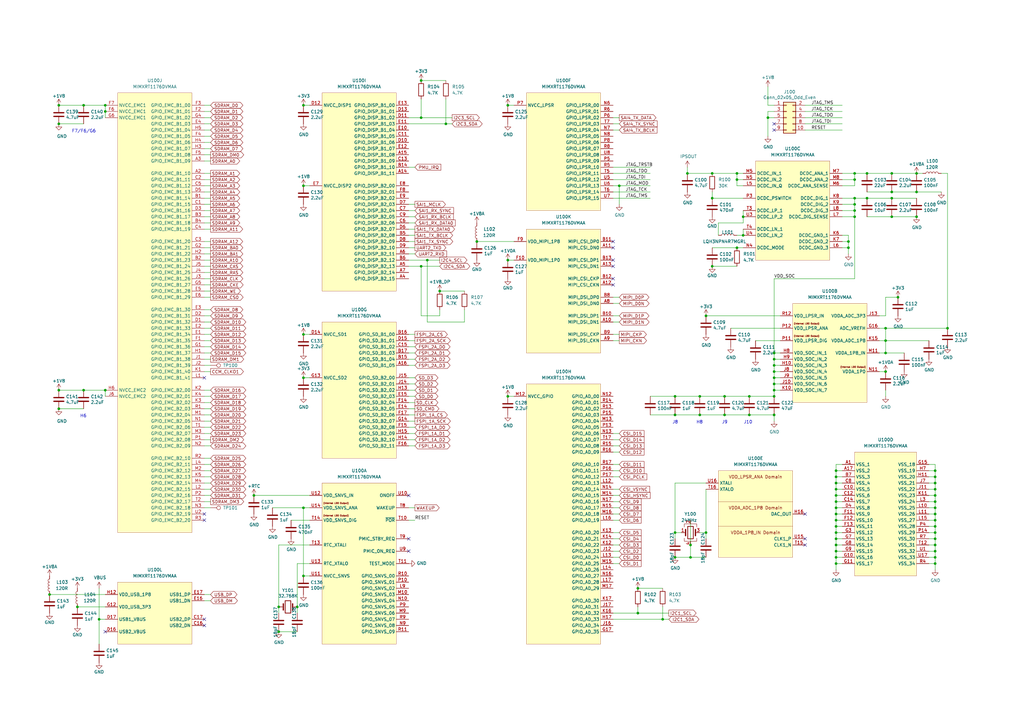
<source format=kicad_sch>
(kicad_sch (version 20210126) (generator eeschema)
  (paper "A3")
  (title_block (title "Fobu") (date "2021-02-17") (rev "0.3") (company "Wenting Zhang") (comment 1 "zephray@outlook.com"))
  (lib_symbols
    (symbol "Connector:TestPoint" (pin_numbers hide) (pin_names (offset 0.762) hide)
      (property "Reference" "TP" (at 0 6.858 0))
      (property "Value" "TestPoint" (at 0 5.08 0))
      (symbol "TestPoint_1_1"
        (pin passive line (at 0 0 90) (length 2.54) (name "1") (number "1"))
      )
    )
    (symbol "Connector_Generic:Conn_02x05_Odd_Even" (pin_names (offset 1.016) hide)
      (property "Reference" "J" (at 1.27 7.62 0))
      (property "Value" "Conn_02x05_Odd_Even" (at 1.27 -7.62 0))
      (symbol "Conn_02x05_Odd_Even_1_1"
        (pin passive line (at -5.08 5.08 0) (length 3.81) (name "Pin_1") (number "1"))
        (pin passive line (at 7.62 -5.08 180) (length 3.81) (name "Pin_10") (number "10"))
        (pin passive line (at 7.62 5.08 180) (length 3.81) (name "Pin_2") (number "2"))
        (pin passive line (at -5.08 2.54 0) (length 3.81) (name "Pin_3") (number "3"))
        (pin passive line (at 7.62 2.54 180) (length 3.81) (name "Pin_4") (number "4"))
        (pin passive line (at -5.08 0 0) (length 3.81) (name "Pin_5") (number "5"))
        (pin passive line (at 7.62 0 180) (length 3.81) (name "Pin_6") (number "6"))
        (pin passive line (at -5.08 -2.54 0) (length 3.81) (name "Pin_7") (number "7"))
        (pin passive line (at 7.62 -2.54 180) (length 3.81) (name "Pin_8") (number "8"))
        (pin passive line (at -5.08 -5.08 0) (length 3.81) (name "Pin_9") (number "9"))
      )
    )
    (symbol "Device:C" (pin_numbers hide) (pin_names (offset 0.254))
      (property "Reference" "C" (at 0.635 2.54 0))
      (property "Value" "C" (at 0.635 -2.54 0))
      (symbol "C_1_1"
        (pin passive line (at 0 3.81 270) (length 2.794) (name "~") (number "1"))
        (pin passive line (at 0 -3.81 90) (length 2.794) (name "~") (number "2"))
      )
    )
    (symbol "Device:Crystal" (pin_numbers hide) (pin_names (offset 1.016) hide)
      (property "Reference" "Y" (at 0 3.81 0))
      (property "Value" "Crystal" (at 0 -3.81 0))
      (symbol "Crystal_1_1"
        (pin passive line (at -3.81 0 0) (length 1.27) (name "1") (number "1"))
        (pin passive line (at 3.81 0 180) (length 1.27) (name "2") (number "2"))
      )
    )
    (symbol "Device:Crystal_GND24" (pin_names (offset 1.016) hide)
      (property "Reference" "Y" (at 3.175 5.08 0))
      (property "Value" "Crystal_GND24" (at 3.175 3.175 0))
      (symbol "Crystal_GND24_1_1"
        (pin passive line (at -3.81 0 0) (length 1.27) (name "1") (number "1"))
        (pin passive line (at 0 5.08 270) (length 1.27) (name "2") (number "2"))
        (pin passive line (at 3.81 0 180) (length 1.27) (name "3") (number "3"))
        (pin passive line (at 0 -5.08 90) (length 1.27) (name "4") (number "4"))
      )
    )
    (symbol "Device:L" (pin_numbers hide) (pin_names (offset 1.016) hide)
      (property "Reference" "L" (at -1.27 0 90))
      (property "Value" "L" (at 1.905 0 90))
      (symbol "L_1_1"
        (pin passive line (at 0 3.81 270) (length 1.27) (name "1") (number "1"))
        (pin passive line (at 0 -3.81 90) (length 1.27) (name "2") (number "2"))
      )
    )
    (symbol "Device:R" (pin_numbers hide) (pin_names (offset 0))
      (property "Reference" "R" (at 2.032 0 90))
      (property "Value" "R" (at 0 0 90))
      (symbol "R_1_1"
        (pin passive line (at 0 3.81 270) (length 1.27) (name "~") (number "1"))
        (pin passive line (at 0 -3.81 90) (length 1.27) (name "~") (number "2"))
      )
    )
    (symbol "power:+1V8" (power) (pin_names (offset 0))
      (property "Value" "+1V8" (at 0 3.556 0))
      (symbol "+1V8_1_1"
        (pin power_in line (at 0 0 90) (length 0) hide (name "+1V8") (number "1"))
      )
    )
    (symbol "power:+3V3" (power) (pin_names (offset 0))
      (property "Value" "+3V3" (at 0 3.556 0))
      (symbol "+3V3_1_1"
        (pin power_in line (at 0 0 90) (length 0) hide (name "+3V3") (number "1"))
      )
    )
    (symbol "power:GND" (power) (pin_names (offset 0))
      (property "Value" "GND" (at 0 -3.81 0))
      (symbol "GND_1_1"
        (pin power_in line (at 0 0 270) (length 0) hide (name "GND") (number "1"))
      )
    )
    (symbol "power:VBUS" (power) (pin_names (offset 0))
      (property "Value" "VBUS" (at 0 3.81 0))
      (symbol "VBUS_1_1"
        (pin power_in line (at 0 0 90) (length 0) hide (name "VBUS") (number "1"))
      )
    )
    (symbol "symbols:+1V0A" (power) (pin_names (offset 0))
      (property "Value" "+1V0A" (at 0 3.556 0))
      (symbol "+1V0A_1_1"
        (pin power_in line (at 0 0 90) (length 0) hide (name "+1V0A") (number "1"))
      )
    )
    (symbol "symbols:+1V8A" (power) (pin_names (offset 0))
      (property "Value" "+1V8A" (at 0 3.556 0))
      (symbol "+1V8A_1_1"
        (pin power_in line (at 0 0 90) (length 0) hide (name "+1V8A") (number "1"))
      )
    )
    (symbol "symbols:+1V8_DP" (power) (pin_names (offset 0))
      (property "Value" "+1V8_DP" (at 0 3.556 0))
      (symbol "+1V8_DP_1_1"
        (pin power_in line (at 0 0 90) (length 0) hide (name "+1V8_DP") (number "1"))
      )
    )
    (symbol "symbols:+RTC" (power) (pin_names (offset 0))
      (property "Value" "+RTC" (at 0 3.556 0))
      (symbol "+RTC_1_1"
        (pin power_in line (at 0 0 90) (length 0) hide (name "+RTC") (number "1"))
      )
    )
    (symbol "symbols:IPSOUT" (power) (pin_names (offset 0))
      (property "Value" "IPSOUT" (at 0 3.556 0))
      (symbol "IPSOUT_1_1"
        (pin power_in line (at 0 0 90) (length 0) hide (name "IPSOUT") (number "1"))
      )
    )
    (symbol "symbols:MIMXRT1176DVMAA"
      (property "Reference" "U" (at 0 0 0))
      (property "Value" "MIMXRT1176DVMAA" (at 0 -2.54 0))
      (symbol "MIMXRT1176DVMAA_1_0"
        (text "(Internal LDO Output)" (at -9.525 -13.335 0) (effects (font (size 0.635 0.635))))
        (text "(Internal LDO Output)" (at -9.525 -18.415 0) (effects (font (size 0.635 0.635))))
      )
      (symbol "MIMXRT1176DVMAA_1_1"
        (pin input line (at -20.32 -10.16 0) (length 5.08) (name "VDD_SNVS_IN") (number "U12"))
        (pin input line (at -20.32 -15.24 0) (length 5.08) (name "VDD_SNVS_ANA") (number "U14"))
        (pin input line (at -20.32 -20.32 0) (length 5.08) (name "VDD_SNVS_DIG") (number "T14"))
        (pin input line (at -20.32 -30.48 0) (length 5.08) (name "RTC_XTALI") (number "T13"))
        (pin input line (at -20.32 -38.1 0) (length 5.08) (name "RTC_XTALO") (number "U13"))
        (pin input line (at -20.32 -43.18 0) (length 5.08) (name "NVCC_SNVS") (number "U11"))
        (pin input line (at 20.32 -10.16 180) (length 5.08) (name "ONOFF") (number "U10"))
        (pin input line (at 20.32 -15.24 180) (length 5.08) (name "WAKEUP") (number "T8"))
        (pin input line (at 20.32 -20.32 180) (length 5.08) (name "~POR") (number "T10"))
        (pin input line (at 20.32 -27.94 180) (length 5.08) (name "PMIC_STBY_REQ") (number "T9"))
        (pin input line (at 20.32 -33.02 180) (length 5.08) (name "PMIC_ON_REQ") (number "U9"))
        (pin input line (at 20.32 -38.1 180) (length 5.08) (name "TEST_MODE") (number "T11"))
        (pin input line (at 20.32 -43.18 180) (length 5.08) (name "GPIO_SNVS_00") (number "R10"))
        (pin input line (at 20.32 -45.72 180) (length 5.08) (name "GPIO_SNVS_01") (number "P10"))
        (pin input line (at 20.32 -48.26 180) (length 5.08) (name "GPIO_SNVS_02") (number "L9"))
        (pin input line (at 20.32 -50.8 180) (length 5.08) (name "GPIO_SNVS_03") (number "M10"))
        (pin input line (at 20.32 -53.34 180) (length 5.08) (name "GPIO_SNVS_04") (number "N10"))
        (pin input line (at 20.32 -55.88 180) (length 5.08) (name "GPIO_SNVS_05") (number "P9"))
        (pin input line (at 20.32 -58.42 180) (length 5.08) (name "GPIO_SNVS_06") (number "M9"))
        (pin input line (at 20.32 -60.96 180) (length 5.08) (name "GPIO_SNVS_07") (number "R9"))
        (pin input line (at 20.32 -63.5 180) (length 5.08) (name "GPIO_SNVS_08") (number "N9"))
        (pin input line (at 20.32 -66.04 180) (length 5.08) (name "GPIO_SNVS_09") (number "R11"))
      )
      (symbol "MIMXRT1176DVMAA_2_0"
        (text "(Internal LDO Output)" (at -9.525 -13.335 0) (effects (font (size 0.635 0.635))))
        (text "(Internal LDO Output)" (at 9.525 -31.115 0) (effects (font (size 0.635 0.635))))
        (text "(Internal LDO Output)" (at -9.525 -18.415 0) (effects (font (size 0.635 0.635))))
      )
      (symbol "MIMXRT1176DVMAA_2_1"
        (pin input line (at -20.32 -10.16 0) (length 5.08) (name "VDD_LPSR_IN") (number "R12"))
        (pin input line (at -20.32 -15.24 0) (length 5.08) (name "VDD_LPSR_ANA") (number "P12"))
        (pin input line (at -20.32 -20.32 0) (length 5.08) (name "VDD_LPSR_DIG") (number "P11"))
        (pin input line (at -20.32 -25.4 0) (length 5.08) (name "VDD_SOC_IN_1") (number "H8"))
        (pin input line (at -20.32 -27.94 0) (length 5.08) (name "VDD_SOC_IN_2") (number "H9"))
        (pin input line (at -20.32 -30.48 0) (length 5.08) (name "VDD_SOC_IN_3") (number "H10"))
        (pin input line (at -20.32 -33.02 0) (length 5.08) (name "VDD_SOC_IN_4") (number "J8"))
        (pin input line (at -20.32 -35.56 0) (length 5.08) (name "VDD_SOC_IN_5") (number "J9"))
        (pin input line (at -20.32 -38.1 0) (length 5.08) (name "VDD_SOC_IN_6") (number "J10"))
        (pin input line (at -20.32 -40.64 0) (length 5.08) (name "VDD_SOC_IN_7") (number "K10"))
        (pin input line (at 20.32 -10.16 180) (length 5.08) (name "VDDA_ADC_3P3") (number "J13"))
        (pin input line (at 20.32 -15.24 180) (length 5.08) (name "ADC_VREFH") (number "G16"))
        (pin input line (at 20.32 -20.32 180) (length 5.08) (name "VDDA_ADC_1P8") (number "K15"))
        (pin input line (at 20.32 -25.4 180) (length 5.08) (name "VDDA_1P8_IN") (number "M11"))
        (pin input line (at 20.32 -33.02 180) (length 5.08) (name "VDDA_1P0") (number "N11"))
      )
      (symbol "MIMXRT1176DVMAA_3_1"
        (pin input line (at -20.32 -10.16 0) (length 5.08) (name "DCDC_IN_1") (number "M5"))
        (pin input line (at -20.32 -12.7 0) (length 5.08) (name "DCDC_IN_2") (number "N5"))
        (pin input line (at -20.32 -15.24 0) (length 5.08) (name "DCDC_IN_Q") (number "L5"))
        (pin input line (at -20.32 -20.32 0) (length 5.08) (name "DCDC_PSWITCH") (number "P3"))
        (pin input line (at -20.32 -25.4 0) (length 5.08) (name "DCDC_LP_1") (number "T3"))
        (pin input line (at -20.32 -27.94 0) (length 5.08) (name "DCDC_LP_2") (number "U3"))
        (pin input line (at -20.32 -33.02 0) (length 5.08) (name "DCDC_LN_1") (number "T4"))
        (pin input line (at -20.32 -35.56 0) (length 5.08) (name "DCDC_LN_2") (number "U4"))
        (pin input line (at -20.32 -40.64 0) (length 5.08) (name "DCDC_MODE") (number "N4"))
        (pin input line (at 20.32 -10.16 180) (length 5.08) (name "DCDC_ANA_1") (number "M7"))
        (pin input line (at 20.32 -12.7 180) (length 5.08) (name "DCDC_ANA_2") (number "M8"))
        (pin input line (at 20.32 -15.24 180) (length 5.08) (name "DCDC_ANA_SENSE") (number "M6"))
        (pin input line (at 20.32 -20.32 180) (length 5.08) (name "DCDC_DIG_1") (number "K8"))
        (pin input line (at 20.32 -22.86 180) (length 5.08) (name "DCDC_DIG_2") (number "K9"))
        (pin input line (at 20.32 -25.4 180) (length 5.08) (name "DCDC_DIG_3") (number "L8"))
        (pin input line (at 20.32 -27.94 180) (length 5.08) (name "DCDC_DIG_SENSE") (number "L7"))
        (pin input line (at 20.32 -35.56 180) (length 5.08) (name "DCDC_GND_1") (number "K6"))
        (pin input line (at 20.32 -38.1 180) (length 5.08) (name "DCDC_GND_2") (number "K7"))
        (pin input line (at 20.32 -40.64 180) (length 5.08) (name "DCDC_GND_3") (number "L6"))
      )
      (symbol "MIMXRT1176DVMAA_4_1"
        (pin input line (at -17.78 -10.16 0) (length 5.08) (name "VSS_1") (number "A1"))
        (pin input line (at -17.78 -12.7 0) (length 5.08) (name "VSS_2") (number "A17"))
        (pin input line (at -17.78 -15.24 0) (length 5.08) (name "VSS_3") (number "B7"))
        (pin input line (at -17.78 -17.78 0) (length 5.08) (name "VSS_4") (number "C8"))
        (pin input line (at -17.78 -20.32 0) (length 5.08) (name "VSS_5") (number "C10"))
        (pin input line (at -17.78 -22.86 0) (length 5.08) (name "VSS_6") (number "C12"))
        (pin input line (at -17.78 -25.4 0) (length 5.08) (name "VSS_7") (number "C14"))
        (pin input line (at -17.78 -27.94 0) (length 5.08) (name "VSS_8") (number "D4"))
        (pin input line (at -17.78 -30.48 0) (length 5.08) (name "VSS_9") (number "F11"))
        (pin input line (at -17.78 -33.02 0) (length 5.08) (name "VSS_10") (number "F12"))
        (pin input line (at -17.78 -35.56 0) (length 5.08) (name "VSS_11") (number "F13"))
        (pin input line (at -17.78 -38.1 0) (length 5.08) (name "VSS_12") (number "G3"))
        (pin input line (at -17.78 -40.64 0) (length 5.08) (name "VSS_13") (number "G7"))
        (pin input line (at -17.78 -43.18 0) (length 5.08) (name "VSS_14") (number "G8"))
        (pin input line (at -17.78 -45.72 0) (length 5.08) (name "VSS_15") (number "G9"))
        (pin input line (at -17.78 -48.26 0) (length 5.08) (name "VSS_16") (number "G10"))
        (pin input line (at -17.78 -50.8 0) (length 5.08) (name "VSS_17") (number "G11"))
        (pin input line (at 17.78 -10.16 180) (length 5.08) (name "VSS_18") (number "G15"))
        (pin input line (at 17.78 -12.7 180) (length 5.08) (name "VSS_19") (number "H7"))
        (pin input line (at 17.78 -15.24 180) (length 5.08) (name "VSS_20") (number "H11"))
        (pin input line (at 17.78 -17.78 180) (length 5.08) (name "VSS_21") (number "J7"))
        (pin input line (at 17.78 -20.32 180) (length 5.08) (name "VSS_22") (number "J11"))
        (pin input line (at 17.78 -22.86 180) (length 5.08) (name "VSS_23") (number "K11"))
        (pin input line (at 17.78 -25.4 180) (length 5.08) (name "VSS_24") (number "L3"))
        (pin input line (at 17.78 -27.94 180) (length 5.08) (name "VSS_25") (number "L10"))
        (pin input line (at 17.78 -30.48 180) (length 5.08) (name "VSS_26") (number "L11"))
        (pin input line (at 17.78 -33.02 180) (length 5.08) (name "VSS_27") (number "L15"))
        (pin input line (at 17.78 -35.56 180) (length 5.08) (name "VSS_28") (number "P4"))
        (pin input line (at 17.78 -38.1 180) (length 5.08) (name "VSS_29") (number "P14"))
        (pin input line (at 17.78 -40.64 180) (length 5.08) (name "VSS_30") (number "R7"))
        (pin input line (at 17.78 -43.18 180) (length 5.08) (name "VSS_31") (number "T12"))
        (pin input line (at 17.78 -45.72 180) (length 5.08) (name "VSS_32") (number "U1"))
        (pin input line (at 17.78 -48.26 180) (length 5.08) (name "VSS_33") (number "U17"))
        (pin input line (at 17.78 -50.8 180) (length 5.08) (name "VSS_34") (number "R4"))
      )
      (symbol "MIMXRT1176DVMAA_5_0"
        (text "VDD_LPSR_ANA Domain" (at 0 -7.62 0) (effects (font (size 1.27 1.27))))
        (text "VDDA_ADC_1P8 Domain" (at 0 -20.32 0) (effects (font (size 1.27 1.27))))
        (text "VDDA_1P8_IN Domain" (at 0 -30.48 0) (effects (font (size 1.27 1.27))))
      )
      (symbol "MIMXRT1176DVMAA_5_1"
        (pin input line (at -20.32 -10.16 0) (length 5.08) (name "XTALI") (number "U16"))
        (pin input line (at -20.32 -12.7 0) (length 5.08) (name "XTALO") (number "T16"))
        (pin input line (at 20.32 -22.86 180) (length 5.08) (name "DAC_OUT") (number "H16"))
        (pin input line (at 20.32 -33.02 180) (length 5.08) (name "CLK1_P") (number "U15"))
        (pin input line (at 20.32 -35.56 180) (length 5.08) (name "CLK1_N") (number "T15"))
      )
      (symbol "MIMXRT1176DVMAA_6_1"
        (pin input line (at -20.32 -10.16 0) (length 5.08) (name "NVCC_LPSR") (number "P7"))
        (pin input line (at 20.32 -10.16 180) (length 5.08) (name "GPIO_LPSR_00") (number "N6"))
        (pin input line (at 20.32 -12.7 180) (length 5.08) (name "GPIO_LPSR_01") (number "R6"))
        (pin input line (at 20.32 -15.24 180) (length 5.08) (name "GPIO_LPSR_02") (number "P6"))
        (pin input line (at 20.32 -17.78 180) (length 5.08) (name "GPIO_LPSR_03") (number "T7"))
        (pin input line (at 20.32 -20.32 180) (length 5.08) (name "GPIO_LPSR_04") (number "N7"))
        (pin input line (at 20.32 -22.86 180) (length 5.08) (name "GPIO_LPSR_05") (number "N8"))
        (pin input line (at 20.32 -25.4 180) (length 5.08) (name "GPIO_LPSR_06") (number "P8"))
        (pin input line (at 20.32 -27.94 180) (length 5.08) (name "GPIO_LPSR_07") (number "R8"))
        (pin input line (at 20.32 -33.02 180) (length 5.08) (name "GPIO_LPSR_09") (number "P5"))
        (pin input line (at 20.32 -35.56 180) (length 5.08) (name "GPIO_LPSR_10") (number "R5"))
        (pin input line (at 20.32 -38.1 180) (length 5.08) (name "GPIO_LPSR_11") (number "T5"))
        (pin input line (at 20.32 -40.64 180) (length 5.08) (name "GPIO_LPSR_12") (number "U5"))
        (pin input line (at 20.32 -43.18 180) (length 5.08) (name "GPIO_LPSR_13") (number "U6"))
        (pin input line (at 20.32 -45.72 180) (length 5.08) (name "GPIO_LPSR_14") (number "T6"))
        (pin input line (at 20.32 -48.26 180) (length 5.08) (name "GPIO_LPSR_15") (number "U7"))
        (pin input line (at 20.32 -30.48 180) (length 5.08) (name "GPIO_LPSR_08") (number "U8"))
      )
      (symbol "MIMXRT1176DVMAA_7_1"
        (pin input line (at 20.32 -10.16 180) (length 5.08) (name "GPIO_SD_B1_00") (number "B16"))
        (pin input line (at 20.32 -12.7 180) (length 5.08) (name "GPIO_SD_B1_01") (number "D15"))
        (pin input line (at 20.32 -15.24 180) (length 5.08) (name "GPIO_SD_B1_02") (number "C15"))
        (pin input line (at 20.32 -17.78 180) (length 5.08) (name "GPIO_SD_B1_03") (number "B17"))
        (pin input line (at 20.32 -20.32 180) (length 5.08) (name "GPIO_SD_B1_04") (number "B15"))
        (pin input line (at 20.32 -22.86 180) (length 5.08) (name "GPIO_SD_B1_05") (number "A16"))
        (pin input line (at 20.32 -27.94 180) (length 5.08) (name "GPIO_SD_B2_00") (number "J15"))
        (pin input line (at 20.32 -30.48 180) (length 5.08) (name "GPIO_SD_B2_01") (number "J14"))
        (pin input line (at 20.32 -33.02 180) (length 5.08) (name "GPIO_SD_B2_02") (number "H13"))
        (pin input line (at 20.32 -35.56 180) (length 5.08) (name "GPIO_SD_B2_03") (number "E15"))
        (pin input line (at 20.32 -38.1 180) (length 5.08) (name "GPIO_SD_B2_04") (number "F14"))
        (pin input line (at 20.32 -40.64 180) (length 5.08) (name "GPIO_SD_B2_05") (number "E14"))
        (pin input line (at 20.32 -43.18 180) (length 5.08) (name "GPIO_SD_B2_06") (number "F17"))
        (pin input line (at 20.32 -45.72 180) (length 5.08) (name "GPIO_SD_B2_07") (number "G14"))
        (pin input line (at 20.32 -48.26 180) (length 5.08) (name "GPIO_SD_B2_08") (number "F15"))
        (pin input line (at 20.32 -50.8 180) (length 5.08) (name "GPIO_SD_B2_09") (number "H15"))
        (pin input line (at 20.32 -53.34 180) (length 5.08) (name "GPIO_SD_B2_10") (number "H14"))
        (pin input line (at 20.32 -55.88 180) (length 5.08) (name "GPIO_SD_B2_11") (number "F16"))
        (pin input line (at -20.32 -10.16 0) (length 5.08) (name "NVCC_SD1") (number "D14"))
        (pin input line (at -20.32 -27.94 0) (length 5.08) (name "NVCC_SD2") (number "G13"))
      )
      (symbol "MIMXRT1176DVMAA_8_1"
        (pin input line (at -20.32 -10.16 0) (length 5.08) (name "NVCC_GPIO") (number "M12"))
        (pin input line (at 20.32 -10.16 180) (length 5.08) (name "GPIO_AD_00") (number "N12"))
        (pin input line (at 20.32 -12.7 180) (length 5.08) (name "GPIO_AD_01") (number "R14"))
        (pin input line (at 20.32 -15.24 180) (length 5.08) (name "GPIO_AD_02") (number "R13"))
        (pin input line (at 20.32 -17.78 180) (length 5.08) (name "GPIO_AD_03") (number "P15"))
        (pin input line (at 20.32 -20.32 180) (length 5.08) (name "GPIO_AD_04") (number "M13"))
        (pin input line (at 20.32 -22.86 180) (length 5.08) (name "GPIO_AD_05") (number "P13"))
        (pin input line (at 20.32 -25.4 180) (length 5.08) (name "GPIO_AD_06") (number "N13"))
        (pin input line (at 20.32 -27.94 180) (length 5.08) (name "GPIO_AD_07") (number "T17"))
        (pin input line (at 20.32 -30.48 180) (length 5.08) (name "GPIO_AD_08") (number "R15"))
        (pin input line (at 20.32 -33.02 180) (length 5.08) (name "GPIO_AD_09") (number "R16"))
        (pin input line (at 20.32 -38.1 180) (length 5.08) (name "GPIO_AD_10") (number "R17"))
        (pin input line (at 20.32 -40.64 180) (length 5.08) (name "GPIO_AD_11") (number "P16"))
        (pin input line (at 20.32 -43.18 180) (length 5.08) (name "GPIO_AD_12") (number "P17"))
        (pin input line (at 20.32 -45.72 180) (length 5.08) (name "GPIO_AD_13") (number "L12"))
        (pin input line (at 20.32 -48.26 180) (length 5.08) (name "GPIO_AD_14") (number "N14"))
        (pin input line (at 20.32 -50.8 180) (length 5.08) (name "GPIO_AD_15") (number "M14"))
        (pin input line (at 20.32 -53.34 180) (length 5.08) (name "GPIO_AD_16") (number "N17"))
        (pin input line (at 20.32 -55.88 180) (length 5.08) (name "GPIO_AD_17") (number "N15"))
        (pin input line (at 20.32 -58.42 180) (length 5.08) (name "GPIO_AD_18") (number "M16"))
        (pin input line (at 20.32 -60.96 180) (length 5.08) (name "GPIO_AD_19") (number "L16"))
        (pin input line (at 20.32 -66.04 180) (length 5.08) (name "GPIO_AD_20") (number "K13"))
        (pin input line (at 20.32 -68.58 180) (length 5.08) (name "GPIO_AD_21") (number "K14"))
        (pin input line (at 20.32 -71.12 180) (length 5.08) (name "GPIO_AD_22") (number "K12"))
        (pin input line (at 20.32 -73.66 180) (length 5.08) (name "GPIO_AD_23") (number "J12"))
        (pin input line (at 20.32 -76.2 180) (length 5.08) (name "GPIO_AD_24") (number "L13"))
        (pin input line (at 20.32 -78.74 180) (length 5.08) (name "GPIO_AD_25") (number "M15"))
        (pin input line (at 20.32 -81.28 180) (length 5.08) (name "GPIO_AD_26") (number "L14"))
        (pin input line (at 20.32 -83.82 180) (length 5.08) (name "GPIO_AD_27") (number "N16"))
        (pin input line (at 20.32 -86.36 180) (length 5.08) (name "GPIO_AD_28") (number "L17"))
        (pin input line (at 20.32 -88.9 180) (length 5.08) (name "GPIO_AD_29") (number "M17"))
        (pin input line (at 20.32 -93.98 180) (length 5.08) (name "GPIO_AD_30") (number "K17"))
        (pin input line (at 20.32 -96.52 180) (length 5.08) (name "GPIO_AD_31") (number "J17"))
        (pin input line (at 20.32 -99.06 180) (length 5.08) (name "GPIO_AD_32") (number "K16"))
        (pin input line (at 20.32 -101.6 180) (length 5.08) (name "GPIO_AD_33") (number "H17"))
        (pin input line (at 20.32 -104.14 180) (length 5.08) (name "GPIO_AD_34") (number "J16"))
        (pin input line (at 20.32 -106.68 180) (length 5.08) (name "GPIO_AD_35") (number "G17"))
      )
      (symbol "MIMXRT1176DVMAA_9_1"
        (pin input line (at 20.32 -10.16 180) (length 5.08) (name "GPIO_DISP_B1_00") (number "E13"))
        (pin input line (at 20.32 -12.7 180) (length 5.08) (name "GPIO_DISP_B1_01") (number "D13"))
        (pin input line (at 20.32 -15.24 180) (length 5.08) (name "GPIO_DISP_B1_02") (number "D11"))
        (pin input line (at 20.32 -17.78 180) (length 5.08) (name "GPIO_DISP_B1_03") (number "E11"))
        (pin input line (at 20.32 -20.32 180) (length 5.08) (name "GPIO_DISP_B1_04") (number "E10"))
        (pin input line (at 20.32 -22.86 180) (length 5.08) (name "GPIO_DISP_B1_05") (number "C11"))
        (pin input line (at 20.32 -25.4 180) (length 5.08) (name "GPIO_DISP_B1_06") (number "D10"))
        (pin input line (at 20.32 -27.94 180) (length 5.08) (name "GPIO_DISP_B1_07") (number "E12"))
        (pin input line (at 20.32 -30.48 180) (length 5.08) (name "GPIO_DISP_B1_08") (number "A15"))
        (pin input line (at 20.32 -33.02 180) (length 5.08) (name "GPIO_DISP_B1_09") (number "C13"))
        (pin input line (at 20.32 -35.56 180) (length 5.08) (name "GPIO_DISP_B1_10") (number "B14"))
        (pin input line (at 20.32 -38.1 180) (length 5.08) (name "GPIO_DISP_B1_11") (number "A14"))
        (pin input line (at 20.32 -43.18 180) (length 5.08) (name "GPIO_DISP_B2_00") (number "E8"))
        (pin input line (at 20.32 -45.72 180) (length 5.08) (name "GPIO_DISP_B2_01") (number "F8"))
        (pin input line (at 20.32 -48.26 180) (length 5.08) (name "GPIO_DISP_B2_02") (number "E9"))
        (pin input line (at 20.32 -50.8 180) (length 5.08) (name "GPIO_DISP_B2_03") (number "D7"))
        (pin input line (at 20.32 -53.34 180) (length 5.08) (name "GPIO_DISP_B2_04") (number "C7"))
        (pin input line (at 20.32 -55.88 180) (length 5.08) (name "GPIO_DISP_B2_05") (number "C9"))
        (pin input line (at 20.32 -58.42 180) (length 5.08) (name "GPIO_DISP_B2_06") (number "C6"))
        (pin input line (at 20.32 -60.96 180) (length 5.08) (name "GPIO_DISP_B2_07") (number "D6"))
        (pin input line (at 20.32 -63.5 180) (length 5.08) (name "GPIO_DISP_B2_08") (number "B5"))
        (pin input line (at 20.32 -66.04 180) (length 5.08) (name "GPIO_DISP_B2_09") (number "D8"))
        (pin input line (at 20.32 -68.58 180) (length 5.08) (name "GPIO_DISP_B2_10") (number "D9"))
        (pin input line (at 20.32 -71.12 180) (length 5.08) (name "GPIO_DISP_B2_11") (number "A6"))
        (pin input line (at 20.32 -73.66 180) (length 5.08) (name "GPIO_DISP_B2_12") (number "B6"))
        (pin input line (at 20.32 -76.2 180) (length 5.08) (name "GPIO_DISP_B2_13") (number "A5"))
        (pin input line (at 20.32 -78.74 180) (length 5.08) (name "GPIO_DISP_B2_14") (number "A7"))
        (pin input line (at 20.32 -81.28 180) (length 5.08) (name "GPIO_DISP_B2_15") (number "A4"))
        (pin input line (at -20.32 -10.16 0) (length 5.08) (name "NVCC_DISP1") (number "D12"))
        (pin input line (at -20.32 -43.18 0) (length 5.08) (name "NVCC_DISP2") (number "E7"))
      )
      (symbol "MIMXRT1176DVMAA_10_1"
        (pin input line (at -20.32 -10.16 0) (length 5.08) (name "NVCC_EMC1") (number "F7"))
        (pin input line (at -20.32 -12.7 0) (length 5.08) (name "NVCC_EMC1") (number "F6"))
        (pin input line (at -20.32 -15.24 0) (length 5.08) (name "NVCC_EMC1") (number "G6"))
        (pin input line (at 20.32 -10.16 180) (length 5.08) (name "GPIO_EMC_B1_00") (number "F3"))
        (pin input line (at 20.32 -12.7 180) (length 5.08) (name "GPIO_EMC_B1_01") (number "F2"))
        (pin input line (at 20.32 -15.24 180) (length 5.08) (name "GPIO_EMC_B1_02") (number "G4"))
        (pin input line (at 20.32 -17.78 180) (length 5.08) (name "GPIO_EMC_B1_03") (number "E4"))
        (pin input line (at 20.32 -20.32 180) (length 5.08) (name "GPIO_EMC_B1_04") (number "H5"))
        (pin input line (at 20.32 -22.86 180) (length 5.08) (name "GPIO_EMC_B1_05") (number "F4"))
        (pin input line (at 20.32 -25.4 180) (length 5.08) (name "GPIO_EMC_B1_06") (number "H4"))
        (pin input line (at 20.32 -27.94 180) (length 5.08) (name "GPIO_EMC_B1_07") (number "H3"))
        (pin input line (at 20.32 -30.48 180) (length 5.08) (name "GPIO_EMC_B1_08") (number "F5"))
        (pin input line (at 20.32 -33.02 180) (length 5.08) (name "GPIO_EMC_B1_09") (number "A3"))
        (pin input line (at 20.32 -38.1 180) (length 5.08) (name "GPIO_EMC_B1_10") (number "A2"))
        (pin input line (at 20.32 -40.64 180) (length 5.08) (name "GPIO_EMC_B1_11") (number "C2"))
        (pin input line (at 20.32 -43.18 180) (length 5.08) (name "GPIO_EMC_B1_12") (number "C5"))
        (pin input line (at 20.32 -45.72 180) (length 5.08) (name "GPIO_EMC_B1_13") (number "D5"))
        (pin input line (at 20.32 -48.26 180) (length 5.08) (name "GPIO_EMC_B1_14") (number "B1"))
        (pin input line (at 20.32 -50.8 180) (length 5.08) (name "GPIO_EMC_B1_15") (number "C1"))
        (pin input line (at 20.32 -53.34 180) (length 5.08) (name "GPIO_EMC_B1_16") (number "D3"))
        (pin input line (at 20.32 -55.88 180) (length 5.08) (name "GPIO_EMC_B1_17") (number "B3"))
        (pin input line (at 20.32 -58.42 180) (length 5.08) (name "GPIO_EMC_B1_18") (number "B4"))
        (pin input line (at 20.32 -60.96 180) (length 5.08) (name "GPIO_EMC_B1_19") (number "C4"))
        (pin input line (at 20.32 -66.04 180) (length 5.08) (name "GPIO_EMC_B1_20") (number "C3"))
        (pin input line (at 20.32 -68.58 180) (length 5.08) (name "GPIO_EMC_B1_21") (number "G2"))
        (pin input line (at 20.32 -71.12 180) (length 5.08) (name "GPIO_EMC_B1_22") (number "H2"))
        (pin input line (at 20.32 -73.66 180) (length 5.08) (name "GPIO_EMC_B1_23") (number "B2"))
        (pin input line (at 20.32 -76.2 180) (length 5.08) (name "GPIO_EMC_B1_24") (number "J5"))
        (pin input line (at 20.32 -78.74 180) (length 5.08) (name "GPIO_EMC_B1_25") (number "J4"))
        (pin input line (at 20.32 -81.28 180) (length 5.08) (name "GPIO_EMC_B1_26") (number "J3"))
        (pin input line (at 20.32 -83.82 180) (length 5.08) (name "GPIO_EMC_B1_27") (number "G5"))
        (pin input line (at 20.32 -86.36 180) (length 5.08) (name "GPIO_EMC_B1_28") (number "E5"))
        (pin input line (at 20.32 -88.9 180) (length 5.08) (name "GPIO_EMC_B1_29") (number "E6"))
        (pin input line (at 20.32 -93.98 180) (length 5.08) (name "GPIO_EMC_B1_30") (number "E3"))
        (pin input line (at 20.32 -96.52 180) (length 5.08) (name "GPIO_EMC_B1_31") (number "D2"))
        (pin input line (at 20.32 -99.06 180) (length 5.08) (name "GPIO_EMC_B1_32") (number "D1"))
        (pin input line (at 20.32 -101.6 180) (length 5.08) (name "GPIO_EMC_B1_33") (number "E2"))
        (pin input line (at 20.32 -104.14 180) (length 5.08) (name "GPIO_EMC_B1_34") (number "E1"))
        (pin input line (at 20.32 -106.68 180) (length 5.08) (name "GPIO_EMC_B1_35") (number "F1"))
        (pin input line (at 20.32 -109.22 180) (length 5.08) (name "GPIO_EMC_B1_36") (number "G1"))
        (pin input line (at 20.32 -111.76 180) (length 5.08) (name "GPIO_EMC_B1_37") (number "H1"))
        (pin input line (at 20.32 -114.3 180) (length 5.08) (name "GPIO_EMC_B1_38") (number "J1"))
        (pin input line (at 20.32 -116.84 180) (length 5.08) (name "GPIO_EMC_B1_39") (number "J2"))
        (pin input line (at 20.32 -119.38 180) (length 5.08) (name "GPIO_EMC_B1_40") (number "K1"))
        (pin input line (at 20.32 -121.92 180) (length 5.08) (name "GPIO_EMC_B1_41") (number "L1"))
        (pin input line (at 20.32 -127 180) (length 5.08) (name "GPIO_EMC_B2_00") (number "K2"))
        (pin input line (at 20.32 -129.54 180) (length 5.08) (name "GPIO_EMC_B2_01") (number "K4"))
        (pin input line (at 20.32 -132.08 180) (length 5.08) (name "GPIO_EMC_B2_02") (number "K3"))
        (pin input line (at 20.32 -134.62 180) (length 5.08) (name "GPIO_EMC_B2_03") (number "R1"))
        (pin input line (at 20.32 -137.16 180) (length 5.08) (name "GPIO_EMC_B2_04") (number "M1"))
        (pin input line (at 20.32 -139.7 180) (length 5.08) (name "GPIO_EMC_B2_05") (number "N1"))
        (pin input line (at 20.32 -142.24 180) (length 5.08) (name "GPIO_EMC_B2_06") (number "T1"))
        (pin input line (at 20.32 -144.78 180) (length 5.08) (name "GPIO_EMC_B2_07") (number "M3"))
        (pin input line (at 20.32 -147.32 180) (length 5.08) (name "GPIO_EMC_B2_08") (number "P1"))
        (pin input line (at 20.32 -149.86 180) (length 5.08) (name "GPIO_EMC_B2_09") (number "N2"))
        (pin input line (at 20.32 -154.94 180) (length 5.08) (name "GPIO_EMC_B2_10") (number "R2"))
        (pin input line (at 20.32 -157.48 180) (length 5.08) (name "GPIO_EMC_B2_11") (number "L4"))
        (pin input line (at 20.32 -160.02 180) (length 5.08) (name "GPIO_EMC_B2_12") (number "M2"))
        (pin input line (at 20.32 -162.56 180) (length 5.08) (name "GPIO_EMC_B2_13") (number "K5"))
        (pin input line (at 20.32 -165.1 180) (length 5.08) (name "GPIO_EMC_B2_14") (number "M4"))
        (pin input line (at 20.32 -167.64 180) (length 5.08) (name "GPIO_EMC_B2_15") (number "L2"))
        (pin input line (at 20.32 -170.18 180) (length 5.08) (name "GPIO_EMC_B2_16") (number "P2"))
        (pin input line (at 20.32 -172.72 180) (length 5.08) (name "GPIO_EMC_B2_17") (number "T2"))
        (pin input line (at 20.32 -175.26 180) (length 5.08) (name "GPIO_EMC_B2_18") (number "N3"))
        (pin input line (at 20.32 -177.8 180) (length 5.08) (name "GPIO_EMC_B2_19") (number "U2"))
        (pin input line (at 20.32 -180.34 180) (length 5.08) (name "GPIO_EMC_B2_20") (number "R3"))
        (pin input line (at -20.32 -127 0) (length 5.08) (name "NVCC_EMC2") (number "H6"))
        (pin input line (at -20.32 -129.54 0) (length 5.08) (name "NVCC_EMC2") (number "J6"))
      )
      (symbol "MIMXRT1176DVMAA_11_1"
        (pin input line (at -20.32 -10.16 0) (length 5.08) (name "VDD_MIPI_1P8") (number "F9"))
        (pin input line (at 20.32 -10.16 180) (length 5.08) (name "MIPI_CSI_DP0") (number "B11"))
        (pin input line (at 20.32 -12.7 180) (length 5.08) (name "MIPI_CSI_DN0") (number "A11"))
        (pin input line (at 20.32 -17.78 180) (length 5.08) (name "MIPI_CSI_DP1") (number "B13"))
        (pin input line (at 20.32 -20.32 180) (length 5.08) (name "MIPI_CSI_DN1") (number "A13"))
        (pin input line (at 20.32 -25.4 180) (length 5.08) (name "MIPI_CSI_CKP") (number "B12"))
        (pin input line (at 20.32 -27.94 180) (length 5.08) (name "MIPI_CSI_CKN") (number "A12"))
        (pin input line (at 20.32 -33.02 180) (length 5.08) (name "MIPI_DSI_DP0") (number "B8"))
        (pin input line (at 20.32 -43.18 180) (length 5.08) (name "MIPI_DSI_DN1") (number "A10"))
        (pin input line (at 20.32 -35.56 180) (length 5.08) (name "MIPI_DSI_DN0") (number "A8"))
        (pin input line (at 20.32 -40.64 180) (length 5.08) (name "MIPI_DSI_DP1") (number "B10"))
        (pin input line (at 20.32 -48.26 180) (length 5.08) (name "MIPI_DSI_CKP") (number "B9"))
        (pin input line (at 20.32 -50.8 180) (length 5.08) (name "MIPI_DSI_CKN") (number "A9"))
        (pin input line (at -20.32 -17.78 0) (length 5.08) (name "VDD_MIPI_1P0") (number "F10"))
      )
      (symbol "MIMXRT1176DVMAA_12_1"
        (pin input line (at -20.32 -10.16 0) (length 5.08) (name "VDD_USB_1P8") (number "H12"))
        (pin input line (at -20.32 -15.24 0) (length 5.08) (name "VDD_USB_3P3") (number "G12"))
        (pin input line (at -20.32 -20.32 0) (length 5.08) (name "USB1_VBUS") (number "D17"))
        (pin input line (at -20.32 -25.4 0) (length 5.08) (name "USB2_VBUS") (number "D16"))
        (pin input line (at 20.32 -10.16 180) (length 5.08) (name "USB1_DP") (number "E17"))
        (pin input line (at 20.32 -12.7 180) (length 5.08) (name "USB1_DN") (number "E16"))
        (pin input line (at 20.32 -20.32 180) (length 5.08) (name "USB2_DP") (number "C17"))
        (pin input line (at 20.32 -22.86 180) (length 5.08) (name "USB2_DN") (number "C16"))
      )
    )
    (symbol "symbols:MIMXRT1176DVMAA_1"
      (property "Reference" "U" (at 0 0 0))
      (property "Value" "MIMXRT1176DVMAA" (at 0 -2.54 0))
      (symbol "MIMXRT1176DVMAA_1_1_0"
        (text "(Internal LDO Output)" (at -9.525 -13.335 0) (effects (font (size 0.635 0.635))))
        (text "(Internal LDO Output)" (at -9.525 -18.415 0) (effects (font (size 0.635 0.635))))
      )
      (symbol "MIMXRT1176DVMAA_1_1_1"
        (pin input line (at -20.32 -10.16 0) (length 5.08) (name "VDD_SNVS_IN") (number "U12"))
        (pin input line (at -20.32 -15.24 0) (length 5.08) (name "VDD_SNVS_ANA") (number "U14"))
        (pin input line (at -20.32 -20.32 0) (length 5.08) (name "VDD_SNVS_DIG") (number "T14"))
        (pin input line (at -20.32 -30.48 0) (length 5.08) (name "RTC_XTALI") (number "T13"))
        (pin input line (at -20.32 -38.1 0) (length 5.08) (name "RTC_XTALO") (number "U13"))
        (pin input line (at -20.32 -43.18 0) (length 5.08) (name "NVCC_SNVS") (number "U11"))
        (pin input line (at 20.32 -10.16 180) (length 5.08) (name "ONOFF") (number "U10"))
        (pin input line (at 20.32 -15.24 180) (length 5.08) (name "WAKEUP") (number "T8"))
        (pin input line (at 20.32 -20.32 180) (length 5.08) (name "~POR") (number "T10"))
        (pin input line (at 20.32 -27.94 180) (length 5.08) (name "PMIC_STBY_REQ") (number "T9"))
        (pin input line (at 20.32 -33.02 180) (length 5.08) (name "PMIC_ON_REQ") (number "U9"))
        (pin input line (at 20.32 -38.1 180) (length 5.08) (name "TEST_MODE") (number "T11"))
        (pin input line (at 20.32 -43.18 180) (length 5.08) (name "GPIO_SNVS_00") (number "R10"))
        (pin input line (at 20.32 -45.72 180) (length 5.08) (name "GPIO_SNVS_01") (number "P10"))
        (pin input line (at 20.32 -48.26 180) (length 5.08) (name "GPIO_SNVS_02") (number "L9"))
        (pin input line (at 20.32 -50.8 180) (length 5.08) (name "GPIO_SNVS_03") (number "M10"))
        (pin input line (at 20.32 -53.34 180) (length 5.08) (name "GPIO_SNVS_04") (number "N10"))
        (pin input line (at 20.32 -55.88 180) (length 5.08) (name "GPIO_SNVS_05") (number "P9"))
        (pin input line (at 20.32 -58.42 180) (length 5.08) (name "GPIO_SNVS_06") (number "M9"))
        (pin input line (at 20.32 -60.96 180) (length 5.08) (name "GPIO_SNVS_07") (number "R9"))
        (pin input line (at 20.32 -63.5 180) (length 5.08) (name "GPIO_SNVS_08") (number "N9"))
        (pin input line (at 20.32 -66.04 180) (length 5.08) (name "GPIO_SNVS_09") (number "R11"))
      )
      (symbol "MIMXRT1176DVMAA_1_2_0"
        (text "(Internal LDO Output)" (at -9.525 -13.335 0) (effects (font (size 0.635 0.635))))
        (text "(Internal LDO Output)" (at 9.525 -31.115 0) (effects (font (size 0.635 0.635))))
        (text "(Internal LDO Output)" (at -9.525 -18.415 0) (effects (font (size 0.635 0.635))))
      )
      (symbol "MIMXRT1176DVMAA_1_2_1"
        (pin input line (at -20.32 -10.16 0) (length 5.08) (name "VDD_LPSR_IN") (number "R12"))
        (pin input line (at -20.32 -15.24 0) (length 5.08) (name "VDD_LPSR_ANA") (number "P12"))
        (pin input line (at -20.32 -20.32 0) (length 5.08) (name "VDD_LPSR_DIG") (number "P11"))
        (pin input line (at -20.32 -25.4 0) (length 5.08) (name "VDD_SOC_IN_1") (number "H8"))
        (pin input line (at -20.32 -27.94 0) (length 5.08) (name "VDD_SOC_IN_2") (number "H9"))
        (pin input line (at -20.32 -30.48 0) (length 5.08) (name "VDD_SOC_IN_3") (number "H10"))
        (pin input line (at -20.32 -33.02 0) (length 5.08) (name "VDD_SOC_IN_4") (number "J8"))
        (pin input line (at -20.32 -35.56 0) (length 5.08) (name "VDD_SOC_IN_5") (number "J9"))
        (pin input line (at -20.32 -38.1 0) (length 5.08) (name "VDD_SOC_IN_6") (number "J10"))
        (pin input line (at -20.32 -40.64 0) (length 5.08) (name "VDD_SOC_IN_7") (number "K10"))
        (pin input line (at 20.32 -10.16 180) (length 5.08) (name "VDDA_ADC_3P3") (number "J13"))
        (pin input line (at 20.32 -15.24 180) (length 5.08) (name "ADC_VREFH") (number "G16"))
        (pin input line (at 20.32 -20.32 180) (length 5.08) (name "VDDA_ADC_1P8") (number "K15"))
        (pin input line (at 20.32 -25.4 180) (length 5.08) (name "VDDA_1P8_IN") (number "M11"))
        (pin input line (at 20.32 -33.02 180) (length 5.08) (name "VDDA_1P0") (number "N11"))
      )
      (symbol "MIMXRT1176DVMAA_1_3_1"
        (pin input line (at -20.32 -10.16 0) (length 5.08) (name "DCDC_IN_1") (number "M5"))
        (pin input line (at -20.32 -12.7 0) (length 5.08) (name "DCDC_IN_2") (number "N5"))
        (pin input line (at -20.32 -15.24 0) (length 5.08) (name "DCDC_IN_Q") (number "L5"))
        (pin input line (at -20.32 -20.32 0) (length 5.08) (name "DCDC_PSWITCH") (number "P3"))
        (pin input line (at -20.32 -25.4 0) (length 5.08) (name "DCDC_LP_1") (number "T3"))
        (pin input line (at -20.32 -27.94 0) (length 5.08) (name "DCDC_LP_2") (number "U3"))
        (pin input line (at -20.32 -33.02 0) (length 5.08) (name "DCDC_LN_1") (number "T4"))
        (pin input line (at -20.32 -35.56 0) (length 5.08) (name "DCDC_LN_2") (number "U4"))
        (pin input line (at -20.32 -40.64 0) (length 5.08) (name "DCDC_MODE") (number "N4"))
        (pin input line (at 20.32 -10.16 180) (length 5.08) (name "DCDC_ANA_1") (number "M7"))
        (pin input line (at 20.32 -12.7 180) (length 5.08) (name "DCDC_ANA_2") (number "M8"))
        (pin input line (at 20.32 -15.24 180) (length 5.08) (name "DCDC_ANA_SENSE") (number "M6"))
        (pin input line (at 20.32 -20.32 180) (length 5.08) (name "DCDC_DIG_1") (number "K8"))
        (pin input line (at 20.32 -22.86 180) (length 5.08) (name "DCDC_DIG_2") (number "K9"))
        (pin input line (at 20.32 -25.4 180) (length 5.08) (name "DCDC_DIG_3") (number "L8"))
        (pin input line (at 20.32 -27.94 180) (length 5.08) (name "DCDC_DIG_SENSE") (number "L7"))
        (pin input line (at 20.32 -35.56 180) (length 5.08) (name "DCDC_GND_1") (number "K6"))
        (pin input line (at 20.32 -38.1 180) (length 5.08) (name "DCDC_GND_2") (number "K7"))
        (pin input line (at 20.32 -40.64 180) (length 5.08) (name "DCDC_GND_3") (number "L6"))
      )
      (symbol "MIMXRT1176DVMAA_1_4_1"
        (pin input line (at -17.78 -10.16 0) (length 5.08) (name "VSS_1") (number "A1"))
        (pin input line (at -17.78 -12.7 0) (length 5.08) (name "VSS_2") (number "A17"))
        (pin input line (at -17.78 -15.24 0) (length 5.08) (name "VSS_3") (number "B7"))
        (pin input line (at -17.78 -17.78 0) (length 5.08) (name "VSS_4") (number "C8"))
        (pin input line (at -17.78 -20.32 0) (length 5.08) (name "VSS_5") (number "C10"))
        (pin input line (at -17.78 -22.86 0) (length 5.08) (name "VSS_6") (number "C12"))
        (pin input line (at -17.78 -25.4 0) (length 5.08) (name "VSS_7") (number "C14"))
        (pin input line (at -17.78 -27.94 0) (length 5.08) (name "VSS_8") (number "D4"))
        (pin input line (at -17.78 -30.48 0) (length 5.08) (name "VSS_9") (number "F11"))
        (pin input line (at -17.78 -33.02 0) (length 5.08) (name "VSS_10") (number "F12"))
        (pin input line (at -17.78 -35.56 0) (length 5.08) (name "VSS_11") (number "F13"))
        (pin input line (at -17.78 -38.1 0) (length 5.08) (name "VSS_12") (number "G3"))
        (pin input line (at -17.78 -40.64 0) (length 5.08) (name "VSS_13") (number "G7"))
        (pin input line (at -17.78 -43.18 0) (length 5.08) (name "VSS_14") (number "G8"))
        (pin input line (at -17.78 -45.72 0) (length 5.08) (name "VSS_15") (number "G9"))
        (pin input line (at -17.78 -48.26 0) (length 5.08) (name "VSS_16") (number "G10"))
        (pin input line (at -17.78 -50.8 0) (length 5.08) (name "VSS_17") (number "G11"))
        (pin input line (at 17.78 -10.16 180) (length 5.08) (name "VSS_18") (number "G15"))
        (pin input line (at 17.78 -12.7 180) (length 5.08) (name "VSS_19") (number "H7"))
        (pin input line (at 17.78 -15.24 180) (length 5.08) (name "VSS_20") (number "H11"))
        (pin input line (at 17.78 -17.78 180) (length 5.08) (name "VSS_21") (number "J7"))
        (pin input line (at 17.78 -20.32 180) (length 5.08) (name "VSS_22") (number "J11"))
        (pin input line (at 17.78 -22.86 180) (length 5.08) (name "VSS_23") (number "K11"))
        (pin input line (at 17.78 -25.4 180) (length 5.08) (name "VSS_24") (number "L3"))
        (pin input line (at 17.78 -27.94 180) (length 5.08) (name "VSS_25") (number "L10"))
        (pin input line (at 17.78 -30.48 180) (length 5.08) (name "VSS_26") (number "L11"))
        (pin input line (at 17.78 -33.02 180) (length 5.08) (name "VSS_27") (number "L15"))
        (pin input line (at 17.78 -35.56 180) (length 5.08) (name "VSS_28") (number "P4"))
        (pin input line (at 17.78 -38.1 180) (length 5.08) (name "VSS_29") (number "P14"))
        (pin input line (at 17.78 -40.64 180) (length 5.08) (name "VSS_30") (number "R7"))
        (pin input line (at 17.78 -43.18 180) (length 5.08) (name "VSS_31") (number "T12"))
        (pin input line (at 17.78 -45.72 180) (length 5.08) (name "VSS_32") (number "U1"))
        (pin input line (at 17.78 -48.26 180) (length 5.08) (name "VSS_33") (number "U17"))
        (pin input line (at 17.78 -50.8 180) (length 5.08) (name "VSS_34") (number "R4"))
      )
      (symbol "MIMXRT1176DVMAA_1_5_0"
        (text "VDD_LPSR_ANA Domain" (at 0 -7.62 0) (effects (font (size 1.27 1.27))))
        (text "VDDA_ADC_1P8 Domain" (at 0 -20.32 0) (effects (font (size 1.27 1.27))))
        (text "VDDA_1P8_IN Domain" (at 0 -30.48 0) (effects (font (size 1.27 1.27))))
      )
      (symbol "MIMXRT1176DVMAA_1_5_1"
        (pin input line (at -20.32 -10.16 0) (length 5.08) (name "XTALI") (number "U16"))
        (pin input line (at -20.32 -12.7 0) (length 5.08) (name "XTALO") (number "T16"))
        (pin input line (at 20.32 -22.86 180) (length 5.08) (name "DAC_OUT") (number "H16"))
        (pin input line (at 20.32 -33.02 180) (length 5.08) (name "CLK1_P") (number "U15"))
        (pin input line (at 20.32 -35.56 180) (length 5.08) (name "CLK1_N") (number "T15"))
      )
      (symbol "MIMXRT1176DVMAA_1_6_1"
        (pin input line (at -20.32 -10.16 0) (length 5.08) (name "NVCC_LPSR") (number "P7"))
        (pin input line (at 20.32 -10.16 180) (length 5.08) (name "GPIO_LPSR_00") (number "N6"))
        (pin input line (at 20.32 -12.7 180) (length 5.08) (name "GPIO_LPSR_01") (number "R6"))
        (pin input line (at 20.32 -15.24 180) (length 5.08) (name "GPIO_LPSR_02") (number "P6"))
        (pin input line (at 20.32 -17.78 180) (length 5.08) (name "GPIO_LPSR_03") (number "T7"))
        (pin input line (at 20.32 -20.32 180) (length 5.08) (name "GPIO_LPSR_04") (number "N7"))
        (pin input line (at 20.32 -22.86 180) (length 5.08) (name "GPIO_LPSR_05") (number "N8"))
        (pin input line (at 20.32 -25.4 180) (length 5.08) (name "GPIO_LPSR_06") (number "P8"))
        (pin input line (at 20.32 -27.94 180) (length 5.08) (name "GPIO_LPSR_07") (number "R8"))
        (pin input line (at 20.32 -33.02 180) (length 5.08) (name "GPIO_LPSR_09") (number "P5"))
        (pin input line (at 20.32 -35.56 180) (length 5.08) (name "GPIO_LPSR_10") (number "R5"))
        (pin input line (at 20.32 -38.1 180) (length 5.08) (name "GPIO_LPSR_11") (number "T5"))
        (pin input line (at 20.32 -40.64 180) (length 5.08) (name "GPIO_LPSR_12") (number "U5"))
        (pin input line (at 20.32 -43.18 180) (length 5.08) (name "GPIO_LPSR_13") (number "U6"))
        (pin input line (at 20.32 -45.72 180) (length 5.08) (name "GPIO_LPSR_14") (number "T6"))
        (pin input line (at 20.32 -48.26 180) (length 5.08) (name "GPIO_LPSR_15") (number "U7"))
        (pin input line (at 20.32 -30.48 180) (length 5.08) (name "GPIO_LPSR_08") (number "U8"))
      )
      (symbol "MIMXRT1176DVMAA_1_7_1"
        (pin input line (at 20.32 -10.16 180) (length 5.08) (name "GPIO_SD_B1_00") (number "B16"))
        (pin input line (at 20.32 -12.7 180) (length 5.08) (name "GPIO_SD_B1_01") (number "D15"))
        (pin input line (at 20.32 -15.24 180) (length 5.08) (name "GPIO_SD_B1_02") (number "C15"))
        (pin input line (at 20.32 -17.78 180) (length 5.08) (name "GPIO_SD_B1_03") (number "B17"))
        (pin input line (at 20.32 -20.32 180) (length 5.08) (name "GPIO_SD_B1_04") (number "B15"))
        (pin input line (at 20.32 -22.86 180) (length 5.08) (name "GPIO_SD_B1_05") (number "A16"))
        (pin input line (at 20.32 -27.94 180) (length 5.08) (name "GPIO_SD_B2_00") (number "J15"))
        (pin input line (at 20.32 -30.48 180) (length 5.08) (name "GPIO_SD_B2_01") (number "J14"))
        (pin input line (at 20.32 -33.02 180) (length 5.08) (name "GPIO_SD_B2_02") (number "H13"))
        (pin input line (at 20.32 -35.56 180) (length 5.08) (name "GPIO_SD_B2_03") (number "E15"))
        (pin input line (at 20.32 -38.1 180) (length 5.08) (name "GPIO_SD_B2_04") (number "F14"))
        (pin input line (at 20.32 -40.64 180) (length 5.08) (name "GPIO_SD_B2_05") (number "E14"))
        (pin input line (at 20.32 -43.18 180) (length 5.08) (name "GPIO_SD_B2_06") (number "F17"))
        (pin input line (at 20.32 -45.72 180) (length 5.08) (name "GPIO_SD_B2_07") (number "G14"))
        (pin input line (at 20.32 -48.26 180) (length 5.08) (name "GPIO_SD_B2_08") (number "F15"))
        (pin input line (at 20.32 -50.8 180) (length 5.08) (name "GPIO_SD_B2_09") (number "H15"))
        (pin input line (at 20.32 -53.34 180) (length 5.08) (name "GPIO_SD_B2_10") (number "H14"))
        (pin input line (at 20.32 -55.88 180) (length 5.08) (name "GPIO_SD_B2_11") (number "F16"))
        (pin input line (at -20.32 -10.16 0) (length 5.08) (name "NVCC_SD1") (number "D14"))
        (pin input line (at -20.32 -27.94 0) (length 5.08) (name "NVCC_SD2") (number "G13"))
      )
      (symbol "MIMXRT1176DVMAA_1_8_1"
        (pin input line (at -20.32 -10.16 0) (length 5.08) (name "NVCC_GPIO") (number "M12"))
        (pin input line (at 20.32 -10.16 180) (length 5.08) (name "GPIO_AD_00") (number "N12"))
        (pin input line (at 20.32 -12.7 180) (length 5.08) (name "GPIO_AD_01") (number "R14"))
        (pin input line (at 20.32 -15.24 180) (length 5.08) (name "GPIO_AD_02") (number "R13"))
        (pin input line (at 20.32 -17.78 180) (length 5.08) (name "GPIO_AD_03") (number "P15"))
        (pin input line (at 20.32 -20.32 180) (length 5.08) (name "GPIO_AD_04") (number "M13"))
        (pin input line (at 20.32 -22.86 180) (length 5.08) (name "GPIO_AD_05") (number "P13"))
        (pin input line (at 20.32 -25.4 180) (length 5.08) (name "GPIO_AD_06") (number "N13"))
        (pin input line (at 20.32 -27.94 180) (length 5.08) (name "GPIO_AD_07") (number "T17"))
        (pin input line (at 20.32 -30.48 180) (length 5.08) (name "GPIO_AD_08") (number "R15"))
        (pin input line (at 20.32 -33.02 180) (length 5.08) (name "GPIO_AD_09") (number "R16"))
        (pin input line (at 20.32 -38.1 180) (length 5.08) (name "GPIO_AD_10") (number "R17"))
        (pin input line (at 20.32 -40.64 180) (length 5.08) (name "GPIO_AD_11") (number "P16"))
        (pin input line (at 20.32 -43.18 180) (length 5.08) (name "GPIO_AD_12") (number "P17"))
        (pin input line (at 20.32 -45.72 180) (length 5.08) (name "GPIO_AD_13") (number "L12"))
        (pin input line (at 20.32 -48.26 180) (length 5.08) (name "GPIO_AD_14") (number "N14"))
        (pin input line (at 20.32 -50.8 180) (length 5.08) (name "GPIO_AD_15") (number "M14"))
        (pin input line (at 20.32 -53.34 180) (length 5.08) (name "GPIO_AD_16") (number "N17"))
        (pin input line (at 20.32 -55.88 180) (length 5.08) (name "GPIO_AD_17") (number "N15"))
        (pin input line (at 20.32 -58.42 180) (length 5.08) (name "GPIO_AD_18") (number "M16"))
        (pin input line (at 20.32 -60.96 180) (length 5.08) (name "GPIO_AD_19") (number "L16"))
        (pin input line (at 20.32 -66.04 180) (length 5.08) (name "GPIO_AD_20") (number "K13"))
        (pin input line (at 20.32 -68.58 180) (length 5.08) (name "GPIO_AD_21") (number "K14"))
        (pin input line (at 20.32 -71.12 180) (length 5.08) (name "GPIO_AD_22") (number "K12"))
        (pin input line (at 20.32 -73.66 180) (length 5.08) (name "GPIO_AD_23") (number "J12"))
        (pin input line (at 20.32 -76.2 180) (length 5.08) (name "GPIO_AD_24") (number "L13"))
        (pin input line (at 20.32 -78.74 180) (length 5.08) (name "GPIO_AD_25") (number "M15"))
        (pin input line (at 20.32 -81.28 180) (length 5.08) (name "GPIO_AD_26") (number "L14"))
        (pin input line (at 20.32 -83.82 180) (length 5.08) (name "GPIO_AD_27") (number "N16"))
        (pin input line (at 20.32 -86.36 180) (length 5.08) (name "GPIO_AD_28") (number "L17"))
        (pin input line (at 20.32 -88.9 180) (length 5.08) (name "GPIO_AD_29") (number "M17"))
        (pin input line (at 20.32 -93.98 180) (length 5.08) (name "GPIO_AD_30") (number "K17"))
        (pin input line (at 20.32 -96.52 180) (length 5.08) (name "GPIO_AD_31") (number "J17"))
        (pin input line (at 20.32 -99.06 180) (length 5.08) (name "GPIO_AD_32") (number "K16"))
        (pin input line (at 20.32 -101.6 180) (length 5.08) (name "GPIO_AD_33") (number "H17"))
        (pin input line (at 20.32 -104.14 180) (length 5.08) (name "GPIO_AD_34") (number "J16"))
        (pin input line (at 20.32 -106.68 180) (length 5.08) (name "GPIO_AD_35") (number "G17"))
      )
      (symbol "MIMXRT1176DVMAA_1_9_1"
        (pin input line (at 20.32 -10.16 180) (length 5.08) (name "GPIO_DISP_B1_00") (number "E13"))
        (pin input line (at 20.32 -12.7 180) (length 5.08) (name "GPIO_DISP_B1_01") (number "D13"))
        (pin input line (at 20.32 -15.24 180) (length 5.08) (name "GPIO_DISP_B1_02") (number "D11"))
        (pin input line (at 20.32 -17.78 180) (length 5.08) (name "GPIO_DISP_B1_03") (number "E11"))
        (pin input line (at 20.32 -20.32 180) (length 5.08) (name "GPIO_DISP_B1_04") (number "E10"))
        (pin input line (at 20.32 -22.86 180) (length 5.08) (name "GPIO_DISP_B1_05") (number "C11"))
        (pin input line (at 20.32 -25.4 180) (length 5.08) (name "GPIO_DISP_B1_06") (number "D10"))
        (pin input line (at 20.32 -27.94 180) (length 5.08) (name "GPIO_DISP_B1_07") (number "E12"))
        (pin input line (at 20.32 -30.48 180) (length 5.08) (name "GPIO_DISP_B1_08") (number "A15"))
        (pin input line (at 20.32 -33.02 180) (length 5.08) (name "GPIO_DISP_B1_09") (number "C13"))
        (pin input line (at 20.32 -35.56 180) (length 5.08) (name "GPIO_DISP_B1_10") (number "B14"))
        (pin input line (at 20.32 -38.1 180) (length 5.08) (name "GPIO_DISP_B1_11") (number "A14"))
        (pin input line (at 20.32 -43.18 180) (length 5.08) (name "GPIO_DISP_B2_00") (number "E8"))
        (pin input line (at 20.32 -45.72 180) (length 5.08) (name "GPIO_DISP_B2_01") (number "F8"))
        (pin input line (at 20.32 -48.26 180) (length 5.08) (name "GPIO_DISP_B2_02") (number "E9"))
        (pin input line (at 20.32 -50.8 180) (length 5.08) (name "GPIO_DISP_B2_03") (number "D7"))
        (pin input line (at 20.32 -53.34 180) (length 5.08) (name "GPIO_DISP_B2_04") (number "C7"))
        (pin input line (at 20.32 -55.88 180) (length 5.08) (name "GPIO_DISP_B2_05") (number "C9"))
        (pin input line (at 20.32 -58.42 180) (length 5.08) (name "GPIO_DISP_B2_06") (number "C6"))
        (pin input line (at 20.32 -60.96 180) (length 5.08) (name "GPIO_DISP_B2_07") (number "D6"))
        (pin input line (at 20.32 -63.5 180) (length 5.08) (name "GPIO_DISP_B2_08") (number "B5"))
        (pin input line (at 20.32 -66.04 180) (length 5.08) (name "GPIO_DISP_B2_09") (number "D8"))
        (pin input line (at 20.32 -68.58 180) (length 5.08) (name "GPIO_DISP_B2_10") (number "D9"))
        (pin input line (at 20.32 -71.12 180) (length 5.08) (name "GPIO_DISP_B2_11") (number "A6"))
        (pin input line (at 20.32 -73.66 180) (length 5.08) (name "GPIO_DISP_B2_12") (number "B6"))
        (pin input line (at 20.32 -76.2 180) (length 5.08) (name "GPIO_DISP_B2_13") (number "A5"))
        (pin input line (at 20.32 -78.74 180) (length 5.08) (name "GPIO_DISP_B2_14") (number "A7"))
        (pin input line (at 20.32 -81.28 180) (length 5.08) (name "GPIO_DISP_B2_15") (number "A4"))
        (pin input line (at -20.32 -10.16 0) (length 5.08) (name "NVCC_DISP1") (number "D12"))
        (pin input line (at -20.32 -43.18 0) (length 5.08) (name "NVCC_DISP2") (number "E7"))
      )
      (symbol "MIMXRT1176DVMAA_1_10_1"
        (pin input line (at -20.32 -10.16 0) (length 5.08) (name "NVCC_EMC1") (number "F7"))
        (pin input line (at -20.32 -12.7 0) (length 5.08) (name "NVCC_EMC1") (number "F6"))
        (pin input line (at -20.32 -15.24 0) (length 5.08) (name "NVCC_EMC1") (number "G6"))
        (pin input line (at 20.32 -10.16 180) (length 5.08) (name "GPIO_EMC_B1_00") (number "F3"))
        (pin input line (at 20.32 -12.7 180) (length 5.08) (name "GPIO_EMC_B1_01") (number "F2"))
        (pin input line (at 20.32 -15.24 180) (length 5.08) (name "GPIO_EMC_B1_02") (number "G4"))
        (pin input line (at 20.32 -17.78 180) (length 5.08) (name "GPIO_EMC_B1_03") (number "E4"))
        (pin input line (at 20.32 -20.32 180) (length 5.08) (name "GPIO_EMC_B1_04") (number "H5"))
        (pin input line (at 20.32 -22.86 180) (length 5.08) (name "GPIO_EMC_B1_05") (number "F4"))
        (pin input line (at 20.32 -25.4 180) (length 5.08) (name "GPIO_EMC_B1_06") (number "H4"))
        (pin input line (at 20.32 -27.94 180) (length 5.08) (name "GPIO_EMC_B1_07") (number "H3"))
        (pin input line (at 20.32 -30.48 180) (length 5.08) (name "GPIO_EMC_B1_08") (number "F5"))
        (pin input line (at 20.32 -33.02 180) (length 5.08) (name "GPIO_EMC_B1_09") (number "A3"))
        (pin input line (at 20.32 -38.1 180) (length 5.08) (name "GPIO_EMC_B1_10") (number "A2"))
        (pin input line (at 20.32 -40.64 180) (length 5.08) (name "GPIO_EMC_B1_11") (number "C2"))
        (pin input line (at 20.32 -43.18 180) (length 5.08) (name "GPIO_EMC_B1_12") (number "C5"))
        (pin input line (at 20.32 -45.72 180) (length 5.08) (name "GPIO_EMC_B1_13") (number "D5"))
        (pin input line (at 20.32 -48.26 180) (length 5.08) (name "GPIO_EMC_B1_14") (number "B1"))
        (pin input line (at 20.32 -50.8 180) (length 5.08) (name "GPIO_EMC_B1_15") (number "C1"))
        (pin input line (at 20.32 -53.34 180) (length 5.08) (name "GPIO_EMC_B1_16") (number "D3"))
        (pin input line (at 20.32 -55.88 180) (length 5.08) (name "GPIO_EMC_B1_17") (number "B3"))
        (pin input line (at 20.32 -58.42 180) (length 5.08) (name "GPIO_EMC_B1_18") (number "B4"))
        (pin input line (at 20.32 -60.96 180) (length 5.08) (name "GPIO_EMC_B1_19") (number "C4"))
        (pin input line (at 20.32 -66.04 180) (length 5.08) (name "GPIO_EMC_B1_20") (number "C3"))
        (pin input line (at 20.32 -68.58 180) (length 5.08) (name "GPIO_EMC_B1_21") (number "G2"))
        (pin input line (at 20.32 -71.12 180) (length 5.08) (name "GPIO_EMC_B1_22") (number "H2"))
        (pin input line (at 20.32 -73.66 180) (length 5.08) (name "GPIO_EMC_B1_23") (number "B2"))
        (pin input line (at 20.32 -76.2 180) (length 5.08) (name "GPIO_EMC_B1_24") (number "J5"))
        (pin input line (at 20.32 -78.74 180) (length 5.08) (name "GPIO_EMC_B1_25") (number "J4"))
        (pin input line (at 20.32 -81.28 180) (length 5.08) (name "GPIO_EMC_B1_26") (number "J3"))
        (pin input line (at 20.32 -83.82 180) (length 5.08) (name "GPIO_EMC_B1_27") (number "G5"))
        (pin input line (at 20.32 -86.36 180) (length 5.08) (name "GPIO_EMC_B1_28") (number "E5"))
        (pin input line (at 20.32 -88.9 180) (length 5.08) (name "GPIO_EMC_B1_29") (number "E6"))
        (pin input line (at 20.32 -93.98 180) (length 5.08) (name "GPIO_EMC_B1_30") (number "E3"))
        (pin input line (at 20.32 -96.52 180) (length 5.08) (name "GPIO_EMC_B1_31") (number "D2"))
        (pin input line (at 20.32 -99.06 180) (length 5.08) (name "GPIO_EMC_B1_32") (number "D1"))
        (pin input line (at 20.32 -101.6 180) (length 5.08) (name "GPIO_EMC_B1_33") (number "E2"))
        (pin input line (at 20.32 -104.14 180) (length 5.08) (name "GPIO_EMC_B1_34") (number "E1"))
        (pin input line (at 20.32 -106.68 180) (length 5.08) (name "GPIO_EMC_B1_35") (number "F1"))
        (pin input line (at 20.32 -109.22 180) (length 5.08) (name "GPIO_EMC_B1_36") (number "G1"))
        (pin input line (at 20.32 -111.76 180) (length 5.08) (name "GPIO_EMC_B1_37") (number "H1"))
        (pin input line (at 20.32 -114.3 180) (length 5.08) (name "GPIO_EMC_B1_38") (number "J1"))
        (pin input line (at 20.32 -116.84 180) (length 5.08) (name "GPIO_EMC_B1_39") (number "J2"))
        (pin input line (at 20.32 -119.38 180) (length 5.08) (name "GPIO_EMC_B1_40") (number "K1"))
        (pin input line (at 20.32 -121.92 180) (length 5.08) (name "GPIO_EMC_B1_41") (number "L1"))
        (pin input line (at 20.32 -127 180) (length 5.08) (name "GPIO_EMC_B2_00") (number "K2"))
        (pin input line (at 20.32 -129.54 180) (length 5.08) (name "GPIO_EMC_B2_01") (number "K4"))
        (pin input line (at 20.32 -132.08 180) (length 5.08) (name "GPIO_EMC_B2_02") (number "K3"))
        (pin input line (at 20.32 -134.62 180) (length 5.08) (name "GPIO_EMC_B2_03") (number "R1"))
        (pin input line (at 20.32 -137.16 180) (length 5.08) (name "GPIO_EMC_B2_04") (number "M1"))
        (pin input line (at 20.32 -139.7 180) (length 5.08) (name "GPIO_EMC_B2_05") (number "N1"))
        (pin input line (at 20.32 -142.24 180) (length 5.08) (name "GPIO_EMC_B2_06") (number "T1"))
        (pin input line (at 20.32 -144.78 180) (length 5.08) (name "GPIO_EMC_B2_07") (number "M3"))
        (pin input line (at 20.32 -147.32 180) (length 5.08) (name "GPIO_EMC_B2_08") (number "P1"))
        (pin input line (at 20.32 -149.86 180) (length 5.08) (name "GPIO_EMC_B2_09") (number "N2"))
        (pin input line (at 20.32 -154.94 180) (length 5.08) (name "GPIO_EMC_B2_10") (number "R2"))
        (pin input line (at 20.32 -157.48 180) (length 5.08) (name "GPIO_EMC_B2_11") (number "L4"))
        (pin input line (at 20.32 -160.02 180) (length 5.08) (name "GPIO_EMC_B2_12") (number "M2"))
        (pin input line (at 20.32 -162.56 180) (length 5.08) (name "GPIO_EMC_B2_13") (number "K5"))
        (pin input line (at 20.32 -165.1 180) (length 5.08) (name "GPIO_EMC_B2_14") (number "M4"))
        (pin input line (at 20.32 -167.64 180) (length 5.08) (name "GPIO_EMC_B2_15") (number "L2"))
        (pin input line (at 20.32 -170.18 180) (length 5.08) (name "GPIO_EMC_B2_16") (number "P2"))
        (pin input line (at 20.32 -172.72 180) (length 5.08) (name "GPIO_EMC_B2_17") (number "T2"))
        (pin input line (at 20.32 -175.26 180) (length 5.08) (name "GPIO_EMC_B2_18") (number "N3"))
        (pin input line (at 20.32 -177.8 180) (length 5.08) (name "GPIO_EMC_B2_19") (number "U2"))
        (pin input line (at 20.32 -180.34 180) (length 5.08) (name "GPIO_EMC_B2_20") (number "R3"))
        (pin input line (at -20.32 -127 0) (length 5.08) (name "NVCC_EMC2") (number "H6"))
        (pin input line (at -20.32 -129.54 0) (length 5.08) (name "NVCC_EMC2") (number "J6"))
      )
      (symbol "MIMXRT1176DVMAA_1_11_1"
        (pin input line (at -20.32 -10.16 0) (length 5.08) (name "VDD_MIPI_1P8") (number "F9"))
        (pin input line (at 20.32 -10.16 180) (length 5.08) (name "MIPI_CSI_DP0") (number "B11"))
        (pin input line (at 20.32 -12.7 180) (length 5.08) (name "MIPI_CSI_DN0") (number "A11"))
        (pin input line (at 20.32 -17.78 180) (length 5.08) (name "MIPI_CSI_DP1") (number "B13"))
        (pin input line (at 20.32 -20.32 180) (length 5.08) (name "MIPI_CSI_DN1") (number "A13"))
        (pin input line (at 20.32 -25.4 180) (length 5.08) (name "MIPI_CSI_CKP") (number "B12"))
        (pin input line (at 20.32 -27.94 180) (length 5.08) (name "MIPI_CSI_CKN") (number "A12"))
        (pin input line (at 20.32 -33.02 180) (length 5.08) (name "MIPI_DSI_DP0") (number "B8"))
        (pin input line (at 20.32 -43.18 180) (length 5.08) (name "MIPI_DSI_DN1") (number "A10"))
        (pin input line (at 20.32 -35.56 180) (length 5.08) (name "MIPI_DSI_DN0") (number "A8"))
        (pin input line (at 20.32 -40.64 180) (length 5.08) (name "MIPI_DSI_DP1") (number "B10"))
        (pin input line (at 20.32 -48.26 180) (length 5.08) (name "MIPI_DSI_CKP") (number "B9"))
        (pin input line (at 20.32 -50.8 180) (length 5.08) (name "MIPI_DSI_CKN") (number "A9"))
        (pin input line (at -20.32 -17.78 0) (length 5.08) (name "VDD_MIPI_1P0") (number "F10"))
      )
      (symbol "MIMXRT1176DVMAA_1_12_1"
        (pin input line (at -20.32 -10.16 0) (length 5.08) (name "VDD_USB_1P8") (number "H12"))
        (pin input line (at -20.32 -15.24 0) (length 5.08) (name "VDD_USB_3P3") (number "G12"))
        (pin input line (at -20.32 -20.32 0) (length 5.08) (name "USB1_VBUS") (number "D17"))
        (pin input line (at -20.32 -25.4 0) (length 5.08) (name "USB2_VBUS") (number "D16"))
        (pin input line (at 20.32 -10.16 180) (length 5.08) (name "USB1_DP") (number "E17"))
        (pin input line (at 20.32 -12.7 180) (length 5.08) (name "USB1_DN") (number "E16"))
        (pin input line (at 20.32 -20.32 180) (length 5.08) (name "USB2_DP") (number "C17"))
        (pin input line (at 20.32 -22.86 180) (length 5.08) (name "USB2_DN") (number "C16"))
      )
    )
    (symbol "symbols:MIMXRT1176DVMAA_10"
      (property "Reference" "U" (at 0 0 0))
      (property "Value" "MIMXRT1176DVMAA" (at 0 -2.54 0))
      (symbol "MIMXRT1176DVMAA_10_1_0"
        (text "(Internal LDO Output)" (at -9.525 -13.335 0) (effects (font (size 0.635 0.635))))
        (text "(Internal LDO Output)" (at -9.525 -18.415 0) (effects (font (size 0.635 0.635))))
      )
      (symbol "MIMXRT1176DVMAA_10_1_1"
        (pin input line (at -20.32 -10.16 0) (length 5.08) (name "VDD_SNVS_IN") (number "U12"))
        (pin input line (at -20.32 -15.24 0) (length 5.08) (name "VDD_SNVS_ANA") (number "U14"))
        (pin input line (at -20.32 -20.32 0) (length 5.08) (name "VDD_SNVS_DIG") (number "T14"))
        (pin input line (at -20.32 -30.48 0) (length 5.08) (name "RTC_XTALI") (number "T13"))
        (pin input line (at -20.32 -38.1 0) (length 5.08) (name "RTC_XTALO") (number "U13"))
        (pin input line (at -20.32 -43.18 0) (length 5.08) (name "NVCC_SNVS") (number "U11"))
        (pin input line (at 20.32 -10.16 180) (length 5.08) (name "ONOFF") (number "U10"))
        (pin input line (at 20.32 -15.24 180) (length 5.08) (name "WAKEUP") (number "T8"))
        (pin input line (at 20.32 -20.32 180) (length 5.08) (name "~POR") (number "T10"))
        (pin input line (at 20.32 -27.94 180) (length 5.08) (name "PMIC_STBY_REQ") (number "T9"))
        (pin input line (at 20.32 -33.02 180) (length 5.08) (name "PMIC_ON_REQ") (number "U9"))
        (pin input line (at 20.32 -38.1 180) (length 5.08) (name "TEST_MODE") (number "T11"))
        (pin input line (at 20.32 -43.18 180) (length 5.08) (name "GPIO_SNVS_00") (number "R10"))
        (pin input line (at 20.32 -45.72 180) (length 5.08) (name "GPIO_SNVS_01") (number "P10"))
        (pin input line (at 20.32 -48.26 180) (length 5.08) (name "GPIO_SNVS_02") (number "L9"))
        (pin input line (at 20.32 -50.8 180) (length 5.08) (name "GPIO_SNVS_03") (number "M10"))
        (pin input line (at 20.32 -53.34 180) (length 5.08) (name "GPIO_SNVS_04") (number "N10"))
        (pin input line (at 20.32 -55.88 180) (length 5.08) (name "GPIO_SNVS_05") (number "P9"))
        (pin input line (at 20.32 -58.42 180) (length 5.08) (name "GPIO_SNVS_06") (number "M9"))
        (pin input line (at 20.32 -60.96 180) (length 5.08) (name "GPIO_SNVS_07") (number "R9"))
        (pin input line (at 20.32 -63.5 180) (length 5.08) (name "GPIO_SNVS_08") (number "N9"))
        (pin input line (at 20.32 -66.04 180) (length 5.08) (name "GPIO_SNVS_09") (number "R11"))
      )
      (symbol "MIMXRT1176DVMAA_10_2_0"
        (text "(Internal LDO Output)" (at -9.525 -13.335 0) (effects (font (size 0.635 0.635))))
        (text "(Internal LDO Output)" (at 9.525 -31.115 0) (effects (font (size 0.635 0.635))))
        (text "(Internal LDO Output)" (at -9.525 -18.415 0) (effects (font (size 0.635 0.635))))
      )
      (symbol "MIMXRT1176DVMAA_10_2_1"
        (pin input line (at -20.32 -10.16 0) (length 5.08) (name "VDD_LPSR_IN") (number "R12"))
        (pin input line (at -20.32 -15.24 0) (length 5.08) (name "VDD_LPSR_ANA") (number "P12"))
        (pin input line (at -20.32 -20.32 0) (length 5.08) (name "VDD_LPSR_DIG") (number "P11"))
        (pin input line (at -20.32 -25.4 0) (length 5.08) (name "VDD_SOC_IN_1") (number "H8"))
        (pin input line (at -20.32 -27.94 0) (length 5.08) (name "VDD_SOC_IN_2") (number "H9"))
        (pin input line (at -20.32 -30.48 0) (length 5.08) (name "VDD_SOC_IN_3") (number "H10"))
        (pin input line (at -20.32 -33.02 0) (length 5.08) (name "VDD_SOC_IN_4") (number "J8"))
        (pin input line (at -20.32 -35.56 0) (length 5.08) (name "VDD_SOC_IN_5") (number "J9"))
        (pin input line (at -20.32 -38.1 0) (length 5.08) (name "VDD_SOC_IN_6") (number "J10"))
        (pin input line (at -20.32 -40.64 0) (length 5.08) (name "VDD_SOC_IN_7") (number "K10"))
        (pin input line (at 20.32 -10.16 180) (length 5.08) (name "VDDA_ADC_3P3") (number "J13"))
        (pin input line (at 20.32 -15.24 180) (length 5.08) (name "ADC_VREFH") (number "G16"))
        (pin input line (at 20.32 -20.32 180) (length 5.08) (name "VDDA_ADC_1P8") (number "K15"))
        (pin input line (at 20.32 -25.4 180) (length 5.08) (name "VDDA_1P8_IN") (number "M11"))
        (pin input line (at 20.32 -33.02 180) (length 5.08) (name "VDDA_1P0") (number "N11"))
      )
      (symbol "MIMXRT1176DVMAA_10_3_1"
        (pin input line (at -20.32 -10.16 0) (length 5.08) (name "DCDC_IN_1") (number "M5"))
        (pin input line (at -20.32 -12.7 0) (length 5.08) (name "DCDC_IN_2") (number "N5"))
        (pin input line (at -20.32 -15.24 0) (length 5.08) (name "DCDC_IN_Q") (number "L5"))
        (pin input line (at -20.32 -20.32 0) (length 5.08) (name "DCDC_PSWITCH") (number "P3"))
        (pin input line (at -20.32 -25.4 0) (length 5.08) (name "DCDC_LP_1") (number "T3"))
        (pin input line (at -20.32 -27.94 0) (length 5.08) (name "DCDC_LP_2") (number "U3"))
        (pin input line (at -20.32 -33.02 0) (length 5.08) (name "DCDC_LN_1") (number "T4"))
        (pin input line (at -20.32 -35.56 0) (length 5.08) (name "DCDC_LN_2") (number "U4"))
        (pin input line (at -20.32 -40.64 0) (length 5.08) (name "DCDC_MODE") (number "N4"))
        (pin input line (at 20.32 -10.16 180) (length 5.08) (name "DCDC_ANA_1") (number "M7"))
        (pin input line (at 20.32 -12.7 180) (length 5.08) (name "DCDC_ANA_2") (number "M8"))
        (pin input line (at 20.32 -15.24 180) (length 5.08) (name "DCDC_ANA_SENSE") (number "M6"))
        (pin input line (at 20.32 -20.32 180) (length 5.08) (name "DCDC_DIG_1") (number "K8"))
        (pin input line (at 20.32 -22.86 180) (length 5.08) (name "DCDC_DIG_2") (number "K9"))
        (pin input line (at 20.32 -25.4 180) (length 5.08) (name "DCDC_DIG_3") (number "L8"))
        (pin input line (at 20.32 -27.94 180) (length 5.08) (name "DCDC_DIG_SENSE") (number "L7"))
        (pin input line (at 20.32 -35.56 180) (length 5.08) (name "DCDC_GND_1") (number "K6"))
        (pin input line (at 20.32 -38.1 180) (length 5.08) (name "DCDC_GND_2") (number "K7"))
        (pin input line (at 20.32 -40.64 180) (length 5.08) (name "DCDC_GND_3") (number "L6"))
      )
      (symbol "MIMXRT1176DVMAA_10_4_1"
        (pin input line (at -17.78 -10.16 0) (length 5.08) (name "VSS_1") (number "A1"))
        (pin input line (at -17.78 -12.7 0) (length 5.08) (name "VSS_2") (number "A17"))
        (pin input line (at -17.78 -15.24 0) (length 5.08) (name "VSS_3") (number "B7"))
        (pin input line (at -17.78 -17.78 0) (length 5.08) (name "VSS_4") (number "C8"))
        (pin input line (at -17.78 -20.32 0) (length 5.08) (name "VSS_5") (number "C10"))
        (pin input line (at -17.78 -22.86 0) (length 5.08) (name "VSS_6") (number "C12"))
        (pin input line (at -17.78 -25.4 0) (length 5.08) (name "VSS_7") (number "C14"))
        (pin input line (at -17.78 -27.94 0) (length 5.08) (name "VSS_8") (number "D4"))
        (pin input line (at -17.78 -30.48 0) (length 5.08) (name "VSS_9") (number "F11"))
        (pin input line (at -17.78 -33.02 0) (length 5.08) (name "VSS_10") (number "F12"))
        (pin input line (at -17.78 -35.56 0) (length 5.08) (name "VSS_11") (number "F13"))
        (pin input line (at -17.78 -38.1 0) (length 5.08) (name "VSS_12") (number "G3"))
        (pin input line (at -17.78 -40.64 0) (length 5.08) (name "VSS_13") (number "G7"))
        (pin input line (at -17.78 -43.18 0) (length 5.08) (name "VSS_14") (number "G8"))
        (pin input line (at -17.78 -45.72 0) (length 5.08) (name "VSS_15") (number "G9"))
        (pin input line (at -17.78 -48.26 0) (length 5.08) (name "VSS_16") (number "G10"))
        (pin input line (at -17.78 -50.8 0) (length 5.08) (name "VSS_17") (number "G11"))
        (pin input line (at 17.78 -10.16 180) (length 5.08) (name "VSS_18") (number "G15"))
        (pin input line (at 17.78 -12.7 180) (length 5.08) (name "VSS_19") (number "H7"))
        (pin input line (at 17.78 -15.24 180) (length 5.08) (name "VSS_20") (number "H11"))
        (pin input line (at 17.78 -17.78 180) (length 5.08) (name "VSS_21") (number "J7"))
        (pin input line (at 17.78 -20.32 180) (length 5.08) (name "VSS_22") (number "J11"))
        (pin input line (at 17.78 -22.86 180) (length 5.08) (name "VSS_23") (number "K11"))
        (pin input line (at 17.78 -25.4 180) (length 5.08) (name "VSS_24") (number "L3"))
        (pin input line (at 17.78 -27.94 180) (length 5.08) (name "VSS_25") (number "L10"))
        (pin input line (at 17.78 -30.48 180) (length 5.08) (name "VSS_26") (number "L11"))
        (pin input line (at 17.78 -33.02 180) (length 5.08) (name "VSS_27") (number "L15"))
        (pin input line (at 17.78 -35.56 180) (length 5.08) (name "VSS_28") (number "P4"))
        (pin input line (at 17.78 -38.1 180) (length 5.08) (name "VSS_29") (number "P14"))
        (pin input line (at 17.78 -40.64 180) (length 5.08) (name "VSS_30") (number "R7"))
        (pin input line (at 17.78 -43.18 180) (length 5.08) (name "VSS_31") (number "T12"))
        (pin input line (at 17.78 -45.72 180) (length 5.08) (name "VSS_32") (number "U1"))
        (pin input line (at 17.78 -48.26 180) (length 5.08) (name "VSS_33") (number "U17"))
        (pin input line (at 17.78 -50.8 180) (length 5.08) (name "VSS_34") (number "R4"))
      )
      (symbol "MIMXRT1176DVMAA_10_5_0"
        (text "VDD_LPSR_ANA Domain" (at 0 -7.62 0) (effects (font (size 1.27 1.27))))
        (text "VDDA_ADC_1P8 Domain" (at 0 -20.32 0) (effects (font (size 1.27 1.27))))
        (text "VDDA_1P8_IN Domain" (at 0 -30.48 0) (effects (font (size 1.27 1.27))))
      )
      (symbol "MIMXRT1176DVMAA_10_5_1"
        (pin input line (at -20.32 -10.16 0) (length 5.08) (name "XTALI") (number "U16"))
        (pin input line (at -20.32 -12.7 0) (length 5.08) (name "XTALO") (number "T16"))
        (pin input line (at 20.32 -22.86 180) (length 5.08) (name "DAC_OUT") (number "H16"))
        (pin input line (at 20.32 -33.02 180) (length 5.08) (name "CLK1_P") (number "U15"))
        (pin input line (at 20.32 -35.56 180) (length 5.08) (name "CLK1_N") (number "T15"))
      )
      (symbol "MIMXRT1176DVMAA_10_6_1"
        (pin input line (at -20.32 -10.16 0) (length 5.08) (name "NVCC_LPSR") (number "P7"))
        (pin input line (at 20.32 -10.16 180) (length 5.08) (name "GPIO_LPSR_00") (number "N6"))
        (pin input line (at 20.32 -12.7 180) (length 5.08) (name "GPIO_LPSR_01") (number "R6"))
        (pin input line (at 20.32 -15.24 180) (length 5.08) (name "GPIO_LPSR_02") (number "P6"))
        (pin input line (at 20.32 -17.78 180) (length 5.08) (name "GPIO_LPSR_03") (number "T7"))
        (pin input line (at 20.32 -20.32 180) (length 5.08) (name "GPIO_LPSR_04") (number "N7"))
        (pin input line (at 20.32 -22.86 180) (length 5.08) (name "GPIO_LPSR_05") (number "N8"))
        (pin input line (at 20.32 -25.4 180) (length 5.08) (name "GPIO_LPSR_06") (number "P8"))
        (pin input line (at 20.32 -27.94 180) (length 5.08) (name "GPIO_LPSR_07") (number "R8"))
        (pin input line (at 20.32 -33.02 180) (length 5.08) (name "GPIO_LPSR_09") (number "P5"))
        (pin input line (at 20.32 -35.56 180) (length 5.08) (name "GPIO_LPSR_10") (number "R5"))
        (pin input line (at 20.32 -38.1 180) (length 5.08) (name "GPIO_LPSR_11") (number "T5"))
        (pin input line (at 20.32 -40.64 180) (length 5.08) (name "GPIO_LPSR_12") (number "U5"))
        (pin input line (at 20.32 -43.18 180) (length 5.08) (name "GPIO_LPSR_13") (number "U6"))
        (pin input line (at 20.32 -45.72 180) (length 5.08) (name "GPIO_LPSR_14") (number "T6"))
        (pin input line (at 20.32 -48.26 180) (length 5.08) (name "GPIO_LPSR_15") (number "U7"))
        (pin input line (at 20.32 -30.48 180) (length 5.08) (name "GPIO_LPSR_08") (number "U8"))
      )
      (symbol "MIMXRT1176DVMAA_10_7_1"
        (pin input line (at 20.32 -10.16 180) (length 5.08) (name "GPIO_SD_B1_00") (number "B16"))
        (pin input line (at 20.32 -12.7 180) (length 5.08) (name "GPIO_SD_B1_01") (number "D15"))
        (pin input line (at 20.32 -15.24 180) (length 5.08) (name "GPIO_SD_B1_02") (number "C15"))
        (pin input line (at 20.32 -17.78 180) (length 5.08) (name "GPIO_SD_B1_03") (number "B17"))
        (pin input line (at 20.32 -20.32 180) (length 5.08) (name "GPIO_SD_B1_04") (number "B15"))
        (pin input line (at 20.32 -22.86 180) (length 5.08) (name "GPIO_SD_B1_05") (number "A16"))
        (pin input line (at 20.32 -27.94 180) (length 5.08) (name "GPIO_SD_B2_00") (number "J15"))
        (pin input line (at 20.32 -30.48 180) (length 5.08) (name "GPIO_SD_B2_01") (number "J14"))
        (pin input line (at 20.32 -33.02 180) (length 5.08) (name "GPIO_SD_B2_02") (number "H13"))
        (pin input line (at 20.32 -35.56 180) (length 5.08) (name "GPIO_SD_B2_03") (number "E15"))
        (pin input line (at 20.32 -38.1 180) (length 5.08) (name "GPIO_SD_B2_04") (number "F14"))
        (pin input line (at 20.32 -40.64 180) (length 5.08) (name "GPIO_SD_B2_05") (number "E14"))
        (pin input line (at 20.32 -43.18 180) (length 5.08) (name "GPIO_SD_B2_06") (number "F17"))
        (pin input line (at 20.32 -45.72 180) (length 5.08) (name "GPIO_SD_B2_07") (number "G14"))
        (pin input line (at 20.32 -48.26 180) (length 5.08) (name "GPIO_SD_B2_08") (number "F15"))
        (pin input line (at 20.32 -50.8 180) (length 5.08) (name "GPIO_SD_B2_09") (number "H15"))
        (pin input line (at 20.32 -53.34 180) (length 5.08) (name "GPIO_SD_B2_10") (number "H14"))
        (pin input line (at 20.32 -55.88 180) (length 5.08) (name "GPIO_SD_B2_11") (number "F16"))
        (pin input line (at -20.32 -10.16 0) (length 5.08) (name "NVCC_SD1") (number "D14"))
        (pin input line (at -20.32 -27.94 0) (length 5.08) (name "NVCC_SD2") (number "G13"))
      )
      (symbol "MIMXRT1176DVMAA_10_8_1"
        (pin input line (at -20.32 -10.16 0) (length 5.08) (name "NVCC_GPIO") (number "M12"))
        (pin input line (at 20.32 -10.16 180) (length 5.08) (name "GPIO_AD_00") (number "N12"))
        (pin input line (at 20.32 -12.7 180) (length 5.08) (name "GPIO_AD_01") (number "R14"))
        (pin input line (at 20.32 -15.24 180) (length 5.08) (name "GPIO_AD_02") (number "R13"))
        (pin input line (at 20.32 -17.78 180) (length 5.08) (name "GPIO_AD_03") (number "P15"))
        (pin input line (at 20.32 -20.32 180) (length 5.08) (name "GPIO_AD_04") (number "M13"))
        (pin input line (at 20.32 -22.86 180) (length 5.08) (name "GPIO_AD_05") (number "P13"))
        (pin input line (at 20.32 -25.4 180) (length 5.08) (name "GPIO_AD_06") (number "N13"))
        (pin input line (at 20.32 -27.94 180) (length 5.08) (name "GPIO_AD_07") (number "T17"))
        (pin input line (at 20.32 -30.48 180) (length 5.08) (name "GPIO_AD_08") (number "R15"))
        (pin input line (at 20.32 -33.02 180) (length 5.08) (name "GPIO_AD_09") (number "R16"))
        (pin input line (at 20.32 -38.1 180) (length 5.08) (name "GPIO_AD_10") (number "R17"))
        (pin input line (at 20.32 -40.64 180) (length 5.08) (name "GPIO_AD_11") (number "P16"))
        (pin input line (at 20.32 -43.18 180) (length 5.08) (name "GPIO_AD_12") (number "P17"))
        (pin input line (at 20.32 -45.72 180) (length 5.08) (name "GPIO_AD_13") (number "L12"))
        (pin input line (at 20.32 -48.26 180) (length 5.08) (name "GPIO_AD_14") (number "N14"))
        (pin input line (at 20.32 -50.8 180) (length 5.08) (name "GPIO_AD_15") (number "M14"))
        (pin input line (at 20.32 -53.34 180) (length 5.08) (name "GPIO_AD_16") (number "N17"))
        (pin input line (at 20.32 -55.88 180) (length 5.08) (name "GPIO_AD_17") (number "N15"))
        (pin input line (at 20.32 -58.42 180) (length 5.08) (name "GPIO_AD_18") (number "M16"))
        (pin input line (at 20.32 -60.96 180) (length 5.08) (name "GPIO_AD_19") (number "L16"))
        (pin input line (at 20.32 -66.04 180) (length 5.08) (name "GPIO_AD_20") (number "K13"))
        (pin input line (at 20.32 -68.58 180) (length 5.08) (name "GPIO_AD_21") (number "K14"))
        (pin input line (at 20.32 -71.12 180) (length 5.08) (name "GPIO_AD_22") (number "K12"))
        (pin input line (at 20.32 -73.66 180) (length 5.08) (name "GPIO_AD_23") (number "J12"))
        (pin input line (at 20.32 -76.2 180) (length 5.08) (name "GPIO_AD_24") (number "L13"))
        (pin input line (at 20.32 -78.74 180) (length 5.08) (name "GPIO_AD_25") (number "M15"))
        (pin input line (at 20.32 -81.28 180) (length 5.08) (name "GPIO_AD_26") (number "L14"))
        (pin input line (at 20.32 -83.82 180) (length 5.08) (name "GPIO_AD_27") (number "N16"))
        (pin input line (at 20.32 -86.36 180) (length 5.08) (name "GPIO_AD_28") (number "L17"))
        (pin input line (at 20.32 -88.9 180) (length 5.08) (name "GPIO_AD_29") (number "M17"))
        (pin input line (at 20.32 -93.98 180) (length 5.08) (name "GPIO_AD_30") (number "K17"))
        (pin input line (at 20.32 -96.52 180) (length 5.08) (name "GPIO_AD_31") (number "J17"))
        (pin input line (at 20.32 -99.06 180) (length 5.08) (name "GPIO_AD_32") (number "K16"))
        (pin input line (at 20.32 -101.6 180) (length 5.08) (name "GPIO_AD_33") (number "H17"))
        (pin input line (at 20.32 -104.14 180) (length 5.08) (name "GPIO_AD_34") (number "J16"))
        (pin input line (at 20.32 -106.68 180) (length 5.08) (name "GPIO_AD_35") (number "G17"))
      )
      (symbol "MIMXRT1176DVMAA_10_9_1"
        (pin input line (at 20.32 -10.16 180) (length 5.08) (name "GPIO_DISP_B1_00") (number "E13"))
        (pin input line (at 20.32 -12.7 180) (length 5.08) (name "GPIO_DISP_B1_01") (number "D13"))
        (pin input line (at 20.32 -15.24 180) (length 5.08) (name "GPIO_DISP_B1_02") (number "D11"))
        (pin input line (at 20.32 -17.78 180) (length 5.08) (name "GPIO_DISP_B1_03") (number "E11"))
        (pin input line (at 20.32 -20.32 180) (length 5.08) (name "GPIO_DISP_B1_04") (number "E10"))
        (pin input line (at 20.32 -22.86 180) (length 5.08) (name "GPIO_DISP_B1_05") (number "C11"))
        (pin input line (at 20.32 -25.4 180) (length 5.08) (name "GPIO_DISP_B1_06") (number "D10"))
        (pin input line (at 20.32 -27.94 180) (length 5.08) (name "GPIO_DISP_B1_07") (number "E12"))
        (pin input line (at 20.32 -30.48 180) (length 5.08) (name "GPIO_DISP_B1_08") (number "A15"))
        (pin input line (at 20.32 -33.02 180) (length 5.08) (name "GPIO_DISP_B1_09") (number "C13"))
        (pin input line (at 20.32 -35.56 180) (length 5.08) (name "GPIO_DISP_B1_10") (number "B14"))
        (pin input line (at 20.32 -38.1 180) (length 5.08) (name "GPIO_DISP_B1_11") (number "A14"))
        (pin input line (at 20.32 -43.18 180) (length 5.08) (name "GPIO_DISP_B2_00") (number "E8"))
        (pin input line (at 20.32 -45.72 180) (length 5.08) (name "GPIO_DISP_B2_01") (number "F8"))
        (pin input line (at 20.32 -48.26 180) (length 5.08) (name "GPIO_DISP_B2_02") (number "E9"))
        (pin input line (at 20.32 -50.8 180) (length 5.08) (name "GPIO_DISP_B2_03") (number "D7"))
        (pin input line (at 20.32 -53.34 180) (length 5.08) (name "GPIO_DISP_B2_04") (number "C7"))
        (pin input line (at 20.32 -55.88 180) (length 5.08) (name "GPIO_DISP_B2_05") (number "C9"))
        (pin input line (at 20.32 -58.42 180) (length 5.08) (name "GPIO_DISP_B2_06") (number "C6"))
        (pin input line (at 20.32 -60.96 180) (length 5.08) (name "GPIO_DISP_B2_07") (number "D6"))
        (pin input line (at 20.32 -63.5 180) (length 5.08) (name "GPIO_DISP_B2_08") (number "B5"))
        (pin input line (at 20.32 -66.04 180) (length 5.08) (name "GPIO_DISP_B2_09") (number "D8"))
        (pin input line (at 20.32 -68.58 180) (length 5.08) (name "GPIO_DISP_B2_10") (number "D9"))
        (pin input line (at 20.32 -71.12 180) (length 5.08) (name "GPIO_DISP_B2_11") (number "A6"))
        (pin input line (at 20.32 -73.66 180) (length 5.08) (name "GPIO_DISP_B2_12") (number "B6"))
        (pin input line (at 20.32 -76.2 180) (length 5.08) (name "GPIO_DISP_B2_13") (number "A5"))
        (pin input line (at 20.32 -78.74 180) (length 5.08) (name "GPIO_DISP_B2_14") (number "A7"))
        (pin input line (at 20.32 -81.28 180) (length 5.08) (name "GPIO_DISP_B2_15") (number "A4"))
        (pin input line (at -20.32 -10.16 0) (length 5.08) (name "NVCC_DISP1") (number "D12"))
        (pin input line (at -20.32 -43.18 0) (length 5.08) (name "NVCC_DISP2") (number "E7"))
      )
      (symbol "MIMXRT1176DVMAA_10_10_1"
        (pin input line (at -20.32 -10.16 0) (length 5.08) (name "NVCC_EMC1") (number "F7"))
        (pin input line (at -20.32 -12.7 0) (length 5.08) (name "NVCC_EMC1") (number "F6"))
        (pin input line (at -20.32 -15.24 0) (length 5.08) (name "NVCC_EMC1") (number "G6"))
        (pin input line (at 20.32 -10.16 180) (length 5.08) (name "GPIO_EMC_B1_00") (number "F3"))
        (pin input line (at 20.32 -12.7 180) (length 5.08) (name "GPIO_EMC_B1_01") (number "F2"))
        (pin input line (at 20.32 -15.24 180) (length 5.08) (name "GPIO_EMC_B1_02") (number "G4"))
        (pin input line (at 20.32 -17.78 180) (length 5.08) (name "GPIO_EMC_B1_03") (number "E4"))
        (pin input line (at 20.32 -20.32 180) (length 5.08) (name "GPIO_EMC_B1_04") (number "H5"))
        (pin input line (at 20.32 -22.86 180) (length 5.08) (name "GPIO_EMC_B1_05") (number "F4"))
        (pin input line (at 20.32 -25.4 180) (length 5.08) (name "GPIO_EMC_B1_06") (number "H4"))
        (pin input line (at 20.32 -27.94 180) (length 5.08) (name "GPIO_EMC_B1_07") (number "H3"))
        (pin input line (at 20.32 -30.48 180) (length 5.08) (name "GPIO_EMC_B1_08") (number "F5"))
        (pin input line (at 20.32 -33.02 180) (length 5.08) (name "GPIO_EMC_B1_09") (number "A3"))
        (pin input line (at 20.32 -38.1 180) (length 5.08) (name "GPIO_EMC_B1_10") (number "A2"))
        (pin input line (at 20.32 -40.64 180) (length 5.08) (name "GPIO_EMC_B1_11") (number "C2"))
        (pin input line (at 20.32 -43.18 180) (length 5.08) (name "GPIO_EMC_B1_12") (number "C5"))
        (pin input line (at 20.32 -45.72 180) (length 5.08) (name "GPIO_EMC_B1_13") (number "D5"))
        (pin input line (at 20.32 -48.26 180) (length 5.08) (name "GPIO_EMC_B1_14") (number "B1"))
        (pin input line (at 20.32 -50.8 180) (length 5.08) (name "GPIO_EMC_B1_15") (number "C1"))
        (pin input line (at 20.32 -53.34 180) (length 5.08) (name "GPIO_EMC_B1_16") (number "D3"))
        (pin input line (at 20.32 -55.88 180) (length 5.08) (name "GPIO_EMC_B1_17") (number "B3"))
        (pin input line (at 20.32 -58.42 180) (length 5.08) (name "GPIO_EMC_B1_18") (number "B4"))
        (pin input line (at 20.32 -60.96 180) (length 5.08) (name "GPIO_EMC_B1_19") (number "C4"))
        (pin input line (at 20.32 -66.04 180) (length 5.08) (name "GPIO_EMC_B1_20") (number "C3"))
        (pin input line (at 20.32 -68.58 180) (length 5.08) (name "GPIO_EMC_B1_21") (number "G2"))
        (pin input line (at 20.32 -71.12 180) (length 5.08) (name "GPIO_EMC_B1_22") (number "H2"))
        (pin input line (at 20.32 -73.66 180) (length 5.08) (name "GPIO_EMC_B1_23") (number "B2"))
        (pin input line (at 20.32 -76.2 180) (length 5.08) (name "GPIO_EMC_B1_24") (number "J5"))
        (pin input line (at 20.32 -78.74 180) (length 5.08) (name "GPIO_EMC_B1_25") (number "J4"))
        (pin input line (at 20.32 -81.28 180) (length 5.08) (name "GPIO_EMC_B1_26") (number "J3"))
        (pin input line (at 20.32 -83.82 180) (length 5.08) (name "GPIO_EMC_B1_27") (number "G5"))
        (pin input line (at 20.32 -86.36 180) (length 5.08) (name "GPIO_EMC_B1_28") (number "E5"))
        (pin input line (at 20.32 -88.9 180) (length 5.08) (name "GPIO_EMC_B1_29") (number "E6"))
        (pin input line (at 20.32 -93.98 180) (length 5.08) (name "GPIO_EMC_B1_30") (number "E3"))
        (pin input line (at 20.32 -96.52 180) (length 5.08) (name "GPIO_EMC_B1_31") (number "D2"))
        (pin input line (at 20.32 -99.06 180) (length 5.08) (name "GPIO_EMC_B1_32") (number "D1"))
        (pin input line (at 20.32 -101.6 180) (length 5.08) (name "GPIO_EMC_B1_33") (number "E2"))
        (pin input line (at 20.32 -104.14 180) (length 5.08) (name "GPIO_EMC_B1_34") (number "E1"))
        (pin input line (at 20.32 -106.68 180) (length 5.08) (name "GPIO_EMC_B1_35") (number "F1"))
        (pin input line (at 20.32 -109.22 180) (length 5.08) (name "GPIO_EMC_B1_36") (number "G1"))
        (pin input line (at 20.32 -111.76 180) (length 5.08) (name "GPIO_EMC_B1_37") (number "H1"))
        (pin input line (at 20.32 -114.3 180) (length 5.08) (name "GPIO_EMC_B1_38") (number "J1"))
        (pin input line (at 20.32 -116.84 180) (length 5.08) (name "GPIO_EMC_B1_39") (number "J2"))
        (pin input line (at 20.32 -119.38 180) (length 5.08) (name "GPIO_EMC_B1_40") (number "K1"))
        (pin input line (at 20.32 -121.92 180) (length 5.08) (name "GPIO_EMC_B1_41") (number "L1"))
        (pin input line (at 20.32 -127 180) (length 5.08) (name "GPIO_EMC_B2_00") (number "K2"))
        (pin input line (at 20.32 -129.54 180) (length 5.08) (name "GPIO_EMC_B2_01") (number "K4"))
        (pin input line (at 20.32 -132.08 180) (length 5.08) (name "GPIO_EMC_B2_02") (number "K3"))
        (pin input line (at 20.32 -134.62 180) (length 5.08) (name "GPIO_EMC_B2_03") (number "R1"))
        (pin input line (at 20.32 -137.16 180) (length 5.08) (name "GPIO_EMC_B2_04") (number "M1"))
        (pin input line (at 20.32 -139.7 180) (length 5.08) (name "GPIO_EMC_B2_05") (number "N1"))
        (pin input line (at 20.32 -142.24 180) (length 5.08) (name "GPIO_EMC_B2_06") (number "T1"))
        (pin input line (at 20.32 -144.78 180) (length 5.08) (name "GPIO_EMC_B2_07") (number "M3"))
        (pin input line (at 20.32 -147.32 180) (length 5.08) (name "GPIO_EMC_B2_08") (number "P1"))
        (pin input line (at 20.32 -149.86 180) (length 5.08) (name "GPIO_EMC_B2_09") (number "N2"))
        (pin input line (at 20.32 -154.94 180) (length 5.08) (name "GPIO_EMC_B2_10") (number "R2"))
        (pin input line (at 20.32 -157.48 180) (length 5.08) (name "GPIO_EMC_B2_11") (number "L4"))
        (pin input line (at 20.32 -160.02 180) (length 5.08) (name "GPIO_EMC_B2_12") (number "M2"))
        (pin input line (at 20.32 -162.56 180) (length 5.08) (name "GPIO_EMC_B2_13") (number "K5"))
        (pin input line (at 20.32 -165.1 180) (length 5.08) (name "GPIO_EMC_B2_14") (number "M4"))
        (pin input line (at 20.32 -167.64 180) (length 5.08) (name "GPIO_EMC_B2_15") (number "L2"))
        (pin input line (at 20.32 -170.18 180) (length 5.08) (name "GPIO_EMC_B2_16") (number "P2"))
        (pin input line (at 20.32 -172.72 180) (length 5.08) (name "GPIO_EMC_B2_17") (number "T2"))
        (pin input line (at 20.32 -175.26 180) (length 5.08) (name "GPIO_EMC_B2_18") (number "N3"))
        (pin input line (at 20.32 -177.8 180) (length 5.08) (name "GPIO_EMC_B2_19") (number "U2"))
        (pin input line (at 20.32 -180.34 180) (length 5.08) (name "GPIO_EMC_B2_20") (number "R3"))
        (pin input line (at -20.32 -127 0) (length 5.08) (name "NVCC_EMC2") (number "H6"))
        (pin input line (at -20.32 -129.54 0) (length 5.08) (name "NVCC_EMC2") (number "J6"))
      )
      (symbol "MIMXRT1176DVMAA_10_11_1"
        (pin input line (at -20.32 -10.16 0) (length 5.08) (name "VDD_MIPI_1P8") (number "F9"))
        (pin input line (at 20.32 -10.16 180) (length 5.08) (name "MIPI_CSI_DP0") (number "B11"))
        (pin input line (at 20.32 -12.7 180) (length 5.08) (name "MIPI_CSI_DN0") (number "A11"))
        (pin input line (at 20.32 -17.78 180) (length 5.08) (name "MIPI_CSI_DP1") (number "B13"))
        (pin input line (at 20.32 -20.32 180) (length 5.08) (name "MIPI_CSI_DN1") (number "A13"))
        (pin input line (at 20.32 -25.4 180) (length 5.08) (name "MIPI_CSI_CKP") (number "B12"))
        (pin input line (at 20.32 -27.94 180) (length 5.08) (name "MIPI_CSI_CKN") (number "A12"))
        (pin input line (at 20.32 -33.02 180) (length 5.08) (name "MIPI_DSI_DP0") (number "B8"))
        (pin input line (at 20.32 -43.18 180) (length 5.08) (name "MIPI_DSI_DN1") (number "A10"))
        (pin input line (at 20.32 -35.56 180) (length 5.08) (name "MIPI_DSI_DN0") (number "A8"))
        (pin input line (at 20.32 -40.64 180) (length 5.08) (name "MIPI_DSI_DP1") (number "B10"))
        (pin input line (at 20.32 -48.26 180) (length 5.08) (name "MIPI_DSI_CKP") (number "B9"))
        (pin input line (at 20.32 -50.8 180) (length 5.08) (name "MIPI_DSI_CKN") (number "A9"))
        (pin input line (at -20.32 -17.78 0) (length 5.08) (name "VDD_MIPI_1P0") (number "F10"))
      )
      (symbol "MIMXRT1176DVMAA_10_12_1"
        (pin input line (at -20.32 -10.16 0) (length 5.08) (name "VDD_USB_1P8") (number "H12"))
        (pin input line (at -20.32 -15.24 0) (length 5.08) (name "VDD_USB_3P3") (number "G12"))
        (pin input line (at -20.32 -20.32 0) (length 5.08) (name "USB1_VBUS") (number "D17"))
        (pin input line (at -20.32 -25.4 0) (length 5.08) (name "USB2_VBUS") (number "D16"))
        (pin input line (at 20.32 -10.16 180) (length 5.08) (name "USB1_DP") (number "E17"))
        (pin input line (at 20.32 -12.7 180) (length 5.08) (name "USB1_DN") (number "E16"))
        (pin input line (at 20.32 -20.32 180) (length 5.08) (name "USB2_DP") (number "C17"))
        (pin input line (at 20.32 -22.86 180) (length 5.08) (name "USB2_DN") (number "C16"))
      )
    )
    (symbol "symbols:MIMXRT1176DVMAA_11"
      (property "Reference" "U" (at 0 0 0))
      (property "Value" "MIMXRT1176DVMAA" (at 0 -2.54 0))
      (symbol "MIMXRT1176DVMAA_11_1_0"
        (text "(Internal LDO Output)" (at -9.525 -13.335 0) (effects (font (size 0.635 0.635))))
        (text "(Internal LDO Output)" (at -9.525 -18.415 0) (effects (font (size 0.635 0.635))))
      )
      (symbol "MIMXRT1176DVMAA_11_1_1"
        (pin input line (at -20.32 -10.16 0) (length 5.08) (name "VDD_SNVS_IN") (number "U12"))
        (pin input line (at -20.32 -15.24 0) (length 5.08) (name "VDD_SNVS_ANA") (number "U14"))
        (pin input line (at -20.32 -20.32 0) (length 5.08) (name "VDD_SNVS_DIG") (number "T14"))
        (pin input line (at -20.32 -30.48 0) (length 5.08) (name "RTC_XTALI") (number "T13"))
        (pin input line (at -20.32 -38.1 0) (length 5.08) (name "RTC_XTALO") (number "U13"))
        (pin input line (at -20.32 -43.18 0) (length 5.08) (name "NVCC_SNVS") (number "U11"))
        (pin input line (at 20.32 -10.16 180) (length 5.08) (name "ONOFF") (number "U10"))
        (pin input line (at 20.32 -15.24 180) (length 5.08) (name "WAKEUP") (number "T8"))
        (pin input line (at 20.32 -20.32 180) (length 5.08) (name "~POR") (number "T10"))
        (pin input line (at 20.32 -27.94 180) (length 5.08) (name "PMIC_STBY_REQ") (number "T9"))
        (pin input line (at 20.32 -33.02 180) (length 5.08) (name "PMIC_ON_REQ") (number "U9"))
        (pin input line (at 20.32 -38.1 180) (length 5.08) (name "TEST_MODE") (number "T11"))
        (pin input line (at 20.32 -43.18 180) (length 5.08) (name "GPIO_SNVS_00") (number "R10"))
        (pin input line (at 20.32 -45.72 180) (length 5.08) (name "GPIO_SNVS_01") (number "P10"))
        (pin input line (at 20.32 -48.26 180) (length 5.08) (name "GPIO_SNVS_02") (number "L9"))
        (pin input line (at 20.32 -50.8 180) (length 5.08) (name "GPIO_SNVS_03") (number "M10"))
        (pin input line (at 20.32 -53.34 180) (length 5.08) (name "GPIO_SNVS_04") (number "N10"))
        (pin input line (at 20.32 -55.88 180) (length 5.08) (name "GPIO_SNVS_05") (number "P9"))
        (pin input line (at 20.32 -58.42 180) (length 5.08) (name "GPIO_SNVS_06") (number "M9"))
        (pin input line (at 20.32 -60.96 180) (length 5.08) (name "GPIO_SNVS_07") (number "R9"))
        (pin input line (at 20.32 -63.5 180) (length 5.08) (name "GPIO_SNVS_08") (number "N9"))
        (pin input line (at 20.32 -66.04 180) (length 5.08) (name "GPIO_SNVS_09") (number "R11"))
      )
      (symbol "MIMXRT1176DVMAA_11_2_0"
        (text "(Internal LDO Output)" (at -9.525 -13.335 0) (effects (font (size 0.635 0.635))))
        (text "(Internal LDO Output)" (at 9.525 -31.115 0) (effects (font (size 0.635 0.635))))
        (text "(Internal LDO Output)" (at -9.525 -18.415 0) (effects (font (size 0.635 0.635))))
      )
      (symbol "MIMXRT1176DVMAA_11_2_1"
        (pin input line (at -20.32 -10.16 0) (length 5.08) (name "VDD_LPSR_IN") (number "R12"))
        (pin input line (at -20.32 -15.24 0) (length 5.08) (name "VDD_LPSR_ANA") (number "P12"))
        (pin input line (at -20.32 -20.32 0) (length 5.08) (name "VDD_LPSR_DIG") (number "P11"))
        (pin input line (at -20.32 -25.4 0) (length 5.08) (name "VDD_SOC_IN_1") (number "H8"))
        (pin input line (at -20.32 -27.94 0) (length 5.08) (name "VDD_SOC_IN_2") (number "H9"))
        (pin input line (at -20.32 -30.48 0) (length 5.08) (name "VDD_SOC_IN_3") (number "H10"))
        (pin input line (at -20.32 -33.02 0) (length 5.08) (name "VDD_SOC_IN_4") (number "J8"))
        (pin input line (at -20.32 -35.56 0) (length 5.08) (name "VDD_SOC_IN_5") (number "J9"))
        (pin input line (at -20.32 -38.1 0) (length 5.08) (name "VDD_SOC_IN_6") (number "J10"))
        (pin input line (at -20.32 -40.64 0) (length 5.08) (name "VDD_SOC_IN_7") (number "K10"))
        (pin input line (at 20.32 -10.16 180) (length 5.08) (name "VDDA_ADC_3P3") (number "J13"))
        (pin input line (at 20.32 -15.24 180) (length 5.08) (name "ADC_VREFH") (number "G16"))
        (pin input line (at 20.32 -20.32 180) (length 5.08) (name "VDDA_ADC_1P8") (number "K15"))
        (pin input line (at 20.32 -25.4 180) (length 5.08) (name "VDDA_1P8_IN") (number "M11"))
        (pin input line (at 20.32 -33.02 180) (length 5.08) (name "VDDA_1P0") (number "N11"))
      )
      (symbol "MIMXRT1176DVMAA_11_3_1"
        (pin input line (at -20.32 -10.16 0) (length 5.08) (name "DCDC_IN_1") (number "M5"))
        (pin input line (at -20.32 -12.7 0) (length 5.08) (name "DCDC_IN_2") (number "N5"))
        (pin input line (at -20.32 -15.24 0) (length 5.08) (name "DCDC_IN_Q") (number "L5"))
        (pin input line (at -20.32 -20.32 0) (length 5.08) (name "DCDC_PSWITCH") (number "P3"))
        (pin input line (at -20.32 -25.4 0) (length 5.08) (name "DCDC_LP_1") (number "T3"))
        (pin input line (at -20.32 -27.94 0) (length 5.08) (name "DCDC_LP_2") (number "U3"))
        (pin input line (at -20.32 -33.02 0) (length 5.08) (name "DCDC_LN_1") (number "T4"))
        (pin input line (at -20.32 -35.56 0) (length 5.08) (name "DCDC_LN_2") (number "U4"))
        (pin input line (at -20.32 -40.64 0) (length 5.08) (name "DCDC_MODE") (number "N4"))
        (pin input line (at 20.32 -10.16 180) (length 5.08) (name "DCDC_ANA_1") (number "M7"))
        (pin input line (at 20.32 -12.7 180) (length 5.08) (name "DCDC_ANA_2") (number "M8"))
        (pin input line (at 20.32 -15.24 180) (length 5.08) (name "DCDC_ANA_SENSE") (number "M6"))
        (pin input line (at 20.32 -20.32 180) (length 5.08) (name "DCDC_DIG_1") (number "K8"))
        (pin input line (at 20.32 -22.86 180) (length 5.08) (name "DCDC_DIG_2") (number "K9"))
        (pin input line (at 20.32 -25.4 180) (length 5.08) (name "DCDC_DIG_3") (number "L8"))
        (pin input line (at 20.32 -27.94 180) (length 5.08) (name "DCDC_DIG_SENSE") (number "L7"))
        (pin input line (at 20.32 -35.56 180) (length 5.08) (name "DCDC_GND_1") (number "K6"))
        (pin input line (at 20.32 -38.1 180) (length 5.08) (name "DCDC_GND_2") (number "K7"))
        (pin input line (at 20.32 -40.64 180) (length 5.08) (name "DCDC_GND_3") (number "L6"))
      )
      (symbol "MIMXRT1176DVMAA_11_4_1"
        (pin input line (at -17.78 -10.16 0) (length 5.08) (name "VSS_1") (number "A1"))
        (pin input line (at -17.78 -12.7 0) (length 5.08) (name "VSS_2") (number "A17"))
        (pin input line (at -17.78 -15.24 0) (length 5.08) (name "VSS_3") (number "B7"))
        (pin input line (at -17.78 -17.78 0) (length 5.08) (name "VSS_4") (number "C8"))
        (pin input line (at -17.78 -20.32 0) (length 5.08) (name "VSS_5") (number "C10"))
        (pin input line (at -17.78 -22.86 0) (length 5.08) (name "VSS_6") (number "C12"))
        (pin input line (at -17.78 -25.4 0) (length 5.08) (name "VSS_7") (number "C14"))
        (pin input line (at -17.78 -27.94 0) (length 5.08) (name "VSS_8") (number "D4"))
        (pin input line (at -17.78 -30.48 0) (length 5.08) (name "VSS_9") (number "F11"))
        (pin input line (at -17.78 -33.02 0) (length 5.08) (name "VSS_10") (number "F12"))
        (pin input line (at -17.78 -35.56 0) (length 5.08) (name "VSS_11") (number "F13"))
        (pin input line (at -17.78 -38.1 0) (length 5.08) (name "VSS_12") (number "G3"))
        (pin input line (at -17.78 -40.64 0) (length 5.08) (name "VSS_13") (number "G7"))
        (pin input line (at -17.78 -43.18 0) (length 5.08) (name "VSS_14") (number "G8"))
        (pin input line (at -17.78 -45.72 0) (length 5.08) (name "VSS_15") (number "G9"))
        (pin input line (at -17.78 -48.26 0) (length 5.08) (name "VSS_16") (number "G10"))
        (pin input line (at -17.78 -50.8 0) (length 5.08) (name "VSS_17") (number "G11"))
        (pin input line (at 17.78 -10.16 180) (length 5.08) (name "VSS_18") (number "G15"))
        (pin input line (at 17.78 -12.7 180) (length 5.08) (name "VSS_19") (number "H7"))
        (pin input line (at 17.78 -15.24 180) (length 5.08) (name "VSS_20") (number "H11"))
        (pin input line (at 17.78 -17.78 180) (length 5.08) (name "VSS_21") (number "J7"))
        (pin input line (at 17.78 -20.32 180) (length 5.08) (name "VSS_22") (number "J11"))
        (pin input line (at 17.78 -22.86 180) (length 5.08) (name "VSS_23") (number "K11"))
        (pin input line (at 17.78 -25.4 180) (length 5.08) (name "VSS_24") (number "L3"))
        (pin input line (at 17.78 -27.94 180) (length 5.08) (name "VSS_25") (number "L10"))
        (pin input line (at 17.78 -30.48 180) (length 5.08) (name "VSS_26") (number "L11"))
        (pin input line (at 17.78 -33.02 180) (length 5.08) (name "VSS_27") (number "L15"))
        (pin input line (at 17.78 -35.56 180) (length 5.08) (name "VSS_28") (number "P4"))
        (pin input line (at 17.78 -38.1 180) (length 5.08) (name "VSS_29") (number "P14"))
        (pin input line (at 17.78 -40.64 180) (length 5.08) (name "VSS_30") (number "R7"))
        (pin input line (at 17.78 -43.18 180) (length 5.08) (name "VSS_31") (number "T12"))
        (pin input line (at 17.78 -45.72 180) (length 5.08) (name "VSS_32") (number "U1"))
        (pin input line (at 17.78 -48.26 180) (length 5.08) (name "VSS_33") (number "U17"))
        (pin input line (at 17.78 -50.8 180) (length 5.08) (name "VSS_34") (number "R4"))
      )
      (symbol "MIMXRT1176DVMAA_11_5_0"
        (text "VDD_LPSR_ANA Domain" (at 0 -7.62 0) (effects (font (size 1.27 1.27))))
        (text "VDDA_ADC_1P8 Domain" (at 0 -20.32 0) (effects (font (size 1.27 1.27))))
        (text "VDDA_1P8_IN Domain" (at 0 -30.48 0) (effects (font (size 1.27 1.27))))
      )
      (symbol "MIMXRT1176DVMAA_11_5_1"
        (pin input line (at -20.32 -10.16 0) (length 5.08) (name "XTALI") (number "U16"))
        (pin input line (at -20.32 -12.7 0) (length 5.08) (name "XTALO") (number "T16"))
        (pin input line (at 20.32 -22.86 180) (length 5.08) (name "DAC_OUT") (number "H16"))
        (pin input line (at 20.32 -33.02 180) (length 5.08) (name "CLK1_P") (number "U15"))
        (pin input line (at 20.32 -35.56 180) (length 5.08) (name "CLK1_N") (number "T15"))
      )
      (symbol "MIMXRT1176DVMAA_11_6_1"
        (pin input line (at -20.32 -10.16 0) (length 5.08) (name "NVCC_LPSR") (number "P7"))
        (pin input line (at 20.32 -10.16 180) (length 5.08) (name "GPIO_LPSR_00") (number "N6"))
        (pin input line (at 20.32 -12.7 180) (length 5.08) (name "GPIO_LPSR_01") (number "R6"))
        (pin input line (at 20.32 -15.24 180) (length 5.08) (name "GPIO_LPSR_02") (number "P6"))
        (pin input line (at 20.32 -17.78 180) (length 5.08) (name "GPIO_LPSR_03") (number "T7"))
        (pin input line (at 20.32 -20.32 180) (length 5.08) (name "GPIO_LPSR_04") (number "N7"))
        (pin input line (at 20.32 -22.86 180) (length 5.08) (name "GPIO_LPSR_05") (number "N8"))
        (pin input line (at 20.32 -25.4 180) (length 5.08) (name "GPIO_LPSR_06") (number "P8"))
        (pin input line (at 20.32 -27.94 180) (length 5.08) (name "GPIO_LPSR_07") (number "R8"))
        (pin input line (at 20.32 -33.02 180) (length 5.08) (name "GPIO_LPSR_09") (number "P5"))
        (pin input line (at 20.32 -35.56 180) (length 5.08) (name "GPIO_LPSR_10") (number "R5"))
        (pin input line (at 20.32 -38.1 180) (length 5.08) (name "GPIO_LPSR_11") (number "T5"))
        (pin input line (at 20.32 -40.64 180) (length 5.08) (name "GPIO_LPSR_12") (number "U5"))
        (pin input line (at 20.32 -43.18 180) (length 5.08) (name "GPIO_LPSR_13") (number "U6"))
        (pin input line (at 20.32 -45.72 180) (length 5.08) (name "GPIO_LPSR_14") (number "T6"))
        (pin input line (at 20.32 -48.26 180) (length 5.08) (name "GPIO_LPSR_15") (number "U7"))
        (pin input line (at 20.32 -30.48 180) (length 5.08) (name "GPIO_LPSR_08") (number "U8"))
      )
      (symbol "MIMXRT1176DVMAA_11_7_1"
        (pin input line (at 20.32 -10.16 180) (length 5.08) (name "GPIO_SD_B1_00") (number "B16"))
        (pin input line (at 20.32 -12.7 180) (length 5.08) (name "GPIO_SD_B1_01") (number "D15"))
        (pin input line (at 20.32 -15.24 180) (length 5.08) (name "GPIO_SD_B1_02") (number "C15"))
        (pin input line (at 20.32 -17.78 180) (length 5.08) (name "GPIO_SD_B1_03") (number "B17"))
        (pin input line (at 20.32 -20.32 180) (length 5.08) (name "GPIO_SD_B1_04") (number "B15"))
        (pin input line (at 20.32 -22.86 180) (length 5.08) (name "GPIO_SD_B1_05") (number "A16"))
        (pin input line (at 20.32 -27.94 180) (length 5.08) (name "GPIO_SD_B2_00") (number "J15"))
        (pin input line (at 20.32 -30.48 180) (length 5.08) (name "GPIO_SD_B2_01") (number "J14"))
        (pin input line (at 20.32 -33.02 180) (length 5.08) (name "GPIO_SD_B2_02") (number "H13"))
        (pin input line (at 20.32 -35.56 180) (length 5.08) (name "GPIO_SD_B2_03") (number "E15"))
        (pin input line (at 20.32 -38.1 180) (length 5.08) (name "GPIO_SD_B2_04") (number "F14"))
        (pin input line (at 20.32 -40.64 180) (length 5.08) (name "GPIO_SD_B2_05") (number "E14"))
        (pin input line (at 20.32 -43.18 180) (length 5.08) (name "GPIO_SD_B2_06") (number "F17"))
        (pin input line (at 20.32 -45.72 180) (length 5.08) (name "GPIO_SD_B2_07") (number "G14"))
        (pin input line (at 20.32 -48.26 180) (length 5.08) (name "GPIO_SD_B2_08") (number "F15"))
        (pin input line (at 20.32 -50.8 180) (length 5.08) (name "GPIO_SD_B2_09") (number "H15"))
        (pin input line (at 20.32 -53.34 180) (length 5.08) (name "GPIO_SD_B2_10") (number "H14"))
        (pin input line (at 20.32 -55.88 180) (length 5.08) (name "GPIO_SD_B2_11") (number "F16"))
        (pin input line (at -20.32 -10.16 0) (length 5.08) (name "NVCC_SD1") (number "D14"))
        (pin input line (at -20.32 -27.94 0) (length 5.08) (name "NVCC_SD2") (number "G13"))
      )
      (symbol "MIMXRT1176DVMAA_11_8_1"
        (pin input line (at -20.32 -10.16 0) (length 5.08) (name "NVCC_GPIO") (number "M12"))
        (pin input line (at 20.32 -10.16 180) (length 5.08) (name "GPIO_AD_00") (number "N12"))
        (pin input line (at 20.32 -12.7 180) (length 5.08) (name "GPIO_AD_01") (number "R14"))
        (pin input line (at 20.32 -15.24 180) (length 5.08) (name "GPIO_AD_02") (number "R13"))
        (pin input line (at 20.32 -17.78 180) (length 5.08) (name "GPIO_AD_03") (number "P15"))
        (pin input line (at 20.32 -20.32 180) (length 5.08) (name "GPIO_AD_04") (number "M13"))
        (pin input line (at 20.32 -22.86 180) (length 5.08) (name "GPIO_AD_05") (number "P13"))
        (pin input line (at 20.32 -25.4 180) (length 5.08) (name "GPIO_AD_06") (number "N13"))
        (pin input line (at 20.32 -27.94 180) (length 5.08) (name "GPIO_AD_07") (number "T17"))
        (pin input line (at 20.32 -30.48 180) (length 5.08) (name "GPIO_AD_08") (number "R15"))
        (pin input line (at 20.32 -33.02 180) (length 5.08) (name "GPIO_AD_09") (number "R16"))
        (pin input line (at 20.32 -38.1 180) (length 5.08) (name "GPIO_AD_10") (number "R17"))
        (pin input line (at 20.32 -40.64 180) (length 5.08) (name "GPIO_AD_11") (number "P16"))
        (pin input line (at 20.32 -43.18 180) (length 5.08) (name "GPIO_AD_12") (number "P17"))
        (pin input line (at 20.32 -45.72 180) (length 5.08) (name "GPIO_AD_13") (number "L12"))
        (pin input line (at 20.32 -48.26 180) (length 5.08) (name "GPIO_AD_14") (number "N14"))
        (pin input line (at 20.32 -50.8 180) (length 5.08) (name "GPIO_AD_15") (number "M14"))
        (pin input line (at 20.32 -53.34 180) (length 5.08) (name "GPIO_AD_16") (number "N17"))
        (pin input line (at 20.32 -55.88 180) (length 5.08) (name "GPIO_AD_17") (number "N15"))
        (pin input line (at 20.32 -58.42 180) (length 5.08) (name "GPIO_AD_18") (number "M16"))
        (pin input line (at 20.32 -60.96 180) (length 5.08) (name "GPIO_AD_19") (number "L16"))
        (pin input line (at 20.32 -66.04 180) (length 5.08) (name "GPIO_AD_20") (number "K13"))
        (pin input line (at 20.32 -68.58 180) (length 5.08) (name "GPIO_AD_21") (number "K14"))
        (pin input line (at 20.32 -71.12 180) (length 5.08) (name "GPIO_AD_22") (number "K12"))
        (pin input line (at 20.32 -73.66 180) (length 5.08) (name "GPIO_AD_23") (number "J12"))
        (pin input line (at 20.32 -76.2 180) (length 5.08) (name "GPIO_AD_24") (number "L13"))
        (pin input line (at 20.32 -78.74 180) (length 5.08) (name "GPIO_AD_25") (number "M15"))
        (pin input line (at 20.32 -81.28 180) (length 5.08) (name "GPIO_AD_26") (number "L14"))
        (pin input line (at 20.32 -83.82 180) (length 5.08) (name "GPIO_AD_27") (number "N16"))
        (pin input line (at 20.32 -86.36 180) (length 5.08) (name "GPIO_AD_28") (number "L17"))
        (pin input line (at 20.32 -88.9 180) (length 5.08) (name "GPIO_AD_29") (number "M17"))
        (pin input line (at 20.32 -93.98 180) (length 5.08) (name "GPIO_AD_30") (number "K17"))
        (pin input line (at 20.32 -96.52 180) (length 5.08) (name "GPIO_AD_31") (number "J17"))
        (pin input line (at 20.32 -99.06 180) (length 5.08) (name "GPIO_AD_32") (number "K16"))
        (pin input line (at 20.32 -101.6 180) (length 5.08) (name "GPIO_AD_33") (number "H17"))
        (pin input line (at 20.32 -104.14 180) (length 5.08) (name "GPIO_AD_34") (number "J16"))
        (pin input line (at 20.32 -106.68 180) (length 5.08) (name "GPIO_AD_35") (number "G17"))
      )
      (symbol "MIMXRT1176DVMAA_11_9_1"
        (pin input line (at 20.32 -10.16 180) (length 5.08) (name "GPIO_DISP_B1_00") (number "E13"))
        (pin input line (at 20.32 -12.7 180) (length 5.08) (name "GPIO_DISP_B1_01") (number "D13"))
        (pin input line (at 20.32 -15.24 180) (length 5.08) (name "GPIO_DISP_B1_02") (number "D11"))
        (pin input line (at 20.32 -17.78 180) (length 5.08) (name "GPIO_DISP_B1_03") (number "E11"))
        (pin input line (at 20.32 -20.32 180) (length 5.08) (name "GPIO_DISP_B1_04") (number "E10"))
        (pin input line (at 20.32 -22.86 180) (length 5.08) (name "GPIO_DISP_B1_05") (number "C11"))
        (pin input line (at 20.32 -25.4 180) (length 5.08) (name "GPIO_DISP_B1_06") (number "D10"))
        (pin input line (at 20.32 -27.94 180) (length 5.08) (name "GPIO_DISP_B1_07") (number "E12"))
        (pin input line (at 20.32 -30.48 180) (length 5.08) (name "GPIO_DISP_B1_08") (number "A15"))
        (pin input line (at 20.32 -33.02 180) (length 5.08) (name "GPIO_DISP_B1_09") (number "C13"))
        (pin input line (at 20.32 -35.56 180) (length 5.08) (name "GPIO_DISP_B1_10") (number "B14"))
        (pin input line (at 20.32 -38.1 180) (length 5.08) (name "GPIO_DISP_B1_11") (number "A14"))
        (pin input line (at 20.32 -43.18 180) (length 5.08) (name "GPIO_DISP_B2_00") (number "E8"))
        (pin input line (at 20.32 -45.72 180) (length 5.08) (name "GPIO_DISP_B2_01") (number "F8"))
        (pin input line (at 20.32 -48.26 180) (length 5.08) (name "GPIO_DISP_B2_02") (number "E9"))
        (pin input line (at 20.32 -50.8 180) (length 5.08) (name "GPIO_DISP_B2_03") (number "D7"))
        (pin input line (at 20.32 -53.34 180) (length 5.08) (name "GPIO_DISP_B2_04") (number "C7"))
        (pin input line (at 20.32 -55.88 180) (length 5.08) (name "GPIO_DISP_B2_05") (number "C9"))
        (pin input line (at 20.32 -58.42 180) (length 5.08) (name "GPIO_DISP_B2_06") (number "C6"))
        (pin input line (at 20.32 -60.96 180) (length 5.08) (name "GPIO_DISP_B2_07") (number "D6"))
        (pin input line (at 20.32 -63.5 180) (length 5.08) (name "GPIO_DISP_B2_08") (number "B5"))
        (pin input line (at 20.32 -66.04 180) (length 5.08) (name "GPIO_DISP_B2_09") (number "D8"))
        (pin input line (at 20.32 -68.58 180) (length 5.08) (name "GPIO_DISP_B2_10") (number "D9"))
        (pin input line (at 20.32 -71.12 180) (length 5.08) (name "GPIO_DISP_B2_11") (number "A6"))
        (pin input line (at 20.32 -73.66 180) (length 5.08) (name "GPIO_DISP_B2_12") (number "B6"))
        (pin input line (at 20.32 -76.2 180) (length 5.08) (name "GPIO_DISP_B2_13") (number "A5"))
        (pin input line (at 20.32 -78.74 180) (length 5.08) (name "GPIO_DISP_B2_14") (number "A7"))
        (pin input line (at 20.32 -81.28 180) (length 5.08) (name "GPIO_DISP_B2_15") (number "A4"))
        (pin input line (at -20.32 -10.16 0) (length 5.08) (name "NVCC_DISP1") (number "D12"))
        (pin input line (at -20.32 -43.18 0) (length 5.08) (name "NVCC_DISP2") (number "E7"))
      )
      (symbol "MIMXRT1176DVMAA_11_10_1"
        (pin input line (at -20.32 -10.16 0) (length 5.08) (name "NVCC_EMC1") (number "F7"))
        (pin input line (at -20.32 -12.7 0) (length 5.08) (name "NVCC_EMC1") (number "F6"))
        (pin input line (at -20.32 -15.24 0) (length 5.08) (name "NVCC_EMC1") (number "G6"))
        (pin input line (at 20.32 -10.16 180) (length 5.08) (name "GPIO_EMC_B1_00") (number "F3"))
        (pin input line (at 20.32 -12.7 180) (length 5.08) (name "GPIO_EMC_B1_01") (number "F2"))
        (pin input line (at 20.32 -15.24 180) (length 5.08) (name "GPIO_EMC_B1_02") (number "G4"))
        (pin input line (at 20.32 -17.78 180) (length 5.08) (name "GPIO_EMC_B1_03") (number "E4"))
        (pin input line (at 20.32 -20.32 180) (length 5.08) (name "GPIO_EMC_B1_04") (number "H5"))
        (pin input line (at 20.32 -22.86 180) (length 5.08) (name "GPIO_EMC_B1_05") (number "F4"))
        (pin input line (at 20.32 -25.4 180) (length 5.08) (name "GPIO_EMC_B1_06") (number "H4"))
        (pin input line (at 20.32 -27.94 180) (length 5.08) (name "GPIO_EMC_B1_07") (number "H3"))
        (pin input line (at 20.32 -30.48 180) (length 5.08) (name "GPIO_EMC_B1_08") (number "F5"))
        (pin input line (at 20.32 -33.02 180) (length 5.08) (name "GPIO_EMC_B1_09") (number "A3"))
        (pin input line (at 20.32 -38.1 180) (length 5.08) (name "GPIO_EMC_B1_10") (number "A2"))
        (pin input line (at 20.32 -40.64 180) (length 5.08) (name "GPIO_EMC_B1_11") (number "C2"))
        (pin input line (at 20.32 -43.18 180) (length 5.08) (name "GPIO_EMC_B1_12") (number "C5"))
        (pin input line (at 20.32 -45.72 180) (length 5.08) (name "GPIO_EMC_B1_13") (number "D5"))
        (pin input line (at 20.32 -48.26 180) (length 5.08) (name "GPIO_EMC_B1_14") (number "B1"))
        (pin input line (at 20.32 -50.8 180) (length 5.08) (name "GPIO_EMC_B1_15") (number "C1"))
        (pin input line (at 20.32 -53.34 180) (length 5.08) (name "GPIO_EMC_B1_16") (number "D3"))
        (pin input line (at 20.32 -55.88 180) (length 5.08) (name "GPIO_EMC_B1_17") (number "B3"))
        (pin input line (at 20.32 -58.42 180) (length 5.08) (name "GPIO_EMC_B1_18") (number "B4"))
        (pin input line (at 20.32 -60.96 180) (length 5.08) (name "GPIO_EMC_B1_19") (number "C4"))
        (pin input line (at 20.32 -66.04 180) (length 5.08) (name "GPIO_EMC_B1_20") (number "C3"))
        (pin input line (at 20.32 -68.58 180) (length 5.08) (name "GPIO_EMC_B1_21") (number "G2"))
        (pin input line (at 20.32 -71.12 180) (length 5.08) (name "GPIO_EMC_B1_22") (number "H2"))
        (pin input line (at 20.32 -73.66 180) (length 5.08) (name "GPIO_EMC_B1_23") (number "B2"))
        (pin input line (at 20.32 -76.2 180) (length 5.08) (name "GPIO_EMC_B1_24") (number "J5"))
        (pin input line (at 20.32 -78.74 180) (length 5.08) (name "GPIO_EMC_B1_25") (number "J4"))
        (pin input line (at 20.32 -81.28 180) (length 5.08) (name "GPIO_EMC_B1_26") (number "J3"))
        (pin input line (at 20.32 -83.82 180) (length 5.08) (name "GPIO_EMC_B1_27") (number "G5"))
        (pin input line (at 20.32 -86.36 180) (length 5.08) (name "GPIO_EMC_B1_28") (number "E5"))
        (pin input line (at 20.32 -88.9 180) (length 5.08) (name "GPIO_EMC_B1_29") (number "E6"))
        (pin input line (at 20.32 -93.98 180) (length 5.08) (name "GPIO_EMC_B1_30") (number "E3"))
        (pin input line (at 20.32 -96.52 180) (length 5.08) (name "GPIO_EMC_B1_31") (number "D2"))
        (pin input line (at 20.32 -99.06 180) (length 5.08) (name "GPIO_EMC_B1_32") (number "D1"))
        (pin input line (at 20.32 -101.6 180) (length 5.08) (name "GPIO_EMC_B1_33") (number "E2"))
        (pin input line (at 20.32 -104.14 180) (length 5.08) (name "GPIO_EMC_B1_34") (number "E1"))
        (pin input line (at 20.32 -106.68 180) (length 5.08) (name "GPIO_EMC_B1_35") (number "F1"))
        (pin input line (at 20.32 -109.22 180) (length 5.08) (name "GPIO_EMC_B1_36") (number "G1"))
        (pin input line (at 20.32 -111.76 180) (length 5.08) (name "GPIO_EMC_B1_37") (number "H1"))
        (pin input line (at 20.32 -114.3 180) (length 5.08) (name "GPIO_EMC_B1_38") (number "J1"))
        (pin input line (at 20.32 -116.84 180) (length 5.08) (name "GPIO_EMC_B1_39") (number "J2"))
        (pin input line (at 20.32 -119.38 180) (length 5.08) (name "GPIO_EMC_B1_40") (number "K1"))
        (pin input line (at 20.32 -121.92 180) (length 5.08) (name "GPIO_EMC_B1_41") (number "L1"))
        (pin input line (at 20.32 -127 180) (length 5.08) (name "GPIO_EMC_B2_00") (number "K2"))
        (pin input line (at 20.32 -129.54 180) (length 5.08) (name "GPIO_EMC_B2_01") (number "K4"))
        (pin input line (at 20.32 -132.08 180) (length 5.08) (name "GPIO_EMC_B2_02") (number "K3"))
        (pin input line (at 20.32 -134.62 180) (length 5.08) (name "GPIO_EMC_B2_03") (number "R1"))
        (pin input line (at 20.32 -137.16 180) (length 5.08) (name "GPIO_EMC_B2_04") (number "M1"))
        (pin input line (at 20.32 -139.7 180) (length 5.08) (name "GPIO_EMC_B2_05") (number "N1"))
        (pin input line (at 20.32 -142.24 180) (length 5.08) (name "GPIO_EMC_B2_06") (number "T1"))
        (pin input line (at 20.32 -144.78 180) (length 5.08) (name "GPIO_EMC_B2_07") (number "M3"))
        (pin input line (at 20.32 -147.32 180) (length 5.08) (name "GPIO_EMC_B2_08") (number "P1"))
        (pin input line (at 20.32 -149.86 180) (length 5.08) (name "GPIO_EMC_B2_09") (number "N2"))
        (pin input line (at 20.32 -154.94 180) (length 5.08) (name "GPIO_EMC_B2_10") (number "R2"))
        (pin input line (at 20.32 -157.48 180) (length 5.08) (name "GPIO_EMC_B2_11") (number "L4"))
        (pin input line (at 20.32 -160.02 180) (length 5.08) (name "GPIO_EMC_B2_12") (number "M2"))
        (pin input line (at 20.32 -162.56 180) (length 5.08) (name "GPIO_EMC_B2_13") (number "K5"))
        (pin input line (at 20.32 -165.1 180) (length 5.08) (name "GPIO_EMC_B2_14") (number "M4"))
        (pin input line (at 20.32 -167.64 180) (length 5.08) (name "GPIO_EMC_B2_15") (number "L2"))
        (pin input line (at 20.32 -170.18 180) (length 5.08) (name "GPIO_EMC_B2_16") (number "P2"))
        (pin input line (at 20.32 -172.72 180) (length 5.08) (name "GPIO_EMC_B2_17") (number "T2"))
        (pin input line (at 20.32 -175.26 180) (length 5.08) (name "GPIO_EMC_B2_18") (number "N3"))
        (pin input line (at 20.32 -177.8 180) (length 5.08) (name "GPIO_EMC_B2_19") (number "U2"))
        (pin input line (at 20.32 -180.34 180) (length 5.08) (name "GPIO_EMC_B2_20") (number "R3"))
        (pin input line (at -20.32 -127 0) (length 5.08) (name "NVCC_EMC2") (number "H6"))
        (pin input line (at -20.32 -129.54 0) (length 5.08) (name "NVCC_EMC2") (number "J6"))
      )
      (symbol "MIMXRT1176DVMAA_11_11_1"
        (pin input line (at -20.32 -10.16 0) (length 5.08) (name "VDD_MIPI_1P8") (number "F9"))
        (pin input line (at 20.32 -10.16 180) (length 5.08) (name "MIPI_CSI_DP0") (number "B11"))
        (pin input line (at 20.32 -12.7 180) (length 5.08) (name "MIPI_CSI_DN0") (number "A11"))
        (pin input line (at 20.32 -17.78 180) (length 5.08) (name "MIPI_CSI_DP1") (number "B13"))
        (pin input line (at 20.32 -20.32 180) (length 5.08) (name "MIPI_CSI_DN1") (number "A13"))
        (pin input line (at 20.32 -25.4 180) (length 5.08) (name "MIPI_CSI_CKP") (number "B12"))
        (pin input line (at 20.32 -27.94 180) (length 5.08) (name "MIPI_CSI_CKN") (number "A12"))
        (pin input line (at 20.32 -33.02 180) (length 5.08) (name "MIPI_DSI_DP0") (number "B8"))
        (pin input line (at 20.32 -43.18 180) (length 5.08) (name "MIPI_DSI_DN1") (number "A10"))
        (pin input line (at 20.32 -35.56 180) (length 5.08) (name "MIPI_DSI_DN0") (number "A8"))
        (pin input line (at 20.32 -40.64 180) (length 5.08) (name "MIPI_DSI_DP1") (number "B10"))
        (pin input line (at 20.32 -48.26 180) (length 5.08) (name "MIPI_DSI_CKP") (number "B9"))
        (pin input line (at 20.32 -50.8 180) (length 5.08) (name "MIPI_DSI_CKN") (number "A9"))
        (pin input line (at -20.32 -17.78 0) (length 5.08) (name "VDD_MIPI_1P0") (number "F10"))
      )
      (symbol "MIMXRT1176DVMAA_11_12_1"
        (pin input line (at -20.32 -10.16 0) (length 5.08) (name "VDD_USB_1P8") (number "H12"))
        (pin input line (at -20.32 -15.24 0) (length 5.08) (name "VDD_USB_3P3") (number "G12"))
        (pin input line (at -20.32 -20.32 0) (length 5.08) (name "USB1_VBUS") (number "D17"))
        (pin input line (at -20.32 -25.4 0) (length 5.08) (name "USB2_VBUS") (number "D16"))
        (pin input line (at 20.32 -10.16 180) (length 5.08) (name "USB1_DP") (number "E17"))
        (pin input line (at 20.32 -12.7 180) (length 5.08) (name "USB1_DN") (number "E16"))
        (pin input line (at 20.32 -20.32 180) (length 5.08) (name "USB2_DP") (number "C17"))
        (pin input line (at 20.32 -22.86 180) (length 5.08) (name "USB2_DN") (number "C16"))
      )
    )
    (symbol "symbols:MIMXRT1176DVMAA_2"
      (property "Reference" "U" (at 0 0 0))
      (property "Value" "MIMXRT1176DVMAA" (at 0 -2.54 0))
      (symbol "MIMXRT1176DVMAA_2_1_0"
        (text "(Internal LDO Output)" (at -9.525 -13.335 0) (effects (font (size 0.635 0.635))))
        (text "(Internal LDO Output)" (at -9.525 -18.415 0) (effects (font (size 0.635 0.635))))
      )
      (symbol "MIMXRT1176DVMAA_2_1_1"
        (pin input line (at -20.32 -10.16 0) (length 5.08) (name "VDD_SNVS_IN") (number "U12"))
        (pin input line (at -20.32 -15.24 0) (length 5.08) (name "VDD_SNVS_ANA") (number "U14"))
        (pin input line (at -20.32 -20.32 0) (length 5.08) (name "VDD_SNVS_DIG") (number "T14"))
        (pin input line (at -20.32 -30.48 0) (length 5.08) (name "RTC_XTALI") (number "T13"))
        (pin input line (at -20.32 -38.1 0) (length 5.08) (name "RTC_XTALO") (number "U13"))
        (pin input line (at -20.32 -43.18 0) (length 5.08) (name "NVCC_SNVS") (number "U11"))
        (pin input line (at 20.32 -10.16 180) (length 5.08) (name "ONOFF") (number "U10"))
        (pin input line (at 20.32 -15.24 180) (length 5.08) (name "WAKEUP") (number "T8"))
        (pin input line (at 20.32 -20.32 180) (length 5.08) (name "~POR") (number "T10"))
        (pin input line (at 20.32 -27.94 180) (length 5.08) (name "PMIC_STBY_REQ") (number "T9"))
        (pin input line (at 20.32 -33.02 180) (length 5.08) (name "PMIC_ON_REQ") (number "U9"))
        (pin input line (at 20.32 -38.1 180) (length 5.08) (name "TEST_MODE") (number "T11"))
        (pin input line (at 20.32 -43.18 180) (length 5.08) (name "GPIO_SNVS_00") (number "R10"))
        (pin input line (at 20.32 -45.72 180) (length 5.08) (name "GPIO_SNVS_01") (number "P10"))
        (pin input line (at 20.32 -48.26 180) (length 5.08) (name "GPIO_SNVS_02") (number "L9"))
        (pin input line (at 20.32 -50.8 180) (length 5.08) (name "GPIO_SNVS_03") (number "M10"))
        (pin input line (at 20.32 -53.34 180) (length 5.08) (name "GPIO_SNVS_04") (number "N10"))
        (pin input line (at 20.32 -55.88 180) (length 5.08) (name "GPIO_SNVS_05") (number "P9"))
        (pin input line (at 20.32 -58.42 180) (length 5.08) (name "GPIO_SNVS_06") (number "M9"))
        (pin input line (at 20.32 -60.96 180) (length 5.08) (name "GPIO_SNVS_07") (number "R9"))
        (pin input line (at 20.32 -63.5 180) (length 5.08) (name "GPIO_SNVS_08") (number "N9"))
        (pin input line (at 20.32 -66.04 180) (length 5.08) (name "GPIO_SNVS_09") (number "R11"))
      )
      (symbol "MIMXRT1176DVMAA_2_2_0"
        (text "(Internal LDO Output)" (at -9.525 -13.335 0) (effects (font (size 0.635 0.635))))
        (text "(Internal LDO Output)" (at 9.525 -31.115 0) (effects (font (size 0.635 0.635))))
        (text "(Internal LDO Output)" (at -9.525 -18.415 0) (effects (font (size 0.635 0.635))))
      )
      (symbol "MIMXRT1176DVMAA_2_2_1"
        (pin input line (at -20.32 -10.16 0) (length 5.08) (name "VDD_LPSR_IN") (number "R12"))
        (pin input line (at -20.32 -15.24 0) (length 5.08) (name "VDD_LPSR_ANA") (number "P12"))
        (pin input line (at -20.32 -20.32 0) (length 5.08) (name "VDD_LPSR_DIG") (number "P11"))
        (pin input line (at -20.32 -25.4 0) (length 5.08) (name "VDD_SOC_IN_1") (number "H8"))
        (pin input line (at -20.32 -27.94 0) (length 5.08) (name "VDD_SOC_IN_2") (number "H9"))
        (pin input line (at -20.32 -30.48 0) (length 5.08) (name "VDD_SOC_IN_3") (number "H10"))
        (pin input line (at -20.32 -33.02 0) (length 5.08) (name "VDD_SOC_IN_4") (number "J8"))
        (pin input line (at -20.32 -35.56 0) (length 5.08) (name "VDD_SOC_IN_5") (number "J9"))
        (pin input line (at -20.32 -38.1 0) (length 5.08) (name "VDD_SOC_IN_6") (number "J10"))
        (pin input line (at -20.32 -40.64 0) (length 5.08) (name "VDD_SOC_IN_7") (number "K10"))
        (pin input line (at 20.32 -10.16 180) (length 5.08) (name "VDDA_ADC_3P3") (number "J13"))
        (pin input line (at 20.32 -15.24 180) (length 5.08) (name "ADC_VREFH") (number "G16"))
        (pin input line (at 20.32 -20.32 180) (length 5.08) (name "VDDA_ADC_1P8") (number "K15"))
        (pin input line (at 20.32 -25.4 180) (length 5.08) (name "VDDA_1P8_IN") (number "M11"))
        (pin input line (at 20.32 -33.02 180) (length 5.08) (name "VDDA_1P0") (number "N11"))
      )
      (symbol "MIMXRT1176DVMAA_2_3_1"
        (pin input line (at -20.32 -10.16 0) (length 5.08) (name "DCDC_IN_1") (number "M5"))
        (pin input line (at -20.32 -12.7 0) (length 5.08) (name "DCDC_IN_2") (number "N5"))
        (pin input line (at -20.32 -15.24 0) (length 5.08) (name "DCDC_IN_Q") (number "L5"))
        (pin input line (at -20.32 -20.32 0) (length 5.08) (name "DCDC_PSWITCH") (number "P3"))
        (pin input line (at -20.32 -25.4 0) (length 5.08) (name "DCDC_LP_1") (number "T3"))
        (pin input line (at -20.32 -27.94 0) (length 5.08) (name "DCDC_LP_2") (number "U3"))
        (pin input line (at -20.32 -33.02 0) (length 5.08) (name "DCDC_LN_1") (number "T4"))
        (pin input line (at -20.32 -35.56 0) (length 5.08) (name "DCDC_LN_2") (number "U4"))
        (pin input line (at -20.32 -40.64 0) (length 5.08) (name "DCDC_MODE") (number "N4"))
        (pin input line (at 20.32 -10.16 180) (length 5.08) (name "DCDC_ANA_1") (number "M7"))
        (pin input line (at 20.32 -12.7 180) (length 5.08) (name "DCDC_ANA_2") (number "M8"))
        (pin input line (at 20.32 -15.24 180) (length 5.08) (name "DCDC_ANA_SENSE") (number "M6"))
        (pin input line (at 20.32 -20.32 180) (length 5.08) (name "DCDC_DIG_1") (number "K8"))
        (pin input line (at 20.32 -22.86 180) (length 5.08) (name "DCDC_DIG_2") (number "K9"))
        (pin input line (at 20.32 -25.4 180) (length 5.08) (name "DCDC_DIG_3") (number "L8"))
        (pin input line (at 20.32 -27.94 180) (length 5.08) (name "DCDC_DIG_SENSE") (number "L7"))
        (pin input line (at 20.32 -35.56 180) (length 5.08) (name "DCDC_GND_1") (number "K6"))
        (pin input line (at 20.32 -38.1 180) (length 5.08) (name "DCDC_GND_2") (number "K7"))
        (pin input line (at 20.32 -40.64 180) (length 5.08) (name "DCDC_GND_3") (number "L6"))
      )
      (symbol "MIMXRT1176DVMAA_2_4_1"
        (pin input line (at -17.78 -10.16 0) (length 5.08) (name "VSS_1") (number "A1"))
        (pin input line (at -17.78 -12.7 0) (length 5.08) (name "VSS_2") (number "A17"))
        (pin input line (at -17.78 -15.24 0) (length 5.08) (name "VSS_3") (number "B7"))
        (pin input line (at -17.78 -17.78 0) (length 5.08) (name "VSS_4") (number "C8"))
        (pin input line (at -17.78 -20.32 0) (length 5.08) (name "VSS_5") (number "C10"))
        (pin input line (at -17.78 -22.86 0) (length 5.08) (name "VSS_6") (number "C12"))
        (pin input line (at -17.78 -25.4 0) (length 5.08) (name "VSS_7") (number "C14"))
        (pin input line (at -17.78 -27.94 0) (length 5.08) (name "VSS_8") (number "D4"))
        (pin input line (at -17.78 -30.48 0) (length 5.08) (name "VSS_9") (number "F11"))
        (pin input line (at -17.78 -33.02 0) (length 5.08) (name "VSS_10") (number "F12"))
        (pin input line (at -17.78 -35.56 0) (length 5.08) (name "VSS_11") (number "F13"))
        (pin input line (at -17.78 -38.1 0) (length 5.08) (name "VSS_12") (number "G3"))
        (pin input line (at -17.78 -40.64 0) (length 5.08) (name "VSS_13") (number "G7"))
        (pin input line (at -17.78 -43.18 0) (length 5.08) (name "VSS_14") (number "G8"))
        (pin input line (at -17.78 -45.72 0) (length 5.08) (name "VSS_15") (number "G9"))
        (pin input line (at -17.78 -48.26 0) (length 5.08) (name "VSS_16") (number "G10"))
        (pin input line (at -17.78 -50.8 0) (length 5.08) (name "VSS_17") (number "G11"))
        (pin input line (at 17.78 -10.16 180) (length 5.08) (name "VSS_18") (number "G15"))
        (pin input line (at 17.78 -12.7 180) (length 5.08) (name "VSS_19") (number "H7"))
        (pin input line (at 17.78 -15.24 180) (length 5.08) (name "VSS_20") (number "H11"))
        (pin input line (at 17.78 -17.78 180) (length 5.08) (name "VSS_21") (number "J7"))
        (pin input line (at 17.78 -20.32 180) (length 5.08) (name "VSS_22") (number "J11"))
        (pin input line (at 17.78 -22.86 180) (length 5.08) (name "VSS_23") (number "K11"))
        (pin input line (at 17.78 -25.4 180) (length 5.08) (name "VSS_24") (number "L3"))
        (pin input line (at 17.78 -27.94 180) (length 5.08) (name "VSS_25") (number "L10"))
        (pin input line (at 17.78 -30.48 180) (length 5.08) (name "VSS_26") (number "L11"))
        (pin input line (at 17.78 -33.02 180) (length 5.08) (name "VSS_27") (number "L15"))
        (pin input line (at 17.78 -35.56 180) (length 5.08) (name "VSS_28") (number "P4"))
        (pin input line (at 17.78 -38.1 180) (length 5.08) (name "VSS_29") (number "P14"))
        (pin input line (at 17.78 -40.64 180) (length 5.08) (name "VSS_30") (number "R7"))
        (pin input line (at 17.78 -43.18 180) (length 5.08) (name "VSS_31") (number "T12"))
        (pin input line (at 17.78 -45.72 180) (length 5.08) (name "VSS_32") (number "U1"))
        (pin input line (at 17.78 -48.26 180) (length 5.08) (name "VSS_33") (number "U17"))
        (pin input line (at 17.78 -50.8 180) (length 5.08) (name "VSS_34") (number "R4"))
      )
      (symbol "MIMXRT1176DVMAA_2_5_0"
        (text "VDD_LPSR_ANA Domain" (at 0 -7.62 0) (effects (font (size 1.27 1.27))))
        (text "VDDA_ADC_1P8 Domain" (at 0 -20.32 0) (effects (font (size 1.27 1.27))))
        (text "VDDA_1P8_IN Domain" (at 0 -30.48 0) (effects (font (size 1.27 1.27))))
      )
      (symbol "MIMXRT1176DVMAA_2_5_1"
        (pin input line (at -20.32 -10.16 0) (length 5.08) (name "XTALI") (number "U16"))
        (pin input line (at -20.32 -12.7 0) (length 5.08) (name "XTALO") (number "T16"))
        (pin input line (at 20.32 -22.86 180) (length 5.08) (name "DAC_OUT") (number "H16"))
        (pin input line (at 20.32 -33.02 180) (length 5.08) (name "CLK1_P") (number "U15"))
        (pin input line (at 20.32 -35.56 180) (length 5.08) (name "CLK1_N") (number "T15"))
      )
      (symbol "MIMXRT1176DVMAA_2_6_1"
        (pin input line (at -20.32 -10.16 0) (length 5.08) (name "NVCC_LPSR") (number "P7"))
        (pin input line (at 20.32 -10.16 180) (length 5.08) (name "GPIO_LPSR_00") (number "N6"))
        (pin input line (at 20.32 -12.7 180) (length 5.08) (name "GPIO_LPSR_01") (number "R6"))
        (pin input line (at 20.32 -15.24 180) (length 5.08) (name "GPIO_LPSR_02") (number "P6"))
        (pin input line (at 20.32 -17.78 180) (length 5.08) (name "GPIO_LPSR_03") (number "T7"))
        (pin input line (at 20.32 -20.32 180) (length 5.08) (name "GPIO_LPSR_04") (number "N7"))
        (pin input line (at 20.32 -22.86 180) (length 5.08) (name "GPIO_LPSR_05") (number "N8"))
        (pin input line (at 20.32 -25.4 180) (length 5.08) (name "GPIO_LPSR_06") (number "P8"))
        (pin input line (at 20.32 -27.94 180) (length 5.08) (name "GPIO_LPSR_07") (number "R8"))
        (pin input line (at 20.32 -33.02 180) (length 5.08) (name "GPIO_LPSR_09") (number "P5"))
        (pin input line (at 20.32 -35.56 180) (length 5.08) (name "GPIO_LPSR_10") (number "R5"))
        (pin input line (at 20.32 -38.1 180) (length 5.08) (name "GPIO_LPSR_11") (number "T5"))
        (pin input line (at 20.32 -40.64 180) (length 5.08) (name "GPIO_LPSR_12") (number "U5"))
        (pin input line (at 20.32 -43.18 180) (length 5.08) (name "GPIO_LPSR_13") (number "U6"))
        (pin input line (at 20.32 -45.72 180) (length 5.08) (name "GPIO_LPSR_14") (number "T6"))
        (pin input line (at 20.32 -48.26 180) (length 5.08) (name "GPIO_LPSR_15") (number "U7"))
        (pin input line (at 20.32 -30.48 180) (length 5.08) (name "GPIO_LPSR_08") (number "U8"))
      )
      (symbol "MIMXRT1176DVMAA_2_7_1"
        (pin input line (at 20.32 -10.16 180) (length 5.08) (name "GPIO_SD_B1_00") (number "B16"))
        (pin input line (at 20.32 -12.7 180) (length 5.08) (name "GPIO_SD_B1_01") (number "D15"))
        (pin input line (at 20.32 -15.24 180) (length 5.08) (name "GPIO_SD_B1_02") (number "C15"))
        (pin input line (at 20.32 -17.78 180) (length 5.08) (name "GPIO_SD_B1_03") (number "B17"))
        (pin input line (at 20.32 -20.32 180) (length 5.08) (name "GPIO_SD_B1_04") (number "B15"))
        (pin input line (at 20.32 -22.86 180) (length 5.08) (name "GPIO_SD_B1_05") (number "A16"))
        (pin input line (at 20.32 -27.94 180) (length 5.08) (name "GPIO_SD_B2_00") (number "J15"))
        (pin input line (at 20.32 -30.48 180) (length 5.08) (name "GPIO_SD_B2_01") (number "J14"))
        (pin input line (at 20.32 -33.02 180) (length 5.08) (name "GPIO_SD_B2_02") (number "H13"))
        (pin input line (at 20.32 -35.56 180) (length 5.08) (name "GPIO_SD_B2_03") (number "E15"))
        (pin input line (at 20.32 -38.1 180) (length 5.08) (name "GPIO_SD_B2_04") (number "F14"))
        (pin input line (at 20.32 -40.64 180) (length 5.08) (name "GPIO_SD_B2_05") (number "E14"))
        (pin input line (at 20.32 -43.18 180) (length 5.08) (name "GPIO_SD_B2_06") (number "F17"))
        (pin input line (at 20.32 -45.72 180) (length 5.08) (name "GPIO_SD_B2_07") (number "G14"))
        (pin input line (at 20.32 -48.26 180) (length 5.08) (name "GPIO_SD_B2_08") (number "F15"))
        (pin input line (at 20.32 -50.8 180) (length 5.08) (name "GPIO_SD_B2_09") (number "H15"))
        (pin input line (at 20.32 -53.34 180) (length 5.08) (name "GPIO_SD_B2_10") (number "H14"))
        (pin input line (at 20.32 -55.88 180) (length 5.08) (name "GPIO_SD_B2_11") (number "F16"))
        (pin input line (at -20.32 -10.16 0) (length 5.08) (name "NVCC_SD1") (number "D14"))
        (pin input line (at -20.32 -27.94 0) (length 5.08) (name "NVCC_SD2") (number "G13"))
      )
      (symbol "MIMXRT1176DVMAA_2_8_1"
        (pin input line (at -20.32 -10.16 0) (length 5.08) (name "NVCC_GPIO") (number "M12"))
        (pin input line (at 20.32 -10.16 180) (length 5.08) (name "GPIO_AD_00") (number "N12"))
        (pin input line (at 20.32 -12.7 180) (length 5.08) (name "GPIO_AD_01") (number "R14"))
        (pin input line (at 20.32 -15.24 180) (length 5.08) (name "GPIO_AD_02") (number "R13"))
        (pin input line (at 20.32 -17.78 180) (length 5.08) (name "GPIO_AD_03") (number "P15"))
        (pin input line (at 20.32 -20.32 180) (length 5.08) (name "GPIO_AD_04") (number "M13"))
        (pin input line (at 20.32 -22.86 180) (length 5.08) (name "GPIO_AD_05") (number "P13"))
        (pin input line (at 20.32 -25.4 180) (length 5.08) (name "GPIO_AD_06") (number "N13"))
        (pin input line (at 20.32 -27.94 180) (length 5.08) (name "GPIO_AD_07") (number "T17"))
        (pin input line (at 20.32 -30.48 180) (length 5.08) (name "GPIO_AD_08") (number "R15"))
        (pin input line (at 20.32 -33.02 180) (length 5.08) (name "GPIO_AD_09") (number "R16"))
        (pin input line (at 20.32 -38.1 180) (length 5.08) (name "GPIO_AD_10") (number "R17"))
        (pin input line (at 20.32 -40.64 180) (length 5.08) (name "GPIO_AD_11") (number "P16"))
        (pin input line (at 20.32 -43.18 180) (length 5.08) (name "GPIO_AD_12") (number "P17"))
        (pin input line (at 20.32 -45.72 180) (length 5.08) (name "GPIO_AD_13") (number "L12"))
        (pin input line (at 20.32 -48.26 180) (length 5.08) (name "GPIO_AD_14") (number "N14"))
        (pin input line (at 20.32 -50.8 180) (length 5.08) (name "GPIO_AD_15") (number "M14"))
        (pin input line (at 20.32 -53.34 180) (length 5.08) (name "GPIO_AD_16") (number "N17"))
        (pin input line (at 20.32 -55.88 180) (length 5.08) (name "GPIO_AD_17") (number "N15"))
        (pin input line (at 20.32 -58.42 180) (length 5.08) (name "GPIO_AD_18") (number "M16"))
        (pin input line (at 20.32 -60.96 180) (length 5.08) (name "GPIO_AD_19") (number "L16"))
        (pin input line (at 20.32 -66.04 180) (length 5.08) (name "GPIO_AD_20") (number "K13"))
        (pin input line (at 20.32 -68.58 180) (length 5.08) (name "GPIO_AD_21") (number "K14"))
        (pin input line (at 20.32 -71.12 180) (length 5.08) (name "GPIO_AD_22") (number "K12"))
        (pin input line (at 20.32 -73.66 180) (length 5.08) (name "GPIO_AD_23") (number "J12"))
        (pin input line (at 20.32 -76.2 180) (length 5.08) (name "GPIO_AD_24") (number "L13"))
        (pin input line (at 20.32 -78.74 180) (length 5.08) (name "GPIO_AD_25") (number "M15"))
        (pin input line (at 20.32 -81.28 180) (length 5.08) (name "GPIO_AD_26") (number "L14"))
        (pin input line (at 20.32 -83.82 180) (length 5.08) (name "GPIO_AD_27") (number "N16"))
        (pin input line (at 20.32 -86.36 180) (length 5.08) (name "GPIO_AD_28") (number "L17"))
        (pin input line (at 20.32 -88.9 180) (length 5.08) (name "GPIO_AD_29") (number "M17"))
        (pin input line (at 20.32 -93.98 180) (length 5.08) (name "GPIO_AD_30") (number "K17"))
        (pin input line (at 20.32 -96.52 180) (length 5.08) (name "GPIO_AD_31") (number "J17"))
        (pin input line (at 20.32 -99.06 180) (length 5.08) (name "GPIO_AD_32") (number "K16"))
        (pin input line (at 20.32 -101.6 180) (length 5.08) (name "GPIO_AD_33") (number "H17"))
        (pin input line (at 20.32 -104.14 180) (length 5.08) (name "GPIO_AD_34") (number "J16"))
        (pin input line (at 20.32 -106.68 180) (length 5.08) (name "GPIO_AD_35") (number "G17"))
      )
      (symbol "MIMXRT1176DVMAA_2_9_1"
        (pin input line (at 20.32 -10.16 180) (length 5.08) (name "GPIO_DISP_B1_00") (number "E13"))
        (pin input line (at 20.32 -12.7 180) (length 5.08) (name "GPIO_DISP_B1_01") (number "D13"))
        (pin input line (at 20.32 -15.24 180) (length 5.08) (name "GPIO_DISP_B1_02") (number "D11"))
        (pin input line (at 20.32 -17.78 180) (length 5.08) (name "GPIO_DISP_B1_03") (number "E11"))
        (pin input line (at 20.32 -20.32 180) (length 5.08) (name "GPIO_DISP_B1_04") (number "E10"))
        (pin input line (at 20.32 -22.86 180) (length 5.08) (name "GPIO_DISP_B1_05") (number "C11"))
        (pin input line (at 20.32 -25.4 180) (length 5.08) (name "GPIO_DISP_B1_06") (number "D10"))
        (pin input line (at 20.32 -27.94 180) (length 5.08) (name "GPIO_DISP_B1_07") (number "E12"))
        (pin input line (at 20.32 -30.48 180) (length 5.08) (name "GPIO_DISP_B1_08") (number "A15"))
        (pin input line (at 20.32 -33.02 180) (length 5.08) (name "GPIO_DISP_B1_09") (number "C13"))
        (pin input line (at 20.32 -35.56 180) (length 5.08) (name "GPIO_DISP_B1_10") (number "B14"))
        (pin input line (at 20.32 -38.1 180) (length 5.08) (name "GPIO_DISP_B1_11") (number "A14"))
        (pin input line (at 20.32 -43.18 180) (length 5.08) (name "GPIO_DISP_B2_00") (number "E8"))
        (pin input line (at 20.32 -45.72 180) (length 5.08) (name "GPIO_DISP_B2_01") (number "F8"))
        (pin input line (at 20.32 -48.26 180) (length 5.08) (name "GPIO_DISP_B2_02") (number "E9"))
        (pin input line (at 20.32 -50.8 180) (length 5.08) (name "GPIO_DISP_B2_03") (number "D7"))
        (pin input line (at 20.32 -53.34 180) (length 5.08) (name "GPIO_DISP_B2_04") (number "C7"))
        (pin input line (at 20.32 -55.88 180) (length 5.08) (name "GPIO_DISP_B2_05") (number "C9"))
        (pin input line (at 20.32 -58.42 180) (length 5.08) (name "GPIO_DISP_B2_06") (number "C6"))
        (pin input line (at 20.32 -60.96 180) (length 5.08) (name "GPIO_DISP_B2_07") (number "D6"))
        (pin input line (at 20.32 -63.5 180) (length 5.08) (name "GPIO_DISP_B2_08") (number "B5"))
        (pin input line (at 20.32 -66.04 180) (length 5.08) (name "GPIO_DISP_B2_09") (number "D8"))
        (pin input line (at 20.32 -68.58 180) (length 5.08) (name "GPIO_DISP_B2_10") (number "D9"))
        (pin input line (at 20.32 -71.12 180) (length 5.08) (name "GPIO_DISP_B2_11") (number "A6"))
        (pin input line (at 20.32 -73.66 180) (length 5.08) (name "GPIO_DISP_B2_12") (number "B6"))
        (pin input line (at 20.32 -76.2 180) (length 5.08) (name "GPIO_DISP_B2_13") (number "A5"))
        (pin input line (at 20.32 -78.74 180) (length 5.08) (name "GPIO_DISP_B2_14") (number "A7"))
        (pin input line (at 20.32 -81.28 180) (length 5.08) (name "GPIO_DISP_B2_15") (number "A4"))
        (pin input line (at -20.32 -10.16 0) (length 5.08) (name "NVCC_DISP1") (number "D12"))
        (pin input line (at -20.32 -43.18 0) (length 5.08) (name "NVCC_DISP2") (number "E7"))
      )
      (symbol "MIMXRT1176DVMAA_2_10_1"
        (pin input line (at -20.32 -10.16 0) (length 5.08) (name "NVCC_EMC1") (number "F7"))
        (pin input line (at -20.32 -12.7 0) (length 5.08) (name "NVCC_EMC1") (number "F6"))
        (pin input line (at -20.32 -15.24 0) (length 5.08) (name "NVCC_EMC1") (number "G6"))
        (pin input line (at 20.32 -10.16 180) (length 5.08) (name "GPIO_EMC_B1_00") (number "F3"))
        (pin input line (at 20.32 -12.7 180) (length 5.08) (name "GPIO_EMC_B1_01") (number "F2"))
        (pin input line (at 20.32 -15.24 180) (length 5.08) (name "GPIO_EMC_B1_02") (number "G4"))
        (pin input line (at 20.32 -17.78 180) (length 5.08) (name "GPIO_EMC_B1_03") (number "E4"))
        (pin input line (at 20.32 -20.32 180) (length 5.08) (name "GPIO_EMC_B1_04") (number "H5"))
        (pin input line (at 20.32 -22.86 180) (length 5.08) (name "GPIO_EMC_B1_05") (number "F4"))
        (pin input line (at 20.32 -25.4 180) (length 5.08) (name "GPIO_EMC_B1_06") (number "H4"))
        (pin input line (at 20.32 -27.94 180) (length 5.08) (name "GPIO_EMC_B1_07") (number "H3"))
        (pin input line (at 20.32 -30.48 180) (length 5.08) (name "GPIO_EMC_B1_08") (number "F5"))
        (pin input line (at 20.32 -33.02 180) (length 5.08) (name "GPIO_EMC_B1_09") (number "A3"))
        (pin input line (at 20.32 -38.1 180) (length 5.08) (name "GPIO_EMC_B1_10") (number "A2"))
        (pin input line (at 20.32 -40.64 180) (length 5.08) (name "GPIO_EMC_B1_11") (number "C2"))
        (pin input line (at 20.32 -43.18 180) (length 5.08) (name "GPIO_EMC_B1_12") (number "C5"))
        (pin input line (at 20.32 -45.72 180) (length 5.08) (name "GPIO_EMC_B1_13") (number "D5"))
        (pin input line (at 20.32 -48.26 180) (length 5.08) (name "GPIO_EMC_B1_14") (number "B1"))
        (pin input line (at 20.32 -50.8 180) (length 5.08) (name "GPIO_EMC_B1_15") (number "C1"))
        (pin input line (at 20.32 -53.34 180) (length 5.08) (name "GPIO_EMC_B1_16") (number "D3"))
        (pin input line (at 20.32 -55.88 180) (length 5.08) (name "GPIO_EMC_B1_17") (number "B3"))
        (pin input line (at 20.32 -58.42 180) (length 5.08) (name "GPIO_EMC_B1_18") (number "B4"))
        (pin input line (at 20.32 -60.96 180) (length 5.08) (name "GPIO_EMC_B1_19") (number "C4"))
        (pin input line (at 20.32 -66.04 180) (length 5.08) (name "GPIO_EMC_B1_20") (number "C3"))
        (pin input line (at 20.32 -68.58 180) (length 5.08) (name "GPIO_EMC_B1_21") (number "G2"))
        (pin input line (at 20.32 -71.12 180) (length 5.08) (name "GPIO_EMC_B1_22") (number "H2"))
        (pin input line (at 20.32 -73.66 180) (length 5.08) (name "GPIO_EMC_B1_23") (number "B2"))
        (pin input line (at 20.32 -76.2 180) (length 5.08) (name "GPIO_EMC_B1_24") (number "J5"))
        (pin input line (at 20.32 -78.74 180) (length 5.08) (name "GPIO_EMC_B1_25") (number "J4"))
        (pin input line (at 20.32 -81.28 180) (length 5.08) (name "GPIO_EMC_B1_26") (number "J3"))
        (pin input line (at 20.32 -83.82 180) (length 5.08) (name "GPIO_EMC_B1_27") (number "G5"))
        (pin input line (at 20.32 -86.36 180) (length 5.08) (name "GPIO_EMC_B1_28") (number "E5"))
        (pin input line (at 20.32 -88.9 180) (length 5.08) (name "GPIO_EMC_B1_29") (number "E6"))
        (pin input line (at 20.32 -93.98 180) (length 5.08) (name "GPIO_EMC_B1_30") (number "E3"))
        (pin input line (at 20.32 -96.52 180) (length 5.08) (name "GPIO_EMC_B1_31") (number "D2"))
        (pin input line (at 20.32 -99.06 180) (length 5.08) (name "GPIO_EMC_B1_32") (number "D1"))
        (pin input line (at 20.32 -101.6 180) (length 5.08) (name "GPIO_EMC_B1_33") (number "E2"))
        (pin input line (at 20.32 -104.14 180) (length 5.08) (name "GPIO_EMC_B1_34") (number "E1"))
        (pin input line (at 20.32 -106.68 180) (length 5.08) (name "GPIO_EMC_B1_35") (number "F1"))
        (pin input line (at 20.32 -109.22 180) (length 5.08) (name "GPIO_EMC_B1_36") (number "G1"))
        (pin input line (at 20.32 -111.76 180) (length 5.08) (name "GPIO_EMC_B1_37") (number "H1"))
        (pin input line (at 20.32 -114.3 180) (length 5.08) (name "GPIO_EMC_B1_38") (number "J1"))
        (pin input line (at 20.32 -116.84 180) (length 5.08) (name "GPIO_EMC_B1_39") (number "J2"))
        (pin input line (at 20.32 -119.38 180) (length 5.08) (name "GPIO_EMC_B1_40") (number "K1"))
        (pin input line (at 20.32 -121.92 180) (length 5.08) (name "GPIO_EMC_B1_41") (number "L1"))
        (pin input line (at 20.32 -127 180) (length 5.08) (name "GPIO_EMC_B2_00") (number "K2"))
        (pin input line (at 20.32 -129.54 180) (length 5.08) (name "GPIO_EMC_B2_01") (number "K4"))
        (pin input line (at 20.32 -132.08 180) (length 5.08) (name "GPIO_EMC_B2_02") (number "K3"))
        (pin input line (at 20.32 -134.62 180) (length 5.08) (name "GPIO_EMC_B2_03") (number "R1"))
        (pin input line (at 20.32 -137.16 180) (length 5.08) (name "GPIO_EMC_B2_04") (number "M1"))
        (pin input line (at 20.32 -139.7 180) (length 5.08) (name "GPIO_EMC_B2_05") (number "N1"))
        (pin input line (at 20.32 -142.24 180) (length 5.08) (name "GPIO_EMC_B2_06") (number "T1"))
        (pin input line (at 20.32 -144.78 180) (length 5.08) (name "GPIO_EMC_B2_07") (number "M3"))
        (pin input line (at 20.32 -147.32 180) (length 5.08) (name "GPIO_EMC_B2_08") (number "P1"))
        (pin input line (at 20.32 -149.86 180) (length 5.08) (name "GPIO_EMC_B2_09") (number "N2"))
        (pin input line (at 20.32 -154.94 180) (length 5.08) (name "GPIO_EMC_B2_10") (number "R2"))
        (pin input line (at 20.32 -157.48 180) (length 5.08) (name "GPIO_EMC_B2_11") (number "L4"))
        (pin input line (at 20.32 -160.02 180) (length 5.08) (name "GPIO_EMC_B2_12") (number "M2"))
        (pin input line (at 20.32 -162.56 180) (length 5.08) (name "GPIO_EMC_B2_13") (number "K5"))
        (pin input line (at 20.32 -165.1 180) (length 5.08) (name "GPIO_EMC_B2_14") (number "M4"))
        (pin input line (at 20.32 -167.64 180) (length 5.08) (name "GPIO_EMC_B2_15") (number "L2"))
        (pin input line (at 20.32 -170.18 180) (length 5.08) (name "GPIO_EMC_B2_16") (number "P2"))
        (pin input line (at 20.32 -172.72 180) (length 5.08) (name "GPIO_EMC_B2_17") (number "T2"))
        (pin input line (at 20.32 -175.26 180) (length 5.08) (name "GPIO_EMC_B2_18") (number "N3"))
        (pin input line (at 20.32 -177.8 180) (length 5.08) (name "GPIO_EMC_B2_19") (number "U2"))
        (pin input line (at 20.32 -180.34 180) (length 5.08) (name "GPIO_EMC_B2_20") (number "R3"))
        (pin input line (at -20.32 -127 0) (length 5.08) (name "NVCC_EMC2") (number "H6"))
        (pin input line (at -20.32 -129.54 0) (length 5.08) (name "NVCC_EMC2") (number "J6"))
      )
      (symbol "MIMXRT1176DVMAA_2_11_1"
        (pin input line (at -20.32 -10.16 0) (length 5.08) (name "VDD_MIPI_1P8") (number "F9"))
        (pin input line (at 20.32 -10.16 180) (length 5.08) (name "MIPI_CSI_DP0") (number "B11"))
        (pin input line (at 20.32 -12.7 180) (length 5.08) (name "MIPI_CSI_DN0") (number "A11"))
        (pin input line (at 20.32 -17.78 180) (length 5.08) (name "MIPI_CSI_DP1") (number "B13"))
        (pin input line (at 20.32 -20.32 180) (length 5.08) (name "MIPI_CSI_DN1") (number "A13"))
        (pin input line (at 20.32 -25.4 180) (length 5.08) (name "MIPI_CSI_CKP") (number "B12"))
        (pin input line (at 20.32 -27.94 180) (length 5.08) (name "MIPI_CSI_CKN") (number "A12"))
        (pin input line (at 20.32 -33.02 180) (length 5.08) (name "MIPI_DSI_DP0") (number "B8"))
        (pin input line (at 20.32 -43.18 180) (length 5.08) (name "MIPI_DSI_DN1") (number "A10"))
        (pin input line (at 20.32 -35.56 180) (length 5.08) (name "MIPI_DSI_DN0") (number "A8"))
        (pin input line (at 20.32 -40.64 180) (length 5.08) (name "MIPI_DSI_DP1") (number "B10"))
        (pin input line (at 20.32 -48.26 180) (length 5.08) (name "MIPI_DSI_CKP") (number "B9"))
        (pin input line (at 20.32 -50.8 180) (length 5.08) (name "MIPI_DSI_CKN") (number "A9"))
        (pin input line (at -20.32 -17.78 0) (length 5.08) (name "VDD_MIPI_1P0") (number "F10"))
      )
      (symbol "MIMXRT1176DVMAA_2_12_1"
        (pin input line (at -20.32 -10.16 0) (length 5.08) (name "VDD_USB_1P8") (number "H12"))
        (pin input line (at -20.32 -15.24 0) (length 5.08) (name "VDD_USB_3P3") (number "G12"))
        (pin input line (at -20.32 -20.32 0) (length 5.08) (name "USB1_VBUS") (number "D17"))
        (pin input line (at -20.32 -25.4 0) (length 5.08) (name "USB2_VBUS") (number "D16"))
        (pin input line (at 20.32 -10.16 180) (length 5.08) (name "USB1_DP") (number "E17"))
        (pin input line (at 20.32 -12.7 180) (length 5.08) (name "USB1_DN") (number "E16"))
        (pin input line (at 20.32 -20.32 180) (length 5.08) (name "USB2_DP") (number "C17"))
        (pin input line (at 20.32 -22.86 180) (length 5.08) (name "USB2_DN") (number "C16"))
      )
    )
    (symbol "symbols:MIMXRT1176DVMAA_3"
      (property "Reference" "U" (at 0 0 0))
      (property "Value" "MIMXRT1176DVMAA" (at 0 -2.54 0))
      (symbol "MIMXRT1176DVMAA_3_1_0"
        (text "(Internal LDO Output)" (at -9.525 -13.335 0) (effects (font (size 0.635 0.635))))
        (text "(Internal LDO Output)" (at -9.525 -18.415 0) (effects (font (size 0.635 0.635))))
      )
      (symbol "MIMXRT1176DVMAA_3_1_1"
        (pin input line (at -20.32 -10.16 0) (length 5.08) (name "VDD_SNVS_IN") (number "U12"))
        (pin input line (at -20.32 -15.24 0) (length 5.08) (name "VDD_SNVS_ANA") (number "U14"))
        (pin input line (at -20.32 -20.32 0) (length 5.08) (name "VDD_SNVS_DIG") (number "T14"))
        (pin input line (at -20.32 -30.48 0) (length 5.08) (name "RTC_XTALI") (number "T13"))
        (pin input line (at -20.32 -38.1 0) (length 5.08) (name "RTC_XTALO") (number "U13"))
        (pin input line (at -20.32 -43.18 0) (length 5.08) (name "NVCC_SNVS") (number "U11"))
        (pin input line (at 20.32 -10.16 180) (length 5.08) (name "ONOFF") (number "U10"))
        (pin input line (at 20.32 -15.24 180) (length 5.08) (name "WAKEUP") (number "T8"))
        (pin input line (at 20.32 -20.32 180) (length 5.08) (name "~POR") (number "T10"))
        (pin input line (at 20.32 -27.94 180) (length 5.08) (name "PMIC_STBY_REQ") (number "T9"))
        (pin input line (at 20.32 -33.02 180) (length 5.08) (name "PMIC_ON_REQ") (number "U9"))
        (pin input line (at 20.32 -38.1 180) (length 5.08) (name "TEST_MODE") (number "T11"))
        (pin input line (at 20.32 -43.18 180) (length 5.08) (name "GPIO_SNVS_00") (number "R10"))
        (pin input line (at 20.32 -45.72 180) (length 5.08) (name "GPIO_SNVS_01") (number "P10"))
        (pin input line (at 20.32 -48.26 180) (length 5.08) (name "GPIO_SNVS_02") (number "L9"))
        (pin input line (at 20.32 -50.8 180) (length 5.08) (name "GPIO_SNVS_03") (number "M10"))
        (pin input line (at 20.32 -53.34 180) (length 5.08) (name "GPIO_SNVS_04") (number "N10"))
        (pin input line (at 20.32 -55.88 180) (length 5.08) (name "GPIO_SNVS_05") (number "P9"))
        (pin input line (at 20.32 -58.42 180) (length 5.08) (name "GPIO_SNVS_06") (number "M9"))
        (pin input line (at 20.32 -60.96 180) (length 5.08) (name "GPIO_SNVS_07") (number "R9"))
        (pin input line (at 20.32 -63.5 180) (length 5.08) (name "GPIO_SNVS_08") (number "N9"))
        (pin input line (at 20.32 -66.04 180) (length 5.08) (name "GPIO_SNVS_09") (number "R11"))
      )
      (symbol "MIMXRT1176DVMAA_3_2_0"
        (text "(Internal LDO Output)" (at -9.525 -13.335 0) (effects (font (size 0.635 0.635))))
        (text "(Internal LDO Output)" (at 9.525 -31.115 0) (effects (font (size 0.635 0.635))))
        (text "(Internal LDO Output)" (at -9.525 -18.415 0) (effects (font (size 0.635 0.635))))
      )
      (symbol "MIMXRT1176DVMAA_3_2_1"
        (pin input line (at -20.32 -10.16 0) (length 5.08) (name "VDD_LPSR_IN") (number "R12"))
        (pin input line (at -20.32 -15.24 0) (length 5.08) (name "VDD_LPSR_ANA") (number "P12"))
        (pin input line (at -20.32 -20.32 0) (length 5.08) (name "VDD_LPSR_DIG") (number "P11"))
        (pin input line (at -20.32 -25.4 0) (length 5.08) (name "VDD_SOC_IN_1") (number "H8"))
        (pin input line (at -20.32 -27.94 0) (length 5.08) (name "VDD_SOC_IN_2") (number "H9"))
        (pin input line (at -20.32 -30.48 0) (length 5.08) (name "VDD_SOC_IN_3") (number "H10"))
        (pin input line (at -20.32 -33.02 0) (length 5.08) (name "VDD_SOC_IN_4") (number "J8"))
        (pin input line (at -20.32 -35.56 0) (length 5.08) (name "VDD_SOC_IN_5") (number "J9"))
        (pin input line (at -20.32 -38.1 0) (length 5.08) (name "VDD_SOC_IN_6") (number "J10"))
        (pin input line (at -20.32 -40.64 0) (length 5.08) (name "VDD_SOC_IN_7") (number "K10"))
        (pin input line (at 20.32 -10.16 180) (length 5.08) (name "VDDA_ADC_3P3") (number "J13"))
        (pin input line (at 20.32 -15.24 180) (length 5.08) (name "ADC_VREFH") (number "G16"))
        (pin input line (at 20.32 -20.32 180) (length 5.08) (name "VDDA_ADC_1P8") (number "K15"))
        (pin input line (at 20.32 -25.4 180) (length 5.08) (name "VDDA_1P8_IN") (number "M11"))
        (pin input line (at 20.32 -33.02 180) (length 5.08) (name "VDDA_1P0") (number "N11"))
      )
      (symbol "MIMXRT1176DVMAA_3_3_1"
        (pin input line (at -20.32 -10.16 0) (length 5.08) (name "DCDC_IN_1") (number "M5"))
        (pin input line (at -20.32 -12.7 0) (length 5.08) (name "DCDC_IN_2") (number "N5"))
        (pin input line (at -20.32 -15.24 0) (length 5.08) (name "DCDC_IN_Q") (number "L5"))
        (pin input line (at -20.32 -20.32 0) (length 5.08) (name "DCDC_PSWITCH") (number "P3"))
        (pin input line (at -20.32 -25.4 0) (length 5.08) (name "DCDC_LP_1") (number "T3"))
        (pin input line (at -20.32 -27.94 0) (length 5.08) (name "DCDC_LP_2") (number "U3"))
        (pin input line (at -20.32 -33.02 0) (length 5.08) (name "DCDC_LN_1") (number "T4"))
        (pin input line (at -20.32 -35.56 0) (length 5.08) (name "DCDC_LN_2") (number "U4"))
        (pin input line (at -20.32 -40.64 0) (length 5.08) (name "DCDC_MODE") (number "N4"))
        (pin input line (at 20.32 -10.16 180) (length 5.08) (name "DCDC_ANA_1") (number "M7"))
        (pin input line (at 20.32 -12.7 180) (length 5.08) (name "DCDC_ANA_2") (number "M8"))
        (pin input line (at 20.32 -15.24 180) (length 5.08) (name "DCDC_ANA_SENSE") (number "M6"))
        (pin input line (at 20.32 -20.32 180) (length 5.08) (name "DCDC_DIG_1") (number "K8"))
        (pin input line (at 20.32 -22.86 180) (length 5.08) (name "DCDC_DIG_2") (number "K9"))
        (pin input line (at 20.32 -25.4 180) (length 5.08) (name "DCDC_DIG_3") (number "L8"))
        (pin input line (at 20.32 -27.94 180) (length 5.08) (name "DCDC_DIG_SENSE") (number "L7"))
        (pin input line (at 20.32 -35.56 180) (length 5.08) (name "DCDC_GND_1") (number "K6"))
        (pin input line (at 20.32 -38.1 180) (length 5.08) (name "DCDC_GND_2") (number "K7"))
        (pin input line (at 20.32 -40.64 180) (length 5.08) (name "DCDC_GND_3") (number "L6"))
      )
      (symbol "MIMXRT1176DVMAA_3_4_1"
        (pin input line (at -17.78 -10.16 0) (length 5.08) (name "VSS_1") (number "A1"))
        (pin input line (at -17.78 -12.7 0) (length 5.08) (name "VSS_2") (number "A17"))
        (pin input line (at -17.78 -15.24 0) (length 5.08) (name "VSS_3") (number "B7"))
        (pin input line (at -17.78 -17.78 0) (length 5.08) (name "VSS_4") (number "C8"))
        (pin input line (at -17.78 -20.32 0) (length 5.08) (name "VSS_5") (number "C10"))
        (pin input line (at -17.78 -22.86 0) (length 5.08) (name "VSS_6") (number "C12"))
        (pin input line (at -17.78 -25.4 0) (length 5.08) (name "VSS_7") (number "C14"))
        (pin input line (at -17.78 -27.94 0) (length 5.08) (name "VSS_8") (number "D4"))
        (pin input line (at -17.78 -30.48 0) (length 5.08) (name "VSS_9") (number "F11"))
        (pin input line (at -17.78 -33.02 0) (length 5.08) (name "VSS_10") (number "F12"))
        (pin input line (at -17.78 -35.56 0) (length 5.08) (name "VSS_11") (number "F13"))
        (pin input line (at -17.78 -38.1 0) (length 5.08) (name "VSS_12") (number "G3"))
        (pin input line (at -17.78 -40.64 0) (length 5.08) (name "VSS_13") (number "G7"))
        (pin input line (at -17.78 -43.18 0) (length 5.08) (name "VSS_14") (number "G8"))
        (pin input line (at -17.78 -45.72 0) (length 5.08) (name "VSS_15") (number "G9"))
        (pin input line (at -17.78 -48.26 0) (length 5.08) (name "VSS_16") (number "G10"))
        (pin input line (at -17.78 -50.8 0) (length 5.08) (name "VSS_17") (number "G11"))
        (pin input line (at 17.78 -10.16 180) (length 5.08) (name "VSS_18") (number "G15"))
        (pin input line (at 17.78 -12.7 180) (length 5.08) (name "VSS_19") (number "H7"))
        (pin input line (at 17.78 -15.24 180) (length 5.08) (name "VSS_20") (number "H11"))
        (pin input line (at 17.78 -17.78 180) (length 5.08) (name "VSS_21") (number "J7"))
        (pin input line (at 17.78 -20.32 180) (length 5.08) (name "VSS_22") (number "J11"))
        (pin input line (at 17.78 -22.86 180) (length 5.08) (name "VSS_23") (number "K11"))
        (pin input line (at 17.78 -25.4 180) (length 5.08) (name "VSS_24") (number "L3"))
        (pin input line (at 17.78 -27.94 180) (length 5.08) (name "VSS_25") (number "L10"))
        (pin input line (at 17.78 -30.48 180) (length 5.08) (name "VSS_26") (number "L11"))
        (pin input line (at 17.78 -33.02 180) (length 5.08) (name "VSS_27") (number "L15"))
        (pin input line (at 17.78 -35.56 180) (length 5.08) (name "VSS_28") (number "P4"))
        (pin input line (at 17.78 -38.1 180) (length 5.08) (name "VSS_29") (number "P14"))
        (pin input line (at 17.78 -40.64 180) (length 5.08) (name "VSS_30") (number "R7"))
        (pin input line (at 17.78 -43.18 180) (length 5.08) (name "VSS_31") (number "T12"))
        (pin input line (at 17.78 -45.72 180) (length 5.08) (name "VSS_32") (number "U1"))
        (pin input line (at 17.78 -48.26 180) (length 5.08) (name "VSS_33") (number "U17"))
        (pin input line (at 17.78 -50.8 180) (length 5.08) (name "VSS_34") (number "R4"))
      )
      (symbol "MIMXRT1176DVMAA_3_5_0"
        (text "VDD_LPSR_ANA Domain" (at 0 -7.62 0) (effects (font (size 1.27 1.27))))
        (text "VDDA_ADC_1P8 Domain" (at 0 -20.32 0) (effects (font (size 1.27 1.27))))
        (text "VDDA_1P8_IN Domain" (at 0 -30.48 0) (effects (font (size 1.27 1.27))))
      )
      (symbol "MIMXRT1176DVMAA_3_5_1"
        (pin input line (at -20.32 -10.16 0) (length 5.08) (name "XTALI") (number "U16"))
        (pin input line (at -20.32 -12.7 0) (length 5.08) (name "XTALO") (number "T16"))
        (pin input line (at 20.32 -22.86 180) (length 5.08) (name "DAC_OUT") (number "H16"))
        (pin input line (at 20.32 -33.02 180) (length 5.08) (name "CLK1_P") (number "U15"))
        (pin input line (at 20.32 -35.56 180) (length 5.08) (name "CLK1_N") (number "T15"))
      )
      (symbol "MIMXRT1176DVMAA_3_6_1"
        (pin input line (at -20.32 -10.16 0) (length 5.08) (name "NVCC_LPSR") (number "P7"))
        (pin input line (at 20.32 -10.16 180) (length 5.08) (name "GPIO_LPSR_00") (number "N6"))
        (pin input line (at 20.32 -12.7 180) (length 5.08) (name "GPIO_LPSR_01") (number "R6"))
        (pin input line (at 20.32 -15.24 180) (length 5.08) (name "GPIO_LPSR_02") (number "P6"))
        (pin input line (at 20.32 -17.78 180) (length 5.08) (name "GPIO_LPSR_03") (number "T7"))
        (pin input line (at 20.32 -20.32 180) (length 5.08) (name "GPIO_LPSR_04") (number "N7"))
        (pin input line (at 20.32 -22.86 180) (length 5.08) (name "GPIO_LPSR_05") (number "N8"))
        (pin input line (at 20.32 -25.4 180) (length 5.08) (name "GPIO_LPSR_06") (number "P8"))
        (pin input line (at 20.32 -27.94 180) (length 5.08) (name "GPIO_LPSR_07") (number "R8"))
        (pin input line (at 20.32 -33.02 180) (length 5.08) (name "GPIO_LPSR_09") (number "P5"))
        (pin input line (at 20.32 -35.56 180) (length 5.08) (name "GPIO_LPSR_10") (number "R5"))
        (pin input line (at 20.32 -38.1 180) (length 5.08) (name "GPIO_LPSR_11") (number "T5"))
        (pin input line (at 20.32 -40.64 180) (length 5.08) (name "GPIO_LPSR_12") (number "U5"))
        (pin input line (at 20.32 -43.18 180) (length 5.08) (name "GPIO_LPSR_13") (number "U6"))
        (pin input line (at 20.32 -45.72 180) (length 5.08) (name "GPIO_LPSR_14") (number "T6"))
        (pin input line (at 20.32 -48.26 180) (length 5.08) (name "GPIO_LPSR_15") (number "U7"))
        (pin input line (at 20.32 -30.48 180) (length 5.08) (name "GPIO_LPSR_08") (number "U8"))
      )
      (symbol "MIMXRT1176DVMAA_3_7_1"
        (pin input line (at 20.32 -10.16 180) (length 5.08) (name "GPIO_SD_B1_00") (number "B16"))
        (pin input line (at 20.32 -12.7 180) (length 5.08) (name "GPIO_SD_B1_01") (number "D15"))
        (pin input line (at 20.32 -15.24 180) (length 5.08) (name "GPIO_SD_B1_02") (number "C15"))
        (pin input line (at 20.32 -17.78 180) (length 5.08) (name "GPIO_SD_B1_03") (number "B17"))
        (pin input line (at 20.32 -20.32 180) (length 5.08) (name "GPIO_SD_B1_04") (number "B15"))
        (pin input line (at 20.32 -22.86 180) (length 5.08) (name "GPIO_SD_B1_05") (number "A16"))
        (pin input line (at 20.32 -27.94 180) (length 5.08) (name "GPIO_SD_B2_00") (number "J15"))
        (pin input line (at 20.32 -30.48 180) (length 5.08) (name "GPIO_SD_B2_01") (number "J14"))
        (pin input line (at 20.32 -33.02 180) (length 5.08) (name "GPIO_SD_B2_02") (number "H13"))
        (pin input line (at 20.32 -35.56 180) (length 5.08) (name "GPIO_SD_B2_03") (number "E15"))
        (pin input line (at 20.32 -38.1 180) (length 5.08) (name "GPIO_SD_B2_04") (number "F14"))
        (pin input line (at 20.32 -40.64 180) (length 5.08) (name "GPIO_SD_B2_05") (number "E14"))
        (pin input line (at 20.32 -43.18 180) (length 5.08) (name "GPIO_SD_B2_06") (number "F17"))
        (pin input line (at 20.32 -45.72 180) (length 5.08) (name "GPIO_SD_B2_07") (number "G14"))
        (pin input line (at 20.32 -48.26 180) (length 5.08) (name "GPIO_SD_B2_08") (number "F15"))
        (pin input line (at 20.32 -50.8 180) (length 5.08) (name "GPIO_SD_B2_09") (number "H15"))
        (pin input line (at 20.32 -53.34 180) (length 5.08) (name "GPIO_SD_B2_10") (number "H14"))
        (pin input line (at 20.32 -55.88 180) (length 5.08) (name "GPIO_SD_B2_11") (number "F16"))
        (pin input line (at -20.32 -10.16 0) (length 5.08) (name "NVCC_SD1") (number "D14"))
        (pin input line (at -20.32 -27.94 0) (length 5.08) (name "NVCC_SD2") (number "G13"))
      )
      (symbol "MIMXRT1176DVMAA_3_8_1"
        (pin input line (at -20.32 -10.16 0) (length 5.08) (name "NVCC_GPIO") (number "M12"))
        (pin input line (at 20.32 -10.16 180) (length 5.08) (name "GPIO_AD_00") (number "N12"))
        (pin input line (at 20.32 -12.7 180) (length 5.08) (name "GPIO_AD_01") (number "R14"))
        (pin input line (at 20.32 -15.24 180) (length 5.08) (name "GPIO_AD_02") (number "R13"))
        (pin input line (at 20.32 -17.78 180) (length 5.08) (name "GPIO_AD_03") (number "P15"))
        (pin input line (at 20.32 -20.32 180) (length 5.08) (name "GPIO_AD_04") (number "M13"))
        (pin input line (at 20.32 -22.86 180) (length 5.08) (name "GPIO_AD_05") (number "P13"))
        (pin input line (at 20.32 -25.4 180) (length 5.08) (name "GPIO_AD_06") (number "N13"))
        (pin input line (at 20.32 -27.94 180) (length 5.08) (name "GPIO_AD_07") (number "T17"))
        (pin input line (at 20.32 -30.48 180) (length 5.08) (name "GPIO_AD_08") (number "R15"))
        (pin input line (at 20.32 -33.02 180) (length 5.08) (name "GPIO_AD_09") (number "R16"))
        (pin input line (at 20.32 -38.1 180) (length 5.08) (name "GPIO_AD_10") (number "R17"))
        (pin input line (at 20.32 -40.64 180) (length 5.08) (name "GPIO_AD_11") (number "P16"))
        (pin input line (at 20.32 -43.18 180) (length 5.08) (name "GPIO_AD_12") (number "P17"))
        (pin input line (at 20.32 -45.72 180) (length 5.08) (name "GPIO_AD_13") (number "L12"))
        (pin input line (at 20.32 -48.26 180) (length 5.08) (name "GPIO_AD_14") (number "N14"))
        (pin input line (at 20.32 -50.8 180) (length 5.08) (name "GPIO_AD_15") (number "M14"))
        (pin input line (at 20.32 -53.34 180) (length 5.08) (name "GPIO_AD_16") (number "N17"))
        (pin input line (at 20.32 -55.88 180) (length 5.08) (name "GPIO_AD_17") (number "N15"))
        (pin input line (at 20.32 -58.42 180) (length 5.08) (name "GPIO_AD_18") (number "M16"))
        (pin input line (at 20.32 -60.96 180) (length 5.08) (name "GPIO_AD_19") (number "L16"))
        (pin input line (at 20.32 -66.04 180) (length 5.08) (name "GPIO_AD_20") (number "K13"))
        (pin input line (at 20.32 -68.58 180) (length 5.08) (name "GPIO_AD_21") (number "K14"))
        (pin input line (at 20.32 -71.12 180) (length 5.08) (name "GPIO_AD_22") (number "K12"))
        (pin input line (at 20.32 -73.66 180) (length 5.08) (name "GPIO_AD_23") (number "J12"))
        (pin input line (at 20.32 -76.2 180) (length 5.08) (name "GPIO_AD_24") (number "L13"))
        (pin input line (at 20.32 -78.74 180) (length 5.08) (name "GPIO_AD_25") (number "M15"))
        (pin input line (at 20.32 -81.28 180) (length 5.08) (name "GPIO_AD_26") (number "L14"))
        (pin input line (at 20.32 -83.82 180) (length 5.08) (name "GPIO_AD_27") (number "N16"))
        (pin input line (at 20.32 -86.36 180) (length 5.08) (name "GPIO_AD_28") (number "L17"))
        (pin input line (at 20.32 -88.9 180) (length 5.08) (name "GPIO_AD_29") (number "M17"))
        (pin input line (at 20.32 -93.98 180) (length 5.08) (name "GPIO_AD_30") (number "K17"))
        (pin input line (at 20.32 -96.52 180) (length 5.08) (name "GPIO_AD_31") (number "J17"))
        (pin input line (at 20.32 -99.06 180) (length 5.08) (name "GPIO_AD_32") (number "K16"))
        (pin input line (at 20.32 -101.6 180) (length 5.08) (name "GPIO_AD_33") (number "H17"))
        (pin input line (at 20.32 -104.14 180) (length 5.08) (name "GPIO_AD_34") (number "J16"))
        (pin input line (at 20.32 -106.68 180) (length 5.08) (name "GPIO_AD_35") (number "G17"))
      )
      (symbol "MIMXRT1176DVMAA_3_9_1"
        (pin input line (at 20.32 -10.16 180) (length 5.08) (name "GPIO_DISP_B1_00") (number "E13"))
        (pin input line (at 20.32 -12.7 180) (length 5.08) (name "GPIO_DISP_B1_01") (number "D13"))
        (pin input line (at 20.32 -15.24 180) (length 5.08) (name "GPIO_DISP_B1_02") (number "D11"))
        (pin input line (at 20.32 -17.78 180) (length 5.08) (name "GPIO_DISP_B1_03") (number "E11"))
        (pin input line (at 20.32 -20.32 180) (length 5.08) (name "GPIO_DISP_B1_04") (number "E10"))
        (pin input line (at 20.32 -22.86 180) (length 5.08) (name "GPIO_DISP_B1_05") (number "C11"))
        (pin input line (at 20.32 -25.4 180) (length 5.08) (name "GPIO_DISP_B1_06") (number "D10"))
        (pin input line (at 20.32 -27.94 180) (length 5.08) (name "GPIO_DISP_B1_07") (number "E12"))
        (pin input line (at 20.32 -30.48 180) (length 5.08) (name "GPIO_DISP_B1_08") (number "A15"))
        (pin input line (at 20.32 -33.02 180) (length 5.08) (name "GPIO_DISP_B1_09") (number "C13"))
        (pin input line (at 20.32 -35.56 180) (length 5.08) (name "GPIO_DISP_B1_10") (number "B14"))
        (pin input line (at 20.32 -38.1 180) (length 5.08) (name "GPIO_DISP_B1_11") (number "A14"))
        (pin input line (at 20.32 -43.18 180) (length 5.08) (name "GPIO_DISP_B2_00") (number "E8"))
        (pin input line (at 20.32 -45.72 180) (length 5.08) (name "GPIO_DISP_B2_01") (number "F8"))
        (pin input line (at 20.32 -48.26 180) (length 5.08) (name "GPIO_DISP_B2_02") (number "E9"))
        (pin input line (at 20.32 -50.8 180) (length 5.08) (name "GPIO_DISP_B2_03") (number "D7"))
        (pin input line (at 20.32 -53.34 180) (length 5.08) (name "GPIO_DISP_B2_04") (number "C7"))
        (pin input line (at 20.32 -55.88 180) (length 5.08) (name "GPIO_DISP_B2_05") (number "C9"))
        (pin input line (at 20.32 -58.42 180) (length 5.08) (name "GPIO_DISP_B2_06") (number "C6"))
        (pin input line (at 20.32 -60.96 180) (length 5.08) (name "GPIO_DISP_B2_07") (number "D6"))
        (pin input line (at 20.32 -63.5 180) (length 5.08) (name "GPIO_DISP_B2_08") (number "B5"))
        (pin input line (at 20.32 -66.04 180) (length 5.08) (name "GPIO_DISP_B2_09") (number "D8"))
        (pin input line (at 20.32 -68.58 180) (length 5.08) (name "GPIO_DISP_B2_10") (number "D9"))
        (pin input line (at 20.32 -71.12 180) (length 5.08) (name "GPIO_DISP_B2_11") (number "A6"))
        (pin input line (at 20.32 -73.66 180) (length 5.08) (name "GPIO_DISP_B2_12") (number "B6"))
        (pin input line (at 20.32 -76.2 180) (length 5.08) (name "GPIO_DISP_B2_13") (number "A5"))
        (pin input line (at 20.32 -78.74 180) (length 5.08) (name "GPIO_DISP_B2_14") (number "A7"))
        (pin input line (at 20.32 -81.28 180) (length 5.08) (name "GPIO_DISP_B2_15") (number "A4"))
        (pin input line (at -20.32 -10.16 0) (length 5.08) (name "NVCC_DISP1") (number "D12"))
        (pin input line (at -20.32 -43.18 0) (length 5.08) (name "NVCC_DISP2") (number "E7"))
      )
      (symbol "MIMXRT1176DVMAA_3_10_1"
        (pin input line (at -20.32 -10.16 0) (length 5.08) (name "NVCC_EMC1") (number "F7"))
        (pin input line (at -20.32 -12.7 0) (length 5.08) (name "NVCC_EMC1") (number "F6"))
        (pin input line (at -20.32 -15.24 0) (length 5.08) (name "NVCC_EMC1") (number "G6"))
        (pin input line (at 20.32 -10.16 180) (length 5.08) (name "GPIO_EMC_B1_00") (number "F3"))
        (pin input line (at 20.32 -12.7 180) (length 5.08) (name "GPIO_EMC_B1_01") (number "F2"))
        (pin input line (at 20.32 -15.24 180) (length 5.08) (name "GPIO_EMC_B1_02") (number "G4"))
        (pin input line (at 20.32 -17.78 180) (length 5.08) (name "GPIO_EMC_B1_03") (number "E4"))
        (pin input line (at 20.32 -20.32 180) (length 5.08) (name "GPIO_EMC_B1_04") (number "H5"))
        (pin input line (at 20.32 -22.86 180) (length 5.08) (name "GPIO_EMC_B1_05") (number "F4"))
        (pin input line (at 20.32 -25.4 180) (length 5.08) (name "GPIO_EMC_B1_06") (number "H4"))
        (pin input line (at 20.32 -27.94 180) (length 5.08) (name "GPIO_EMC_B1_07") (number "H3"))
        (pin input line (at 20.32 -30.48 180) (length 5.08) (name "GPIO_EMC_B1_08") (number "F5"))
        (pin input line (at 20.32 -33.02 180) (length 5.08) (name "GPIO_EMC_B1_09") (number "A3"))
        (pin input line (at 20.32 -38.1 180) (length 5.08) (name "GPIO_EMC_B1_10") (number "A2"))
        (pin input line (at 20.32 -40.64 180) (length 5.08) (name "GPIO_EMC_B1_11") (number "C2"))
        (pin input line (at 20.32 -43.18 180) (length 5.08) (name "GPIO_EMC_B1_12") (number "C5"))
        (pin input line (at 20.32 -45.72 180) (length 5.08) (name "GPIO_EMC_B1_13") (number "D5"))
        (pin input line (at 20.32 -48.26 180) (length 5.08) (name "GPIO_EMC_B1_14") (number "B1"))
        (pin input line (at 20.32 -50.8 180) (length 5.08) (name "GPIO_EMC_B1_15") (number "C1"))
        (pin input line (at 20.32 -53.34 180) (length 5.08) (name "GPIO_EMC_B1_16") (number "D3"))
        (pin input line (at 20.32 -55.88 180) (length 5.08) (name "GPIO_EMC_B1_17") (number "B3"))
        (pin input line (at 20.32 -58.42 180) (length 5.08) (name "GPIO_EMC_B1_18") (number "B4"))
        (pin input line (at 20.32 -60.96 180) (length 5.08) (name "GPIO_EMC_B1_19") (number "C4"))
        (pin input line (at 20.32 -66.04 180) (length 5.08) (name "GPIO_EMC_B1_20") (number "C3"))
        (pin input line (at 20.32 -68.58 180) (length 5.08) (name "GPIO_EMC_B1_21") (number "G2"))
        (pin input line (at 20.32 -71.12 180) (length 5.08) (name "GPIO_EMC_B1_22") (number "H2"))
        (pin input line (at 20.32 -73.66 180) (length 5.08) (name "GPIO_EMC_B1_23") (number "B2"))
        (pin input line (at 20.32 -76.2 180) (length 5.08) (name "GPIO_EMC_B1_24") (number "J5"))
        (pin input line (at 20.32 -78.74 180) (length 5.08) (name "GPIO_EMC_B1_25") (number "J4"))
        (pin input line (at 20.32 -81.28 180) (length 5.08) (name "GPIO_EMC_B1_26") (number "J3"))
        (pin input line (at 20.32 -83.82 180) (length 5.08) (name "GPIO_EMC_B1_27") (number "G5"))
        (pin input line (at 20.32 -86.36 180) (length 5.08) (name "GPIO_EMC_B1_28") (number "E5"))
        (pin input line (at 20.32 -88.9 180) (length 5.08) (name "GPIO_EMC_B1_29") (number "E6"))
        (pin input line (at 20.32 -93.98 180) (length 5.08) (name "GPIO_EMC_B1_30") (number "E3"))
        (pin input line (at 20.32 -96.52 180) (length 5.08) (name "GPIO_EMC_B1_31") (number "D2"))
        (pin input line (at 20.32 -99.06 180) (length 5.08) (name "GPIO_EMC_B1_32") (number "D1"))
        (pin input line (at 20.32 -101.6 180) (length 5.08) (name "GPIO_EMC_B1_33") (number "E2"))
        (pin input line (at 20.32 -104.14 180) (length 5.08) (name "GPIO_EMC_B1_34") (number "E1"))
        (pin input line (at 20.32 -106.68 180) (length 5.08) (name "GPIO_EMC_B1_35") (number "F1"))
        (pin input line (at 20.32 -109.22 180) (length 5.08) (name "GPIO_EMC_B1_36") (number "G1"))
        (pin input line (at 20.32 -111.76 180) (length 5.08) (name "GPIO_EMC_B1_37") (number "H1"))
        (pin input line (at 20.32 -114.3 180) (length 5.08) (name "GPIO_EMC_B1_38") (number "J1"))
        (pin input line (at 20.32 -116.84 180) (length 5.08) (name "GPIO_EMC_B1_39") (number "J2"))
        (pin input line (at 20.32 -119.38 180) (length 5.08) (name "GPIO_EMC_B1_40") (number "K1"))
        (pin input line (at 20.32 -121.92 180) (length 5.08) (name "GPIO_EMC_B1_41") (number "L1"))
        (pin input line (at 20.32 -127 180) (length 5.08) (name "GPIO_EMC_B2_00") (number "K2"))
        (pin input line (at 20.32 -129.54 180) (length 5.08) (name "GPIO_EMC_B2_01") (number "K4"))
        (pin input line (at 20.32 -132.08 180) (length 5.08) (name "GPIO_EMC_B2_02") (number "K3"))
        (pin input line (at 20.32 -134.62 180) (length 5.08) (name "GPIO_EMC_B2_03") (number "R1"))
        (pin input line (at 20.32 -137.16 180) (length 5.08) (name "GPIO_EMC_B2_04") (number "M1"))
        (pin input line (at 20.32 -139.7 180) (length 5.08) (name "GPIO_EMC_B2_05") (number "N1"))
        (pin input line (at 20.32 -142.24 180) (length 5.08) (name "GPIO_EMC_B2_06") (number "T1"))
        (pin input line (at 20.32 -144.78 180) (length 5.08) (name "GPIO_EMC_B2_07") (number "M3"))
        (pin input line (at 20.32 -147.32 180) (length 5.08) (name "GPIO_EMC_B2_08") (number "P1"))
        (pin input line (at 20.32 -149.86 180) (length 5.08) (name "GPIO_EMC_B2_09") (number "N2"))
        (pin input line (at 20.32 -154.94 180) (length 5.08) (name "GPIO_EMC_B2_10") (number "R2"))
        (pin input line (at 20.32 -157.48 180) (length 5.08) (name "GPIO_EMC_B2_11") (number "L4"))
        (pin input line (at 20.32 -160.02 180) (length 5.08) (name "GPIO_EMC_B2_12") (number "M2"))
        (pin input line (at 20.32 -162.56 180) (length 5.08) (name "GPIO_EMC_B2_13") (number "K5"))
        (pin input line (at 20.32 -165.1 180) (length 5.08) (name "GPIO_EMC_B2_14") (number "M4"))
        (pin input line (at 20.32 -167.64 180) (length 5.08) (name "GPIO_EMC_B2_15") (number "L2"))
        (pin input line (at 20.32 -170.18 180) (length 5.08) (name "GPIO_EMC_B2_16") (number "P2"))
        (pin input line (at 20.32 -172.72 180) (length 5.08) (name "GPIO_EMC_B2_17") (number "T2"))
        (pin input line (at 20.32 -175.26 180) (length 5.08) (name "GPIO_EMC_B2_18") (number "N3"))
        (pin input line (at 20.32 -177.8 180) (length 5.08) (name "GPIO_EMC_B2_19") (number "U2"))
        (pin input line (at 20.32 -180.34 180) (length 5.08) (name "GPIO_EMC_B2_20") (number "R3"))
        (pin input line (at -20.32 -127 0) (length 5.08) (name "NVCC_EMC2") (number "H6"))
        (pin input line (at -20.32 -129.54 0) (length 5.08) (name "NVCC_EMC2") (number "J6"))
      )
      (symbol "MIMXRT1176DVMAA_3_11_1"
        (pin input line (at -20.32 -10.16 0) (length 5.08) (name "VDD_MIPI_1P8") (number "F9"))
        (pin input line (at 20.32 -10.16 180) (length 5.08) (name "MIPI_CSI_DP0") (number "B11"))
        (pin input line (at 20.32 -12.7 180) (length 5.08) (name "MIPI_CSI_DN0") (number "A11"))
        (pin input line (at 20.32 -17.78 180) (length 5.08) (name "MIPI_CSI_DP1") (number "B13"))
        (pin input line (at 20.32 -20.32 180) (length 5.08) (name "MIPI_CSI_DN1") (number "A13"))
        (pin input line (at 20.32 -25.4 180) (length 5.08) (name "MIPI_CSI_CKP") (number "B12"))
        (pin input line (at 20.32 -27.94 180) (length 5.08) (name "MIPI_CSI_CKN") (number "A12"))
        (pin input line (at 20.32 -33.02 180) (length 5.08) (name "MIPI_DSI_DP0") (number "B8"))
        (pin input line (at 20.32 -43.18 180) (length 5.08) (name "MIPI_DSI_DN1") (number "A10"))
        (pin input line (at 20.32 -35.56 180) (length 5.08) (name "MIPI_DSI_DN0") (number "A8"))
        (pin input line (at 20.32 -40.64 180) (length 5.08) (name "MIPI_DSI_DP1") (number "B10"))
        (pin input line (at 20.32 -48.26 180) (length 5.08) (name "MIPI_DSI_CKP") (number "B9"))
        (pin input line (at 20.32 -50.8 180) (length 5.08) (name "MIPI_DSI_CKN") (number "A9"))
        (pin input line (at -20.32 -17.78 0) (length 5.08) (name "VDD_MIPI_1P0") (number "F10"))
      )
      (symbol "MIMXRT1176DVMAA_3_12_1"
        (pin input line (at -20.32 -10.16 0) (length 5.08) (name "VDD_USB_1P8") (number "H12"))
        (pin input line (at -20.32 -15.24 0) (length 5.08) (name "VDD_USB_3P3") (number "G12"))
        (pin input line (at -20.32 -20.32 0) (length 5.08) (name "USB1_VBUS") (number "D17"))
        (pin input line (at -20.32 -25.4 0) (length 5.08) (name "USB2_VBUS") (number "D16"))
        (pin input line (at 20.32 -10.16 180) (length 5.08) (name "USB1_DP") (number "E17"))
        (pin input line (at 20.32 -12.7 180) (length 5.08) (name "USB1_DN") (number "E16"))
        (pin input line (at 20.32 -20.32 180) (length 5.08) (name "USB2_DP") (number "C17"))
        (pin input line (at 20.32 -22.86 180) (length 5.08) (name "USB2_DN") (number "C16"))
      )
    )
    (symbol "symbols:MIMXRT1176DVMAA_4"
      (property "Reference" "U" (at 0 0 0))
      (property "Value" "MIMXRT1176DVMAA" (at 0 -2.54 0))
      (symbol "MIMXRT1176DVMAA_4_1_0"
        (text "(Internal LDO Output)" (at -9.525 -13.335 0) (effects (font (size 0.635 0.635))))
        (text "(Internal LDO Output)" (at -9.525 -18.415 0) (effects (font (size 0.635 0.635))))
      )
      (symbol "MIMXRT1176DVMAA_4_1_1"
        (pin input line (at -20.32 -10.16 0) (length 5.08) (name "VDD_SNVS_IN") (number "U12"))
        (pin input line (at -20.32 -15.24 0) (length 5.08) (name "VDD_SNVS_ANA") (number "U14"))
        (pin input line (at -20.32 -20.32 0) (length 5.08) (name "VDD_SNVS_DIG") (number "T14"))
        (pin input line (at -20.32 -30.48 0) (length 5.08) (name "RTC_XTALI") (number "T13"))
        (pin input line (at -20.32 -38.1 0) (length 5.08) (name "RTC_XTALO") (number "U13"))
        (pin input line (at -20.32 -43.18 0) (length 5.08) (name "NVCC_SNVS") (number "U11"))
        (pin input line (at 20.32 -10.16 180) (length 5.08) (name "ONOFF") (number "U10"))
        (pin input line (at 20.32 -15.24 180) (length 5.08) (name "WAKEUP") (number "T8"))
        (pin input line (at 20.32 -20.32 180) (length 5.08) (name "~POR") (number "T10"))
        (pin input line (at 20.32 -27.94 180) (length 5.08) (name "PMIC_STBY_REQ") (number "T9"))
        (pin input line (at 20.32 -33.02 180) (length 5.08) (name "PMIC_ON_REQ") (number "U9"))
        (pin input line (at 20.32 -38.1 180) (length 5.08) (name "TEST_MODE") (number "T11"))
        (pin input line (at 20.32 -43.18 180) (length 5.08) (name "GPIO_SNVS_00") (number "R10"))
        (pin input line (at 20.32 -45.72 180) (length 5.08) (name "GPIO_SNVS_01") (number "P10"))
        (pin input line (at 20.32 -48.26 180) (length 5.08) (name "GPIO_SNVS_02") (number "L9"))
        (pin input line (at 20.32 -50.8 180) (length 5.08) (name "GPIO_SNVS_03") (number "M10"))
        (pin input line (at 20.32 -53.34 180) (length 5.08) (name "GPIO_SNVS_04") (number "N10"))
        (pin input line (at 20.32 -55.88 180) (length 5.08) (name "GPIO_SNVS_05") (number "P9"))
        (pin input line (at 20.32 -58.42 180) (length 5.08) (name "GPIO_SNVS_06") (number "M9"))
        (pin input line (at 20.32 -60.96 180) (length 5.08) (name "GPIO_SNVS_07") (number "R9"))
        (pin input line (at 20.32 -63.5 180) (length 5.08) (name "GPIO_SNVS_08") (number "N9"))
        (pin input line (at 20.32 -66.04 180) (length 5.08) (name "GPIO_SNVS_09") (number "R11"))
      )
      (symbol "MIMXRT1176DVMAA_4_2_0"
        (text "(Internal LDO Output)" (at -9.525 -13.335 0) (effects (font (size 0.635 0.635))))
        (text "(Internal LDO Output)" (at 9.525 -31.115 0) (effects (font (size 0.635 0.635))))
        (text "(Internal LDO Output)" (at -9.525 -18.415 0) (effects (font (size 0.635 0.635))))
      )
      (symbol "MIMXRT1176DVMAA_4_2_1"
        (pin input line (at -20.32 -10.16 0) (length 5.08) (name "VDD_LPSR_IN") (number "R12"))
        (pin input line (at -20.32 -15.24 0) (length 5.08) (name "VDD_LPSR_ANA") (number "P12"))
        (pin input line (at -20.32 -20.32 0) (length 5.08) (name "VDD_LPSR_DIG") (number "P11"))
        (pin input line (at -20.32 -25.4 0) (length 5.08) (name "VDD_SOC_IN_1") (number "H8"))
        (pin input line (at -20.32 -27.94 0) (length 5.08) (name "VDD_SOC_IN_2") (number "H9"))
        (pin input line (at -20.32 -30.48 0) (length 5.08) (name "VDD_SOC_IN_3") (number "H10"))
        (pin input line (at -20.32 -33.02 0) (length 5.08) (name "VDD_SOC_IN_4") (number "J8"))
        (pin input line (at -20.32 -35.56 0) (length 5.08) (name "VDD_SOC_IN_5") (number "J9"))
        (pin input line (at -20.32 -38.1 0) (length 5.08) (name "VDD_SOC_IN_6") (number "J10"))
        (pin input line (at -20.32 -40.64 0) (length 5.08) (name "VDD_SOC_IN_7") (number "K10"))
        (pin input line (at 20.32 -10.16 180) (length 5.08) (name "VDDA_ADC_3P3") (number "J13"))
        (pin input line (at 20.32 -15.24 180) (length 5.08) (name "ADC_VREFH") (number "G16"))
        (pin input line (at 20.32 -20.32 180) (length 5.08) (name "VDDA_ADC_1P8") (number "K15"))
        (pin input line (at 20.32 -25.4 180) (length 5.08) (name "VDDA_1P8_IN") (number "M11"))
        (pin input line (at 20.32 -33.02 180) (length 5.08) (name "VDDA_1P0") (number "N11"))
      )
      (symbol "MIMXRT1176DVMAA_4_3_1"
        (pin input line (at -20.32 -10.16 0) (length 5.08) (name "DCDC_IN_1") (number "M5"))
        (pin input line (at -20.32 -12.7 0) (length 5.08) (name "DCDC_IN_2") (number "N5"))
        (pin input line (at -20.32 -15.24 0) (length 5.08) (name "DCDC_IN_Q") (number "L5"))
        (pin input line (at -20.32 -20.32 0) (length 5.08) (name "DCDC_PSWITCH") (number "P3"))
        (pin input line (at -20.32 -25.4 0) (length 5.08) (name "DCDC_LP_1") (number "T3"))
        (pin input line (at -20.32 -27.94 0) (length 5.08) (name "DCDC_LP_2") (number "U3"))
        (pin input line (at -20.32 -33.02 0) (length 5.08) (name "DCDC_LN_1") (number "T4"))
        (pin input line (at -20.32 -35.56 0) (length 5.08) (name "DCDC_LN_2") (number "U4"))
        (pin input line (at -20.32 -40.64 0) (length 5.08) (name "DCDC_MODE") (number "N4"))
        (pin input line (at 20.32 -10.16 180) (length 5.08) (name "DCDC_ANA_1") (number "M7"))
        (pin input line (at 20.32 -12.7 180) (length 5.08) (name "DCDC_ANA_2") (number "M8"))
        (pin input line (at 20.32 -15.24 180) (length 5.08) (name "DCDC_ANA_SENSE") (number "M6"))
        (pin input line (at 20.32 -20.32 180) (length 5.08) (name "DCDC_DIG_1") (number "K8"))
        (pin input line (at 20.32 -22.86 180) (length 5.08) (name "DCDC_DIG_2") (number "K9"))
        (pin input line (at 20.32 -25.4 180) (length 5.08) (name "DCDC_DIG_3") (number "L8"))
        (pin input line (at 20.32 -27.94 180) (length 5.08) (name "DCDC_DIG_SENSE") (number "L7"))
        (pin input line (at 20.32 -35.56 180) (length 5.08) (name "DCDC_GND_1") (number "K6"))
        (pin input line (at 20.32 -38.1 180) (length 5.08) (name "DCDC_GND_2") (number "K7"))
        (pin input line (at 20.32 -40.64 180) (length 5.08) (name "DCDC_GND_3") (number "L6"))
      )
      (symbol "MIMXRT1176DVMAA_4_4_1"
        (pin input line (at -17.78 -10.16 0) (length 5.08) (name "VSS_1") (number "A1"))
        (pin input line (at -17.78 -12.7 0) (length 5.08) (name "VSS_2") (number "A17"))
        (pin input line (at -17.78 -15.24 0) (length 5.08) (name "VSS_3") (number "B7"))
        (pin input line (at -17.78 -17.78 0) (length 5.08) (name "VSS_4") (number "C8"))
        (pin input line (at -17.78 -20.32 0) (length 5.08) (name "VSS_5") (number "C10"))
        (pin input line (at -17.78 -22.86 0) (length 5.08) (name "VSS_6") (number "C12"))
        (pin input line (at -17.78 -25.4 0) (length 5.08) (name "VSS_7") (number "C14"))
        (pin input line (at -17.78 -27.94 0) (length 5.08) (name "VSS_8") (number "D4"))
        (pin input line (at -17.78 -30.48 0) (length 5.08) (name "VSS_9") (number "F11"))
        (pin input line (at -17.78 -33.02 0) (length 5.08) (name "VSS_10") (number "F12"))
        (pin input line (at -17.78 -35.56 0) (length 5.08) (name "VSS_11") (number "F13"))
        (pin input line (at -17.78 -38.1 0) (length 5.08) (name "VSS_12") (number "G3"))
        (pin input line (at -17.78 -40.64 0) (length 5.08) (name "VSS_13") (number "G7"))
        (pin input line (at -17.78 -43.18 0) (length 5.08) (name "VSS_14") (number "G8"))
        (pin input line (at -17.78 -45.72 0) (length 5.08) (name "VSS_15") (number "G9"))
        (pin input line (at -17.78 -48.26 0) (length 5.08) (name "VSS_16") (number "G10"))
        (pin input line (at -17.78 -50.8 0) (length 5.08) (name "VSS_17") (number "G11"))
        (pin input line (at 17.78 -10.16 180) (length 5.08) (name "VSS_18") (number "G15"))
        (pin input line (at 17.78 -12.7 180) (length 5.08) (name "VSS_19") (number "H7"))
        (pin input line (at 17.78 -15.24 180) (length 5.08) (name "VSS_20") (number "H11"))
        (pin input line (at 17.78 -17.78 180) (length 5.08) (name "VSS_21") (number "J7"))
        (pin input line (at 17.78 -20.32 180) (length 5.08) (name "VSS_22") (number "J11"))
        (pin input line (at 17.78 -22.86 180) (length 5.08) (name "VSS_23") (number "K11"))
        (pin input line (at 17.78 -25.4 180) (length 5.08) (name "VSS_24") (number "L3"))
        (pin input line (at 17.78 -27.94 180) (length 5.08) (name "VSS_25") (number "L10"))
        (pin input line (at 17.78 -30.48 180) (length 5.08) (name "VSS_26") (number "L11"))
        (pin input line (at 17.78 -33.02 180) (length 5.08) (name "VSS_27") (number "L15"))
        (pin input line (at 17.78 -35.56 180) (length 5.08) (name "VSS_28") (number "P4"))
        (pin input line (at 17.78 -38.1 180) (length 5.08) (name "VSS_29") (number "P14"))
        (pin input line (at 17.78 -40.64 180) (length 5.08) (name "VSS_30") (number "R7"))
        (pin input line (at 17.78 -43.18 180) (length 5.08) (name "VSS_31") (number "T12"))
        (pin input line (at 17.78 -45.72 180) (length 5.08) (name "VSS_32") (number "U1"))
        (pin input line (at 17.78 -48.26 180) (length 5.08) (name "VSS_33") (number "U17"))
        (pin input line (at 17.78 -50.8 180) (length 5.08) (name "VSS_34") (number "R4"))
      )
      (symbol "MIMXRT1176DVMAA_4_5_0"
        (text "VDD_LPSR_ANA Domain" (at 0 -7.62 0) (effects (font (size 1.27 1.27))))
        (text "VDDA_ADC_1P8 Domain" (at 0 -20.32 0) (effects (font (size 1.27 1.27))))
        (text "VDDA_1P8_IN Domain" (at 0 -30.48 0) (effects (font (size 1.27 1.27))))
      )
      (symbol "MIMXRT1176DVMAA_4_5_1"
        (pin input line (at -20.32 -10.16 0) (length 5.08) (name "XTALI") (number "U16"))
        (pin input line (at -20.32 -12.7 0) (length 5.08) (name "XTALO") (number "T16"))
        (pin input line (at 20.32 -22.86 180) (length 5.08) (name "DAC_OUT") (number "H16"))
        (pin input line (at 20.32 -33.02 180) (length 5.08) (name "CLK1_P") (number "U15"))
        (pin input line (at 20.32 -35.56 180) (length 5.08) (name "CLK1_N") (number "T15"))
      )
      (symbol "MIMXRT1176DVMAA_4_6_1"
        (pin input line (at -20.32 -10.16 0) (length 5.08) (name "NVCC_LPSR") (number "P7"))
        (pin input line (at 20.32 -10.16 180) (length 5.08) (name "GPIO_LPSR_00") (number "N6"))
        (pin input line (at 20.32 -12.7 180) (length 5.08) (name "GPIO_LPSR_01") (number "R6"))
        (pin input line (at 20.32 -15.24 180) (length 5.08) (name "GPIO_LPSR_02") (number "P6"))
        (pin input line (at 20.32 -17.78 180) (length 5.08) (name "GPIO_LPSR_03") (number "T7"))
        (pin input line (at 20.32 -20.32 180) (length 5.08) (name "GPIO_LPSR_04") (number "N7"))
        (pin input line (at 20.32 -22.86 180) (length 5.08) (name "GPIO_LPSR_05") (number "N8"))
        (pin input line (at 20.32 -25.4 180) (length 5.08) (name "GPIO_LPSR_06") (number "P8"))
        (pin input line (at 20.32 -27.94 180) (length 5.08) (name "GPIO_LPSR_07") (number "R8"))
        (pin input line (at 20.32 -33.02 180) (length 5.08) (name "GPIO_LPSR_09") (number "P5"))
        (pin input line (at 20.32 -35.56 180) (length 5.08) (name "GPIO_LPSR_10") (number "R5"))
        (pin input line (at 20.32 -38.1 180) (length 5.08) (name "GPIO_LPSR_11") (number "T5"))
        (pin input line (at 20.32 -40.64 180) (length 5.08) (name "GPIO_LPSR_12") (number "U5"))
        (pin input line (at 20.32 -43.18 180) (length 5.08) (name "GPIO_LPSR_13") (number "U6"))
        (pin input line (at 20.32 -45.72 180) (length 5.08) (name "GPIO_LPSR_14") (number "T6"))
        (pin input line (at 20.32 -48.26 180) (length 5.08) (name "GPIO_LPSR_15") (number "U7"))
        (pin input line (at 20.32 -30.48 180) (length 5.08) (name "GPIO_LPSR_08") (number "U8"))
      )
      (symbol "MIMXRT1176DVMAA_4_7_1"
        (pin input line (at 20.32 -10.16 180) (length 5.08) (name "GPIO_SD_B1_00") (number "B16"))
        (pin input line (at 20.32 -12.7 180) (length 5.08) (name "GPIO_SD_B1_01") (number "D15"))
        (pin input line (at 20.32 -15.24 180) (length 5.08) (name "GPIO_SD_B1_02") (number "C15"))
        (pin input line (at 20.32 -17.78 180) (length 5.08) (name "GPIO_SD_B1_03") (number "B17"))
        (pin input line (at 20.32 -20.32 180) (length 5.08) (name "GPIO_SD_B1_04") (number "B15"))
        (pin input line (at 20.32 -22.86 180) (length 5.08) (name "GPIO_SD_B1_05") (number "A16"))
        (pin input line (at 20.32 -27.94 180) (length 5.08) (name "GPIO_SD_B2_00") (number "J15"))
        (pin input line (at 20.32 -30.48 180) (length 5.08) (name "GPIO_SD_B2_01") (number "J14"))
        (pin input line (at 20.32 -33.02 180) (length 5.08) (name "GPIO_SD_B2_02") (number "H13"))
        (pin input line (at 20.32 -35.56 180) (length 5.08) (name "GPIO_SD_B2_03") (number "E15"))
        (pin input line (at 20.32 -38.1 180) (length 5.08) (name "GPIO_SD_B2_04") (number "F14"))
        (pin input line (at 20.32 -40.64 180) (length 5.08) (name "GPIO_SD_B2_05") (number "E14"))
        (pin input line (at 20.32 -43.18 180) (length 5.08) (name "GPIO_SD_B2_06") (number "F17"))
        (pin input line (at 20.32 -45.72 180) (length 5.08) (name "GPIO_SD_B2_07") (number "G14"))
        (pin input line (at 20.32 -48.26 180) (length 5.08) (name "GPIO_SD_B2_08") (number "F15"))
        (pin input line (at 20.32 -50.8 180) (length 5.08) (name "GPIO_SD_B2_09") (number "H15"))
        (pin input line (at 20.32 -53.34 180) (length 5.08) (name "GPIO_SD_B2_10") (number "H14"))
        (pin input line (at 20.32 -55.88 180) (length 5.08) (name "GPIO_SD_B2_11") (number "F16"))
        (pin input line (at -20.32 -10.16 0) (length 5.08) (name "NVCC_SD1") (number "D14"))
        (pin input line (at -20.32 -27.94 0) (length 5.08) (name "NVCC_SD2") (number "G13"))
      )
      (symbol "MIMXRT1176DVMAA_4_8_1"
        (pin input line (at -20.32 -10.16 0) (length 5.08) (name "NVCC_GPIO") (number "M12"))
        (pin input line (at 20.32 -10.16 180) (length 5.08) (name "GPIO_AD_00") (number "N12"))
        (pin input line (at 20.32 -12.7 180) (length 5.08) (name "GPIO_AD_01") (number "R14"))
        (pin input line (at 20.32 -15.24 180) (length 5.08) (name "GPIO_AD_02") (number "R13"))
        (pin input line (at 20.32 -17.78 180) (length 5.08) (name "GPIO_AD_03") (number "P15"))
        (pin input line (at 20.32 -20.32 180) (length 5.08) (name "GPIO_AD_04") (number "M13"))
        (pin input line (at 20.32 -22.86 180) (length 5.08) (name "GPIO_AD_05") (number "P13"))
        (pin input line (at 20.32 -25.4 180) (length 5.08) (name "GPIO_AD_06") (number "N13"))
        (pin input line (at 20.32 -27.94 180) (length 5.08) (name "GPIO_AD_07") (number "T17"))
        (pin input line (at 20.32 -30.48 180) (length 5.08) (name "GPIO_AD_08") (number "R15"))
        (pin input line (at 20.32 -33.02 180) (length 5.08) (name "GPIO_AD_09") (number "R16"))
        (pin input line (at 20.32 -38.1 180) (length 5.08) (name "GPIO_AD_10") (number "R17"))
        (pin input line (at 20.32 -40.64 180) (length 5.08) (name "GPIO_AD_11") (number "P16"))
        (pin input line (at 20.32 -43.18 180) (length 5.08) (name "GPIO_AD_12") (number "P17"))
        (pin input line (at 20.32 -45.72 180) (length 5.08) (name "GPIO_AD_13") (number "L12"))
        (pin input line (at 20.32 -48.26 180) (length 5.08) (name "GPIO_AD_14") (number "N14"))
        (pin input line (at 20.32 -50.8 180) (length 5.08) (name "GPIO_AD_15") (number "M14"))
        (pin input line (at 20.32 -53.34 180) (length 5.08) (name "GPIO_AD_16") (number "N17"))
        (pin input line (at 20.32 -55.88 180) (length 5.08) (name "GPIO_AD_17") (number "N15"))
        (pin input line (at 20.32 -58.42 180) (length 5.08) (name "GPIO_AD_18") (number "M16"))
        (pin input line (at 20.32 -60.96 180) (length 5.08) (name "GPIO_AD_19") (number "L16"))
        (pin input line (at 20.32 -66.04 180) (length 5.08) (name "GPIO_AD_20") (number "K13"))
        (pin input line (at 20.32 -68.58 180) (length 5.08) (name "GPIO_AD_21") (number "K14"))
        (pin input line (at 20.32 -71.12 180) (length 5.08) (name "GPIO_AD_22") (number "K12"))
        (pin input line (at 20.32 -73.66 180) (length 5.08) (name "GPIO_AD_23") (number "J12"))
        (pin input line (at 20.32 -76.2 180) (length 5.08) (name "GPIO_AD_24") (number "L13"))
        (pin input line (at 20.32 -78.74 180) (length 5.08) (name "GPIO_AD_25") (number "M15"))
        (pin input line (at 20.32 -81.28 180) (length 5.08) (name "GPIO_AD_26") (number "L14"))
        (pin input line (at 20.32 -83.82 180) (length 5.08) (name "GPIO_AD_27") (number "N16"))
        (pin input line (at 20.32 -86.36 180) (length 5.08) (name "GPIO_AD_28") (number "L17"))
        (pin input line (at 20.32 -88.9 180) (length 5.08) (name "GPIO_AD_29") (number "M17"))
        (pin input line (at 20.32 -93.98 180) (length 5.08) (name "GPIO_AD_30") (number "K17"))
        (pin input line (at 20.32 -96.52 180) (length 5.08) (name "GPIO_AD_31") (number "J17"))
        (pin input line (at 20.32 -99.06 180) (length 5.08) (name "GPIO_AD_32") (number "K16"))
        (pin input line (at 20.32 -101.6 180) (length 5.08) (name "GPIO_AD_33") (number "H17"))
        (pin input line (at 20.32 -104.14 180) (length 5.08) (name "GPIO_AD_34") (number "J16"))
        (pin input line (at 20.32 -106.68 180) (length 5.08) (name "GPIO_AD_35") (number "G17"))
      )
      (symbol "MIMXRT1176DVMAA_4_9_1"
        (pin input line (at 20.32 -10.16 180) (length 5.08) (name "GPIO_DISP_B1_00") (number "E13"))
        (pin input line (at 20.32 -12.7 180) (length 5.08) (name "GPIO_DISP_B1_01") (number "D13"))
        (pin input line (at 20.32 -15.24 180) (length 5.08) (name "GPIO_DISP_B1_02") (number "D11"))
        (pin input line (at 20.32 -17.78 180) (length 5.08) (name "GPIO_DISP_B1_03") (number "E11"))
        (pin input line (at 20.32 -20.32 180) (length 5.08) (name "GPIO_DISP_B1_04") (number "E10"))
        (pin input line (at 20.32 -22.86 180) (length 5.08) (name "GPIO_DISP_B1_05") (number "C11"))
        (pin input line (at 20.32 -25.4 180) (length 5.08) (name "GPIO_DISP_B1_06") (number "D10"))
        (pin input line (at 20.32 -27.94 180) (length 5.08) (name "GPIO_DISP_B1_07") (number "E12"))
        (pin input line (at 20.32 -30.48 180) (length 5.08) (name "GPIO_DISP_B1_08") (number "A15"))
        (pin input line (at 20.32 -33.02 180) (length 5.08) (name "GPIO_DISP_B1_09") (number "C13"))
        (pin input line (at 20.32 -35.56 180) (length 5.08) (name "GPIO_DISP_B1_10") (number "B14"))
        (pin input line (at 20.32 -38.1 180) (length 5.08) (name "GPIO_DISP_B1_11") (number "A14"))
        (pin input line (at 20.32 -43.18 180) (length 5.08) (name "GPIO_DISP_B2_00") (number "E8"))
        (pin input line (at 20.32 -45.72 180) (length 5.08) (name "GPIO_DISP_B2_01") (number "F8"))
        (pin input line (at 20.32 -48.26 180) (length 5.08) (name "GPIO_DISP_B2_02") (number "E9"))
        (pin input line (at 20.32 -50.8 180) (length 5.08) (name "GPIO_DISP_B2_03") (number "D7"))
        (pin input line (at 20.32 -53.34 180) (length 5.08) (name "GPIO_DISP_B2_04") (number "C7"))
        (pin input line (at 20.32 -55.88 180) (length 5.08) (name "GPIO_DISP_B2_05") (number "C9"))
        (pin input line (at 20.32 -58.42 180) (length 5.08) (name "GPIO_DISP_B2_06") (number "C6"))
        (pin input line (at 20.32 -60.96 180) (length 5.08) (name "GPIO_DISP_B2_07") (number "D6"))
        (pin input line (at 20.32 -63.5 180) (length 5.08) (name "GPIO_DISP_B2_08") (number "B5"))
        (pin input line (at 20.32 -66.04 180) (length 5.08) (name "GPIO_DISP_B2_09") (number "D8"))
        (pin input line (at 20.32 -68.58 180) (length 5.08) (name "GPIO_DISP_B2_10") (number "D9"))
        (pin input line (at 20.32 -71.12 180) (length 5.08) (name "GPIO_DISP_B2_11") (number "A6"))
        (pin input line (at 20.32 -73.66 180) (length 5.08) (name "GPIO_DISP_B2_12") (number "B6"))
        (pin input line (at 20.32 -76.2 180) (length 5.08) (name "GPIO_DISP_B2_13") (number "A5"))
        (pin input line (at 20.32 -78.74 180) (length 5.08) (name "GPIO_DISP_B2_14") (number "A7"))
        (pin input line (at 20.32 -81.28 180) (length 5.08) (name "GPIO_DISP_B2_15") (number "A4"))
        (pin input line (at -20.32 -10.16 0) (length 5.08) (name "NVCC_DISP1") (number "D12"))
        (pin input line (at -20.32 -43.18 0) (length 5.08) (name "NVCC_DISP2") (number "E7"))
      )
      (symbol "MIMXRT1176DVMAA_4_10_1"
        (pin input line (at -20.32 -10.16 0) (length 5.08) (name "NVCC_EMC1") (number "F7"))
        (pin input line (at -20.32 -12.7 0) (length 5.08) (name "NVCC_EMC1") (number "F6"))
        (pin input line (at -20.32 -15.24 0) (length 5.08) (name "NVCC_EMC1") (number "G6"))
        (pin input line (at 20.32 -10.16 180) (length 5.08) (name "GPIO_EMC_B1_00") (number "F3"))
        (pin input line (at 20.32 -12.7 180) (length 5.08) (name "GPIO_EMC_B1_01") (number "F2"))
        (pin input line (at 20.32 -15.24 180) (length 5.08) (name "GPIO_EMC_B1_02") (number "G4"))
        (pin input line (at 20.32 -17.78 180) (length 5.08) (name "GPIO_EMC_B1_03") (number "E4"))
        (pin input line (at 20.32 -20.32 180) (length 5.08) (name "GPIO_EMC_B1_04") (number "H5"))
        (pin input line (at 20.32 -22.86 180) (length 5.08) (name "GPIO_EMC_B1_05") (number "F4"))
        (pin input line (at 20.32 -25.4 180) (length 5.08) (name "GPIO_EMC_B1_06") (number "H4"))
        (pin input line (at 20.32 -27.94 180) (length 5.08) (name "GPIO_EMC_B1_07") (number "H3"))
        (pin input line (at 20.32 -30.48 180) (length 5.08) (name "GPIO_EMC_B1_08") (number "F5"))
        (pin input line (at 20.32 -33.02 180) (length 5.08) (name "GPIO_EMC_B1_09") (number "A3"))
        (pin input line (at 20.32 -38.1 180) (length 5.08) (name "GPIO_EMC_B1_10") (number "A2"))
        (pin input line (at 20.32 -40.64 180) (length 5.08) (name "GPIO_EMC_B1_11") (number "C2"))
        (pin input line (at 20.32 -43.18 180) (length 5.08) (name "GPIO_EMC_B1_12") (number "C5"))
        (pin input line (at 20.32 -45.72 180) (length 5.08) (name "GPIO_EMC_B1_13") (number "D5"))
        (pin input line (at 20.32 -48.26 180) (length 5.08) (name "GPIO_EMC_B1_14") (number "B1"))
        (pin input line (at 20.32 -50.8 180) (length 5.08) (name "GPIO_EMC_B1_15") (number "C1"))
        (pin input line (at 20.32 -53.34 180) (length 5.08) (name "GPIO_EMC_B1_16") (number "D3"))
        (pin input line (at 20.32 -55.88 180) (length 5.08) (name "GPIO_EMC_B1_17") (number "B3"))
        (pin input line (at 20.32 -58.42 180) (length 5.08) (name "GPIO_EMC_B1_18") (number "B4"))
        (pin input line (at 20.32 -60.96 180) (length 5.08) (name "GPIO_EMC_B1_19") (number "C4"))
        (pin input line (at 20.32 -66.04 180) (length 5.08) (name "GPIO_EMC_B1_20") (number "C3"))
        (pin input line (at 20.32 -68.58 180) (length 5.08) (name "GPIO_EMC_B1_21") (number "G2"))
        (pin input line (at 20.32 -71.12 180) (length 5.08) (name "GPIO_EMC_B1_22") (number "H2"))
        (pin input line (at 20.32 -73.66 180) (length 5.08) (name "GPIO_EMC_B1_23") (number "B2"))
        (pin input line (at 20.32 -76.2 180) (length 5.08) (name "GPIO_EMC_B1_24") (number "J5"))
        (pin input line (at 20.32 -78.74 180) (length 5.08) (name "GPIO_EMC_B1_25") (number "J4"))
        (pin input line (at 20.32 -81.28 180) (length 5.08) (name "GPIO_EMC_B1_26") (number "J3"))
        (pin input line (at 20.32 -83.82 180) (length 5.08) (name "GPIO_EMC_B1_27") (number "G5"))
        (pin input line (at 20.32 -86.36 180) (length 5.08) (name "GPIO_EMC_B1_28") (number "E5"))
        (pin input line (at 20.32 -88.9 180) (length 5.08) (name "GPIO_EMC_B1_29") (number "E6"))
        (pin input line (at 20.32 -93.98 180) (length 5.08) (name "GPIO_EMC_B1_30") (number "E3"))
        (pin input line (at 20.32 -96.52 180) (length 5.08) (name "GPIO_EMC_B1_31") (number "D2"))
        (pin input line (at 20.32 -99.06 180) (length 5.08) (name "GPIO_EMC_B1_32") (number "D1"))
        (pin input line (at 20.32 -101.6 180) (length 5.08) (name "GPIO_EMC_B1_33") (number "E2"))
        (pin input line (at 20.32 -104.14 180) (length 5.08) (name "GPIO_EMC_B1_34") (number "E1"))
        (pin input line (at 20.32 -106.68 180) (length 5.08) (name "GPIO_EMC_B1_35") (number "F1"))
        (pin input line (at 20.32 -109.22 180) (length 5.08) (name "GPIO_EMC_B1_36") (number "G1"))
        (pin input line (at 20.32 -111.76 180) (length 5.08) (name "GPIO_EMC_B1_37") (number "H1"))
        (pin input line (at 20.32 -114.3 180) (length 5.08) (name "GPIO_EMC_B1_38") (number "J1"))
        (pin input line (at 20.32 -116.84 180) (length 5.08) (name "GPIO_EMC_B1_39") (number "J2"))
        (pin input line (at 20.32 -119.38 180) (length 5.08) (name "GPIO_EMC_B1_40") (number "K1"))
        (pin input line (at 20.32 -121.92 180) (length 5.08) (name "GPIO_EMC_B1_41") (number "L1"))
        (pin input line (at 20.32 -127 180) (length 5.08) (name "GPIO_EMC_B2_00") (number "K2"))
        (pin input line (at 20.32 -129.54 180) (length 5.08) (name "GPIO_EMC_B2_01") (number "K4"))
        (pin input line (at 20.32 -132.08 180) (length 5.08) (name "GPIO_EMC_B2_02") (number "K3"))
        (pin input line (at 20.32 -134.62 180) (length 5.08) (name "GPIO_EMC_B2_03") (number "R1"))
        (pin input line (at 20.32 -137.16 180) (length 5.08) (name "GPIO_EMC_B2_04") (number "M1"))
        (pin input line (at 20.32 -139.7 180) (length 5.08) (name "GPIO_EMC_B2_05") (number "N1"))
        (pin input line (at 20.32 -142.24 180) (length 5.08) (name "GPIO_EMC_B2_06") (number "T1"))
        (pin input line (at 20.32 -144.78 180) (length 5.08) (name "GPIO_EMC_B2_07") (number "M3"))
        (pin input line (at 20.32 -147.32 180) (length 5.08) (name "GPIO_EMC_B2_08") (number "P1"))
        (pin input line (at 20.32 -149.86 180) (length 5.08) (name "GPIO_EMC_B2_09") (number "N2"))
        (pin input line (at 20.32 -154.94 180) (length 5.08) (name "GPIO_EMC_B2_10") (number "R2"))
        (pin input line (at 20.32 -157.48 180) (length 5.08) (name "GPIO_EMC_B2_11") (number "L4"))
        (pin input line (at 20.32 -160.02 180) (length 5.08) (name "GPIO_EMC_B2_12") (number "M2"))
        (pin input line (at 20.32 -162.56 180) (length 5.08) (name "GPIO_EMC_B2_13") (number "K5"))
        (pin input line (at 20.32 -165.1 180) (length 5.08) (name "GPIO_EMC_B2_14") (number "M4"))
        (pin input line (at 20.32 -167.64 180) (length 5.08) (name "GPIO_EMC_B2_15") (number "L2"))
        (pin input line (at 20.32 -170.18 180) (length 5.08) (name "GPIO_EMC_B2_16") (number "P2"))
        (pin input line (at 20.32 -172.72 180) (length 5.08) (name "GPIO_EMC_B2_17") (number "T2"))
        (pin input line (at 20.32 -175.26 180) (length 5.08) (name "GPIO_EMC_B2_18") (number "N3"))
        (pin input line (at 20.32 -177.8 180) (length 5.08) (name "GPIO_EMC_B2_19") (number "U2"))
        (pin input line (at 20.32 -180.34 180) (length 5.08) (name "GPIO_EMC_B2_20") (number "R3"))
        (pin input line (at -20.32 -127 0) (length 5.08) (name "NVCC_EMC2") (number "H6"))
        (pin input line (at -20.32 -129.54 0) (length 5.08) (name "NVCC_EMC2") (number "J6"))
      )
      (symbol "MIMXRT1176DVMAA_4_11_1"
        (pin input line (at -20.32 -10.16 0) (length 5.08) (name "VDD_MIPI_1P8") (number "F9"))
        (pin input line (at 20.32 -10.16 180) (length 5.08) (name "MIPI_CSI_DP0") (number "B11"))
        (pin input line (at 20.32 -12.7 180) (length 5.08) (name "MIPI_CSI_DN0") (number "A11"))
        (pin input line (at 20.32 -17.78 180) (length 5.08) (name "MIPI_CSI_DP1") (number "B13"))
        (pin input line (at 20.32 -20.32 180) (length 5.08) (name "MIPI_CSI_DN1") (number "A13"))
        (pin input line (at 20.32 -25.4 180) (length 5.08) (name "MIPI_CSI_CKP") (number "B12"))
        (pin input line (at 20.32 -27.94 180) (length 5.08) (name "MIPI_CSI_CKN") (number "A12"))
        (pin input line (at 20.32 -33.02 180) (length 5.08) (name "MIPI_DSI_DP0") (number "B8"))
        (pin input line (at 20.32 -43.18 180) (length 5.08) (name "MIPI_DSI_DN1") (number "A10"))
        (pin input line (at 20.32 -35.56 180) (length 5.08) (name "MIPI_DSI_DN0") (number "A8"))
        (pin input line (at 20.32 -40.64 180) (length 5.08) (name "MIPI_DSI_DP1") (number "B10"))
        (pin input line (at 20.32 -48.26 180) (length 5.08) (name "MIPI_DSI_CKP") (number "B9"))
        (pin input line (at 20.32 -50.8 180) (length 5.08) (name "MIPI_DSI_CKN") (number "A9"))
        (pin input line (at -20.32 -17.78 0) (length 5.08) (name "VDD_MIPI_1P0") (number "F10"))
      )
      (symbol "MIMXRT1176DVMAA_4_12_1"
        (pin input line (at -20.32 -10.16 0) (length 5.08) (name "VDD_USB_1P8") (number "H12"))
        (pin input line (at -20.32 -15.24 0) (length 5.08) (name "VDD_USB_3P3") (number "G12"))
        (pin input line (at -20.32 -20.32 0) (length 5.08) (name "USB1_VBUS") (number "D17"))
        (pin input line (at -20.32 -25.4 0) (length 5.08) (name "USB2_VBUS") (number "D16"))
        (pin input line (at 20.32 -10.16 180) (length 5.08) (name "USB1_DP") (number "E17"))
        (pin input line (at 20.32 -12.7 180) (length 5.08) (name "USB1_DN") (number "E16"))
        (pin input line (at 20.32 -20.32 180) (length 5.08) (name "USB2_DP") (number "C17"))
        (pin input line (at 20.32 -22.86 180) (length 5.08) (name "USB2_DN") (number "C16"))
      )
    )
    (symbol "symbols:MIMXRT1176DVMAA_5"
      (property "Reference" "U" (at 0 0 0))
      (property "Value" "MIMXRT1176DVMAA" (at 0 -2.54 0))
      (symbol "MIMXRT1176DVMAA_5_1_0"
        (text "(Internal LDO Output)" (at -9.525 -13.335 0) (effects (font (size 0.635 0.635))))
        (text "(Internal LDO Output)" (at -9.525 -18.415 0) (effects (font (size 0.635 0.635))))
      )
      (symbol "MIMXRT1176DVMAA_5_1_1"
        (pin input line (at -20.32 -10.16 0) (length 5.08) (name "VDD_SNVS_IN") (number "U12"))
        (pin input line (at -20.32 -15.24 0) (length 5.08) (name "VDD_SNVS_ANA") (number "U14"))
        (pin input line (at -20.32 -20.32 0) (length 5.08) (name "VDD_SNVS_DIG") (number "T14"))
        (pin input line (at -20.32 -30.48 0) (length 5.08) (name "RTC_XTALI") (number "T13"))
        (pin input line (at -20.32 -38.1 0) (length 5.08) (name "RTC_XTALO") (number "U13"))
        (pin input line (at -20.32 -43.18 0) (length 5.08) (name "NVCC_SNVS") (number "U11"))
        (pin input line (at 20.32 -10.16 180) (length 5.08) (name "ONOFF") (number "U10"))
        (pin input line (at 20.32 -15.24 180) (length 5.08) (name "WAKEUP") (number "T8"))
        (pin input line (at 20.32 -20.32 180) (length 5.08) (name "~POR") (number "T10"))
        (pin input line (at 20.32 -27.94 180) (length 5.08) (name "PMIC_STBY_REQ") (number "T9"))
        (pin input line (at 20.32 -33.02 180) (length 5.08) (name "PMIC_ON_REQ") (number "U9"))
        (pin input line (at 20.32 -38.1 180) (length 5.08) (name "TEST_MODE") (number "T11"))
        (pin input line (at 20.32 -43.18 180) (length 5.08) (name "GPIO_SNVS_00") (number "R10"))
        (pin input line (at 20.32 -45.72 180) (length 5.08) (name "GPIO_SNVS_01") (number "P10"))
        (pin input line (at 20.32 -48.26 180) (length 5.08) (name "GPIO_SNVS_02") (number "L9"))
        (pin input line (at 20.32 -50.8 180) (length 5.08) (name "GPIO_SNVS_03") (number "M10"))
        (pin input line (at 20.32 -53.34 180) (length 5.08) (name "GPIO_SNVS_04") (number "N10"))
        (pin input line (at 20.32 -55.88 180) (length 5.08) (name "GPIO_SNVS_05") (number "P9"))
        (pin input line (at 20.32 -58.42 180) (length 5.08) (name "GPIO_SNVS_06") (number "M9"))
        (pin input line (at 20.32 -60.96 180) (length 5.08) (name "GPIO_SNVS_07") (number "R9"))
        (pin input line (at 20.32 -63.5 180) (length 5.08) (name "GPIO_SNVS_08") (number "N9"))
        (pin input line (at 20.32 -66.04 180) (length 5.08) (name "GPIO_SNVS_09") (number "R11"))
      )
      (symbol "MIMXRT1176DVMAA_5_2_0"
        (text "(Internal LDO Output)" (at -9.525 -13.335 0) (effects (font (size 0.635 0.635))))
        (text "(Internal LDO Output)" (at 9.525 -31.115 0) (effects (font (size 0.635 0.635))))
        (text "(Internal LDO Output)" (at -9.525 -18.415 0) (effects (font (size 0.635 0.635))))
      )
      (symbol "MIMXRT1176DVMAA_5_2_1"
        (pin input line (at -20.32 -10.16 0) (length 5.08) (name "VDD_LPSR_IN") (number "R12"))
        (pin input line (at -20.32 -15.24 0) (length 5.08) (name "VDD_LPSR_ANA") (number "P12"))
        (pin input line (at -20.32 -20.32 0) (length 5.08) (name "VDD_LPSR_DIG") (number "P11"))
        (pin input line (at -20.32 -25.4 0) (length 5.08) (name "VDD_SOC_IN_1") (number "H8"))
        (pin input line (at -20.32 -27.94 0) (length 5.08) (name "VDD_SOC_IN_2") (number "H9"))
        (pin input line (at -20.32 -30.48 0) (length 5.08) (name "VDD_SOC_IN_3") (number "H10"))
        (pin input line (at -20.32 -33.02 0) (length 5.08) (name "VDD_SOC_IN_4") (number "J8"))
        (pin input line (at -20.32 -35.56 0) (length 5.08) (name "VDD_SOC_IN_5") (number "J9"))
        (pin input line (at -20.32 -38.1 0) (length 5.08) (name "VDD_SOC_IN_6") (number "J10"))
        (pin input line (at -20.32 -40.64 0) (length 5.08) (name "VDD_SOC_IN_7") (number "K10"))
        (pin input line (at 20.32 -10.16 180) (length 5.08) (name "VDDA_ADC_3P3") (number "J13"))
        (pin input line (at 20.32 -15.24 180) (length 5.08) (name "ADC_VREFH") (number "G16"))
        (pin input line (at 20.32 -20.32 180) (length 5.08) (name "VDDA_ADC_1P8") (number "K15"))
        (pin input line (at 20.32 -25.4 180) (length 5.08) (name "VDDA_1P8_IN") (number "M11"))
        (pin input line (at 20.32 -33.02 180) (length 5.08) (name "VDDA_1P0") (number "N11"))
      )
      (symbol "MIMXRT1176DVMAA_5_3_1"
        (pin input line (at -20.32 -10.16 0) (length 5.08) (name "DCDC_IN_1") (number "M5"))
        (pin input line (at -20.32 -12.7 0) (length 5.08) (name "DCDC_IN_2") (number "N5"))
        (pin input line (at -20.32 -15.24 0) (length 5.08) (name "DCDC_IN_Q") (number "L5"))
        (pin input line (at -20.32 -20.32 0) (length 5.08) (name "DCDC_PSWITCH") (number "P3"))
        (pin input line (at -20.32 -25.4 0) (length 5.08) (name "DCDC_LP_1") (number "T3"))
        (pin input line (at -20.32 -27.94 0) (length 5.08) (name "DCDC_LP_2") (number "U3"))
        (pin input line (at -20.32 -33.02 0) (length 5.08) (name "DCDC_LN_1") (number "T4"))
        (pin input line (at -20.32 -35.56 0) (length 5.08) (name "DCDC_LN_2") (number "U4"))
        (pin input line (at -20.32 -40.64 0) (length 5.08) (name "DCDC_MODE") (number "N4"))
        (pin input line (at 20.32 -10.16 180) (length 5.08) (name "DCDC_ANA_1") (number "M7"))
        (pin input line (at 20.32 -12.7 180) (length 5.08) (name "DCDC_ANA_2") (number "M8"))
        (pin input line (at 20.32 -15.24 180) (length 5.08) (name "DCDC_ANA_SENSE") (number "M6"))
        (pin input line (at 20.32 -20.32 180) (length 5.08) (name "DCDC_DIG_1") (number "K8"))
        (pin input line (at 20.32 -22.86 180) (length 5.08) (name "DCDC_DIG_2") (number "K9"))
        (pin input line (at 20.32 -25.4 180) (length 5.08) (name "DCDC_DIG_3") (number "L8"))
        (pin input line (at 20.32 -27.94 180) (length 5.08) (name "DCDC_DIG_SENSE") (number "L7"))
        (pin input line (at 20.32 -35.56 180) (length 5.08) (name "DCDC_GND_1") (number "K6"))
        (pin input line (at 20.32 -38.1 180) (length 5.08) (name "DCDC_GND_2") (number "K7"))
        (pin input line (at 20.32 -40.64 180) (length 5.08) (name "DCDC_GND_3") (number "L6"))
      )
      (symbol "MIMXRT1176DVMAA_5_4_1"
        (pin input line (at -17.78 -10.16 0) (length 5.08) (name "VSS_1") (number "A1"))
        (pin input line (at -17.78 -12.7 0) (length 5.08) (name "VSS_2") (number "A17"))
        (pin input line (at -17.78 -15.24 0) (length 5.08) (name "VSS_3") (number "B7"))
        (pin input line (at -17.78 -17.78 0) (length 5.08) (name "VSS_4") (number "C8"))
        (pin input line (at -17.78 -20.32 0) (length 5.08) (name "VSS_5") (number "C10"))
        (pin input line (at -17.78 -22.86 0) (length 5.08) (name "VSS_6") (number "C12"))
        (pin input line (at -17.78 -25.4 0) (length 5.08) (name "VSS_7") (number "C14"))
        (pin input line (at -17.78 -27.94 0) (length 5.08) (name "VSS_8") (number "D4"))
        (pin input line (at -17.78 -30.48 0) (length 5.08) (name "VSS_9") (number "F11"))
        (pin input line (at -17.78 -33.02 0) (length 5.08) (name "VSS_10") (number "F12"))
        (pin input line (at -17.78 -35.56 0) (length 5.08) (name "VSS_11") (number "F13"))
        (pin input line (at -17.78 -38.1 0) (length 5.08) (name "VSS_12") (number "G3"))
        (pin input line (at -17.78 -40.64 0) (length 5.08) (name "VSS_13") (number "G7"))
        (pin input line (at -17.78 -43.18 0) (length 5.08) (name "VSS_14") (number "G8"))
        (pin input line (at -17.78 -45.72 0) (length 5.08) (name "VSS_15") (number "G9"))
        (pin input line (at -17.78 -48.26 0) (length 5.08) (name "VSS_16") (number "G10"))
        (pin input line (at -17.78 -50.8 0) (length 5.08) (name "VSS_17") (number "G11"))
        (pin input line (at 17.78 -10.16 180) (length 5.08) (name "VSS_18") (number "G15"))
        (pin input line (at 17.78 -12.7 180) (length 5.08) (name "VSS_19") (number "H7"))
        (pin input line (at 17.78 -15.24 180) (length 5.08) (name "VSS_20") (number "H11"))
        (pin input line (at 17.78 -17.78 180) (length 5.08) (name "VSS_21") (number "J7"))
        (pin input line (at 17.78 -20.32 180) (length 5.08) (name "VSS_22") (number "J11"))
        (pin input line (at 17.78 -22.86 180) (length 5.08) (name "VSS_23") (number "K11"))
        (pin input line (at 17.78 -25.4 180) (length 5.08) (name "VSS_24") (number "L3"))
        (pin input line (at 17.78 -27.94 180) (length 5.08) (name "VSS_25") (number "L10"))
        (pin input line (at 17.78 -30.48 180) (length 5.08) (name "VSS_26") (number "L11"))
        (pin input line (at 17.78 -33.02 180) (length 5.08) (name "VSS_27") (number "L15"))
        (pin input line (at 17.78 -35.56 180) (length 5.08) (name "VSS_28") (number "P4"))
        (pin input line (at 17.78 -38.1 180) (length 5.08) (name "VSS_29") (number "P14"))
        (pin input line (at 17.78 -40.64 180) (length 5.08) (name "VSS_30") (number "R7"))
        (pin input line (at 17.78 -43.18 180) (length 5.08) (name "VSS_31") (number "T12"))
        (pin input line (at 17.78 -45.72 180) (length 5.08) (name "VSS_32") (number "U1"))
        (pin input line (at 17.78 -48.26 180) (length 5.08) (name "VSS_33") (number "U17"))
        (pin input line (at 17.78 -50.8 180) (length 5.08) (name "VSS_34") (number "R4"))
      )
      (symbol "MIMXRT1176DVMAA_5_5_0"
        (text "VDD_LPSR_ANA Domain" (at 0 -7.62 0) (effects (font (size 1.27 1.27))))
        (text "VDDA_ADC_1P8 Domain" (at 0 -20.32 0) (effects (font (size 1.27 1.27))))
        (text "VDDA_1P8_IN Domain" (at 0 -30.48 0) (effects (font (size 1.27 1.27))))
      )
      (symbol "MIMXRT1176DVMAA_5_5_1"
        (pin input line (at -20.32 -10.16 0) (length 5.08) (name "XTALI") (number "U16"))
        (pin input line (at -20.32 -12.7 0) (length 5.08) (name "XTALO") (number "T16"))
        (pin input line (at 20.32 -22.86 180) (length 5.08) (name "DAC_OUT") (number "H16"))
        (pin input line (at 20.32 -33.02 180) (length 5.08) (name "CLK1_P") (number "U15"))
        (pin input line (at 20.32 -35.56 180) (length 5.08) (name "CLK1_N") (number "T15"))
      )
      (symbol "MIMXRT1176DVMAA_5_6_1"
        (pin input line (at -20.32 -10.16 0) (length 5.08) (name "NVCC_LPSR") (number "P7"))
        (pin input line (at 20.32 -10.16 180) (length 5.08) (name "GPIO_LPSR_00") (number "N6"))
        (pin input line (at 20.32 -12.7 180) (length 5.08) (name "GPIO_LPSR_01") (number "R6"))
        (pin input line (at 20.32 -15.24 180) (length 5.08) (name "GPIO_LPSR_02") (number "P6"))
        (pin input line (at 20.32 -17.78 180) (length 5.08) (name "GPIO_LPSR_03") (number "T7"))
        (pin input line (at 20.32 -20.32 180) (length 5.08) (name "GPIO_LPSR_04") (number "N7"))
        (pin input line (at 20.32 -22.86 180) (length 5.08) (name "GPIO_LPSR_05") (number "N8"))
        (pin input line (at 20.32 -25.4 180) (length 5.08) (name "GPIO_LPSR_06") (number "P8"))
        (pin input line (at 20.32 -27.94 180) (length 5.08) (name "GPIO_LPSR_07") (number "R8"))
        (pin input line (at 20.32 -33.02 180) (length 5.08) (name "GPIO_LPSR_09") (number "P5"))
        (pin input line (at 20.32 -35.56 180) (length 5.08) (name "GPIO_LPSR_10") (number "R5"))
        (pin input line (at 20.32 -38.1 180) (length 5.08) (name "GPIO_LPSR_11") (number "T5"))
        (pin input line (at 20.32 -40.64 180) (length 5.08) (name "GPIO_LPSR_12") (number "U5"))
        (pin input line (at 20.32 -43.18 180) (length 5.08) (name "GPIO_LPSR_13") (number "U6"))
        (pin input line (at 20.32 -45.72 180) (length 5.08) (name "GPIO_LPSR_14") (number "T6"))
        (pin input line (at 20.32 -48.26 180) (length 5.08) (name "GPIO_LPSR_15") (number "U7"))
        (pin input line (at 20.32 -30.48 180) (length 5.08) (name "GPIO_LPSR_08") (number "U8"))
      )
      (symbol "MIMXRT1176DVMAA_5_7_1"
        (pin input line (at 20.32 -10.16 180) (length 5.08) (name "GPIO_SD_B1_00") (number "B16"))
        (pin input line (at 20.32 -12.7 180) (length 5.08) (name "GPIO_SD_B1_01") (number "D15"))
        (pin input line (at 20.32 -15.24 180) (length 5.08) (name "GPIO_SD_B1_02") (number "C15"))
        (pin input line (at 20.32 -17.78 180) (length 5.08) (name "GPIO_SD_B1_03") (number "B17"))
        (pin input line (at 20.32 -20.32 180) (length 5.08) (name "GPIO_SD_B1_04") (number "B15"))
        (pin input line (at 20.32 -22.86 180) (length 5.08) (name "GPIO_SD_B1_05") (number "A16"))
        (pin input line (at 20.32 -27.94 180) (length 5.08) (name "GPIO_SD_B2_00") (number "J15"))
        (pin input line (at 20.32 -30.48 180) (length 5.08) (name "GPIO_SD_B2_01") (number "J14"))
        (pin input line (at 20.32 -33.02 180) (length 5.08) (name "GPIO_SD_B2_02") (number "H13"))
        (pin input line (at 20.32 -35.56 180) (length 5.08) (name "GPIO_SD_B2_03") (number "E15"))
        (pin input line (at 20.32 -38.1 180) (length 5.08) (name "GPIO_SD_B2_04") (number "F14"))
        (pin input line (at 20.32 -40.64 180) (length 5.08) (name "GPIO_SD_B2_05") (number "E14"))
        (pin input line (at 20.32 -43.18 180) (length 5.08) (name "GPIO_SD_B2_06") (number "F17"))
        (pin input line (at 20.32 -45.72 180) (length 5.08) (name "GPIO_SD_B2_07") (number "G14"))
        (pin input line (at 20.32 -48.26 180) (length 5.08) (name "GPIO_SD_B2_08") (number "F15"))
        (pin input line (at 20.32 -50.8 180) (length 5.08) (name "GPIO_SD_B2_09") (number "H15"))
        (pin input line (at 20.32 -53.34 180) (length 5.08) (name "GPIO_SD_B2_10") (number "H14"))
        (pin input line (at 20.32 -55.88 180) (length 5.08) (name "GPIO_SD_B2_11") (number "F16"))
        (pin input line (at -20.32 -10.16 0) (length 5.08) (name "NVCC_SD1") (number "D14"))
        (pin input line (at -20.32 -27.94 0) (length 5.08) (name "NVCC_SD2") (number "G13"))
      )
      (symbol "MIMXRT1176DVMAA_5_8_1"
        (pin input line (at -20.32 -10.16 0) (length 5.08) (name "NVCC_GPIO") (number "M12"))
        (pin input line (at 20.32 -10.16 180) (length 5.08) (name "GPIO_AD_00") (number "N12"))
        (pin input line (at 20.32 -12.7 180) (length 5.08) (name "GPIO_AD_01") (number "R14"))
        (pin input line (at 20.32 -15.24 180) (length 5.08) (name "GPIO_AD_02") (number "R13"))
        (pin input line (at 20.32 -17.78 180) (length 5.08) (name "GPIO_AD_03") (number "P15"))
        (pin input line (at 20.32 -20.32 180) (length 5.08) (name "GPIO_AD_04") (number "M13"))
        (pin input line (at 20.32 -22.86 180) (length 5.08) (name "GPIO_AD_05") (number "P13"))
        (pin input line (at 20.32 -25.4 180) (length 5.08) (name "GPIO_AD_06") (number "N13"))
        (pin input line (at 20.32 -27.94 180) (length 5.08) (name "GPIO_AD_07") (number "T17"))
        (pin input line (at 20.32 -30.48 180) (length 5.08) (name "GPIO_AD_08") (number "R15"))
        (pin input line (at 20.32 -33.02 180) (length 5.08) (name "GPIO_AD_09") (number "R16"))
        (pin input line (at 20.32 -38.1 180) (length 5.08) (name "GPIO_AD_10") (number "R17"))
        (pin input line (at 20.32 -40.64 180) (length 5.08) (name "GPIO_AD_11") (number "P16"))
        (pin input line (at 20.32 -43.18 180) (length 5.08) (name "GPIO_AD_12") (number "P17"))
        (pin input line (at 20.32 -45.72 180) (length 5.08) (name "GPIO_AD_13") (number "L12"))
        (pin input line (at 20.32 -48.26 180) (length 5.08) (name "GPIO_AD_14") (number "N14"))
        (pin input line (at 20.32 -50.8 180) (length 5.08) (name "GPIO_AD_15") (number "M14"))
        (pin input line (at 20.32 -53.34 180) (length 5.08) (name "GPIO_AD_16") (number "N17"))
        (pin input line (at 20.32 -55.88 180) (length 5.08) (name "GPIO_AD_17") (number "N15"))
        (pin input line (at 20.32 -58.42 180) (length 5.08) (name "GPIO_AD_18") (number "M16"))
        (pin input line (at 20.32 -60.96 180) (length 5.08) (name "GPIO_AD_19") (number "L16"))
        (pin input line (at 20.32 -66.04 180) (length 5.08) (name "GPIO_AD_20") (number "K13"))
        (pin input line (at 20.32 -68.58 180) (length 5.08) (name "GPIO_AD_21") (number "K14"))
        (pin input line (at 20.32 -71.12 180) (length 5.08) (name "GPIO_AD_22") (number "K12"))
        (pin input line (at 20.32 -73.66 180) (length 5.08) (name "GPIO_AD_23") (number "J12"))
        (pin input line (at 20.32 -76.2 180) (length 5.08) (name "GPIO_AD_24") (number "L13"))
        (pin input line (at 20.32 -78.74 180) (length 5.08) (name "GPIO_AD_25") (number "M15"))
        (pin input line (at 20.32 -81.28 180) (length 5.08) (name "GPIO_AD_26") (number "L14"))
        (pin input line (at 20.32 -83.82 180) (length 5.08) (name "GPIO_AD_27") (number "N16"))
        (pin input line (at 20.32 -86.36 180) (length 5.08) (name "GPIO_AD_28") (number "L17"))
        (pin input line (at 20.32 -88.9 180) (length 5.08) (name "GPIO_AD_29") (number "M17"))
        (pin input line (at 20.32 -93.98 180) (length 5.08) (name "GPIO_AD_30") (number "K17"))
        (pin input line (at 20.32 -96.52 180) (length 5.08) (name "GPIO_AD_31") (number "J17"))
        (pin input line (at 20.32 -99.06 180) (length 5.08) (name "GPIO_AD_32") (number "K16"))
        (pin input line (at 20.32 -101.6 180) (length 5.08) (name "GPIO_AD_33") (number "H17"))
        (pin input line (at 20.32 -104.14 180) (length 5.08) (name "GPIO_AD_34") (number "J16"))
        (pin input line (at 20.32 -106.68 180) (length 5.08) (name "GPIO_AD_35") (number "G17"))
      )
      (symbol "MIMXRT1176DVMAA_5_9_1"
        (pin input line (at 20.32 -10.16 180) (length 5.08) (name "GPIO_DISP_B1_00") (number "E13"))
        (pin input line (at 20.32 -12.7 180) (length 5.08) (name "GPIO_DISP_B1_01") (number "D13"))
        (pin input line (at 20.32 -15.24 180) (length 5.08) (name "GPIO_DISP_B1_02") (number "D11"))
        (pin input line (at 20.32 -17.78 180) (length 5.08) (name "GPIO_DISP_B1_03") (number "E11"))
        (pin input line (at 20.32 -20.32 180) (length 5.08) (name "GPIO_DISP_B1_04") (number "E10"))
        (pin input line (at 20.32 -22.86 180) (length 5.08) (name "GPIO_DISP_B1_05") (number "C11"))
        (pin input line (at 20.32 -25.4 180) (length 5.08) (name "GPIO_DISP_B1_06") (number "D10"))
        (pin input line (at 20.32 -27.94 180) (length 5.08) (name "GPIO_DISP_B1_07") (number "E12"))
        (pin input line (at 20.32 -30.48 180) (length 5.08) (name "GPIO_DISP_B1_08") (number "A15"))
        (pin input line (at 20.32 -33.02 180) (length 5.08) (name "GPIO_DISP_B1_09") (number "C13"))
        (pin input line (at 20.32 -35.56 180) (length 5.08) (name "GPIO_DISP_B1_10") (number "B14"))
        (pin input line (at 20.32 -38.1 180) (length 5.08) (name "GPIO_DISP_B1_11") (number "A14"))
        (pin input line (at 20.32 -43.18 180) (length 5.08) (name "GPIO_DISP_B2_00") (number "E8"))
        (pin input line (at 20.32 -45.72 180) (length 5.08) (name "GPIO_DISP_B2_01") (number "F8"))
        (pin input line (at 20.32 -48.26 180) (length 5.08) (name "GPIO_DISP_B2_02") (number "E9"))
        (pin input line (at 20.32 -50.8 180) (length 5.08) (name "GPIO_DISP_B2_03") (number "D7"))
        (pin input line (at 20.32 -53.34 180) (length 5.08) (name "GPIO_DISP_B2_04") (number "C7"))
        (pin input line (at 20.32 -55.88 180) (length 5.08) (name "GPIO_DISP_B2_05") (number "C9"))
        (pin input line (at 20.32 -58.42 180) (length 5.08) (name "GPIO_DISP_B2_06") (number "C6"))
        (pin input line (at 20.32 -60.96 180) (length 5.08) (name "GPIO_DISP_B2_07") (number "D6"))
        (pin input line (at 20.32 -63.5 180) (length 5.08) (name "GPIO_DISP_B2_08") (number "B5"))
        (pin input line (at 20.32 -66.04 180) (length 5.08) (name "GPIO_DISP_B2_09") (number "D8"))
        (pin input line (at 20.32 -68.58 180) (length 5.08) (name "GPIO_DISP_B2_10") (number "D9"))
        (pin input line (at 20.32 -71.12 180) (length 5.08) (name "GPIO_DISP_B2_11") (number "A6"))
        (pin input line (at 20.32 -73.66 180) (length 5.08) (name "GPIO_DISP_B2_12") (number "B6"))
        (pin input line (at 20.32 -76.2 180) (length 5.08) (name "GPIO_DISP_B2_13") (number "A5"))
        (pin input line (at 20.32 -78.74 180) (length 5.08) (name "GPIO_DISP_B2_14") (number "A7"))
        (pin input line (at 20.32 -81.28 180) (length 5.08) (name "GPIO_DISP_B2_15") (number "A4"))
        (pin input line (at -20.32 -10.16 0) (length 5.08) (name "NVCC_DISP1") (number "D12"))
        (pin input line (at -20.32 -43.18 0) (length 5.08) (name "NVCC_DISP2") (number "E7"))
      )
      (symbol "MIMXRT1176DVMAA_5_10_1"
        (pin input line (at -20.32 -10.16 0) (length 5.08) (name "NVCC_EMC1") (number "F7"))
        (pin input line (at -20.32 -12.7 0) (length 5.08) (name "NVCC_EMC1") (number "F6"))
        (pin input line (at -20.32 -15.24 0) (length 5.08) (name "NVCC_EMC1") (number "G6"))
        (pin input line (at 20.32 -10.16 180) (length 5.08) (name "GPIO_EMC_B1_00") (number "F3"))
        (pin input line (at 20.32 -12.7 180) (length 5.08) (name "GPIO_EMC_B1_01") (number "F2"))
        (pin input line (at 20.32 -15.24 180) (length 5.08) (name "GPIO_EMC_B1_02") (number "G4"))
        (pin input line (at 20.32 -17.78 180) (length 5.08) (name "GPIO_EMC_B1_03") (number "E4"))
        (pin input line (at 20.32 -20.32 180) (length 5.08) (name "GPIO_EMC_B1_04") (number "H5"))
        (pin input line (at 20.32 -22.86 180) (length 5.08) (name "GPIO_EMC_B1_05") (number "F4"))
        (pin input line (at 20.32 -25.4 180) (length 5.08) (name "GPIO_EMC_B1_06") (number "H4"))
        (pin input line (at 20.32 -27.94 180) (length 5.08) (name "GPIO_EMC_B1_07") (number "H3"))
        (pin input line (at 20.32 -30.48 180) (length 5.08) (name "GPIO_EMC_B1_08") (number "F5"))
        (pin input line (at 20.32 -33.02 180) (length 5.08) (name "GPIO_EMC_B1_09") (number "A3"))
        (pin input line (at 20.32 -38.1 180) (length 5.08) (name "GPIO_EMC_B1_10") (number "A2"))
        (pin input line (at 20.32 -40.64 180) (length 5.08) (name "GPIO_EMC_B1_11") (number "C2"))
        (pin input line (at 20.32 -43.18 180) (length 5.08) (name "GPIO_EMC_B1_12") (number "C5"))
        (pin input line (at 20.32 -45.72 180) (length 5.08) (name "GPIO_EMC_B1_13") (number "D5"))
        (pin input line (at 20.32 -48.26 180) (length 5.08) (name "GPIO_EMC_B1_14") (number "B1"))
        (pin input line (at 20.32 -50.8 180) (length 5.08) (name "GPIO_EMC_B1_15") (number "C1"))
        (pin input line (at 20.32 -53.34 180) (length 5.08) (name "GPIO_EMC_B1_16") (number "D3"))
        (pin input line (at 20.32 -55.88 180) (length 5.08) (name "GPIO_EMC_B1_17") (number "B3"))
        (pin input line (at 20.32 -58.42 180) (length 5.08) (name "GPIO_EMC_B1_18") (number "B4"))
        (pin input line (at 20.32 -60.96 180) (length 5.08) (name "GPIO_EMC_B1_19") (number "C4"))
        (pin input line (at 20.32 -66.04 180) (length 5.08) (name "GPIO_EMC_B1_20") (number "C3"))
        (pin input line (at 20.32 -68.58 180) (length 5.08) (name "GPIO_EMC_B1_21") (number "G2"))
        (pin input line (at 20.32 -71.12 180) (length 5.08) (name "GPIO_EMC_B1_22") (number "H2"))
        (pin input line (at 20.32 -73.66 180) (length 5.08) (name "GPIO_EMC_B1_23") (number "B2"))
        (pin input line (at 20.32 -76.2 180) (length 5.08) (name "GPIO_EMC_B1_24") (number "J5"))
        (pin input line (at 20.32 -78.74 180) (length 5.08) (name "GPIO_EMC_B1_25") (number "J4"))
        (pin input line (at 20.32 -81.28 180) (length 5.08) (name "GPIO_EMC_B1_26") (number "J3"))
        (pin input line (at 20.32 -83.82 180) (length 5.08) (name "GPIO_EMC_B1_27") (number "G5"))
        (pin input line (at 20.32 -86.36 180) (length 5.08) (name "GPIO_EMC_B1_28") (number "E5"))
        (pin input line (at 20.32 -88.9 180) (length 5.08) (name "GPIO_EMC_B1_29") (number "E6"))
        (pin input line (at 20.32 -93.98 180) (length 5.08) (name "GPIO_EMC_B1_30") (number "E3"))
        (pin input line (at 20.32 -96.52 180) (length 5.08) (name "GPIO_EMC_B1_31") (number "D2"))
        (pin input line (at 20.32 -99.06 180) (length 5.08) (name "GPIO_EMC_B1_32") (number "D1"))
        (pin input line (at 20.32 -101.6 180) (length 5.08) (name "GPIO_EMC_B1_33") (number "E2"))
        (pin input line (at 20.32 -104.14 180) (length 5.08) (name "GPIO_EMC_B1_34") (number "E1"))
        (pin input line (at 20.32 -106.68 180) (length 5.08) (name "GPIO_EMC_B1_35") (number "F1"))
        (pin input line (at 20.32 -109.22 180) (length 5.08) (name "GPIO_EMC_B1_36") (number "G1"))
        (pin input line (at 20.32 -111.76 180) (length 5.08) (name "GPIO_EMC_B1_37") (number "H1"))
        (pin input line (at 20.32 -114.3 180) (length 5.08) (name "GPIO_EMC_B1_38") (number "J1"))
        (pin input line (at 20.32 -116.84 180) (length 5.08) (name "GPIO_EMC_B1_39") (number "J2"))
        (pin input line (at 20.32 -119.38 180) (length 5.08) (name "GPIO_EMC_B1_40") (number "K1"))
        (pin input line (at 20.32 -121.92 180) (length 5.08) (name "GPIO_EMC_B1_41") (number "L1"))
        (pin input line (at 20.32 -127 180) (length 5.08) (name "GPIO_EMC_B2_00") (number "K2"))
        (pin input line (at 20.32 -129.54 180) (length 5.08) (name "GPIO_EMC_B2_01") (number "K4"))
        (pin input line (at 20.32 -132.08 180) (length 5.08) (name "GPIO_EMC_B2_02") (number "K3"))
        (pin input line (at 20.32 -134.62 180) (length 5.08) (name "GPIO_EMC_B2_03") (number "R1"))
        (pin input line (at 20.32 -137.16 180) (length 5.08) (name "GPIO_EMC_B2_04") (number "M1"))
        (pin input line (at 20.32 -139.7 180) (length 5.08) (name "GPIO_EMC_B2_05") (number "N1"))
        (pin input line (at 20.32 -142.24 180) (length 5.08) (name "GPIO_EMC_B2_06") (number "T1"))
        (pin input line (at 20.32 -144.78 180) (length 5.08) (name "GPIO_EMC_B2_07") (number "M3"))
        (pin input line (at 20.32 -147.32 180) (length 5.08) (name "GPIO_EMC_B2_08") (number "P1"))
        (pin input line (at 20.32 -149.86 180) (length 5.08) (name "GPIO_EMC_B2_09") (number "N2"))
        (pin input line (at 20.32 -154.94 180) (length 5.08) (name "GPIO_EMC_B2_10") (number "R2"))
        (pin input line (at 20.32 -157.48 180) (length 5.08) (name "GPIO_EMC_B2_11") (number "L4"))
        (pin input line (at 20.32 -160.02 180) (length 5.08) (name "GPIO_EMC_B2_12") (number "M2"))
        (pin input line (at 20.32 -162.56 180) (length 5.08) (name "GPIO_EMC_B2_13") (number "K5"))
        (pin input line (at 20.32 -165.1 180) (length 5.08) (name "GPIO_EMC_B2_14") (number "M4"))
        (pin input line (at 20.32 -167.64 180) (length 5.08) (name "GPIO_EMC_B2_15") (number "L2"))
        (pin input line (at 20.32 -170.18 180) (length 5.08) (name "GPIO_EMC_B2_16") (number "P2"))
        (pin input line (at 20.32 -172.72 180) (length 5.08) (name "GPIO_EMC_B2_17") (number "T2"))
        (pin input line (at 20.32 -175.26 180) (length 5.08) (name "GPIO_EMC_B2_18") (number "N3"))
        (pin input line (at 20.32 -177.8 180) (length 5.08) (name "GPIO_EMC_B2_19") (number "U2"))
        (pin input line (at 20.32 -180.34 180) (length 5.08) (name "GPIO_EMC_B2_20") (number "R3"))
        (pin input line (at -20.32 -127 0) (length 5.08) (name "NVCC_EMC2") (number "H6"))
        (pin input line (at -20.32 -129.54 0) (length 5.08) (name "NVCC_EMC2") (number "J6"))
      )
      (symbol "MIMXRT1176DVMAA_5_11_1"
        (pin input line (at -20.32 -10.16 0) (length 5.08) (name "VDD_MIPI_1P8") (number "F9"))
        (pin input line (at 20.32 -10.16 180) (length 5.08) (name "MIPI_CSI_DP0") (number "B11"))
        (pin input line (at 20.32 -12.7 180) (length 5.08) (name "MIPI_CSI_DN0") (number "A11"))
        (pin input line (at 20.32 -17.78 180) (length 5.08) (name "MIPI_CSI_DP1") (number "B13"))
        (pin input line (at 20.32 -20.32 180) (length 5.08) (name "MIPI_CSI_DN1") (number "A13"))
        (pin input line (at 20.32 -25.4 180) (length 5.08) (name "MIPI_CSI_CKP") (number "B12"))
        (pin input line (at 20.32 -27.94 180) (length 5.08) (name "MIPI_CSI_CKN") (number "A12"))
        (pin input line (at 20.32 -33.02 180) (length 5.08) (name "MIPI_DSI_DP0") (number "B8"))
        (pin input line (at 20.32 -43.18 180) (length 5.08) (name "MIPI_DSI_DN1") (number "A10"))
        (pin input line (at 20.32 -35.56 180) (length 5.08) (name "MIPI_DSI_DN0") (number "A8"))
        (pin input line (at 20.32 -40.64 180) (length 5.08) (name "MIPI_DSI_DP1") (number "B10"))
        (pin input line (at 20.32 -48.26 180) (length 5.08) (name "MIPI_DSI_CKP") (number "B9"))
        (pin input line (at 20.32 -50.8 180) (length 5.08) (name "MIPI_DSI_CKN") (number "A9"))
        (pin input line (at -20.32 -17.78 0) (length 5.08) (name "VDD_MIPI_1P0") (number "F10"))
      )
      (symbol "MIMXRT1176DVMAA_5_12_1"
        (pin input line (at -20.32 -10.16 0) (length 5.08) (name "VDD_USB_1P8") (number "H12"))
        (pin input line (at -20.32 -15.24 0) (length 5.08) (name "VDD_USB_3P3") (number "G12"))
        (pin input line (at -20.32 -20.32 0) (length 5.08) (name "USB1_VBUS") (number "D17"))
        (pin input line (at -20.32 -25.4 0) (length 5.08) (name "USB2_VBUS") (number "D16"))
        (pin input line (at 20.32 -10.16 180) (length 5.08) (name "USB1_DP") (number "E17"))
        (pin input line (at 20.32 -12.7 180) (length 5.08) (name "USB1_DN") (number "E16"))
        (pin input line (at 20.32 -20.32 180) (length 5.08) (name "USB2_DP") (number "C17"))
        (pin input line (at 20.32 -22.86 180) (length 5.08) (name "USB2_DN") (number "C16"))
      )
    )
    (symbol "symbols:MIMXRT1176DVMAA_6"
      (property "Reference" "U" (at 0 0 0))
      (property "Value" "MIMXRT1176DVMAA" (at 0 -2.54 0))
      (symbol "MIMXRT1176DVMAA_6_1_0"
        (text "(Internal LDO Output)" (at -9.525 -13.335 0) (effects (font (size 0.635 0.635))))
        (text "(Internal LDO Output)" (at -9.525 -18.415 0) (effects (font (size 0.635 0.635))))
      )
      (symbol "MIMXRT1176DVMAA_6_1_1"
        (pin input line (at -20.32 -10.16 0) (length 5.08) (name "VDD_SNVS_IN") (number "U12"))
        (pin input line (at -20.32 -15.24 0) (length 5.08) (name "VDD_SNVS_ANA") (number "U14"))
        (pin input line (at -20.32 -20.32 0) (length 5.08) (name "VDD_SNVS_DIG") (number "T14"))
        (pin input line (at -20.32 -30.48 0) (length 5.08) (name "RTC_XTALI") (number "T13"))
        (pin input line (at -20.32 -38.1 0) (length 5.08) (name "RTC_XTALO") (number "U13"))
        (pin input line (at -20.32 -43.18 0) (length 5.08) (name "NVCC_SNVS") (number "U11"))
        (pin input line (at 20.32 -10.16 180) (length 5.08) (name "ONOFF") (number "U10"))
        (pin input line (at 20.32 -15.24 180) (length 5.08) (name "WAKEUP") (number "T8"))
        (pin input line (at 20.32 -20.32 180) (length 5.08) (name "~POR") (number "T10"))
        (pin input line (at 20.32 -27.94 180) (length 5.08) (name "PMIC_STBY_REQ") (number "T9"))
        (pin input line (at 20.32 -33.02 180) (length 5.08) (name "PMIC_ON_REQ") (number "U9"))
        (pin input line (at 20.32 -38.1 180) (length 5.08) (name "TEST_MODE") (number "T11"))
        (pin input line (at 20.32 -43.18 180) (length 5.08) (name "GPIO_SNVS_00") (number "R10"))
        (pin input line (at 20.32 -45.72 180) (length 5.08) (name "GPIO_SNVS_01") (number "P10"))
        (pin input line (at 20.32 -48.26 180) (length 5.08) (name "GPIO_SNVS_02") (number "L9"))
        (pin input line (at 20.32 -50.8 180) (length 5.08) (name "GPIO_SNVS_03") (number "M10"))
        (pin input line (at 20.32 -53.34 180) (length 5.08) (name "GPIO_SNVS_04") (number "N10"))
        (pin input line (at 20.32 -55.88 180) (length 5.08) (name "GPIO_SNVS_05") (number "P9"))
        (pin input line (at 20.32 -58.42 180) (length 5.08) (name "GPIO_SNVS_06") (number "M9"))
        (pin input line (at 20.32 -60.96 180) (length 5.08) (name "GPIO_SNVS_07") (number "R9"))
        (pin input line (at 20.32 -63.5 180) (length 5.08) (name "GPIO_SNVS_08") (number "N9"))
        (pin input line (at 20.32 -66.04 180) (length 5.08) (name "GPIO_SNVS_09") (number "R11"))
      )
      (symbol "MIMXRT1176DVMAA_6_2_0"
        (text "(Internal LDO Output)" (at -9.525 -13.335 0) (effects (font (size 0.635 0.635))))
        (text "(Internal LDO Output)" (at 9.525 -31.115 0) (effects (font (size 0.635 0.635))))
        (text "(Internal LDO Output)" (at -9.525 -18.415 0) (effects (font (size 0.635 0.635))))
      )
      (symbol "MIMXRT1176DVMAA_6_2_1"
        (pin input line (at -20.32 -10.16 0) (length 5.08) (name "VDD_LPSR_IN") (number "R12"))
        (pin input line (at -20.32 -15.24 0) (length 5.08) (name "VDD_LPSR_ANA") (number "P12"))
        (pin input line (at -20.32 -20.32 0) (length 5.08) (name "VDD_LPSR_DIG") (number "P11"))
        (pin input line (at -20.32 -25.4 0) (length 5.08) (name "VDD_SOC_IN_1") (number "H8"))
        (pin input line (at -20.32 -27.94 0) (length 5.08) (name "VDD_SOC_IN_2") (number "H9"))
        (pin input line (at -20.32 -30.48 0) (length 5.08) (name "VDD_SOC_IN_3") (number "H10"))
        (pin input line (at -20.32 -33.02 0) (length 5.08) (name "VDD_SOC_IN_4") (number "J8"))
        (pin input line (at -20.32 -35.56 0) (length 5.08) (name "VDD_SOC_IN_5") (number "J9"))
        (pin input line (at -20.32 -38.1 0) (length 5.08) (name "VDD_SOC_IN_6") (number "J10"))
        (pin input line (at -20.32 -40.64 0) (length 5.08) (name "VDD_SOC_IN_7") (number "K10"))
        (pin input line (at 20.32 -10.16 180) (length 5.08) (name "VDDA_ADC_3P3") (number "J13"))
        (pin input line (at 20.32 -15.24 180) (length 5.08) (name "ADC_VREFH") (number "G16"))
        (pin input line (at 20.32 -20.32 180) (length 5.08) (name "VDDA_ADC_1P8") (number "K15"))
        (pin input line (at 20.32 -25.4 180) (length 5.08) (name "VDDA_1P8_IN") (number "M11"))
        (pin input line (at 20.32 -33.02 180) (length 5.08) (name "VDDA_1P0") (number "N11"))
      )
      (symbol "MIMXRT1176DVMAA_6_3_1"
        (pin input line (at -20.32 -10.16 0) (length 5.08) (name "DCDC_IN_1") (number "M5"))
        (pin input line (at -20.32 -12.7 0) (length 5.08) (name "DCDC_IN_2") (number "N5"))
        (pin input line (at -20.32 -15.24 0) (length 5.08) (name "DCDC_IN_Q") (number "L5"))
        (pin input line (at -20.32 -20.32 0) (length 5.08) (name "DCDC_PSWITCH") (number "P3"))
        (pin input line (at -20.32 -25.4 0) (length 5.08) (name "DCDC_LP_1") (number "T3"))
        (pin input line (at -20.32 -27.94 0) (length 5.08) (name "DCDC_LP_2") (number "U3"))
        (pin input line (at -20.32 -33.02 0) (length 5.08) (name "DCDC_LN_1") (number "T4"))
        (pin input line (at -20.32 -35.56 0) (length 5.08) (name "DCDC_LN_2") (number "U4"))
        (pin input line (at -20.32 -40.64 0) (length 5.08) (name "DCDC_MODE") (number "N4"))
        (pin input line (at 20.32 -10.16 180) (length 5.08) (name "DCDC_ANA_1") (number "M7"))
        (pin input line (at 20.32 -12.7 180) (length 5.08) (name "DCDC_ANA_2") (number "M8"))
        (pin input line (at 20.32 -15.24 180) (length 5.08) (name "DCDC_ANA_SENSE") (number "M6"))
        (pin input line (at 20.32 -20.32 180) (length 5.08) (name "DCDC_DIG_1") (number "K8"))
        (pin input line (at 20.32 -22.86 180) (length 5.08) (name "DCDC_DIG_2") (number "K9"))
        (pin input line (at 20.32 -25.4 180) (length 5.08) (name "DCDC_DIG_3") (number "L8"))
        (pin input line (at 20.32 -27.94 180) (length 5.08) (name "DCDC_DIG_SENSE") (number "L7"))
        (pin input line (at 20.32 -35.56 180) (length 5.08) (name "DCDC_GND_1") (number "K6"))
        (pin input line (at 20.32 -38.1 180) (length 5.08) (name "DCDC_GND_2") (number "K7"))
        (pin input line (at 20.32 -40.64 180) (length 5.08) (name "DCDC_GND_3") (number "L6"))
      )
      (symbol "MIMXRT1176DVMAA_6_4_1"
        (pin input line (at -17.78 -10.16 0) (length 5.08) (name "VSS_1") (number "A1"))
        (pin input line (at -17.78 -12.7 0) (length 5.08) (name "VSS_2") (number "A17"))
        (pin input line (at -17.78 -15.24 0) (length 5.08) (name "VSS_3") (number "B7"))
        (pin input line (at -17.78 -17.78 0) (length 5.08) (name "VSS_4") (number "C8"))
        (pin input line (at -17.78 -20.32 0) (length 5.08) (name "VSS_5") (number "C10"))
        (pin input line (at -17.78 -22.86 0) (length 5.08) (name "VSS_6") (number "C12"))
        (pin input line (at -17.78 -25.4 0) (length 5.08) (name "VSS_7") (number "C14"))
        (pin input line (at -17.78 -27.94 0) (length 5.08) (name "VSS_8") (number "D4"))
        (pin input line (at -17.78 -30.48 0) (length 5.08) (name "VSS_9") (number "F11"))
        (pin input line (at -17.78 -33.02 0) (length 5.08) (name "VSS_10") (number "F12"))
        (pin input line (at -17.78 -35.56 0) (length 5.08) (name "VSS_11") (number "F13"))
        (pin input line (at -17.78 -38.1 0) (length 5.08) (name "VSS_12") (number "G3"))
        (pin input line (at -17.78 -40.64 0) (length 5.08) (name "VSS_13") (number "G7"))
        (pin input line (at -17.78 -43.18 0) (length 5.08) (name "VSS_14") (number "G8"))
        (pin input line (at -17.78 -45.72 0) (length 5.08) (name "VSS_15") (number "G9"))
        (pin input line (at -17.78 -48.26 0) (length 5.08) (name "VSS_16") (number "G10"))
        (pin input line (at -17.78 -50.8 0) (length 5.08) (name "VSS_17") (number "G11"))
        (pin input line (at 17.78 -10.16 180) (length 5.08) (name "VSS_18") (number "G15"))
        (pin input line (at 17.78 -12.7 180) (length 5.08) (name "VSS_19") (number "H7"))
        (pin input line (at 17.78 -15.24 180) (length 5.08) (name "VSS_20") (number "H11"))
        (pin input line (at 17.78 -17.78 180) (length 5.08) (name "VSS_21") (number "J7"))
        (pin input line (at 17.78 -20.32 180) (length 5.08) (name "VSS_22") (number "J11"))
        (pin input line (at 17.78 -22.86 180) (length 5.08) (name "VSS_23") (number "K11"))
        (pin input line (at 17.78 -25.4 180) (length 5.08) (name "VSS_24") (number "L3"))
        (pin input line (at 17.78 -27.94 180) (length 5.08) (name "VSS_25") (number "L10"))
        (pin input line (at 17.78 -30.48 180) (length 5.08) (name "VSS_26") (number "L11"))
        (pin input line (at 17.78 -33.02 180) (length 5.08) (name "VSS_27") (number "L15"))
        (pin input line (at 17.78 -35.56 180) (length 5.08) (name "VSS_28") (number "P4"))
        (pin input line (at 17.78 -38.1 180) (length 5.08) (name "VSS_29") (number "P14"))
        (pin input line (at 17.78 -40.64 180) (length 5.08) (name "VSS_30") (number "R7"))
        (pin input line (at 17.78 -43.18 180) (length 5.08) (name "VSS_31") (number "T12"))
        (pin input line (at 17.78 -45.72 180) (length 5.08) (name "VSS_32") (number "U1"))
        (pin input line (at 17.78 -48.26 180) (length 5.08) (name "VSS_33") (number "U17"))
        (pin input line (at 17.78 -50.8 180) (length 5.08) (name "VSS_34") (number "R4"))
      )
      (symbol "MIMXRT1176DVMAA_6_5_0"
        (text "VDD_LPSR_ANA Domain" (at 0 -7.62 0) (effects (font (size 1.27 1.27))))
        (text "VDDA_ADC_1P8 Domain" (at 0 -20.32 0) (effects (font (size 1.27 1.27))))
        (text "VDDA_1P8_IN Domain" (at 0 -30.48 0) (effects (font (size 1.27 1.27))))
      )
      (symbol "MIMXRT1176DVMAA_6_5_1"
        (pin input line (at -20.32 -10.16 0) (length 5.08) (name "XTALI") (number "U16"))
        (pin input line (at -20.32 -12.7 0) (length 5.08) (name "XTALO") (number "T16"))
        (pin input line (at 20.32 -22.86 180) (length 5.08) (name "DAC_OUT") (number "H16"))
        (pin input line (at 20.32 -33.02 180) (length 5.08) (name "CLK1_P") (number "U15"))
        (pin input line (at 20.32 -35.56 180) (length 5.08) (name "CLK1_N") (number "T15"))
      )
      (symbol "MIMXRT1176DVMAA_6_6_1"
        (pin input line (at -20.32 -10.16 0) (length 5.08) (name "NVCC_LPSR") (number "P7"))
        (pin input line (at 20.32 -10.16 180) (length 5.08) (name "GPIO_LPSR_00") (number "N6"))
        (pin input line (at 20.32 -12.7 180) (length 5.08) (name "GPIO_LPSR_01") (number "R6"))
        (pin input line (at 20.32 -15.24 180) (length 5.08) (name "GPIO_LPSR_02") (number "P6"))
        (pin input line (at 20.32 -17.78 180) (length 5.08) (name "GPIO_LPSR_03") (number "T7"))
        (pin input line (at 20.32 -20.32 180) (length 5.08) (name "GPIO_LPSR_04") (number "N7"))
        (pin input line (at 20.32 -22.86 180) (length 5.08) (name "GPIO_LPSR_05") (number "N8"))
        (pin input line (at 20.32 -25.4 180) (length 5.08) (name "GPIO_LPSR_06") (number "P8"))
        (pin input line (at 20.32 -27.94 180) (length 5.08) (name "GPIO_LPSR_07") (number "R8"))
        (pin input line (at 20.32 -33.02 180) (length 5.08) (name "GPIO_LPSR_09") (number "P5"))
        (pin input line (at 20.32 -35.56 180) (length 5.08) (name "GPIO_LPSR_10") (number "R5"))
        (pin input line (at 20.32 -38.1 180) (length 5.08) (name "GPIO_LPSR_11") (number "T5"))
        (pin input line (at 20.32 -40.64 180) (length 5.08) (name "GPIO_LPSR_12") (number "U5"))
        (pin input line (at 20.32 -43.18 180) (length 5.08) (name "GPIO_LPSR_13") (number "U6"))
        (pin input line (at 20.32 -45.72 180) (length 5.08) (name "GPIO_LPSR_14") (number "T6"))
        (pin input line (at 20.32 -48.26 180) (length 5.08) (name "GPIO_LPSR_15") (number "U7"))
        (pin input line (at 20.32 -30.48 180) (length 5.08) (name "GPIO_LPSR_08") (number "U8"))
      )
      (symbol "MIMXRT1176DVMAA_6_7_1"
        (pin input line (at 20.32 -10.16 180) (length 5.08) (name "GPIO_SD_B1_00") (number "B16"))
        (pin input line (at 20.32 -12.7 180) (length 5.08) (name "GPIO_SD_B1_01") (number "D15"))
        (pin input line (at 20.32 -15.24 180) (length 5.08) (name "GPIO_SD_B1_02") (number "C15"))
        (pin input line (at 20.32 -17.78 180) (length 5.08) (name "GPIO_SD_B1_03") (number "B17"))
        (pin input line (at 20.32 -20.32 180) (length 5.08) (name "GPIO_SD_B1_04") (number "B15"))
        (pin input line (at 20.32 -22.86 180) (length 5.08) (name "GPIO_SD_B1_05") (number "A16"))
        (pin input line (at 20.32 -27.94 180) (length 5.08) (name "GPIO_SD_B2_00") (number "J15"))
        (pin input line (at 20.32 -30.48 180) (length 5.08) (name "GPIO_SD_B2_01") (number "J14"))
        (pin input line (at 20.32 -33.02 180) (length 5.08) (name "GPIO_SD_B2_02") (number "H13"))
        (pin input line (at 20.32 -35.56 180) (length 5.08) (name "GPIO_SD_B2_03") (number "E15"))
        (pin input line (at 20.32 -38.1 180) (length 5.08) (name "GPIO_SD_B2_04") (number "F14"))
        (pin input line (at 20.32 -40.64 180) (length 5.08) (name "GPIO_SD_B2_05") (number "E14"))
        (pin input line (at 20.32 -43.18 180) (length 5.08) (name "GPIO_SD_B2_06") (number "F17"))
        (pin input line (at 20.32 -45.72 180) (length 5.08) (name "GPIO_SD_B2_07") (number "G14"))
        (pin input line (at 20.32 -48.26 180) (length 5.08) (name "GPIO_SD_B2_08") (number "F15"))
        (pin input line (at 20.32 -50.8 180) (length 5.08) (name "GPIO_SD_B2_09") (number "H15"))
        (pin input line (at 20.32 -53.34 180) (length 5.08) (name "GPIO_SD_B2_10") (number "H14"))
        (pin input line (at 20.32 -55.88 180) (length 5.08) (name "GPIO_SD_B2_11") (number "F16"))
        (pin input line (at -20.32 -10.16 0) (length 5.08) (name "NVCC_SD1") (number "D14"))
        (pin input line (at -20.32 -27.94 0) (length 5.08) (name "NVCC_SD2") (number "G13"))
      )
      (symbol "MIMXRT1176DVMAA_6_8_1"
        (pin input line (at -20.32 -10.16 0) (length 5.08) (name "NVCC_GPIO") (number "M12"))
        (pin input line (at 20.32 -10.16 180) (length 5.08) (name "GPIO_AD_00") (number "N12"))
        (pin input line (at 20.32 -12.7 180) (length 5.08) (name "GPIO_AD_01") (number "R14"))
        (pin input line (at 20.32 -15.24 180) (length 5.08) (name "GPIO_AD_02") (number "R13"))
        (pin input line (at 20.32 -17.78 180) (length 5.08) (name "GPIO_AD_03") (number "P15"))
        (pin input line (at 20.32 -20.32 180) (length 5.08) (name "GPIO_AD_04") (number "M13"))
        (pin input line (at 20.32 -22.86 180) (length 5.08) (name "GPIO_AD_05") (number "P13"))
        (pin input line (at 20.32 -25.4 180) (length 5.08) (name "GPIO_AD_06") (number "N13"))
        (pin input line (at 20.32 -27.94 180) (length 5.08) (name "GPIO_AD_07") (number "T17"))
        (pin input line (at 20.32 -30.48 180) (length 5.08) (name "GPIO_AD_08") (number "R15"))
        (pin input line (at 20.32 -33.02 180) (length 5.08) (name "GPIO_AD_09") (number "R16"))
        (pin input line (at 20.32 -38.1 180) (length 5.08) (name "GPIO_AD_10") (number "R17"))
        (pin input line (at 20.32 -40.64 180) (length 5.08) (name "GPIO_AD_11") (number "P16"))
        (pin input line (at 20.32 -43.18 180) (length 5.08) (name "GPIO_AD_12") (number "P17"))
        (pin input line (at 20.32 -45.72 180) (length 5.08) (name "GPIO_AD_13") (number "L12"))
        (pin input line (at 20.32 -48.26 180) (length 5.08) (name "GPIO_AD_14") (number "N14"))
        (pin input line (at 20.32 -50.8 180) (length 5.08) (name "GPIO_AD_15") (number "M14"))
        (pin input line (at 20.32 -53.34 180) (length 5.08) (name "GPIO_AD_16") (number "N17"))
        (pin input line (at 20.32 -55.88 180) (length 5.08) (name "GPIO_AD_17") (number "N15"))
        (pin input line (at 20.32 -58.42 180) (length 5.08) (name "GPIO_AD_18") (number "M16"))
        (pin input line (at 20.32 -60.96 180) (length 5.08) (name "GPIO_AD_19") (number "L16"))
        (pin input line (at 20.32 -66.04 180) (length 5.08) (name "GPIO_AD_20") (number "K13"))
        (pin input line (at 20.32 -68.58 180) (length 5.08) (name "GPIO_AD_21") (number "K14"))
        (pin input line (at 20.32 -71.12 180) (length 5.08) (name "GPIO_AD_22") (number "K12"))
        (pin input line (at 20.32 -73.66 180) (length 5.08) (name "GPIO_AD_23") (number "J12"))
        (pin input line (at 20.32 -76.2 180) (length 5.08) (name "GPIO_AD_24") (number "L13"))
        (pin input line (at 20.32 -78.74 180) (length 5.08) (name "GPIO_AD_25") (number "M15"))
        (pin input line (at 20.32 -81.28 180) (length 5.08) (name "GPIO_AD_26") (number "L14"))
        (pin input line (at 20.32 -83.82 180) (length 5.08) (name "GPIO_AD_27") (number "N16"))
        (pin input line (at 20.32 -86.36 180) (length 5.08) (name "GPIO_AD_28") (number "L17"))
        (pin input line (at 20.32 -88.9 180) (length 5.08) (name "GPIO_AD_29") (number "M17"))
        (pin input line (at 20.32 -93.98 180) (length 5.08) (name "GPIO_AD_30") (number "K17"))
        (pin input line (at 20.32 -96.52 180) (length 5.08) (name "GPIO_AD_31") (number "J17"))
        (pin input line (at 20.32 -99.06 180) (length 5.08) (name "GPIO_AD_32") (number "K16"))
        (pin input line (at 20.32 -101.6 180) (length 5.08) (name "GPIO_AD_33") (number "H17"))
        (pin input line (at 20.32 -104.14 180) (length 5.08) (name "GPIO_AD_34") (number "J16"))
        (pin input line (at 20.32 -106.68 180) (length 5.08) (name "GPIO_AD_35") (number "G17"))
      )
      (symbol "MIMXRT1176DVMAA_6_9_1"
        (pin input line (at 20.32 -10.16 180) (length 5.08) (name "GPIO_DISP_B1_00") (number "E13"))
        (pin input line (at 20.32 -12.7 180) (length 5.08) (name "GPIO_DISP_B1_01") (number "D13"))
        (pin input line (at 20.32 -15.24 180) (length 5.08) (name "GPIO_DISP_B1_02") (number "D11"))
        (pin input line (at 20.32 -17.78 180) (length 5.08) (name "GPIO_DISP_B1_03") (number "E11"))
        (pin input line (at 20.32 -20.32 180) (length 5.08) (name "GPIO_DISP_B1_04") (number "E10"))
        (pin input line (at 20.32 -22.86 180) (length 5.08) (name "GPIO_DISP_B1_05") (number "C11"))
        (pin input line (at 20.32 -25.4 180) (length 5.08) (name "GPIO_DISP_B1_06") (number "D10"))
        (pin input line (at 20.32 -27.94 180) (length 5.08) (name "GPIO_DISP_B1_07") (number "E12"))
        (pin input line (at 20.32 -30.48 180) (length 5.08) (name "GPIO_DISP_B1_08") (number "A15"))
        (pin input line (at 20.32 -33.02 180) (length 5.08) (name "GPIO_DISP_B1_09") (number "C13"))
        (pin input line (at 20.32 -35.56 180) (length 5.08) (name "GPIO_DISP_B1_10") (number "B14"))
        (pin input line (at 20.32 -38.1 180) (length 5.08) (name "GPIO_DISP_B1_11") (number "A14"))
        (pin input line (at 20.32 -43.18 180) (length 5.08) (name "GPIO_DISP_B2_00") (number "E8"))
        (pin input line (at 20.32 -45.72 180) (length 5.08) (name "GPIO_DISP_B2_01") (number "F8"))
        (pin input line (at 20.32 -48.26 180) (length 5.08) (name "GPIO_DISP_B2_02") (number "E9"))
        (pin input line (at 20.32 -50.8 180) (length 5.08) (name "GPIO_DISP_B2_03") (number "D7"))
        (pin input line (at 20.32 -53.34 180) (length 5.08) (name "GPIO_DISP_B2_04") (number "C7"))
        (pin input line (at 20.32 -55.88 180) (length 5.08) (name "GPIO_DISP_B2_05") (number "C9"))
        (pin input line (at 20.32 -58.42 180) (length 5.08) (name "GPIO_DISP_B2_06") (number "C6"))
        (pin input line (at 20.32 -60.96 180) (length 5.08) (name "GPIO_DISP_B2_07") (number "D6"))
        (pin input line (at 20.32 -63.5 180) (length 5.08) (name "GPIO_DISP_B2_08") (number "B5"))
        (pin input line (at 20.32 -66.04 180) (length 5.08) (name "GPIO_DISP_B2_09") (number "D8"))
        (pin input line (at 20.32 -68.58 180) (length 5.08) (name "GPIO_DISP_B2_10") (number "D9"))
        (pin input line (at 20.32 -71.12 180) (length 5.08) (name "GPIO_DISP_B2_11") (number "A6"))
        (pin input line (at 20.32 -73.66 180) (length 5.08) (name "GPIO_DISP_B2_12") (number "B6"))
        (pin input line (at 20.32 -76.2 180) (length 5.08) (name "GPIO_DISP_B2_13") (number "A5"))
        (pin input line (at 20.32 -78.74 180) (length 5.08) (name "GPIO_DISP_B2_14") (number "A7"))
        (pin input line (at 20.32 -81.28 180) (length 5.08) (name "GPIO_DISP_B2_15") (number "A4"))
        (pin input line (at -20.32 -10.16 0) (length 5.08) (name "NVCC_DISP1") (number "D12"))
        (pin input line (at -20.32 -43.18 0) (length 5.08) (name "NVCC_DISP2") (number "E7"))
      )
      (symbol "MIMXRT1176DVMAA_6_10_1"
        (pin input line (at -20.32 -10.16 0) (length 5.08) (name "NVCC_EMC1") (number "F7"))
        (pin input line (at -20.32 -12.7 0) (length 5.08) (name "NVCC_EMC1") (number "F6"))
        (pin input line (at -20.32 -15.24 0) (length 5.08) (name "NVCC_EMC1") (number "G6"))
        (pin input line (at 20.32 -10.16 180) (length 5.08) (name "GPIO_EMC_B1_00") (number "F3"))
        (pin input line (at 20.32 -12.7 180) (length 5.08) (name "GPIO_EMC_B1_01") (number "F2"))
        (pin input line (at 20.32 -15.24 180) (length 5.08) (name "GPIO_EMC_B1_02") (number "G4"))
        (pin input line (at 20.32 -17.78 180) (length 5.08) (name "GPIO_EMC_B1_03") (number "E4"))
        (pin input line (at 20.32 -20.32 180) (length 5.08) (name "GPIO_EMC_B1_04") (number "H5"))
        (pin input line (at 20.32 -22.86 180) (length 5.08) (name "GPIO_EMC_B1_05") (number "F4"))
        (pin input line (at 20.32 -25.4 180) (length 5.08) (name "GPIO_EMC_B1_06") (number "H4"))
        (pin input line (at 20.32 -27.94 180) (length 5.08) (name "GPIO_EMC_B1_07") (number "H3"))
        (pin input line (at 20.32 -30.48 180) (length 5.08) (name "GPIO_EMC_B1_08") (number "F5"))
        (pin input line (at 20.32 -33.02 180) (length 5.08) (name "GPIO_EMC_B1_09") (number "A3"))
        (pin input line (at 20.32 -38.1 180) (length 5.08) (name "GPIO_EMC_B1_10") (number "A2"))
        (pin input line (at 20.32 -40.64 180) (length 5.08) (name "GPIO_EMC_B1_11") (number "C2"))
        (pin input line (at 20.32 -43.18 180) (length 5.08) (name "GPIO_EMC_B1_12") (number "C5"))
        (pin input line (at 20.32 -45.72 180) (length 5.08) (name "GPIO_EMC_B1_13") (number "D5"))
        (pin input line (at 20.32 -48.26 180) (length 5.08) (name "GPIO_EMC_B1_14") (number "B1"))
        (pin input line (at 20.32 -50.8 180) (length 5.08) (name "GPIO_EMC_B1_15") (number "C1"))
        (pin input line (at 20.32 -53.34 180) (length 5.08) (name "GPIO_EMC_B1_16") (number "D3"))
        (pin input line (at 20.32 -55.88 180) (length 5.08) (name "GPIO_EMC_B1_17") (number "B3"))
        (pin input line (at 20.32 -58.42 180) (length 5.08) (name "GPIO_EMC_B1_18") (number "B4"))
        (pin input line (at 20.32 -60.96 180) (length 5.08) (name "GPIO_EMC_B1_19") (number "C4"))
        (pin input line (at 20.32 -66.04 180) (length 5.08) (name "GPIO_EMC_B1_20") (number "C3"))
        (pin input line (at 20.32 -68.58 180) (length 5.08) (name "GPIO_EMC_B1_21") (number "G2"))
        (pin input line (at 20.32 -71.12 180) (length 5.08) (name "GPIO_EMC_B1_22") (number "H2"))
        (pin input line (at 20.32 -73.66 180) (length 5.08) (name "GPIO_EMC_B1_23") (number "B2"))
        (pin input line (at 20.32 -76.2 180) (length 5.08) (name "GPIO_EMC_B1_24") (number "J5"))
        (pin input line (at 20.32 -78.74 180) (length 5.08) (name "GPIO_EMC_B1_25") (number "J4"))
        (pin input line (at 20.32 -81.28 180) (length 5.08) (name "GPIO_EMC_B1_26") (number "J3"))
        (pin input line (at 20.32 -83.82 180) (length 5.08) (name "GPIO_EMC_B1_27") (number "G5"))
        (pin input line (at 20.32 -86.36 180) (length 5.08) (name "GPIO_EMC_B1_28") (number "E5"))
        (pin input line (at 20.32 -88.9 180) (length 5.08) (name "GPIO_EMC_B1_29") (number "E6"))
        (pin input line (at 20.32 -93.98 180) (length 5.08) (name "GPIO_EMC_B1_30") (number "E3"))
        (pin input line (at 20.32 -96.52 180) (length 5.08) (name "GPIO_EMC_B1_31") (number "D2"))
        (pin input line (at 20.32 -99.06 180) (length 5.08) (name "GPIO_EMC_B1_32") (number "D1"))
        (pin input line (at 20.32 -101.6 180) (length 5.08) (name "GPIO_EMC_B1_33") (number "E2"))
        (pin input line (at 20.32 -104.14 180) (length 5.08) (name "GPIO_EMC_B1_34") (number "E1"))
        (pin input line (at 20.32 -106.68 180) (length 5.08) (name "GPIO_EMC_B1_35") (number "F1"))
        (pin input line (at 20.32 -109.22 180) (length 5.08) (name "GPIO_EMC_B1_36") (number "G1"))
        (pin input line (at 20.32 -111.76 180) (length 5.08) (name "GPIO_EMC_B1_37") (number "H1"))
        (pin input line (at 20.32 -114.3 180) (length 5.08) (name "GPIO_EMC_B1_38") (number "J1"))
        (pin input line (at 20.32 -116.84 180) (length 5.08) (name "GPIO_EMC_B1_39") (number "J2"))
        (pin input line (at 20.32 -119.38 180) (length 5.08) (name "GPIO_EMC_B1_40") (number "K1"))
        (pin input line (at 20.32 -121.92 180) (length 5.08) (name "GPIO_EMC_B1_41") (number "L1"))
        (pin input line (at 20.32 -127 180) (length 5.08) (name "GPIO_EMC_B2_00") (number "K2"))
        (pin input line (at 20.32 -129.54 180) (length 5.08) (name "GPIO_EMC_B2_01") (number "K4"))
        (pin input line (at 20.32 -132.08 180) (length 5.08) (name "GPIO_EMC_B2_02") (number "K3"))
        (pin input line (at 20.32 -134.62 180) (length 5.08) (name "GPIO_EMC_B2_03") (number "R1"))
        (pin input line (at 20.32 -137.16 180) (length 5.08) (name "GPIO_EMC_B2_04") (number "M1"))
        (pin input line (at 20.32 -139.7 180) (length 5.08) (name "GPIO_EMC_B2_05") (number "N1"))
        (pin input line (at 20.32 -142.24 180) (length 5.08) (name "GPIO_EMC_B2_06") (number "T1"))
        (pin input line (at 20.32 -144.78 180) (length 5.08) (name "GPIO_EMC_B2_07") (number "M3"))
        (pin input line (at 20.32 -147.32 180) (length 5.08) (name "GPIO_EMC_B2_08") (number "P1"))
        (pin input line (at 20.32 -149.86 180) (length 5.08) (name "GPIO_EMC_B2_09") (number "N2"))
        (pin input line (at 20.32 -154.94 180) (length 5.08) (name "GPIO_EMC_B2_10") (number "R2"))
        (pin input line (at 20.32 -157.48 180) (length 5.08) (name "GPIO_EMC_B2_11") (number "L4"))
        (pin input line (at 20.32 -160.02 180) (length 5.08) (name "GPIO_EMC_B2_12") (number "M2"))
        (pin input line (at 20.32 -162.56 180) (length 5.08) (name "GPIO_EMC_B2_13") (number "K5"))
        (pin input line (at 20.32 -165.1 180) (length 5.08) (name "GPIO_EMC_B2_14") (number "M4"))
        (pin input line (at 20.32 -167.64 180) (length 5.08) (name "GPIO_EMC_B2_15") (number "L2"))
        (pin input line (at 20.32 -170.18 180) (length 5.08) (name "GPIO_EMC_B2_16") (number "P2"))
        (pin input line (at 20.32 -172.72 180) (length 5.08) (name "GPIO_EMC_B2_17") (number "T2"))
        (pin input line (at 20.32 -175.26 180) (length 5.08) (name "GPIO_EMC_B2_18") (number "N3"))
        (pin input line (at 20.32 -177.8 180) (length 5.08) (name "GPIO_EMC_B2_19") (number "U2"))
        (pin input line (at 20.32 -180.34 180) (length 5.08) (name "GPIO_EMC_B2_20") (number "R3"))
        (pin input line (at -20.32 -127 0) (length 5.08) (name "NVCC_EMC2") (number "H6"))
        (pin input line (at -20.32 -129.54 0) (length 5.08) (name "NVCC_EMC2") (number "J6"))
      )
      (symbol "MIMXRT1176DVMAA_6_11_1"
        (pin input line (at -20.32 -10.16 0) (length 5.08) (name "VDD_MIPI_1P8") (number "F9"))
        (pin input line (at 20.32 -10.16 180) (length 5.08) (name "MIPI_CSI_DP0") (number "B11"))
        (pin input line (at 20.32 -12.7 180) (length 5.08) (name "MIPI_CSI_DN0") (number "A11"))
        (pin input line (at 20.32 -17.78 180) (length 5.08) (name "MIPI_CSI_DP1") (number "B13"))
        (pin input line (at 20.32 -20.32 180) (length 5.08) (name "MIPI_CSI_DN1") (number "A13"))
        (pin input line (at 20.32 -25.4 180) (length 5.08) (name "MIPI_CSI_CKP") (number "B12"))
        (pin input line (at 20.32 -27.94 180) (length 5.08) (name "MIPI_CSI_CKN") (number "A12"))
        (pin input line (at 20.32 -33.02 180) (length 5.08) (name "MIPI_DSI_DP0") (number "B8"))
        (pin input line (at 20.32 -43.18 180) (length 5.08) (name "MIPI_DSI_DN1") (number "A10"))
        (pin input line (at 20.32 -35.56 180) (length 5.08) (name "MIPI_DSI_DN0") (number "A8"))
        (pin input line (at 20.32 -40.64 180) (length 5.08) (name "MIPI_DSI_DP1") (number "B10"))
        (pin input line (at 20.32 -48.26 180) (length 5.08) (name "MIPI_DSI_CKP") (number "B9"))
        (pin input line (at 20.32 -50.8 180) (length 5.08) (name "MIPI_DSI_CKN") (number "A9"))
        (pin input line (at -20.32 -17.78 0) (length 5.08) (name "VDD_MIPI_1P0") (number "F10"))
      )
      (symbol "MIMXRT1176DVMAA_6_12_1"
        (pin input line (at -20.32 -10.16 0) (length 5.08) (name "VDD_USB_1P8") (number "H12"))
        (pin input line (at -20.32 -15.24 0) (length 5.08) (name "VDD_USB_3P3") (number "G12"))
        (pin input line (at -20.32 -20.32 0) (length 5.08) (name "USB1_VBUS") (number "D17"))
        (pin input line (at -20.32 -25.4 0) (length 5.08) (name "USB2_VBUS") (number "D16"))
        (pin input line (at 20.32 -10.16 180) (length 5.08) (name "USB1_DP") (number "E17"))
        (pin input line (at 20.32 -12.7 180) (length 5.08) (name "USB1_DN") (number "E16"))
        (pin input line (at 20.32 -20.32 180) (length 5.08) (name "USB2_DP") (number "C17"))
        (pin input line (at 20.32 -22.86 180) (length 5.08) (name "USB2_DN") (number "C16"))
      )
    )
    (symbol "symbols:MIMXRT1176DVMAA_7"
      (property "Reference" "U" (at 0 0 0))
      (property "Value" "MIMXRT1176DVMAA" (at 0 -2.54 0))
      (symbol "MIMXRT1176DVMAA_7_1_0"
        (text "(Internal LDO Output)" (at -9.525 -13.335 0) (effects (font (size 0.635 0.635))))
        (text "(Internal LDO Output)" (at -9.525 -18.415 0) (effects (font (size 0.635 0.635))))
      )
      (symbol "MIMXRT1176DVMAA_7_1_1"
        (pin input line (at -20.32 -10.16 0) (length 5.08) (name "VDD_SNVS_IN") (number "U12"))
        (pin input line (at -20.32 -15.24 0) (length 5.08) (name "VDD_SNVS_ANA") (number "U14"))
        (pin input line (at -20.32 -20.32 0) (length 5.08) (name "VDD_SNVS_DIG") (number "T14"))
        (pin input line (at -20.32 -30.48 0) (length 5.08) (name "RTC_XTALI") (number "T13"))
        (pin input line (at -20.32 -38.1 0) (length 5.08) (name "RTC_XTALO") (number "U13"))
        (pin input line (at -20.32 -43.18 0) (length 5.08) (name "NVCC_SNVS") (number "U11"))
        (pin input line (at 20.32 -10.16 180) (length 5.08) (name "ONOFF") (number "U10"))
        (pin input line (at 20.32 -15.24 180) (length 5.08) (name "WAKEUP") (number "T8"))
        (pin input line (at 20.32 -20.32 180) (length 5.08) (name "~POR") (number "T10"))
        (pin input line (at 20.32 -27.94 180) (length 5.08) (name "PMIC_STBY_REQ") (number "T9"))
        (pin input line (at 20.32 -33.02 180) (length 5.08) (name "PMIC_ON_REQ") (number "U9"))
        (pin input line (at 20.32 -38.1 180) (length 5.08) (name "TEST_MODE") (number "T11"))
        (pin input line (at 20.32 -43.18 180) (length 5.08) (name "GPIO_SNVS_00") (number "R10"))
        (pin input line (at 20.32 -45.72 180) (length 5.08) (name "GPIO_SNVS_01") (number "P10"))
        (pin input line (at 20.32 -48.26 180) (length 5.08) (name "GPIO_SNVS_02") (number "L9"))
        (pin input line (at 20.32 -50.8 180) (length 5.08) (name "GPIO_SNVS_03") (number "M10"))
        (pin input line (at 20.32 -53.34 180) (length 5.08) (name "GPIO_SNVS_04") (number "N10"))
        (pin input line (at 20.32 -55.88 180) (length 5.08) (name "GPIO_SNVS_05") (number "P9"))
        (pin input line (at 20.32 -58.42 180) (length 5.08) (name "GPIO_SNVS_06") (number "M9"))
        (pin input line (at 20.32 -60.96 180) (length 5.08) (name "GPIO_SNVS_07") (number "R9"))
        (pin input line (at 20.32 -63.5 180) (length 5.08) (name "GPIO_SNVS_08") (number "N9"))
        (pin input line (at 20.32 -66.04 180) (length 5.08) (name "GPIO_SNVS_09") (number "R11"))
      )
      (symbol "MIMXRT1176DVMAA_7_2_0"
        (text "(Internal LDO Output)" (at -9.525 -13.335 0) (effects (font (size 0.635 0.635))))
        (text "(Internal LDO Output)" (at 9.525 -31.115 0) (effects (font (size 0.635 0.635))))
        (text "(Internal LDO Output)" (at -9.525 -18.415 0) (effects (font (size 0.635 0.635))))
      )
      (symbol "MIMXRT1176DVMAA_7_2_1"
        (pin input line (at -20.32 -10.16 0) (length 5.08) (name "VDD_LPSR_IN") (number "R12"))
        (pin input line (at -20.32 -15.24 0) (length 5.08) (name "VDD_LPSR_ANA") (number "P12"))
        (pin input line (at -20.32 -20.32 0) (length 5.08) (name "VDD_LPSR_DIG") (number "P11"))
        (pin input line (at -20.32 -25.4 0) (length 5.08) (name "VDD_SOC_IN_1") (number "H8"))
        (pin input line (at -20.32 -27.94 0) (length 5.08) (name "VDD_SOC_IN_2") (number "H9"))
        (pin input line (at -20.32 -30.48 0) (length 5.08) (name "VDD_SOC_IN_3") (number "H10"))
        (pin input line (at -20.32 -33.02 0) (length 5.08) (name "VDD_SOC_IN_4") (number "J8"))
        (pin input line (at -20.32 -35.56 0) (length 5.08) (name "VDD_SOC_IN_5") (number "J9"))
        (pin input line (at -20.32 -38.1 0) (length 5.08) (name "VDD_SOC_IN_6") (number "J10"))
        (pin input line (at -20.32 -40.64 0) (length 5.08) (name "VDD_SOC_IN_7") (number "K10"))
        (pin input line (at 20.32 -10.16 180) (length 5.08) (name "VDDA_ADC_3P3") (number "J13"))
        (pin input line (at 20.32 -15.24 180) (length 5.08) (name "ADC_VREFH") (number "G16"))
        (pin input line (at 20.32 -20.32 180) (length 5.08) (name "VDDA_ADC_1P8") (number "K15"))
        (pin input line (at 20.32 -25.4 180) (length 5.08) (name "VDDA_1P8_IN") (number "M11"))
        (pin input line (at 20.32 -33.02 180) (length 5.08) (name "VDDA_1P0") (number "N11"))
      )
      (symbol "MIMXRT1176DVMAA_7_3_1"
        (pin input line (at -20.32 -10.16 0) (length 5.08) (name "DCDC_IN_1") (number "M5"))
        (pin input line (at -20.32 -12.7 0) (length 5.08) (name "DCDC_IN_2") (number "N5"))
        (pin input line (at -20.32 -15.24 0) (length 5.08) (name "DCDC_IN_Q") (number "L5"))
        (pin input line (at -20.32 -20.32 0) (length 5.08) (name "DCDC_PSWITCH") (number "P3"))
        (pin input line (at -20.32 -25.4 0) (length 5.08) (name "DCDC_LP_1") (number "T3"))
        (pin input line (at -20.32 -27.94 0) (length 5.08) (name "DCDC_LP_2") (number "U3"))
        (pin input line (at -20.32 -33.02 0) (length 5.08) (name "DCDC_LN_1") (number "T4"))
        (pin input line (at -20.32 -35.56 0) (length 5.08) (name "DCDC_LN_2") (number "U4"))
        (pin input line (at -20.32 -40.64 0) (length 5.08) (name "DCDC_MODE") (number "N4"))
        (pin input line (at 20.32 -10.16 180) (length 5.08) (name "DCDC_ANA_1") (number "M7"))
        (pin input line (at 20.32 -12.7 180) (length 5.08) (name "DCDC_ANA_2") (number "M8"))
        (pin input line (at 20.32 -15.24 180) (length 5.08) (name "DCDC_ANA_SENSE") (number "M6"))
        (pin input line (at 20.32 -20.32 180) (length 5.08) (name "DCDC_DIG_1") (number "K8"))
        (pin input line (at 20.32 -22.86 180) (length 5.08) (name "DCDC_DIG_2") (number "K9"))
        (pin input line (at 20.32 -25.4 180) (length 5.08) (name "DCDC_DIG_3") (number "L8"))
        (pin input line (at 20.32 -27.94 180) (length 5.08) (name "DCDC_DIG_SENSE") (number "L7"))
        (pin input line (at 20.32 -35.56 180) (length 5.08) (name "DCDC_GND_1") (number "K6"))
        (pin input line (at 20.32 -38.1 180) (length 5.08) (name "DCDC_GND_2") (number "K7"))
        (pin input line (at 20.32 -40.64 180) (length 5.08) (name "DCDC_GND_3") (number "L6"))
      )
      (symbol "MIMXRT1176DVMAA_7_4_1"
        (pin input line (at -17.78 -10.16 0) (length 5.08) (name "VSS_1") (number "A1"))
        (pin input line (at -17.78 -12.7 0) (length 5.08) (name "VSS_2") (number "A17"))
        (pin input line (at -17.78 -15.24 0) (length 5.08) (name "VSS_3") (number "B7"))
        (pin input line (at -17.78 -17.78 0) (length 5.08) (name "VSS_4") (number "C8"))
        (pin input line (at -17.78 -20.32 0) (length 5.08) (name "VSS_5") (number "C10"))
        (pin input line (at -17.78 -22.86 0) (length 5.08) (name "VSS_6") (number "C12"))
        (pin input line (at -17.78 -25.4 0) (length 5.08) (name "VSS_7") (number "C14"))
        (pin input line (at -17.78 -27.94 0) (length 5.08) (name "VSS_8") (number "D4"))
        (pin input line (at -17.78 -30.48 0) (length 5.08) (name "VSS_9") (number "F11"))
        (pin input line (at -17.78 -33.02 0) (length 5.08) (name "VSS_10") (number "F12"))
        (pin input line (at -17.78 -35.56 0) (length 5.08) (name "VSS_11") (number "F13"))
        (pin input line (at -17.78 -38.1 0) (length 5.08) (name "VSS_12") (number "G3"))
        (pin input line (at -17.78 -40.64 0) (length 5.08) (name "VSS_13") (number "G7"))
        (pin input line (at -17.78 -43.18 0) (length 5.08) (name "VSS_14") (number "G8"))
        (pin input line (at -17.78 -45.72 0) (length 5.08) (name "VSS_15") (number "G9"))
        (pin input line (at -17.78 -48.26 0) (length 5.08) (name "VSS_16") (number "G10"))
        (pin input line (at -17.78 -50.8 0) (length 5.08) (name "VSS_17") (number "G11"))
        (pin input line (at 17.78 -10.16 180) (length 5.08) (name "VSS_18") (number "G15"))
        (pin input line (at 17.78 -12.7 180) (length 5.08) (name "VSS_19") (number "H7"))
        (pin input line (at 17.78 -15.24 180) (length 5.08) (name "VSS_20") (number "H11"))
        (pin input line (at 17.78 -17.78 180) (length 5.08) (name "VSS_21") (number "J7"))
        (pin input line (at 17.78 -20.32 180) (length 5.08) (name "VSS_22") (number "J11"))
        (pin input line (at 17.78 -22.86 180) (length 5.08) (name "VSS_23") (number "K11"))
        (pin input line (at 17.78 -25.4 180) (length 5.08) (name "VSS_24") (number "L3"))
        (pin input line (at 17.78 -27.94 180) (length 5.08) (name "VSS_25") (number "L10"))
        (pin input line (at 17.78 -30.48 180) (length 5.08) (name "VSS_26") (number "L11"))
        (pin input line (at 17.78 -33.02 180) (length 5.08) (name "VSS_27") (number "L15"))
        (pin input line (at 17.78 -35.56 180) (length 5.08) (name "VSS_28") (number "P4"))
        (pin input line (at 17.78 -38.1 180) (length 5.08) (name "VSS_29") (number "P14"))
        (pin input line (at 17.78 -40.64 180) (length 5.08) (name "VSS_30") (number "R7"))
        (pin input line (at 17.78 -43.18 180) (length 5.08) (name "VSS_31") (number "T12"))
        (pin input line (at 17.78 -45.72 180) (length 5.08) (name "VSS_32") (number "U1"))
        (pin input line (at 17.78 -48.26 180) (length 5.08) (name "VSS_33") (number "U17"))
        (pin input line (at 17.78 -50.8 180) (length 5.08) (name "VSS_34") (number "R4"))
      )
      (symbol "MIMXRT1176DVMAA_7_5_0"
        (text "VDD_LPSR_ANA Domain" (at 0 -7.62 0) (effects (font (size 1.27 1.27))))
        (text "VDDA_ADC_1P8 Domain" (at 0 -20.32 0) (effects (font (size 1.27 1.27))))
        (text "VDDA_1P8_IN Domain" (at 0 -30.48 0) (effects (font (size 1.27 1.27))))
      )
      (symbol "MIMXRT1176DVMAA_7_5_1"
        (pin input line (at -20.32 -10.16 0) (length 5.08) (name "XTALI") (number "U16"))
        (pin input line (at -20.32 -12.7 0) (length 5.08) (name "XTALO") (number "T16"))
        (pin input line (at 20.32 -22.86 180) (length 5.08) (name "DAC_OUT") (number "H16"))
        (pin input line (at 20.32 -33.02 180) (length 5.08) (name "CLK1_P") (number "U15"))
        (pin input line (at 20.32 -35.56 180) (length 5.08) (name "CLK1_N") (number "T15"))
      )
      (symbol "MIMXRT1176DVMAA_7_6_1"
        (pin input line (at -20.32 -10.16 0) (length 5.08) (name "NVCC_LPSR") (number "P7"))
        (pin input line (at 20.32 -10.16 180) (length 5.08) (name "GPIO_LPSR_00") (number "N6"))
        (pin input line (at 20.32 -12.7 180) (length 5.08) (name "GPIO_LPSR_01") (number "R6"))
        (pin input line (at 20.32 -15.24 180) (length 5.08) (name "GPIO_LPSR_02") (number "P6"))
        (pin input line (at 20.32 -17.78 180) (length 5.08) (name "GPIO_LPSR_03") (number "T7"))
        (pin input line (at 20.32 -20.32 180) (length 5.08) (name "GPIO_LPSR_04") (number "N7"))
        (pin input line (at 20.32 -22.86 180) (length 5.08) (name "GPIO_LPSR_05") (number "N8"))
        (pin input line (at 20.32 -25.4 180) (length 5.08) (name "GPIO_LPSR_06") (number "P8"))
        (pin input line (at 20.32 -27.94 180) (length 5.08) (name "GPIO_LPSR_07") (number "R8"))
        (pin input line (at 20.32 -33.02 180) (length 5.08) (name "GPIO_LPSR_09") (number "P5"))
        (pin input line (at 20.32 -35.56 180) (length 5.08) (name "GPIO_LPSR_10") (number "R5"))
        (pin input line (at 20.32 -38.1 180) (length 5.08) (name "GPIO_LPSR_11") (number "T5"))
        (pin input line (at 20.32 -40.64 180) (length 5.08) (name "GPIO_LPSR_12") (number "U5"))
        (pin input line (at 20.32 -43.18 180) (length 5.08) (name "GPIO_LPSR_13") (number "U6"))
        (pin input line (at 20.32 -45.72 180) (length 5.08) (name "GPIO_LPSR_14") (number "T6"))
        (pin input line (at 20.32 -48.26 180) (length 5.08) (name "GPIO_LPSR_15") (number "U7"))
        (pin input line (at 20.32 -30.48 180) (length 5.08) (name "GPIO_LPSR_08") (number "U8"))
      )
      (symbol "MIMXRT1176DVMAA_7_7_1"
        (pin input line (at 20.32 -10.16 180) (length 5.08) (name "GPIO_SD_B1_00") (number "B16"))
        (pin input line (at 20.32 -12.7 180) (length 5.08) (name "GPIO_SD_B1_01") (number "D15"))
        (pin input line (at 20.32 -15.24 180) (length 5.08) (name "GPIO_SD_B1_02") (number "C15"))
        (pin input line (at 20.32 -17.78 180) (length 5.08) (name "GPIO_SD_B1_03") (number "B17"))
        (pin input line (at 20.32 -20.32 180) (length 5.08) (name "GPIO_SD_B1_04") (number "B15"))
        (pin input line (at 20.32 -22.86 180) (length 5.08) (name "GPIO_SD_B1_05") (number "A16"))
        (pin input line (at 20.32 -27.94 180) (length 5.08) (name "GPIO_SD_B2_00") (number "J15"))
        (pin input line (at 20.32 -30.48 180) (length 5.08) (name "GPIO_SD_B2_01") (number "J14"))
        (pin input line (at 20.32 -33.02 180) (length 5.08) (name "GPIO_SD_B2_02") (number "H13"))
        (pin input line (at 20.32 -35.56 180) (length 5.08) (name "GPIO_SD_B2_03") (number "E15"))
        (pin input line (at 20.32 -38.1 180) (length 5.08) (name "GPIO_SD_B2_04") (number "F14"))
        (pin input line (at 20.32 -40.64 180) (length 5.08) (name "GPIO_SD_B2_05") (number "E14"))
        (pin input line (at 20.32 -43.18 180) (length 5.08) (name "GPIO_SD_B2_06") (number "F17"))
        (pin input line (at 20.32 -45.72 180) (length 5.08) (name "GPIO_SD_B2_07") (number "G14"))
        (pin input line (at 20.32 -48.26 180) (length 5.08) (name "GPIO_SD_B2_08") (number "F15"))
        (pin input line (at 20.32 -50.8 180) (length 5.08) (name "GPIO_SD_B2_09") (number "H15"))
        (pin input line (at 20.32 -53.34 180) (length 5.08) (name "GPIO_SD_B2_10") (number "H14"))
        (pin input line (at 20.32 -55.88 180) (length 5.08) (name "GPIO_SD_B2_11") (number "F16"))
        (pin input line (at -20.32 -10.16 0) (length 5.08) (name "NVCC_SD1") (number "D14"))
        (pin input line (at -20.32 -27.94 0) (length 5.08) (name "NVCC_SD2") (number "G13"))
      )
      (symbol "MIMXRT1176DVMAA_7_8_1"
        (pin input line (at -20.32 -10.16 0) (length 5.08) (name "NVCC_GPIO") (number "M12"))
        (pin input line (at 20.32 -10.16 180) (length 5.08) (name "GPIO_AD_00") (number "N12"))
        (pin input line (at 20.32 -12.7 180) (length 5.08) (name "GPIO_AD_01") (number "R14"))
        (pin input line (at 20.32 -15.24 180) (length 5.08) (name "GPIO_AD_02") (number "R13"))
        (pin input line (at 20.32 -17.78 180) (length 5.08) (name "GPIO_AD_03") (number "P15"))
        (pin input line (at 20.32 -20.32 180) (length 5.08) (name "GPIO_AD_04") (number "M13"))
        (pin input line (at 20.32 -22.86 180) (length 5.08) (name "GPIO_AD_05") (number "P13"))
        (pin input line (at 20.32 -25.4 180) (length 5.08) (name "GPIO_AD_06") (number "N13"))
        (pin input line (at 20.32 -27.94 180) (length 5.08) (name "GPIO_AD_07") (number "T17"))
        (pin input line (at 20.32 -30.48 180) (length 5.08) (name "GPIO_AD_08") (number "R15"))
        (pin input line (at 20.32 -33.02 180) (length 5.08) (name "GPIO_AD_09") (number "R16"))
        (pin input line (at 20.32 -38.1 180) (length 5.08) (name "GPIO_AD_10") (number "R17"))
        (pin input line (at 20.32 -40.64 180) (length 5.08) (name "GPIO_AD_11") (number "P16"))
        (pin input line (at 20.32 -43.18 180) (length 5.08) (name "GPIO_AD_12") (number "P17"))
        (pin input line (at 20.32 -45.72 180) (length 5.08) (name "GPIO_AD_13") (number "L12"))
        (pin input line (at 20.32 -48.26 180) (length 5.08) (name "GPIO_AD_14") (number "N14"))
        (pin input line (at 20.32 -50.8 180) (length 5.08) (name "GPIO_AD_15") (number "M14"))
        (pin input line (at 20.32 -53.34 180) (length 5.08) (name "GPIO_AD_16") (number "N17"))
        (pin input line (at 20.32 -55.88 180) (length 5.08) (name "GPIO_AD_17") (number "N15"))
        (pin input line (at 20.32 -58.42 180) (length 5.08) (name "GPIO_AD_18") (number "M16"))
        (pin input line (at 20.32 -60.96 180) (length 5.08) (name "GPIO_AD_19") (number "L16"))
        (pin input line (at 20.32 -66.04 180) (length 5.08) (name "GPIO_AD_20") (number "K13"))
        (pin input line (at 20.32 -68.58 180) (length 5.08) (name "GPIO_AD_21") (number "K14"))
        (pin input line (at 20.32 -71.12 180) (length 5.08) (name "GPIO_AD_22") (number "K12"))
        (pin input line (at 20.32 -73.66 180) (length 5.08) (name "GPIO_AD_23") (number "J12"))
        (pin input line (at 20.32 -76.2 180) (length 5.08) (name "GPIO_AD_24") (number "L13"))
        (pin input line (at 20.32 -78.74 180) (length 5.08) (name "GPIO_AD_25") (number "M15"))
        (pin input line (at 20.32 -81.28 180) (length 5.08) (name "GPIO_AD_26") (number "L14"))
        (pin input line (at 20.32 -83.82 180) (length 5.08) (name "GPIO_AD_27") (number "N16"))
        (pin input line (at 20.32 -86.36 180) (length 5.08) (name "GPIO_AD_28") (number "L17"))
        (pin input line (at 20.32 -88.9 180) (length 5.08) (name "GPIO_AD_29") (number "M17"))
        (pin input line (at 20.32 -93.98 180) (length 5.08) (name "GPIO_AD_30") (number "K17"))
        (pin input line (at 20.32 -96.52 180) (length 5.08) (name "GPIO_AD_31") (number "J17"))
        (pin input line (at 20.32 -99.06 180) (length 5.08) (name "GPIO_AD_32") (number "K16"))
        (pin input line (at 20.32 -101.6 180) (length 5.08) (name "GPIO_AD_33") (number "H17"))
        (pin input line (at 20.32 -104.14 180) (length 5.08) (name "GPIO_AD_34") (number "J16"))
        (pin input line (at 20.32 -106.68 180) (length 5.08) (name "GPIO_AD_35") (number "G17"))
      )
      (symbol "MIMXRT1176DVMAA_7_9_1"
        (pin input line (at 20.32 -10.16 180) (length 5.08) (name "GPIO_DISP_B1_00") (number "E13"))
        (pin input line (at 20.32 -12.7 180) (length 5.08) (name "GPIO_DISP_B1_01") (number "D13"))
        (pin input line (at 20.32 -15.24 180) (length 5.08) (name "GPIO_DISP_B1_02") (number "D11"))
        (pin input line (at 20.32 -17.78 180) (length 5.08) (name "GPIO_DISP_B1_03") (number "E11"))
        (pin input line (at 20.32 -20.32 180) (length 5.08) (name "GPIO_DISP_B1_04") (number "E10"))
        (pin input line (at 20.32 -22.86 180) (length 5.08) (name "GPIO_DISP_B1_05") (number "C11"))
        (pin input line (at 20.32 -25.4 180) (length 5.08) (name "GPIO_DISP_B1_06") (number "D10"))
        (pin input line (at 20.32 -27.94 180) (length 5.08) (name "GPIO_DISP_B1_07") (number "E12"))
        (pin input line (at 20.32 -30.48 180) (length 5.08) (name "GPIO_DISP_B1_08") (number "A15"))
        (pin input line (at 20.32 -33.02 180) (length 5.08) (name "GPIO_DISP_B1_09") (number "C13"))
        (pin input line (at 20.32 -35.56 180) (length 5.08) (name "GPIO_DISP_B1_10") (number "B14"))
        (pin input line (at 20.32 -38.1 180) (length 5.08) (name "GPIO_DISP_B1_11") (number "A14"))
        (pin input line (at 20.32 -43.18 180) (length 5.08) (name "GPIO_DISP_B2_00") (number "E8"))
        (pin input line (at 20.32 -45.72 180) (length 5.08) (name "GPIO_DISP_B2_01") (number "F8"))
        (pin input line (at 20.32 -48.26 180) (length 5.08) (name "GPIO_DISP_B2_02") (number "E9"))
        (pin input line (at 20.32 -50.8 180) (length 5.08) (name "GPIO_DISP_B2_03") (number "D7"))
        (pin input line (at 20.32 -53.34 180) (length 5.08) (name "GPIO_DISP_B2_04") (number "C7"))
        (pin input line (at 20.32 -55.88 180) (length 5.08) (name "GPIO_DISP_B2_05") (number "C9"))
        (pin input line (at 20.32 -58.42 180) (length 5.08) (name "GPIO_DISP_B2_06") (number "C6"))
        (pin input line (at 20.32 -60.96 180) (length 5.08) (name "GPIO_DISP_B2_07") (number "D6"))
        (pin input line (at 20.32 -63.5 180) (length 5.08) (name "GPIO_DISP_B2_08") (number "B5"))
        (pin input line (at 20.32 -66.04 180) (length 5.08) (name "GPIO_DISP_B2_09") (number "D8"))
        (pin input line (at 20.32 -68.58 180) (length 5.08) (name "GPIO_DISP_B2_10") (number "D9"))
        (pin input line (at 20.32 -71.12 180) (length 5.08) (name "GPIO_DISP_B2_11") (number "A6"))
        (pin input line (at 20.32 -73.66 180) (length 5.08) (name "GPIO_DISP_B2_12") (number "B6"))
        (pin input line (at 20.32 -76.2 180) (length 5.08) (name "GPIO_DISP_B2_13") (number "A5"))
        (pin input line (at 20.32 -78.74 180) (length 5.08) (name "GPIO_DISP_B2_14") (number "A7"))
        (pin input line (at 20.32 -81.28 180) (length 5.08) (name "GPIO_DISP_B2_15") (number "A4"))
        (pin input line (at -20.32 -10.16 0) (length 5.08) (name "NVCC_DISP1") (number "D12"))
        (pin input line (at -20.32 -43.18 0) (length 5.08) (name "NVCC_DISP2") (number "E7"))
      )
      (symbol "MIMXRT1176DVMAA_7_10_1"
        (pin input line (at -20.32 -10.16 0) (length 5.08) (name "NVCC_EMC1") (number "F7"))
        (pin input line (at -20.32 -12.7 0) (length 5.08) (name "NVCC_EMC1") (number "F6"))
        (pin input line (at -20.32 -15.24 0) (length 5.08) (name "NVCC_EMC1") (number "G6"))
        (pin input line (at 20.32 -10.16 180) (length 5.08) (name "GPIO_EMC_B1_00") (number "F3"))
        (pin input line (at 20.32 -12.7 180) (length 5.08) (name "GPIO_EMC_B1_01") (number "F2"))
        (pin input line (at 20.32 -15.24 180) (length 5.08) (name "GPIO_EMC_B1_02") (number "G4"))
        (pin input line (at 20.32 -17.78 180) (length 5.08) (name "GPIO_EMC_B1_03") (number "E4"))
        (pin input line (at 20.32 -20.32 180) (length 5.08) (name "GPIO_EMC_B1_04") (number "H5"))
        (pin input line (at 20.32 -22.86 180) (length 5.08) (name "GPIO_EMC_B1_05") (number "F4"))
        (pin input line (at 20.32 -25.4 180) (length 5.08) (name "GPIO_EMC_B1_06") (number "H4"))
        (pin input line (at 20.32 -27.94 180) (length 5.08) (name "GPIO_EMC_B1_07") (number "H3"))
        (pin input line (at 20.32 -30.48 180) (length 5.08) (name "GPIO_EMC_B1_08") (number "F5"))
        (pin input line (at 20.32 -33.02 180) (length 5.08) (name "GPIO_EMC_B1_09") (number "A3"))
        (pin input line (at 20.32 -38.1 180) (length 5.08) (name "GPIO_EMC_B1_10") (number "A2"))
        (pin input line (at 20.32 -40.64 180) (length 5.08) (name "GPIO_EMC_B1_11") (number "C2"))
        (pin input line (at 20.32 -43.18 180) (length 5.08) (name "GPIO_EMC_B1_12") (number "C5"))
        (pin input line (at 20.32 -45.72 180) (length 5.08) (name "GPIO_EMC_B1_13") (number "D5"))
        (pin input line (at 20.32 -48.26 180) (length 5.08) (name "GPIO_EMC_B1_14") (number "B1"))
        (pin input line (at 20.32 -50.8 180) (length 5.08) (name "GPIO_EMC_B1_15") (number "C1"))
        (pin input line (at 20.32 -53.34 180) (length 5.08) (name "GPIO_EMC_B1_16") (number "D3"))
        (pin input line (at 20.32 -55.88 180) (length 5.08) (name "GPIO_EMC_B1_17") (number "B3"))
        (pin input line (at 20.32 -58.42 180) (length 5.08) (name "GPIO_EMC_B1_18") (number "B4"))
        (pin input line (at 20.32 -60.96 180) (length 5.08) (name "GPIO_EMC_B1_19") (number "C4"))
        (pin input line (at 20.32 -66.04 180) (length 5.08) (name "GPIO_EMC_B1_20") (number "C3"))
        (pin input line (at 20.32 -68.58 180) (length 5.08) (name "GPIO_EMC_B1_21") (number "G2"))
        (pin input line (at 20.32 -71.12 180) (length 5.08) (name "GPIO_EMC_B1_22") (number "H2"))
        (pin input line (at 20.32 -73.66 180) (length 5.08) (name "GPIO_EMC_B1_23") (number "B2"))
        (pin input line (at 20.32 -76.2 180) (length 5.08) (name "GPIO_EMC_B1_24") (number "J5"))
        (pin input line (at 20.32 -78.74 180) (length 5.08) (name "GPIO_EMC_B1_25") (number "J4"))
        (pin input line (at 20.32 -81.28 180) (length 5.08) (name "GPIO_EMC_B1_26") (number "J3"))
        (pin input line (at 20.32 -83.82 180) (length 5.08) (name "GPIO_EMC_B1_27") (number "G5"))
        (pin input line (at 20.32 -86.36 180) (length 5.08) (name "GPIO_EMC_B1_28") (number "E5"))
        (pin input line (at 20.32 -88.9 180) (length 5.08) (name "GPIO_EMC_B1_29") (number "E6"))
        (pin input line (at 20.32 -93.98 180) (length 5.08) (name "GPIO_EMC_B1_30") (number "E3"))
        (pin input line (at 20.32 -96.52 180) (length 5.08) (name "GPIO_EMC_B1_31") (number "D2"))
        (pin input line (at 20.32 -99.06 180) (length 5.08) (name "GPIO_EMC_B1_32") (number "D1"))
        (pin input line (at 20.32 -101.6 180) (length 5.08) (name "GPIO_EMC_B1_33") (number "E2"))
        (pin input line (at 20.32 -104.14 180) (length 5.08) (name "GPIO_EMC_B1_34") (number "E1"))
        (pin input line (at 20.32 -106.68 180) (length 5.08) (name "GPIO_EMC_B1_35") (number "F1"))
        (pin input line (at 20.32 -109.22 180) (length 5.08) (name "GPIO_EMC_B1_36") (number "G1"))
        (pin input line (at 20.32 -111.76 180) (length 5.08) (name "GPIO_EMC_B1_37") (number "H1"))
        (pin input line (at 20.32 -114.3 180) (length 5.08) (name "GPIO_EMC_B1_38") (number "J1"))
        (pin input line (at 20.32 -116.84 180) (length 5.08) (name "GPIO_EMC_B1_39") (number "J2"))
        (pin input line (at 20.32 -119.38 180) (length 5.08) (name "GPIO_EMC_B1_40") (number "K1"))
        (pin input line (at 20.32 -121.92 180) (length 5.08) (name "GPIO_EMC_B1_41") (number "L1"))
        (pin input line (at 20.32 -127 180) (length 5.08) (name "GPIO_EMC_B2_00") (number "K2"))
        (pin input line (at 20.32 -129.54 180) (length 5.08) (name "GPIO_EMC_B2_01") (number "K4"))
        (pin input line (at 20.32 -132.08 180) (length 5.08) (name "GPIO_EMC_B2_02") (number "K3"))
        (pin input line (at 20.32 -134.62 180) (length 5.08) (name "GPIO_EMC_B2_03") (number "R1"))
        (pin input line (at 20.32 -137.16 180) (length 5.08) (name "GPIO_EMC_B2_04") (number "M1"))
        (pin input line (at 20.32 -139.7 180) (length 5.08) (name "GPIO_EMC_B2_05") (number "N1"))
        (pin input line (at 20.32 -142.24 180) (length 5.08) (name "GPIO_EMC_B2_06") (number "T1"))
        (pin input line (at 20.32 -144.78 180) (length 5.08) (name "GPIO_EMC_B2_07") (number "M3"))
        (pin input line (at 20.32 -147.32 180) (length 5.08) (name "GPIO_EMC_B2_08") (number "P1"))
        (pin input line (at 20.32 -149.86 180) (length 5.08) (name "GPIO_EMC_B2_09") (number "N2"))
        (pin input line (at 20.32 -154.94 180) (length 5.08) (name "GPIO_EMC_B2_10") (number "R2"))
        (pin input line (at 20.32 -157.48 180) (length 5.08) (name "GPIO_EMC_B2_11") (number "L4"))
        (pin input line (at 20.32 -160.02 180) (length 5.08) (name "GPIO_EMC_B2_12") (number "M2"))
        (pin input line (at 20.32 -162.56 180) (length 5.08) (name "GPIO_EMC_B2_13") (number "K5"))
        (pin input line (at 20.32 -165.1 180) (length 5.08) (name "GPIO_EMC_B2_14") (number "M4"))
        (pin input line (at 20.32 -167.64 180) (length 5.08) (name "GPIO_EMC_B2_15") (number "L2"))
        (pin input line (at 20.32 -170.18 180) (length 5.08) (name "GPIO_EMC_B2_16") (number "P2"))
        (pin input line (at 20.32 -172.72 180) (length 5.08) (name "GPIO_EMC_B2_17") (number "T2"))
        (pin input line (at 20.32 -175.26 180) (length 5.08) (name "GPIO_EMC_B2_18") (number "N3"))
        (pin input line (at 20.32 -177.8 180) (length 5.08) (name "GPIO_EMC_B2_19") (number "U2"))
        (pin input line (at 20.32 -180.34 180) (length 5.08) (name "GPIO_EMC_B2_20") (number "R3"))
        (pin input line (at -20.32 -127 0) (length 5.08) (name "NVCC_EMC2") (number "H6"))
        (pin input line (at -20.32 -129.54 0) (length 5.08) (name "NVCC_EMC2") (number "J6"))
      )
      (symbol "MIMXRT1176DVMAA_7_11_1"
        (pin input line (at -20.32 -10.16 0) (length 5.08) (name "VDD_MIPI_1P8") (number "F9"))
        (pin input line (at 20.32 -10.16 180) (length 5.08) (name "MIPI_CSI_DP0") (number "B11"))
        (pin input line (at 20.32 -12.7 180) (length 5.08) (name "MIPI_CSI_DN0") (number "A11"))
        (pin input line (at 20.32 -17.78 180) (length 5.08) (name "MIPI_CSI_DP1") (number "B13"))
        (pin input line (at 20.32 -20.32 180) (length 5.08) (name "MIPI_CSI_DN1") (number "A13"))
        (pin input line (at 20.32 -25.4 180) (length 5.08) (name "MIPI_CSI_CKP") (number "B12"))
        (pin input line (at 20.32 -27.94 180) (length 5.08) (name "MIPI_CSI_CKN") (number "A12"))
        (pin input line (at 20.32 -33.02 180) (length 5.08) (name "MIPI_DSI_DP0") (number "B8"))
        (pin input line (at 20.32 -43.18 180) (length 5.08) (name "MIPI_DSI_DN1") (number "A10"))
        (pin input line (at 20.32 -35.56 180) (length 5.08) (name "MIPI_DSI_DN0") (number "A8"))
        (pin input line (at 20.32 -40.64 180) (length 5.08) (name "MIPI_DSI_DP1") (number "B10"))
        (pin input line (at 20.32 -48.26 180) (length 5.08) (name "MIPI_DSI_CKP") (number "B9"))
        (pin input line (at 20.32 -50.8 180) (length 5.08) (name "MIPI_DSI_CKN") (number "A9"))
        (pin input line (at -20.32 -17.78 0) (length 5.08) (name "VDD_MIPI_1P0") (number "F10"))
      )
      (symbol "MIMXRT1176DVMAA_7_12_1"
        (pin input line (at -20.32 -10.16 0) (length 5.08) (name "VDD_USB_1P8") (number "H12"))
        (pin input line (at -20.32 -15.24 0) (length 5.08) (name "VDD_USB_3P3") (number "G12"))
        (pin input line (at -20.32 -20.32 0) (length 5.08) (name "USB1_VBUS") (number "D17"))
        (pin input line (at -20.32 -25.4 0) (length 5.08) (name "USB2_VBUS") (number "D16"))
        (pin input line (at 20.32 -10.16 180) (length 5.08) (name "USB1_DP") (number "E17"))
        (pin input line (at 20.32 -12.7 180) (length 5.08) (name "USB1_DN") (number "E16"))
        (pin input line (at 20.32 -20.32 180) (length 5.08) (name "USB2_DP") (number "C17"))
        (pin input line (at 20.32 -22.86 180) (length 5.08) (name "USB2_DN") (number "C16"))
      )
    )
    (symbol "symbols:MIMXRT1176DVMAA_8"
      (property "Reference" "U" (at 0 0 0))
      (property "Value" "MIMXRT1176DVMAA" (at 0 -2.54 0))
      (symbol "MIMXRT1176DVMAA_8_1_0"
        (text "(Internal LDO Output)" (at -9.525 -13.335 0) (effects (font (size 0.635 0.635))))
        (text "(Internal LDO Output)" (at -9.525 -18.415 0) (effects (font (size 0.635 0.635))))
      )
      (symbol "MIMXRT1176DVMAA_8_1_1"
        (pin input line (at -20.32 -10.16 0) (length 5.08) (name "VDD_SNVS_IN") (number "U12"))
        (pin input line (at -20.32 -15.24 0) (length 5.08) (name "VDD_SNVS_ANA") (number "U14"))
        (pin input line (at -20.32 -20.32 0) (length 5.08) (name "VDD_SNVS_DIG") (number "T14"))
        (pin input line (at -20.32 -30.48 0) (length 5.08) (name "RTC_XTALI") (number "T13"))
        (pin input line (at -20.32 -38.1 0) (length 5.08) (name "RTC_XTALO") (number "U13"))
        (pin input line (at -20.32 -43.18 0) (length 5.08) (name "NVCC_SNVS") (number "U11"))
        (pin input line (at 20.32 -10.16 180) (length 5.08) (name "ONOFF") (number "U10"))
        (pin input line (at 20.32 -15.24 180) (length 5.08) (name "WAKEUP") (number "T8"))
        (pin input line (at 20.32 -20.32 180) (length 5.08) (name "~POR") (number "T10"))
        (pin input line (at 20.32 -27.94 180) (length 5.08) (name "PMIC_STBY_REQ") (number "T9"))
        (pin input line (at 20.32 -33.02 180) (length 5.08) (name "PMIC_ON_REQ") (number "U9"))
        (pin input line (at 20.32 -38.1 180) (length 5.08) (name "TEST_MODE") (number "T11"))
        (pin input line (at 20.32 -43.18 180) (length 5.08) (name "GPIO_SNVS_00") (number "R10"))
        (pin input line (at 20.32 -45.72 180) (length 5.08) (name "GPIO_SNVS_01") (number "P10"))
        (pin input line (at 20.32 -48.26 180) (length 5.08) (name "GPIO_SNVS_02") (number "L9"))
        (pin input line (at 20.32 -50.8 180) (length 5.08) (name "GPIO_SNVS_03") (number "M10"))
        (pin input line (at 20.32 -53.34 180) (length 5.08) (name "GPIO_SNVS_04") (number "N10"))
        (pin input line (at 20.32 -55.88 180) (length 5.08) (name "GPIO_SNVS_05") (number "P9"))
        (pin input line (at 20.32 -58.42 180) (length 5.08) (name "GPIO_SNVS_06") (number "M9"))
        (pin input line (at 20.32 -60.96 180) (length 5.08) (name "GPIO_SNVS_07") (number "R9"))
        (pin input line (at 20.32 -63.5 180) (length 5.08) (name "GPIO_SNVS_08") (number "N9"))
        (pin input line (at 20.32 -66.04 180) (length 5.08) (name "GPIO_SNVS_09") (number "R11"))
      )
      (symbol "MIMXRT1176DVMAA_8_2_0"
        (text "(Internal LDO Output)" (at -9.525 -13.335 0) (effects (font (size 0.635 0.635))))
        (text "(Internal LDO Output)" (at 9.525 -31.115 0) (effects (font (size 0.635 0.635))))
        (text "(Internal LDO Output)" (at -9.525 -18.415 0) (effects (font (size 0.635 0.635))))
      )
      (symbol "MIMXRT1176DVMAA_8_2_1"
        (pin input line (at -20.32 -10.16 0) (length 5.08) (name "VDD_LPSR_IN") (number "R12"))
        (pin input line (at -20.32 -15.24 0) (length 5.08) (name "VDD_LPSR_ANA") (number "P12"))
        (pin input line (at -20.32 -20.32 0) (length 5.08) (name "VDD_LPSR_DIG") (number "P11"))
        (pin input line (at -20.32 -25.4 0) (length 5.08) (name "VDD_SOC_IN_1") (number "H8"))
        (pin input line (at -20.32 -27.94 0) (length 5.08) (name "VDD_SOC_IN_2") (number "H9"))
        (pin input line (at -20.32 -30.48 0) (length 5.08) (name "VDD_SOC_IN_3") (number "H10"))
        (pin input line (at -20.32 -33.02 0) (length 5.08) (name "VDD_SOC_IN_4") (number "J8"))
        (pin input line (at -20.32 -35.56 0) (length 5.08) (name "VDD_SOC_IN_5") (number "J9"))
        (pin input line (at -20.32 -38.1 0) (length 5.08) (name "VDD_SOC_IN_6") (number "J10"))
        (pin input line (at -20.32 -40.64 0) (length 5.08) (name "VDD_SOC_IN_7") (number "K10"))
        (pin input line (at 20.32 -10.16 180) (length 5.08) (name "VDDA_ADC_3P3") (number "J13"))
        (pin input line (at 20.32 -15.24 180) (length 5.08) (name "ADC_VREFH") (number "G16"))
        (pin input line (at 20.32 -20.32 180) (length 5.08) (name "VDDA_ADC_1P8") (number "K15"))
        (pin input line (at 20.32 -25.4 180) (length 5.08) (name "VDDA_1P8_IN") (number "M11"))
        (pin input line (at 20.32 -33.02 180) (length 5.08) (name "VDDA_1P0") (number "N11"))
      )
      (symbol "MIMXRT1176DVMAA_8_3_1"
        (pin input line (at -20.32 -10.16 0) (length 5.08) (name "DCDC_IN_1") (number "M5"))
        (pin input line (at -20.32 -12.7 0) (length 5.08) (name "DCDC_IN_2") (number "N5"))
        (pin input line (at -20.32 -15.24 0) (length 5.08) (name "DCDC_IN_Q") (number "L5"))
        (pin input line (at -20.32 -20.32 0) (length 5.08) (name "DCDC_PSWITCH") (number "P3"))
        (pin input line (at -20.32 -25.4 0) (length 5.08) (name "DCDC_LP_1") (number "T3"))
        (pin input line (at -20.32 -27.94 0) (length 5.08) (name "DCDC_LP_2") (number "U3"))
        (pin input line (at -20.32 -33.02 0) (length 5.08) (name "DCDC_LN_1") (number "T4"))
        (pin input line (at -20.32 -35.56 0) (length 5.08) (name "DCDC_LN_2") (number "U4"))
        (pin input line (at -20.32 -40.64 0) (length 5.08) (name "DCDC_MODE") (number "N4"))
        (pin input line (at 20.32 -10.16 180) (length 5.08) (name "DCDC_ANA_1") (number "M7"))
        (pin input line (at 20.32 -12.7 180) (length 5.08) (name "DCDC_ANA_2") (number "M8"))
        (pin input line (at 20.32 -15.24 180) (length 5.08) (name "DCDC_ANA_SENSE") (number "M6"))
        (pin input line (at 20.32 -20.32 180) (length 5.08) (name "DCDC_DIG_1") (number "K8"))
        (pin input line (at 20.32 -22.86 180) (length 5.08) (name "DCDC_DIG_2") (number "K9"))
        (pin input line (at 20.32 -25.4 180) (length 5.08) (name "DCDC_DIG_3") (number "L8"))
        (pin input line (at 20.32 -27.94 180) (length 5.08) (name "DCDC_DIG_SENSE") (number "L7"))
        (pin input line (at 20.32 -35.56 180) (length 5.08) (name "DCDC_GND_1") (number "K6"))
        (pin input line (at 20.32 -38.1 180) (length 5.08) (name "DCDC_GND_2") (number "K7"))
        (pin input line (at 20.32 -40.64 180) (length 5.08) (name "DCDC_GND_3") (number "L6"))
      )
      (symbol "MIMXRT1176DVMAA_8_4_1"
        (pin input line (at -17.78 -10.16 0) (length 5.08) (name "VSS_1") (number "A1"))
        (pin input line (at -17.78 -12.7 0) (length 5.08) (name "VSS_2") (number "A17"))
        (pin input line (at -17.78 -15.24 0) (length 5.08) (name "VSS_3") (number "B7"))
        (pin input line (at -17.78 -17.78 0) (length 5.08) (name "VSS_4") (number "C8"))
        (pin input line (at -17.78 -20.32 0) (length 5.08) (name "VSS_5") (number "C10"))
        (pin input line (at -17.78 -22.86 0) (length 5.08) (name "VSS_6") (number "C12"))
        (pin input line (at -17.78 -25.4 0) (length 5.08) (name "VSS_7") (number "C14"))
        (pin input line (at -17.78 -27.94 0) (length 5.08) (name "VSS_8") (number "D4"))
        (pin input line (at -17.78 -30.48 0) (length 5.08) (name "VSS_9") (number "F11"))
        (pin input line (at -17.78 -33.02 0) (length 5.08) (name "VSS_10") (number "F12"))
        (pin input line (at -17.78 -35.56 0) (length 5.08) (name "VSS_11") (number "F13"))
        (pin input line (at -17.78 -38.1 0) (length 5.08) (name "VSS_12") (number "G3"))
        (pin input line (at -17.78 -40.64 0) (length 5.08) (name "VSS_13") (number "G7"))
        (pin input line (at -17.78 -43.18 0) (length 5.08) (name "VSS_14") (number "G8"))
        (pin input line (at -17.78 -45.72 0) (length 5.08) (name "VSS_15") (number "G9"))
        (pin input line (at -17.78 -48.26 0) (length 5.08) (name "VSS_16") (number "G10"))
        (pin input line (at -17.78 -50.8 0) (length 5.08) (name "VSS_17") (number "G11"))
        (pin input line (at 17.78 -10.16 180) (length 5.08) (name "VSS_18") (number "G15"))
        (pin input line (at 17.78 -12.7 180) (length 5.08) (name "VSS_19") (number "H7"))
        (pin input line (at 17.78 -15.24 180) (length 5.08) (name "VSS_20") (number "H11"))
        (pin input line (at 17.78 -17.78 180) (length 5.08) (name "VSS_21") (number "J7"))
        (pin input line (at 17.78 -20.32 180) (length 5.08) (name "VSS_22") (number "J11"))
        (pin input line (at 17.78 -22.86 180) (length 5.08) (name "VSS_23") (number "K11"))
        (pin input line (at 17.78 -25.4 180) (length 5.08) (name "VSS_24") (number "L3"))
        (pin input line (at 17.78 -27.94 180) (length 5.08) (name "VSS_25") (number "L10"))
        (pin input line (at 17.78 -30.48 180) (length 5.08) (name "VSS_26") (number "L11"))
        (pin input line (at 17.78 -33.02 180) (length 5.08) (name "VSS_27") (number "L15"))
        (pin input line (at 17.78 -35.56 180) (length 5.08) (name "VSS_28") (number "P4"))
        (pin input line (at 17.78 -38.1 180) (length 5.08) (name "VSS_29") (number "P14"))
        (pin input line (at 17.78 -40.64 180) (length 5.08) (name "VSS_30") (number "R7"))
        (pin input line (at 17.78 -43.18 180) (length 5.08) (name "VSS_31") (number "T12"))
        (pin input line (at 17.78 -45.72 180) (length 5.08) (name "VSS_32") (number "U1"))
        (pin input line (at 17.78 -48.26 180) (length 5.08) (name "VSS_33") (number "U17"))
        (pin input line (at 17.78 -50.8 180) (length 5.08) (name "VSS_34") (number "R4"))
      )
      (symbol "MIMXRT1176DVMAA_8_5_0"
        (text "VDD_LPSR_ANA Domain" (at 0 -7.62 0) (effects (font (size 1.27 1.27))))
        (text "VDDA_ADC_1P8 Domain" (at 0 -20.32 0) (effects (font (size 1.27 1.27))))
        (text "VDDA_1P8_IN Domain" (at 0 -30.48 0) (effects (font (size 1.27 1.27))))
      )
      (symbol "MIMXRT1176DVMAA_8_5_1"
        (pin input line (at -20.32 -10.16 0) (length 5.08) (name "XTALI") (number "U16"))
        (pin input line (at -20.32 -12.7 0) (length 5.08) (name "XTALO") (number "T16"))
        (pin input line (at 20.32 -22.86 180) (length 5.08) (name "DAC_OUT") (number "H16"))
        (pin input line (at 20.32 -33.02 180) (length 5.08) (name "CLK1_P") (number "U15"))
        (pin input line (at 20.32 -35.56 180) (length 5.08) (name "CLK1_N") (number "T15"))
      )
      (symbol "MIMXRT1176DVMAA_8_6_1"
        (pin input line (at -20.32 -10.16 0) (length 5.08) (name "NVCC_LPSR") (number "P7"))
        (pin input line (at 20.32 -10.16 180) (length 5.08) (name "GPIO_LPSR_00") (number "N6"))
        (pin input line (at 20.32 -12.7 180) (length 5.08) (name "GPIO_LPSR_01") (number "R6"))
        (pin input line (at 20.32 -15.24 180) (length 5.08) (name "GPIO_LPSR_02") (number "P6"))
        (pin input line (at 20.32 -17.78 180) (length 5.08) (name "GPIO_LPSR_03") (number "T7"))
        (pin input line (at 20.32 -20.32 180) (length 5.08) (name "GPIO_LPSR_04") (number "N7"))
        (pin input line (at 20.32 -22.86 180) (length 5.08) (name "GPIO_LPSR_05") (number "N8"))
        (pin input line (at 20.32 -25.4 180) (length 5.08) (name "GPIO_LPSR_06") (number "P8"))
        (pin input line (at 20.32 -27.94 180) (length 5.08) (name "GPIO_LPSR_07") (number "R8"))
        (pin input line (at 20.32 -33.02 180) (length 5.08) (name "GPIO_LPSR_09") (number "P5"))
        (pin input line (at 20.32 -35.56 180) (length 5.08) (name "GPIO_LPSR_10") (number "R5"))
        (pin input line (at 20.32 -38.1 180) (length 5.08) (name "GPIO_LPSR_11") (number "T5"))
        (pin input line (at 20.32 -40.64 180) (length 5.08) (name "GPIO_LPSR_12") (number "U5"))
        (pin input line (at 20.32 -43.18 180) (length 5.08) (name "GPIO_LPSR_13") (number "U6"))
        (pin input line (at 20.32 -45.72 180) (length 5.08) (name "GPIO_LPSR_14") (number "T6"))
        (pin input line (at 20.32 -48.26 180) (length 5.08) (name "GPIO_LPSR_15") (number "U7"))
        (pin input line (at 20.32 -30.48 180) (length 5.08) (name "GPIO_LPSR_08") (number "U8"))
      )
      (symbol "MIMXRT1176DVMAA_8_7_1"
        (pin input line (at 20.32 -10.16 180) (length 5.08) (name "GPIO_SD_B1_00") (number "B16"))
        (pin input line (at 20.32 -12.7 180) (length 5.08) (name "GPIO_SD_B1_01") (number "D15"))
        (pin input line (at 20.32 -15.24 180) (length 5.08) (name "GPIO_SD_B1_02") (number "C15"))
        (pin input line (at 20.32 -17.78 180) (length 5.08) (name "GPIO_SD_B1_03") (number "B17"))
        (pin input line (at 20.32 -20.32 180) (length 5.08) (name "GPIO_SD_B1_04") (number "B15"))
        (pin input line (at 20.32 -22.86 180) (length 5.08) (name "GPIO_SD_B1_05") (number "A16"))
        (pin input line (at 20.32 -27.94 180) (length 5.08) (name "GPIO_SD_B2_00") (number "J15"))
        (pin input line (at 20.32 -30.48 180) (length 5.08) (name "GPIO_SD_B2_01") (number "J14"))
        (pin input line (at 20.32 -33.02 180) (length 5.08) (name "GPIO_SD_B2_02") (number "H13"))
        (pin input line (at 20.32 -35.56 180) (length 5.08) (name "GPIO_SD_B2_03") (number "E15"))
        (pin input line (at 20.32 -38.1 180) (length 5.08) (name "GPIO_SD_B2_04") (number "F14"))
        (pin input line (at 20.32 -40.64 180) (length 5.08) (name "GPIO_SD_B2_05") (number "E14"))
        (pin input line (at 20.32 -43.18 180) (length 5.08) (name "GPIO_SD_B2_06") (number "F17"))
        (pin input line (at 20.32 -45.72 180) (length 5.08) (name "GPIO_SD_B2_07") (number "G14"))
        (pin input line (at 20.32 -48.26 180) (length 5.08) (name "GPIO_SD_B2_08") (number "F15"))
        (pin input line (at 20.32 -50.8 180) (length 5.08) (name "GPIO_SD_B2_09") (number "H15"))
        (pin input line (at 20.32 -53.34 180) (length 5.08) (name "GPIO_SD_B2_10") (number "H14"))
        (pin input line (at 20.32 -55.88 180) (length 5.08) (name "GPIO_SD_B2_11") (number "F16"))
        (pin input line (at -20.32 -10.16 0) (length 5.08) (name "NVCC_SD1") (number "D14"))
        (pin input line (at -20.32 -27.94 0) (length 5.08) (name "NVCC_SD2") (number "G13"))
      )
      (symbol "MIMXRT1176DVMAA_8_8_1"
        (pin input line (at -20.32 -10.16 0) (length 5.08) (name "NVCC_GPIO") (number "M12"))
        (pin input line (at 20.32 -10.16 180) (length 5.08) (name "GPIO_AD_00") (number "N12"))
        (pin input line (at 20.32 -12.7 180) (length 5.08) (name "GPIO_AD_01") (number "R14"))
        (pin input line (at 20.32 -15.24 180) (length 5.08) (name "GPIO_AD_02") (number "R13"))
        (pin input line (at 20.32 -17.78 180) (length 5.08) (name "GPIO_AD_03") (number "P15"))
        (pin input line (at 20.32 -20.32 180) (length 5.08) (name "GPIO_AD_04") (number "M13"))
        (pin input line (at 20.32 -22.86 180) (length 5.08) (name "GPIO_AD_05") (number "P13"))
        (pin input line (at 20.32 -25.4 180) (length 5.08) (name "GPIO_AD_06") (number "N13"))
        (pin input line (at 20.32 -27.94 180) (length 5.08) (name "GPIO_AD_07") (number "T17"))
        (pin input line (at 20.32 -30.48 180) (length 5.08) (name "GPIO_AD_08") (number "R15"))
        (pin input line (at 20.32 -33.02 180) (length 5.08) (name "GPIO_AD_09") (number "R16"))
        (pin input line (at 20.32 -38.1 180) (length 5.08) (name "GPIO_AD_10") (number "R17"))
        (pin input line (at 20.32 -40.64 180) (length 5.08) (name "GPIO_AD_11") (number "P16"))
        (pin input line (at 20.32 -43.18 180) (length 5.08) (name "GPIO_AD_12") (number "P17"))
        (pin input line (at 20.32 -45.72 180) (length 5.08) (name "GPIO_AD_13") (number "L12"))
        (pin input line (at 20.32 -48.26 180) (length 5.08) (name "GPIO_AD_14") (number "N14"))
        (pin input line (at 20.32 -50.8 180) (length 5.08) (name "GPIO_AD_15") (number "M14"))
        (pin input line (at 20.32 -53.34 180) (length 5.08) (name "GPIO_AD_16") (number "N17"))
        (pin input line (at 20.32 -55.88 180) (length 5.08) (name "GPIO_AD_17") (number "N15"))
        (pin input line (at 20.32 -58.42 180) (length 5.08) (name "GPIO_AD_18") (number "M16"))
        (pin input line (at 20.32 -60.96 180) (length 5.08) (name "GPIO_AD_19") (number "L16"))
        (pin input line (at 20.32 -66.04 180) (length 5.08) (name "GPIO_AD_20") (number "K13"))
        (pin input line (at 20.32 -68.58 180) (length 5.08) (name "GPIO_AD_21") (number "K14"))
        (pin input line (at 20.32 -71.12 180) (length 5.08) (name "GPIO_AD_22") (number "K12"))
        (pin input line (at 20.32 -73.66 180) (length 5.08) (name "GPIO_AD_23") (number "J12"))
        (pin input line (at 20.32 -76.2 180) (length 5.08) (name "GPIO_AD_24") (number "L13"))
        (pin input line (at 20.32 -78.74 180) (length 5.08) (name "GPIO_AD_25") (number "M15"))
        (pin input line (at 20.32 -81.28 180) (length 5.08) (name "GPIO_AD_26") (number "L14"))
        (pin input line (at 20.32 -83.82 180) (length 5.08) (name "GPIO_AD_27") (number "N16"))
        (pin input line (at 20.32 -86.36 180) (length 5.08) (name "GPIO_AD_28") (number "L17"))
        (pin input line (at 20.32 -88.9 180) (length 5.08) (name "GPIO_AD_29") (number "M17"))
        (pin input line (at 20.32 -93.98 180) (length 5.08) (name "GPIO_AD_30") (number "K17"))
        (pin input line (at 20.32 -96.52 180) (length 5.08) (name "GPIO_AD_31") (number "J17"))
        (pin input line (at 20.32 -99.06 180) (length 5.08) (name "GPIO_AD_32") (number "K16"))
        (pin input line (at 20.32 -101.6 180) (length 5.08) (name "GPIO_AD_33") (number "H17"))
        (pin input line (at 20.32 -104.14 180) (length 5.08) (name "GPIO_AD_34") (number "J16"))
        (pin input line (at 20.32 -106.68 180) (length 5.08) (name "GPIO_AD_35") (number "G17"))
      )
      (symbol "MIMXRT1176DVMAA_8_9_1"
        (pin input line (at 20.32 -10.16 180) (length 5.08) (name "GPIO_DISP_B1_00") (number "E13"))
        (pin input line (at 20.32 -12.7 180) (length 5.08) (name "GPIO_DISP_B1_01") (number "D13"))
        (pin input line (at 20.32 -15.24 180) (length 5.08) (name "GPIO_DISP_B1_02") (number "D11"))
        (pin input line (at 20.32 -17.78 180) (length 5.08) (name "GPIO_DISP_B1_03") (number "E11"))
        (pin input line (at 20.32 -20.32 180) (length 5.08) (name "GPIO_DISP_B1_04") (number "E10"))
        (pin input line (at 20.32 -22.86 180) (length 5.08) (name "GPIO_DISP_B1_05") (number "C11"))
        (pin input line (at 20.32 -25.4 180) (length 5.08) (name "GPIO_DISP_B1_06") (number "D10"))
        (pin input line (at 20.32 -27.94 180) (length 5.08) (name "GPIO_DISP_B1_07") (number "E12"))
        (pin input line (at 20.32 -30.48 180) (length 5.08) (name "GPIO_DISP_B1_08") (number "A15"))
        (pin input line (at 20.32 -33.02 180) (length 5.08) (name "GPIO_DISP_B1_09") (number "C13"))
        (pin input line (at 20.32 -35.56 180) (length 5.08) (name "GPIO_DISP_B1_10") (number "B14"))
        (pin input line (at 20.32 -38.1 180) (length 5.08) (name "GPIO_DISP_B1_11") (number "A14"))
        (pin input line (at 20.32 -43.18 180) (length 5.08) (name "GPIO_DISP_B2_00") (number "E8"))
        (pin input line (at 20.32 -45.72 180) (length 5.08) (name "GPIO_DISP_B2_01") (number "F8"))
        (pin input line (at 20.32 -48.26 180) (length 5.08) (name "GPIO_DISP_B2_02") (number "E9"))
        (pin input line (at 20.32 -50.8 180) (length 5.08) (name "GPIO_DISP_B2_03") (number "D7"))
        (pin input line (at 20.32 -53.34 180) (length 5.08) (name "GPIO_DISP_B2_04") (number "C7"))
        (pin input line (at 20.32 -55.88 180) (length 5.08) (name "GPIO_DISP_B2_05") (number "C9"))
        (pin input line (at 20.32 -58.42 180) (length 5.08) (name "GPIO_DISP_B2_06") (number "C6"))
        (pin input line (at 20.32 -60.96 180) (length 5.08) (name "GPIO_DISP_B2_07") (number "D6"))
        (pin input line (at 20.32 -63.5 180) (length 5.08) (name "GPIO_DISP_B2_08") (number "B5"))
        (pin input line (at 20.32 -66.04 180) (length 5.08) (name "GPIO_DISP_B2_09") (number "D8"))
        (pin input line (at 20.32 -68.58 180) (length 5.08) (name "GPIO_DISP_B2_10") (number "D9"))
        (pin input line (at 20.32 -71.12 180) (length 5.08) (name "GPIO_DISP_B2_11") (number "A6"))
        (pin input line (at 20.32 -73.66 180) (length 5.08) (name "GPIO_DISP_B2_12") (number "B6"))
        (pin input line (at 20.32 -76.2 180) (length 5.08) (name "GPIO_DISP_B2_13") (number "A5"))
        (pin input line (at 20.32 -78.74 180) (length 5.08) (name "GPIO_DISP_B2_14") (number "A7"))
        (pin input line (at 20.32 -81.28 180) (length 5.08) (name "GPIO_DISP_B2_15") (number "A4"))
        (pin input line (at -20.32 -10.16 0) (length 5.08) (name "NVCC_DISP1") (number "D12"))
        (pin input line (at -20.32 -43.18 0) (length 5.08) (name "NVCC_DISP2") (number "E7"))
      )
      (symbol "MIMXRT1176DVMAA_8_10_1"
        (pin input line (at -20.32 -10.16 0) (length 5.08) (name "NVCC_EMC1") (number "F7"))
        (pin input line (at -20.32 -12.7 0) (length 5.08) (name "NVCC_EMC1") (number "F6"))
        (pin input line (at -20.32 -15.24 0) (length 5.08) (name "NVCC_EMC1") (number "G6"))
        (pin input line (at 20.32 -10.16 180) (length 5.08) (name "GPIO_EMC_B1_00") (number "F3"))
        (pin input line (at 20.32 -12.7 180) (length 5.08) (name "GPIO_EMC_B1_01") (number "F2"))
        (pin input line (at 20.32 -15.24 180) (length 5.08) (name "GPIO_EMC_B1_02") (number "G4"))
        (pin input line (at 20.32 -17.78 180) (length 5.08) (name "GPIO_EMC_B1_03") (number "E4"))
        (pin input line (at 20.32 -20.32 180) (length 5.08) (name "GPIO_EMC_B1_04") (number "H5"))
        (pin input line (at 20.32 -22.86 180) (length 5.08) (name "GPIO_EMC_B1_05") (number "F4"))
        (pin input line (at 20.32 -25.4 180) (length 5.08) (name "GPIO_EMC_B1_06") (number "H4"))
        (pin input line (at 20.32 -27.94 180) (length 5.08) (name "GPIO_EMC_B1_07") (number "H3"))
        (pin input line (at 20.32 -30.48 180) (length 5.08) (name "GPIO_EMC_B1_08") (number "F5"))
        (pin input line (at 20.32 -33.02 180) (length 5.08) (name "GPIO_EMC_B1_09") (number "A3"))
        (pin input line (at 20.32 -38.1 180) (length 5.08) (name "GPIO_EMC_B1_10") (number "A2"))
        (pin input line (at 20.32 -40.64 180) (length 5.08) (name "GPIO_EMC_B1_11") (number "C2"))
        (pin input line (at 20.32 -43.18 180) (length 5.08) (name "GPIO_EMC_B1_12") (number "C5"))
        (pin input line (at 20.32 -45.72 180) (length 5.08) (name "GPIO_EMC_B1_13") (number "D5"))
        (pin input line (at 20.32 -48.26 180) (length 5.08) (name "GPIO_EMC_B1_14") (number "B1"))
        (pin input line (at 20.32 -50.8 180) (length 5.08) (name "GPIO_EMC_B1_15") (number "C1"))
        (pin input line (at 20.32 -53.34 180) (length 5.08) (name "GPIO_EMC_B1_16") (number "D3"))
        (pin input line (at 20.32 -55.88 180) (length 5.08) (name "GPIO_EMC_B1_17") (number "B3"))
        (pin input line (at 20.32 -58.42 180) (length 5.08) (name "GPIO_EMC_B1_18") (number "B4"))
        (pin input line (at 20.32 -60.96 180) (length 5.08) (name "GPIO_EMC_B1_19") (number "C4"))
        (pin input line (at 20.32 -66.04 180) (length 5.08) (name "GPIO_EMC_B1_20") (number "C3"))
        (pin input line (at 20.32 -68.58 180) (length 5.08) (name "GPIO_EMC_B1_21") (number "G2"))
        (pin input line (at 20.32 -71.12 180) (length 5.08) (name "GPIO_EMC_B1_22") (number "H2"))
        (pin input line (at 20.32 -73.66 180) (length 5.08) (name "GPIO_EMC_B1_23") (number "B2"))
        (pin input line (at 20.32 -76.2 180) (length 5.08) (name "GPIO_EMC_B1_24") (number "J5"))
        (pin input line (at 20.32 -78.74 180) (length 5.08) (name "GPIO_EMC_B1_25") (number "J4"))
        (pin input line (at 20.32 -81.28 180) (length 5.08) (name "GPIO_EMC_B1_26") (number "J3"))
        (pin input line (at 20.32 -83.82 180) (length 5.08) (name "GPIO_EMC_B1_27") (number "G5"))
        (pin input line (at 20.32 -86.36 180) (length 5.08) (name "GPIO_EMC_B1_28") (number "E5"))
        (pin input line (at 20.32 -88.9 180) (length 5.08) (name "GPIO_EMC_B1_29") (number "E6"))
        (pin input line (at 20.32 -93.98 180) (length 5.08) (name "GPIO_EMC_B1_30") (number "E3"))
        (pin input line (at 20.32 -96.52 180) (length 5.08) (name "GPIO_EMC_B1_31") (number "D2"))
        (pin input line (at 20.32 -99.06 180) (length 5.08) (name "GPIO_EMC_B1_32") (number "D1"))
        (pin input line (at 20.32 -101.6 180) (length 5.08) (name "GPIO_EMC_B1_33") (number "E2"))
        (pin input line (at 20.32 -104.14 180) (length 5.08) (name "GPIO_EMC_B1_34") (number "E1"))
        (pin input line (at 20.32 -106.68 180) (length 5.08) (name "GPIO_EMC_B1_35") (number "F1"))
        (pin input line (at 20.32 -109.22 180) (length 5.08) (name "GPIO_EMC_B1_36") (number "G1"))
        (pin input line (at 20.32 -111.76 180) (length 5.08) (name "GPIO_EMC_B1_37") (number "H1"))
        (pin input line (at 20.32 -114.3 180) (length 5.08) (name "GPIO_EMC_B1_38") (number "J1"))
        (pin input line (at 20.32 -116.84 180) (length 5.08) (name "GPIO_EMC_B1_39") (number "J2"))
        (pin input line (at 20.32 -119.38 180) (length 5.08) (name "GPIO_EMC_B1_40") (number "K1"))
        (pin input line (at 20.32 -121.92 180) (length 5.08) (name "GPIO_EMC_B1_41") (number "L1"))
        (pin input line (at 20.32 -127 180) (length 5.08) (name "GPIO_EMC_B2_00") (number "K2"))
        (pin input line (at 20.32 -129.54 180) (length 5.08) (name "GPIO_EMC_B2_01") (number "K4"))
        (pin input line (at 20.32 -132.08 180) (length 5.08) (name "GPIO_EMC_B2_02") (number "K3"))
        (pin input line (at 20.32 -134.62 180) (length 5.08) (name "GPIO_EMC_B2_03") (number "R1"))
        (pin input line (at 20.32 -137.16 180) (length 5.08) (name "GPIO_EMC_B2_04") (number "M1"))
        (pin input line (at 20.32 -139.7 180) (length 5.08) (name "GPIO_EMC_B2_05") (number "N1"))
        (pin input line (at 20.32 -142.24 180) (length 5.08) (name "GPIO_EMC_B2_06") (number "T1"))
        (pin input line (at 20.32 -144.78 180) (length 5.08) (name "GPIO_EMC_B2_07") (number "M3"))
        (pin input line (at 20.32 -147.32 180) (length 5.08) (name "GPIO_EMC_B2_08") (number "P1"))
        (pin input line (at 20.32 -149.86 180) (length 5.08) (name "GPIO_EMC_B2_09") (number "N2"))
        (pin input line (at 20.32 -154.94 180) (length 5.08) (name "GPIO_EMC_B2_10") (number "R2"))
        (pin input line (at 20.32 -157.48 180) (length 5.08) (name "GPIO_EMC_B2_11") (number "L4"))
        (pin input line (at 20.32 -160.02 180) (length 5.08) (name "GPIO_EMC_B2_12") (number "M2"))
        (pin input line (at 20.32 -162.56 180) (length 5.08) (name "GPIO_EMC_B2_13") (number "K5"))
        (pin input line (at 20.32 -165.1 180) (length 5.08) (name "GPIO_EMC_B2_14") (number "M4"))
        (pin input line (at 20.32 -167.64 180) (length 5.08) (name "GPIO_EMC_B2_15") (number "L2"))
        (pin input line (at 20.32 -170.18 180) (length 5.08) (name "GPIO_EMC_B2_16") (number "P2"))
        (pin input line (at 20.32 -172.72 180) (length 5.08) (name "GPIO_EMC_B2_17") (number "T2"))
        (pin input line (at 20.32 -175.26 180) (length 5.08) (name "GPIO_EMC_B2_18") (number "N3"))
        (pin input line (at 20.32 -177.8 180) (length 5.08) (name "GPIO_EMC_B2_19") (number "U2"))
        (pin input line (at 20.32 -180.34 180) (length 5.08) (name "GPIO_EMC_B2_20") (number "R3"))
        (pin input line (at -20.32 -127 0) (length 5.08) (name "NVCC_EMC2") (number "H6"))
        (pin input line (at -20.32 -129.54 0) (length 5.08) (name "NVCC_EMC2") (number "J6"))
      )
      (symbol "MIMXRT1176DVMAA_8_11_1"
        (pin input line (at -20.32 -10.16 0) (length 5.08) (name "VDD_MIPI_1P8") (number "F9"))
        (pin input line (at 20.32 -10.16 180) (length 5.08) (name "MIPI_CSI_DP0") (number "B11"))
        (pin input line (at 20.32 -12.7 180) (length 5.08) (name "MIPI_CSI_DN0") (number "A11"))
        (pin input line (at 20.32 -17.78 180) (length 5.08) (name "MIPI_CSI_DP1") (number "B13"))
        (pin input line (at 20.32 -20.32 180) (length 5.08) (name "MIPI_CSI_DN1") (number "A13"))
        (pin input line (at 20.32 -25.4 180) (length 5.08) (name "MIPI_CSI_CKP") (number "B12"))
        (pin input line (at 20.32 -27.94 180) (length 5.08) (name "MIPI_CSI_CKN") (number "A12"))
        (pin input line (at 20.32 -33.02 180) (length 5.08) (name "MIPI_DSI_DP0") (number "B8"))
        (pin input line (at 20.32 -43.18 180) (length 5.08) (name "MIPI_DSI_DN1") (number "A10"))
        (pin input line (at 20.32 -35.56 180) (length 5.08) (name "MIPI_DSI_DN0") (number "A8"))
        (pin input line (at 20.32 -40.64 180) (length 5.08) (name "MIPI_DSI_DP1") (number "B10"))
        (pin input line (at 20.32 -48.26 180) (length 5.08) (name "MIPI_DSI_CKP") (number "B9"))
        (pin input line (at 20.32 -50.8 180) (length 5.08) (name "MIPI_DSI_CKN") (number "A9"))
        (pin input line (at -20.32 -17.78 0) (length 5.08) (name "VDD_MIPI_1P0") (number "F10"))
      )
      (symbol "MIMXRT1176DVMAA_8_12_1"
        (pin input line (at -20.32 -10.16 0) (length 5.08) (name "VDD_USB_1P8") (number "H12"))
        (pin input line (at -20.32 -15.24 0) (length 5.08) (name "VDD_USB_3P3") (number "G12"))
        (pin input line (at -20.32 -20.32 0) (length 5.08) (name "USB1_VBUS") (number "D17"))
        (pin input line (at -20.32 -25.4 0) (length 5.08) (name "USB2_VBUS") (number "D16"))
        (pin input line (at 20.32 -10.16 180) (length 5.08) (name "USB1_DP") (number "E17"))
        (pin input line (at 20.32 -12.7 180) (length 5.08) (name "USB1_DN") (number "E16"))
        (pin input line (at 20.32 -20.32 180) (length 5.08) (name "USB2_DP") (number "C17"))
        (pin input line (at 20.32 -22.86 180) (length 5.08) (name "USB2_DN") (number "C16"))
      )
    )
    (symbol "symbols:MIMXRT1176DVMAA_9"
      (property "Reference" "U" (at 0 0 0))
      (property "Value" "MIMXRT1176DVMAA" (at 0 -2.54 0))
      (symbol "MIMXRT1176DVMAA_9_1_0"
        (text "(Internal LDO Output)" (at -9.525 -13.335 0) (effects (font (size 0.635 0.635))))
        (text "(Internal LDO Output)" (at -9.525 -18.415 0) (effects (font (size 0.635 0.635))))
      )
      (symbol "MIMXRT1176DVMAA_9_1_1"
        (pin input line (at -20.32 -10.16 0) (length 5.08) (name "VDD_SNVS_IN") (number "U12"))
        (pin input line (at -20.32 -15.24 0) (length 5.08) (name "VDD_SNVS_ANA") (number "U14"))
        (pin input line (at -20.32 -20.32 0) (length 5.08) (name "VDD_SNVS_DIG") (number "T14"))
        (pin input line (at -20.32 -30.48 0) (length 5.08) (name "RTC_XTALI") (number "T13"))
        (pin input line (at -20.32 -38.1 0) (length 5.08) (name "RTC_XTALO") (number "U13"))
        (pin input line (at -20.32 -43.18 0) (length 5.08) (name "NVCC_SNVS") (number "U11"))
        (pin input line (at 20.32 -10.16 180) (length 5.08) (name "ONOFF") (number "U10"))
        (pin input line (at 20.32 -15.24 180) (length 5.08) (name "WAKEUP") (number "T8"))
        (pin input line (at 20.32 -20.32 180) (length 5.08) (name "~POR") (number "T10"))
        (pin input line (at 20.32 -27.94 180) (length 5.08) (name "PMIC_STBY_REQ") (number "T9"))
        (pin input line (at 20.32 -33.02 180) (length 5.08) (name "PMIC_ON_REQ") (number "U9"))
        (pin input line (at 20.32 -38.1 180) (length 5.08) (name "TEST_MODE") (number "T11"))
        (pin input line (at 20.32 -43.18 180) (length 5.08) (name "GPIO_SNVS_00") (number "R10"))
        (pin input line (at 20.32 -45.72 180) (length 5.08) (name "GPIO_SNVS_01") (number "P10"))
        (pin input line (at 20.32 -48.26 180) (length 5.08) (name "GPIO_SNVS_02") (number "L9"))
        (pin input line (at 20.32 -50.8 180) (length 5.08) (name "GPIO_SNVS_03") (number "M10"))
        (pin input line (at 20.32 -53.34 180) (length 5.08) (name "GPIO_SNVS_04") (number "N10"))
        (pin input line (at 20.32 -55.88 180) (length 5.08) (name "GPIO_SNVS_05") (number "P9"))
        (pin input line (at 20.32 -58.42 180) (length 5.08) (name "GPIO_SNVS_06") (number "M9"))
        (pin input line (at 20.32 -60.96 180) (length 5.08) (name "GPIO_SNVS_07") (number "R9"))
        (pin input line (at 20.32 -63.5 180) (length 5.08) (name "GPIO_SNVS_08") (number "N9"))
        (pin input line (at 20.32 -66.04 180) (length 5.08) (name "GPIO_SNVS_09") (number "R11"))
      )
      (symbol "MIMXRT1176DVMAA_9_2_0"
        (text "(Internal LDO Output)" (at -9.525 -13.335 0) (effects (font (size 0.635 0.635))))
        (text "(Internal LDO Output)" (at 9.525 -31.115 0) (effects (font (size 0.635 0.635))))
        (text "(Internal LDO Output)" (at -9.525 -18.415 0) (effects (font (size 0.635 0.635))))
      )
      (symbol "MIMXRT1176DVMAA_9_2_1"
        (pin input line (at -20.32 -10.16 0) (length 5.08) (name "VDD_LPSR_IN") (number "R12"))
        (pin input line (at -20.32 -15.24 0) (length 5.08) (name "VDD_LPSR_ANA") (number "P12"))
        (pin input line (at -20.32 -20.32 0) (length 5.08) (name "VDD_LPSR_DIG") (number "P11"))
        (pin input line (at -20.32 -25.4 0) (length 5.08) (name "VDD_SOC_IN_1") (number "H8"))
        (pin input line (at -20.32 -27.94 0) (length 5.08) (name "VDD_SOC_IN_2") (number "H9"))
        (pin input line (at -20.32 -30.48 0) (length 5.08) (name "VDD_SOC_IN_3") (number "H10"))
        (pin input line (at -20.32 -33.02 0) (length 5.08) (name "VDD_SOC_IN_4") (number "J8"))
        (pin input line (at -20.32 -35.56 0) (length 5.08) (name "VDD_SOC_IN_5") (number "J9"))
        (pin input line (at -20.32 -38.1 0) (length 5.08) (name "VDD_SOC_IN_6") (number "J10"))
        (pin input line (at -20.32 -40.64 0) (length 5.08) (name "VDD_SOC_IN_7") (number "K10"))
        (pin input line (at 20.32 -10.16 180) (length 5.08) (name "VDDA_ADC_3P3") (number "J13"))
        (pin input line (at 20.32 -15.24 180) (length 5.08) (name "ADC_VREFH") (number "G16"))
        (pin input line (at 20.32 -20.32 180) (length 5.08) (name "VDDA_ADC_1P8") (number "K15"))
        (pin input line (at 20.32 -25.4 180) (length 5.08) (name "VDDA_1P8_IN") (number "M11"))
        (pin input line (at 20.32 -33.02 180) (length 5.08) (name "VDDA_1P0") (number "N11"))
      )
      (symbol "MIMXRT1176DVMAA_9_3_1"
        (pin input line (at -20.32 -10.16 0) (length 5.08) (name "DCDC_IN_1") (number "M5"))
        (pin input line (at -20.32 -12.7 0) (length 5.08) (name "DCDC_IN_2") (number "N5"))
        (pin input line (at -20.32 -15.24 0) (length 5.08) (name "DCDC_IN_Q") (number "L5"))
        (pin input line (at -20.32 -20.32 0) (length 5.08) (name "DCDC_PSWITCH") (number "P3"))
        (pin input line (at -20.32 -25.4 0) (length 5.08) (name "DCDC_LP_1") (number "T3"))
        (pin input line (at -20.32 -27.94 0) (length 5.08) (name "DCDC_LP_2") (number "U3"))
        (pin input line (at -20.32 -33.02 0) (length 5.08) (name "DCDC_LN_1") (number "T4"))
        (pin input line (at -20.32 -35.56 0) (length 5.08) (name "DCDC_LN_2") (number "U4"))
        (pin input line (at -20.32 -40.64 0) (length 5.08) (name "DCDC_MODE") (number "N4"))
        (pin input line (at 20.32 -10.16 180) (length 5.08) (name "DCDC_ANA_1") (number "M7"))
        (pin input line (at 20.32 -12.7 180) (length 5.08) (name "DCDC_ANA_2") (number "M8"))
        (pin input line (at 20.32 -15.24 180) (length 5.08) (name "DCDC_ANA_SENSE") (number "M6"))
        (pin input line (at 20.32 -20.32 180) (length 5.08) (name "DCDC_DIG_1") (number "K8"))
        (pin input line (at 20.32 -22.86 180) (length 5.08) (name "DCDC_DIG_2") (number "K9"))
        (pin input line (at 20.32 -25.4 180) (length 5.08) (name "DCDC_DIG_3") (number "L8"))
        (pin input line (at 20.32 -27.94 180) (length 5.08) (name "DCDC_DIG_SENSE") (number "L7"))
        (pin input line (at 20.32 -35.56 180) (length 5.08) (name "DCDC_GND_1") (number "K6"))
        (pin input line (at 20.32 -38.1 180) (length 5.08) (name "DCDC_GND_2") (number "K7"))
        (pin input line (at 20.32 -40.64 180) (length 5.08) (name "DCDC_GND_3") (number "L6"))
      )
      (symbol "MIMXRT1176DVMAA_9_4_1"
        (pin input line (at -17.78 -10.16 0) (length 5.08) (name "VSS_1") (number "A1"))
        (pin input line (at -17.78 -12.7 0) (length 5.08) (name "VSS_2") (number "A17"))
        (pin input line (at -17.78 -15.24 0) (length 5.08) (name "VSS_3") (number "B7"))
        (pin input line (at -17.78 -17.78 0) (length 5.08) (name "VSS_4") (number "C8"))
        (pin input line (at -17.78 -20.32 0) (length 5.08) (name "VSS_5") (number "C10"))
        (pin input line (at -17.78 -22.86 0) (length 5.08) (name "VSS_6") (number "C12"))
        (pin input line (at -17.78 -25.4 0) (length 5.08) (name "VSS_7") (number "C14"))
        (pin input line (at -17.78 -27.94 0) (length 5.08) (name "VSS_8") (number "D4"))
        (pin input line (at -17.78 -30.48 0) (length 5.08) (name "VSS_9") (number "F11"))
        (pin input line (at -17.78 -33.02 0) (length 5.08) (name "VSS_10") (number "F12"))
        (pin input line (at -17.78 -35.56 0) (length 5.08) (name "VSS_11") (number "F13"))
        (pin input line (at -17.78 -38.1 0) (length 5.08) (name "VSS_12") (number "G3"))
        (pin input line (at -17.78 -40.64 0) (length 5.08) (name "VSS_13") (number "G7"))
        (pin input line (at -17.78 -43.18 0) (length 5.08) (name "VSS_14") (number "G8"))
        (pin input line (at -17.78 -45.72 0) (length 5.08) (name "VSS_15") (number "G9"))
        (pin input line (at -17.78 -48.26 0) (length 5.08) (name "VSS_16") (number "G10"))
        (pin input line (at -17.78 -50.8 0) (length 5.08) (name "VSS_17") (number "G11"))
        (pin input line (at 17.78 -10.16 180) (length 5.08) (name "VSS_18") (number "G15"))
        (pin input line (at 17.78 -12.7 180) (length 5.08) (name "VSS_19") (number "H7"))
        (pin input line (at 17.78 -15.24 180) (length 5.08) (name "VSS_20") (number "H11"))
        (pin input line (at 17.78 -17.78 180) (length 5.08) (name "VSS_21") (number "J7"))
        (pin input line (at 17.78 -20.32 180) (length 5.08) (name "VSS_22") (number "J11"))
        (pin input line (at 17.78 -22.86 180) (length 5.08) (name "VSS_23") (number "K11"))
        (pin input line (at 17.78 -25.4 180) (length 5.08) (name "VSS_24") (number "L3"))
        (pin input line (at 17.78 -27.94 180) (length 5.08) (name "VSS_25") (number "L10"))
        (pin input line (at 17.78 -30.48 180) (length 5.08) (name "VSS_26") (number "L11"))
        (pin input line (at 17.78 -33.02 180) (length 5.08) (name "VSS_27") (number "L15"))
        (pin input line (at 17.78 -35.56 180) (length 5.08) (name "VSS_28") (number "P4"))
        (pin input line (at 17.78 -38.1 180) (length 5.08) (name "VSS_29") (number "P14"))
        (pin input line (at 17.78 -40.64 180) (length 5.08) (name "VSS_30") (number "R7"))
        (pin input line (at 17.78 -43.18 180) (length 5.08) (name "VSS_31") (number "T12"))
        (pin input line (at 17.78 -45.72 180) (length 5.08) (name "VSS_32") (number "U1"))
        (pin input line (at 17.78 -48.26 180) (length 5.08) (name "VSS_33") (number "U17"))
        (pin input line (at 17.78 -50.8 180) (length 5.08) (name "VSS_34") (number "R4"))
      )
      (symbol "MIMXRT1176DVMAA_9_5_0"
        (text "VDD_LPSR_ANA Domain" (at 0 -7.62 0) (effects (font (size 1.27 1.27))))
        (text "VDDA_ADC_1P8 Domain" (at 0 -20.32 0) (effects (font (size 1.27 1.27))))
        (text "VDDA_1P8_IN Domain" (at 0 -30.48 0) (effects (font (size 1.27 1.27))))
      )
      (symbol "MIMXRT1176DVMAA_9_5_1"
        (pin input line (at -20.32 -10.16 0) (length 5.08) (name "XTALI") (number "U16"))
        (pin input line (at -20.32 -12.7 0) (length 5.08) (name "XTALO") (number "T16"))
        (pin input line (at 20.32 -22.86 180) (length 5.08) (name "DAC_OUT") (number "H16"))
        (pin input line (at 20.32 -33.02 180) (length 5.08) (name "CLK1_P") (number "U15"))
        (pin input line (at 20.32 -35.56 180) (length 5.08) (name "CLK1_N") (number "T15"))
      )
      (symbol "MIMXRT1176DVMAA_9_6_1"
        (pin input line (at -20.32 -10.16 0) (length 5.08) (name "NVCC_LPSR") (number "P7"))
        (pin input line (at 20.32 -10.16 180) (length 5.08) (name "GPIO_LPSR_00") (number "N6"))
        (pin input line (at 20.32 -12.7 180) (length 5.08) (name "GPIO_LPSR_01") (number "R6"))
        (pin input line (at 20.32 -15.24 180) (length 5.08) (name "GPIO_LPSR_02") (number "P6"))
        (pin input line (at 20.32 -17.78 180) (length 5.08) (name "GPIO_LPSR_03") (number "T7"))
        (pin input line (at 20.32 -20.32 180) (length 5.08) (name "GPIO_LPSR_04") (number "N7"))
        (pin input line (at 20.32 -22.86 180) (length 5.08) (name "GPIO_LPSR_05") (number "N8"))
        (pin input line (at 20.32 -25.4 180) (length 5.08) (name "GPIO_LPSR_06") (number "P8"))
        (pin input line (at 20.32 -27.94 180) (length 5.08) (name "GPIO_LPSR_07") (number "R8"))
        (pin input line (at 20.32 -33.02 180) (length 5.08) (name "GPIO_LPSR_09") (number "P5"))
        (pin input line (at 20.32 -35.56 180) (length 5.08) (name "GPIO_LPSR_10") (number "R5"))
        (pin input line (at 20.32 -38.1 180) (length 5.08) (name "GPIO_LPSR_11") (number "T5"))
        (pin input line (at 20.32 -40.64 180) (length 5.08) (name "GPIO_LPSR_12") (number "U5"))
        (pin input line (at 20.32 -43.18 180) (length 5.08) (name "GPIO_LPSR_13") (number "U6"))
        (pin input line (at 20.32 -45.72 180) (length 5.08) (name "GPIO_LPSR_14") (number "T6"))
        (pin input line (at 20.32 -48.26 180) (length 5.08) (name "GPIO_LPSR_15") (number "U7"))
        (pin input line (at 20.32 -30.48 180) (length 5.08) (name "GPIO_LPSR_08") (number "U8"))
      )
      (symbol "MIMXRT1176DVMAA_9_7_1"
        (pin input line (at 20.32 -10.16 180) (length 5.08) (name "GPIO_SD_B1_00") (number "B16"))
        (pin input line (at 20.32 -12.7 180) (length 5.08) (name "GPIO_SD_B1_01") (number "D15"))
        (pin input line (at 20.32 -15.24 180) (length 5.08) (name "GPIO_SD_B1_02") (number "C15"))
        (pin input line (at 20.32 -17.78 180) (length 5.08) (name "GPIO_SD_B1_03") (number "B17"))
        (pin input line (at 20.32 -20.32 180) (length 5.08) (name "GPIO_SD_B1_04") (number "B15"))
        (pin input line (at 20.32 -22.86 180) (length 5.08) (name "GPIO_SD_B1_05") (number "A16"))
        (pin input line (at 20.32 -27.94 180) (length 5.08) (name "GPIO_SD_B2_00") (number "J15"))
        (pin input line (at 20.32 -30.48 180) (length 5.08) (name "GPIO_SD_B2_01") (number "J14"))
        (pin input line (at 20.32 -33.02 180) (length 5.08) (name "GPIO_SD_B2_02") (number "H13"))
        (pin input line (at 20.32 -35.56 180) (length 5.08) (name "GPIO_SD_B2_03") (number "E15"))
        (pin input line (at 20.32 -38.1 180) (length 5.08) (name "GPIO_SD_B2_04") (number "F14"))
        (pin input line (at 20.32 -40.64 180) (length 5.08) (name "GPIO_SD_B2_05") (number "E14"))
        (pin input line (at 20.32 -43.18 180) (length 5.08) (name "GPIO_SD_B2_06") (number "F17"))
        (pin input line (at 20.32 -45.72 180) (length 5.08) (name "GPIO_SD_B2_07") (number "G14"))
        (pin input line (at 20.32 -48.26 180) (length 5.08) (name "GPIO_SD_B2_08") (number "F15"))
        (pin input line (at 20.32 -50.8 180) (length 5.08) (name "GPIO_SD_B2_09") (number "H15"))
        (pin input line (at 20.32 -53.34 180) (length 5.08) (name "GPIO_SD_B2_10") (number "H14"))
        (pin input line (at 20.32 -55.88 180) (length 5.08) (name "GPIO_SD_B2_11") (number "F16"))
        (pin input line (at -20.32 -10.16 0) (length 5.08) (name "NVCC_SD1") (number "D14"))
        (pin input line (at -20.32 -27.94 0) (length 5.08) (name "NVCC_SD2") (number "G13"))
      )
      (symbol "MIMXRT1176DVMAA_9_8_1"
        (pin input line (at -20.32 -10.16 0) (length 5.08) (name "NVCC_GPIO") (number "M12"))
        (pin input line (at 20.32 -10.16 180) (length 5.08) (name "GPIO_AD_00") (number "N12"))
        (pin input line (at 20.32 -12.7 180) (length 5.08) (name "GPIO_AD_01") (number "R14"))
        (pin input line (at 20.32 -15.24 180) (length 5.08) (name "GPIO_AD_02") (number "R13"))
        (pin input line (at 20.32 -17.78 180) (length 5.08) (name "GPIO_AD_03") (number "P15"))
        (pin input line (at 20.32 -20.32 180) (length 5.08) (name "GPIO_AD_04") (number "M13"))
        (pin input line (at 20.32 -22.86 180) (length 5.08) (name "GPIO_AD_05") (number "P13"))
        (pin input line (at 20.32 -25.4 180) (length 5.08) (name "GPIO_AD_06") (number "N13"))
        (pin input line (at 20.32 -27.94 180) (length 5.08) (name "GPIO_AD_07") (number "T17"))
        (pin input line (at 20.32 -30.48 180) (length 5.08) (name "GPIO_AD_08") (number "R15"))
        (pin input line (at 20.32 -33.02 180) (length 5.08) (name "GPIO_AD_09") (number "R16"))
        (pin input line (at 20.32 -38.1 180) (length 5.08) (name "GPIO_AD_10") (number "R17"))
        (pin input line (at 20.32 -40.64 180) (length 5.08) (name "GPIO_AD_11") (number "P16"))
        (pin input line (at 20.32 -43.18 180) (length 5.08) (name "GPIO_AD_12") (number "P17"))
        (pin input line (at 20.32 -45.72 180) (length 5.08) (name "GPIO_AD_13") (number "L12"))
        (pin input line (at 20.32 -48.26 180) (length 5.08) (name "GPIO_AD_14") (number "N14"))
        (pin input line (at 20.32 -50.8 180) (length 5.08) (name "GPIO_AD_15") (number "M14"))
        (pin input line (at 20.32 -53.34 180) (length 5.08) (name "GPIO_AD_16") (number "N17"))
        (pin input line (at 20.32 -55.88 180) (length 5.08) (name "GPIO_AD_17") (number "N15"))
        (pin input line (at 20.32 -58.42 180) (length 5.08) (name "GPIO_AD_18") (number "M16"))
        (pin input line (at 20.32 -60.96 180) (length 5.08) (name "GPIO_AD_19") (number "L16"))
        (pin input line (at 20.32 -66.04 180) (length 5.08) (name "GPIO_AD_20") (number "K13"))
        (pin input line (at 20.32 -68.58 180) (length 5.08) (name "GPIO_AD_21") (number "K14"))
        (pin input line (at 20.32 -71.12 180) (length 5.08) (name "GPIO_AD_22") (number "K12"))
        (pin input line (at 20.32 -73.66 180) (length 5.08) (name "GPIO_AD_23") (number "J12"))
        (pin input line (at 20.32 -76.2 180) (length 5.08) (name "GPIO_AD_24") (number "L13"))
        (pin input line (at 20.32 -78.74 180) (length 5.08) (name "GPIO_AD_25") (number "M15"))
        (pin input line (at 20.32 -81.28 180) (length 5.08) (name "GPIO_AD_26") (number "L14"))
        (pin input line (at 20.32 -83.82 180) (length 5.08) (name "GPIO_AD_27") (number "N16"))
        (pin input line (at 20.32 -86.36 180) (length 5.08) (name "GPIO_AD_28") (number "L17"))
        (pin input line (at 20.32 -88.9 180) (length 5.08) (name "GPIO_AD_29") (number "M17"))
        (pin input line (at 20.32 -93.98 180) (length 5.08) (name "GPIO_AD_30") (number "K17"))
        (pin input line (at 20.32 -96.52 180) (length 5.08) (name "GPIO_AD_31") (number "J17"))
        (pin input line (at 20.32 -99.06 180) (length 5.08) (name "GPIO_AD_32") (number "K16"))
        (pin input line (at 20.32 -101.6 180) (length 5.08) (name "GPIO_AD_33") (number "H17"))
        (pin input line (at 20.32 -104.14 180) (length 5.08) (name "GPIO_AD_34") (number "J16"))
        (pin input line (at 20.32 -106.68 180) (length 5.08) (name "GPIO_AD_35") (number "G17"))
      )
      (symbol "MIMXRT1176DVMAA_9_9_1"
        (pin input line (at 20.32 -10.16 180) (length 5.08) (name "GPIO_DISP_B1_00") (number "E13"))
        (pin input line (at 20.32 -12.7 180) (length 5.08) (name "GPIO_DISP_B1_01") (number "D13"))
        (pin input line (at 20.32 -15.24 180) (length 5.08) (name "GPIO_DISP_B1_02") (number "D11"))
        (pin input line (at 20.32 -17.78 180) (length 5.08) (name "GPIO_DISP_B1_03") (number "E11"))
        (pin input line (at 20.32 -20.32 180) (length 5.08) (name "GPIO_DISP_B1_04") (number "E10"))
        (pin input line (at 20.32 -22.86 180) (length 5.08) (name "GPIO_DISP_B1_05") (number "C11"))
        (pin input line (at 20.32 -25.4 180) (length 5.08) (name "GPIO_DISP_B1_06") (number "D10"))
        (pin input line (at 20.32 -27.94 180) (length 5.08) (name "GPIO_DISP_B1_07") (number "E12"))
        (pin input line (at 20.32 -30.48 180) (length 5.08) (name "GPIO_DISP_B1_08") (number "A15"))
        (pin input line (at 20.32 -33.02 180) (length 5.08) (name "GPIO_DISP_B1_09") (number "C13"))
        (pin input line (at 20.32 -35.56 180) (length 5.08) (name "GPIO_DISP_B1_10") (number "B14"))
        (pin input line (at 20.32 -38.1 180) (length 5.08) (name "GPIO_DISP_B1_11") (number "A14"))
        (pin input line (at 20.32 -43.18 180) (length 5.08) (name "GPIO_DISP_B2_00") (number "E8"))
        (pin input line (at 20.32 -45.72 180) (length 5.08) (name "GPIO_DISP_B2_01") (number "F8"))
        (pin input line (at 20.32 -48.26 180) (length 5.08) (name "GPIO_DISP_B2_02") (number "E9"))
        (pin input line (at 20.32 -50.8 180) (length 5.08) (name "GPIO_DISP_B2_03") (number "D7"))
        (pin input line (at 20.32 -53.34 180) (length 5.08) (name "GPIO_DISP_B2_04") (number "C7"))
        (pin input line (at 20.32 -55.88 180) (length 5.08) (name "GPIO_DISP_B2_05") (number "C9"))
        (pin input line (at 20.32 -58.42 180) (length 5.08) (name "GPIO_DISP_B2_06") (number "C6"))
        (pin input line (at 20.32 -60.96 180) (length 5.08) (name "GPIO_DISP_B2_07") (number "D6"))
        (pin input line (at 20.32 -63.5 180) (length 5.08) (name "GPIO_DISP_B2_08") (number "B5"))
        (pin input line (at 20.32 -66.04 180) (length 5.08) (name "GPIO_DISP_B2_09") (number "D8"))
        (pin input line (at 20.32 -68.58 180) (length 5.08) (name "GPIO_DISP_B2_10") (number "D9"))
        (pin input line (at 20.32 -71.12 180) (length 5.08) (name "GPIO_DISP_B2_11") (number "A6"))
        (pin input line (at 20.32 -73.66 180) (length 5.08) (name "GPIO_DISP_B2_12") (number "B6"))
        (pin input line (at 20.32 -76.2 180) (length 5.08) (name "GPIO_DISP_B2_13") (number "A5"))
        (pin input line (at 20.32 -78.74 180) (length 5.08) (name "GPIO_DISP_B2_14") (number "A7"))
        (pin input line (at 20.32 -81.28 180) (length 5.08) (name "GPIO_DISP_B2_15") (number "A4"))
        (pin input line (at -20.32 -10.16 0) (length 5.08) (name "NVCC_DISP1") (number "D12"))
        (pin input line (at -20.32 -43.18 0) (length 5.08) (name "NVCC_DISP2") (number "E7"))
      )
      (symbol "MIMXRT1176DVMAA_9_10_1"
        (pin input line (at -20.32 -10.16 0) (length 5.08) (name "NVCC_EMC1") (number "F7"))
        (pin input line (at -20.32 -12.7 0) (length 5.08) (name "NVCC_EMC1") (number "F6"))
        (pin input line (at -20.32 -15.24 0) (length 5.08) (name "NVCC_EMC1") (number "G6"))
        (pin input line (at 20.32 -10.16 180) (length 5.08) (name "GPIO_EMC_B1_00") (number "F3"))
        (pin input line (at 20.32 -12.7 180) (length 5.08) (name "GPIO_EMC_B1_01") (number "F2"))
        (pin input line (at 20.32 -15.24 180) (length 5.08) (name "GPIO_EMC_B1_02") (number "G4"))
        (pin input line (at 20.32 -17.78 180) (length 5.08) (name "GPIO_EMC_B1_03") (number "E4"))
        (pin input line (at 20.32 -20.32 180) (length 5.08) (name "GPIO_EMC_B1_04") (number "H5"))
        (pin input line (at 20.32 -22.86 180) (length 5.08) (name "GPIO_EMC_B1_05") (number "F4"))
        (pin input line (at 20.32 -25.4 180) (length 5.08) (name "GPIO_EMC_B1_06") (number "H4"))
        (pin input line (at 20.32 -27.94 180) (length 5.08) (name "GPIO_EMC_B1_07") (number "H3"))
        (pin input line (at 20.32 -30.48 180) (length 5.08) (name "GPIO_EMC_B1_08") (number "F5"))
        (pin input line (at 20.32 -33.02 180) (length 5.08) (name "GPIO_EMC_B1_09") (number "A3"))
        (pin input line (at 20.32 -38.1 180) (length 5.08) (name "GPIO_EMC_B1_10") (number "A2"))
        (pin input line (at 20.32 -40.64 180) (length 5.08) (name "GPIO_EMC_B1_11") (number "C2"))
        (pin input line (at 20.32 -43.18 180) (length 5.08) (name "GPIO_EMC_B1_12") (number "C5"))
        (pin input line (at 20.32 -45.72 180) (length 5.08) (name "GPIO_EMC_B1_13") (number "D5"))
        (pin input line (at 20.32 -48.26 180) (length 5.08) (name "GPIO_EMC_B1_14") (number "B1"))
        (pin input line (at 20.32 -50.8 180) (length 5.08) (name "GPIO_EMC_B1_15") (number "C1"))
        (pin input line (at 20.32 -53.34 180) (length 5.08) (name "GPIO_EMC_B1_16") (number "D3"))
        (pin input line (at 20.32 -55.88 180) (length 5.08) (name "GPIO_EMC_B1_17") (number "B3"))
        (pin input line (at 20.32 -58.42 180) (length 5.08) (name "GPIO_EMC_B1_18") (number "B4"))
        (pin input line (at 20.32 -60.96 180) (length 5.08) (name "GPIO_EMC_B1_19") (number "C4"))
        (pin input line (at 20.32 -66.04 180) (length 5.08) (name "GPIO_EMC_B1_20") (number "C3"))
        (pin input line (at 20.32 -68.58 180) (length 5.08) (name "GPIO_EMC_B1_21") (number "G2"))
        (pin input line (at 20.32 -71.12 180) (length 5.08) (name "GPIO_EMC_B1_22") (number "H2"))
        (pin input line (at 20.32 -73.66 180) (length 5.08) (name "GPIO_EMC_B1_23") (number "B2"))
        (pin input line (at 20.32 -76.2 180) (length 5.08) (name "GPIO_EMC_B1_24") (number "J5"))
        (pin input line (at 20.32 -78.74 180) (length 5.08) (name "GPIO_EMC_B1_25") (number "J4"))
        (pin input line (at 20.32 -81.28 180) (length 5.08) (name "GPIO_EMC_B1_26") (number "J3"))
        (pin input line (at 20.32 -83.82 180) (length 5.08) (name "GPIO_EMC_B1_27") (number "G5"))
        (pin input line (at 20.32 -86.36 180) (length 5.08) (name "GPIO_EMC_B1_28") (number "E5"))
        (pin input line (at 20.32 -88.9 180) (length 5.08) (name "GPIO_EMC_B1_29") (number "E6"))
        (pin input line (at 20.32 -93.98 180) (length 5.08) (name "GPIO_EMC_B1_30") (number "E3"))
        (pin input line (at 20.32 -96.52 180) (length 5.08) (name "GPIO_EMC_B1_31") (number "D2"))
        (pin input line (at 20.32 -99.06 180) (length 5.08) (name "GPIO_EMC_B1_32") (number "D1"))
        (pin input line (at 20.32 -101.6 180) (length 5.08) (name "GPIO_EMC_B1_33") (number "E2"))
        (pin input line (at 20.32 -104.14 180) (length 5.08) (name "GPIO_EMC_B1_34") (number "E1"))
        (pin input line (at 20.32 -106.68 180) (length 5.08) (name "GPIO_EMC_B1_35") (number "F1"))
        (pin input line (at 20.32 -109.22 180) (length 5.08) (name "GPIO_EMC_B1_36") (number "G1"))
        (pin input line (at 20.32 -111.76 180) (length 5.08) (name "GPIO_EMC_B1_37") (number "H1"))
        (pin input line (at 20.32 -114.3 180) (length 5.08) (name "GPIO_EMC_B1_38") (number "J1"))
        (pin input line (at 20.32 -116.84 180) (length 5.08) (name "GPIO_EMC_B1_39") (number "J2"))
        (pin input line (at 20.32 -119.38 180) (length 5.08) (name "GPIO_EMC_B1_40") (number "K1"))
        (pin input line (at 20.32 -121.92 180) (length 5.08) (name "GPIO_EMC_B1_41") (number "L1"))
        (pin input line (at 20.32 -127 180) (length 5.08) (name "GPIO_EMC_B2_00") (number "K2"))
        (pin input line (at 20.32 -129.54 180) (length 5.08) (name "GPIO_EMC_B2_01") (number "K4"))
        (pin input line (at 20.32 -132.08 180) (length 5.08) (name "GPIO_EMC_B2_02") (number "K3"))
        (pin input line (at 20.32 -134.62 180) (length 5.08) (name "GPIO_EMC_B2_03") (number "R1"))
        (pin input line (at 20.32 -137.16 180) (length 5.08) (name "GPIO_EMC_B2_04") (number "M1"))
        (pin input line (at 20.32 -139.7 180) (length 5.08) (name "GPIO_EMC_B2_05") (number "N1"))
        (pin input line (at 20.32 -142.24 180) (length 5.08) (name "GPIO_EMC_B2_06") (number "T1"))
        (pin input line (at 20.32 -144.78 180) (length 5.08) (name "GPIO_EMC_B2_07") (number "M3"))
        (pin input line (at 20.32 -147.32 180) (length 5.08) (name "GPIO_EMC_B2_08") (number "P1"))
        (pin input line (at 20.32 -149.86 180) (length 5.08) (name "GPIO_EMC_B2_09") (number "N2"))
        (pin input line (at 20.32 -154.94 180) (length 5.08) (name "GPIO_EMC_B2_10") (number "R2"))
        (pin input line (at 20.32 -157.48 180) (length 5.08) (name "GPIO_EMC_B2_11") (number "L4"))
        (pin input line (at 20.32 -160.02 180) (length 5.08) (name "GPIO_EMC_B2_12") (number "M2"))
        (pin input line (at 20.32 -162.56 180) (length 5.08) (name "GPIO_EMC_B2_13") (number "K5"))
        (pin input line (at 20.32 -165.1 180) (length 5.08) (name "GPIO_EMC_B2_14") (number "M4"))
        (pin input line (at 20.32 -167.64 180) (length 5.08) (name "GPIO_EMC_B2_15") (number "L2"))
        (pin input line (at 20.32 -170.18 180) (length 5.08) (name "GPIO_EMC_B2_16") (number "P2"))
        (pin input line (at 20.32 -172.72 180) (length 5.08) (name "GPIO_EMC_B2_17") (number "T2"))
        (pin input line (at 20.32 -175.26 180) (length 5.08) (name "GPIO_EMC_B2_18") (number "N3"))
        (pin input line (at 20.32 -177.8 180) (length 5.08) (name "GPIO_EMC_B2_19") (number "U2"))
        (pin input line (at 20.32 -180.34 180) (length 5.08) (name "GPIO_EMC_B2_20") (number "R3"))
        (pin input line (at -20.32 -127 0) (length 5.08) (name "NVCC_EMC2") (number "H6"))
        (pin input line (at -20.32 -129.54 0) (length 5.08) (name "NVCC_EMC2") (number "J6"))
      )
      (symbol "MIMXRT1176DVMAA_9_11_1"
        (pin input line (at -20.32 -10.16 0) (length 5.08) (name "VDD_MIPI_1P8") (number "F9"))
        (pin input line (at 20.32 -10.16 180) (length 5.08) (name "MIPI_CSI_DP0") (number "B11"))
        (pin input line (at 20.32 -12.7 180) (length 5.08) (name "MIPI_CSI_DN0") (number "A11"))
        (pin input line (at 20.32 -17.78 180) (length 5.08) (name "MIPI_CSI_DP1") (number "B13"))
        (pin input line (at 20.32 -20.32 180) (length 5.08) (name "MIPI_CSI_DN1") (number "A13"))
        (pin input line (at 20.32 -25.4 180) (length 5.08) (name "MIPI_CSI_CKP") (number "B12"))
        (pin input line (at 20.32 -27.94 180) (length 5.08) (name "MIPI_CSI_CKN") (number "A12"))
        (pin input line (at 20.32 -33.02 180) (length 5.08) (name "MIPI_DSI_DP0") (number "B8"))
        (pin input line (at 20.32 -43.18 180) (length 5.08) (name "MIPI_DSI_DN1") (number "A10"))
        (pin input line (at 20.32 -35.56 180) (length 5.08) (name "MIPI_DSI_DN0") (number "A8"))
        (pin input line (at 20.32 -40.64 180) (length 5.08) (name "MIPI_DSI_DP1") (number "B10"))
        (pin input line (at 20.32 -48.26 180) (length 5.08) (name "MIPI_DSI_CKP") (number "B9"))
        (pin input line (at 20.32 -50.8 180) (length 5.08) (name "MIPI_DSI_CKN") (number "A9"))
        (pin input line (at -20.32 -17.78 0) (length 5.08) (name "VDD_MIPI_1P0") (number "F10"))
      )
      (symbol "MIMXRT1176DVMAA_9_12_1"
        (pin input line (at -20.32 -10.16 0) (length 5.08) (name "VDD_USB_1P8") (number "H12"))
        (pin input line (at -20.32 -15.24 0) (length 5.08) (name "VDD_USB_3P3") (number "G12"))
        (pin input line (at -20.32 -20.32 0) (length 5.08) (name "USB1_VBUS") (number "D17"))
        (pin input line (at -20.32 -25.4 0) (length 5.08) (name "USB2_VBUS") (number "D16"))
        (pin input line (at 20.32 -10.16 180) (length 5.08) (name "USB1_DP") (number "E17"))
        (pin input line (at 20.32 -12.7 180) (length 5.08) (name "USB1_DN") (number "E16"))
        (pin input line (at 20.32 -20.32 180) (length 5.08) (name "USB2_DP") (number "C17"))
        (pin input line (at 20.32 -22.86 180) (length 5.08) (name "USB2_DN") (number "C16"))
      )
    )
  )
  (junction (at 20.32 243.84) (diameter 0.9144))
  (junction (at 24.13 43.18) (diameter 0.9144))
  (junction (at 24.13 50.8) (diameter 0.9144))
  (junction (at 24.13 160.02) (diameter 0.9144))
  (junction (at 24.13 167.64) (diameter 0.9144))
  (junction (at 31.75 248.92) (diameter 0.9144))
  (junction (at 34.29 43.18) (diameter 0.9144))
  (junction (at 34.29 160.02) (diameter 0.9144))
  (junction (at 40.64 254) (diameter 0.9144))
  (junction (at 43.18 43.18) (diameter 0.9144))
  (junction (at 43.18 45.72) (diameter 0.9144))
  (junction (at 43.18 160.02) (diameter 0.9144))
  (junction (at 104.14 203.2) (diameter 0.9144))
  (junction (at 114.3 248.92) (diameter 0.9144))
  (junction (at 114.3 259.08) (diameter 0.9144))
  (junction (at 121.92 248.92) (diameter 0.9144))
  (junction (at 124.46 43.18) (diameter 0.9144))
  (junction (at 124.46 76.2) (diameter 0.9144))
  (junction (at 124.46 137.16) (diameter 0.9144))
  (junction (at 124.46 154.94) (diameter 0.9144))
  (junction (at 124.46 208.28) (diameter 0.9144))
  (junction (at 124.46 236.22) (diameter 0.9144))
  (junction (at 172.72 33.02) (diameter 0.9144))
  (junction (at 172.72 48.26) (diameter 0.9144))
  (junction (at 172.72 109.22) (diameter 0.9144))
  (junction (at 175.26 106.68) (diameter 0.9144))
  (junction (at 180.34 119.38) (diameter 0.9144))
  (junction (at 182.88 50.8) (diameter 0.9144))
  (junction (at 195.58 99.06) (diameter 0.9144))
  (junction (at 208.28 43.18) (diameter 0.9144))
  (junction (at 208.28 106.68) (diameter 0.9144))
  (junction (at 208.28 162.56) (diameter 0.9144))
  (junction (at 254 76.2) (diameter 0.9144))
  (junction (at 261.62 241.3) (diameter 0.9144))
  (junction (at 261.62 251.46) (diameter 0.9144))
  (junction (at 271.78 254) (diameter 0.9144))
  (junction (at 276.86 162.56) (diameter 0.9144))
  (junction (at 276.86 170.18) (diameter 0.9144))
  (junction (at 276.86 218.44) (diameter 0.9144))
  (junction (at 276.86 228.6) (diameter 0.9144))
  (junction (at 281.94 71.12) (diameter 0.9144))
  (junction (at 283.21 223.52) (diameter 0.9144))
  (junction (at 283.21 228.6) (diameter 0.9144))
  (junction (at 287.02 162.56) (diameter 0.9144))
  (junction (at 287.02 170.18) (diameter 0.9144))
  (junction (at 289.56 129.54) (diameter 0.9144))
  (junction (at 289.56 218.44) (diameter 0.9144))
  (junction (at 292.1 71.12) (diameter 0.9144))
  (junction (at 292.1 81.28) (diameter 0.9144))
  (junction (at 292.1 109.22) (diameter 0.9144))
  (junction (at 297.18 162.56) (diameter 0.9144))
  (junction (at 297.18 170.18) (diameter 0.9144))
  (junction (at 302.26 71.12) (diameter 0.9144))
  (junction (at 302.26 73.66) (diameter 0.9144))
  (junction (at 302.26 101.6) (diameter 0.9144))
  (junction (at 304.8 88.9) (diameter 0.9144))
  (junction (at 304.8 96.52) (diameter 0.9144))
  (junction (at 307.34 162.56) (diameter 0.9144))
  (junction (at 307.34 170.18) (diameter 0.9144))
  (junction (at 314.96 48.26) (diameter 0.9144))
  (junction (at 317.5 144.78) (diameter 0.9144))
  (junction (at 317.5 147.32) (diameter 0.9144))
  (junction (at 317.5 149.86) (diameter 0.9144))
  (junction (at 317.5 152.4) (diameter 0.9144))
  (junction (at 317.5 154.94) (diameter 0.9144))
  (junction (at 317.5 157.48) (diameter 0.9144))
  (junction (at 317.5 160.02) (diameter 0.9144))
  (junction (at 317.5 162.56) (diameter 0.9144))
  (junction (at 317.5 170.18) (diameter 0.9144))
  (junction (at 342.9 193.04) (diameter 0.9144))
  (junction (at 342.9 195.58) (diameter 0.9144))
  (junction (at 342.9 198.12) (diameter 0.9144))
  (junction (at 342.9 200.66) (diameter 0.9144))
  (junction (at 342.9 203.2) (diameter 0.9144))
  (junction (at 342.9 205.74) (diameter 0.9144))
  (junction (at 342.9 208.28) (diameter 0.9144))
  (junction (at 342.9 210.82) (diameter 0.9144))
  (junction (at 342.9 213.36) (diameter 0.9144))
  (junction (at 342.9 215.9) (diameter 0.9144))
  (junction (at 342.9 218.44) (diameter 0.9144))
  (junction (at 342.9 220.98) (diameter 0.9144))
  (junction (at 342.9 223.52) (diameter 0.9144))
  (junction (at 342.9 226.06) (diameter 0.9144))
  (junction (at 342.9 228.6) (diameter 0.9144))
  (junction (at 342.9 231.14) (diameter 0.9144))
  (junction (at 347.98 99.06) (diameter 0.9144))
  (junction (at 347.98 101.6) (diameter 0.9144))
  (junction (at 350.52 71.12) (diameter 0.9144))
  (junction (at 350.52 73.66) (diameter 0.9144))
  (junction (at 350.52 81.28) (diameter 0.9144))
  (junction (at 350.52 83.82) (diameter 0.9144))
  (junction (at 350.52 86.36) (diameter 0.9144))
  (junction (at 350.52 88.9) (diameter 0.9144))
  (junction (at 355.6 71.12) (diameter 0.9144))
  (junction (at 355.6 81.28) (diameter 0.9144))
  (junction (at 363.22 134.62) (diameter 0.9144))
  (junction (at 363.22 139.7) (diameter 0.9144))
  (junction (at 363.22 144.78) (diameter 0.9144))
  (junction (at 363.22 152.4) (diameter 0.9144))
  (junction (at 365.76 71.12) (diameter 0.9144))
  (junction (at 365.76 78.74) (diameter 0.9144))
  (junction (at 365.76 81.28) (diameter 0.9144))
  (junction (at 365.76 88.9) (diameter 0.9144))
  (junction (at 368.3 121.92) (diameter 0.9144))
  (junction (at 375.92 71.12) (diameter 0.9144))
  (junction (at 375.92 78.74) (diameter 0.9144))
  (junction (at 375.92 88.9) (diameter 0.9144))
  (junction (at 383.54 193.04) (diameter 0.9144))
  (junction (at 383.54 195.58) (diameter 0.9144))
  (junction (at 383.54 198.12) (diameter 0.9144))
  (junction (at 383.54 200.66) (diameter 0.9144))
  (junction (at 383.54 203.2) (diameter 0.9144))
  (junction (at 383.54 205.74) (diameter 0.9144))
  (junction (at 383.54 208.28) (diameter 0.9144))
  (junction (at 383.54 210.82) (diameter 0.9144))
  (junction (at 383.54 213.36) (diameter 0.9144))
  (junction (at 383.54 215.9) (diameter 0.9144))
  (junction (at 383.54 218.44) (diameter 0.9144))
  (junction (at 383.54 220.98) (diameter 0.9144))
  (junction (at 383.54 223.52) (diameter 0.9144))
  (junction (at 383.54 226.06) (diameter 0.9144))
  (junction (at 383.54 228.6) (diameter 0.9144))
  (junction (at 383.54 231.14) (diameter 0.9144))
  (junction (at 388.62 134.62) (diameter 0.9144))
  (no_connect (at 43.18 259.08))
  (no_connect (at 83.82 154.94))
  (no_connect (at 83.82 210.82))
  (no_connect (at 83.82 213.36))
  (no_connect (at 83.82 254))
  (no_connect (at 83.82 256.54))
  (no_connect (at 167.64 203.2))
  (no_connect (at 167.64 220.98))
  (no_connect (at 167.64 226.06))
  (no_connect (at 251.46 99.06))
  (no_connect (at 251.46 101.6))
  (no_connect (at 251.46 106.68))
  (no_connect (at 251.46 109.22))
  (no_connect (at 251.46 114.3))
  (no_connect (at 251.46 116.84))
  (no_connect (at 317.5 50.8))
  (no_connect (at 317.5 53.34))
  (no_connect (at 330.2 210.82))
  (no_connect (at 330.2 220.98))
  (no_connect (at 330.2 223.52))
  (wire (pts (xy 20.32 243.84) (xy 43.18 243.84)))
  (wire (pts (xy 24.13 43.18) (xy 34.29 43.18)))
  (wire (pts (xy 24.13 50.8) (xy 34.29 50.8)))
  (wire (pts (xy 24.13 160.02) (xy 34.29 160.02)))
  (wire (pts (xy 24.13 167.64) (xy 34.29 167.64)))
  (wire (pts (xy 31.75 248.92) (xy 43.18 248.92)))
  (wire (pts (xy 34.29 43.18) (xy 43.18 43.18)))
  (wire (pts (xy 34.29 160.02) (xy 43.18 160.02)))
  (wire (pts (xy 40.64 241.3) (xy 40.64 254)))
  (wire (pts (xy 40.64 254) (xy 40.64 264.16)))
  (wire (pts (xy 43.18 43.18) (xy 43.18 45.72)))
  (wire (pts (xy 43.18 45.72) (xy 43.18 48.26)))
  (wire (pts (xy 43.18 160.02) (xy 43.18 162.56)))
  (wire (pts (xy 43.18 254) (xy 40.64 254)))
  (wire (pts (xy 83.82 43.18) (xy 86.36 43.18)))
  (wire (pts (xy 83.82 45.72) (xy 86.36 45.72)))
  (wire (pts (xy 83.82 48.26) (xy 86.36 48.26)))
  (wire (pts (xy 83.82 50.8) (xy 86.36 50.8)))
  (wire (pts (xy 83.82 53.34) (xy 86.36 53.34)))
  (wire (pts (xy 83.82 55.88) (xy 86.36 55.88)))
  (wire (pts (xy 83.82 58.42) (xy 86.36 58.42)))
  (wire (pts (xy 83.82 60.96) (xy 86.36 60.96)))
  (wire (pts (xy 83.82 63.5) (xy 86.36 63.5)))
  (wire (pts (xy 83.82 66.04) (xy 86.36 66.04)))
  (wire (pts (xy 83.82 71.12) (xy 86.36 71.12)))
  (wire (pts (xy 83.82 73.66) (xy 86.36 73.66)))
  (wire (pts (xy 83.82 76.2) (xy 86.36 76.2)))
  (wire (pts (xy 83.82 78.74) (xy 86.36 78.74)))
  (wire (pts (xy 83.82 81.28) (xy 86.36 81.28)))
  (wire (pts (xy 83.82 83.82) (xy 86.36 83.82)))
  (wire (pts (xy 83.82 86.36) (xy 86.36 86.36)))
  (wire (pts (xy 83.82 88.9) (xy 86.36 88.9)))
  (wire (pts (xy 83.82 91.44) (xy 86.36 91.44)))
  (wire (pts (xy 83.82 93.98) (xy 86.36 93.98)))
  (wire (pts (xy 83.82 99.06) (xy 86.36 99.06)))
  (wire (pts (xy 83.82 101.6) (xy 86.36 101.6)))
  (wire (pts (xy 83.82 104.14) (xy 86.36 104.14)))
  (wire (pts (xy 83.82 106.68) (xy 86.36 106.68)))
  (wire (pts (xy 83.82 109.22) (xy 86.36 109.22)))
  (wire (pts (xy 83.82 111.76) (xy 86.36 111.76)))
  (wire (pts (xy 83.82 114.3) (xy 86.36 114.3)))
  (wire (pts (xy 83.82 116.84) (xy 86.36 116.84)))
  (wire (pts (xy 83.82 119.38) (xy 86.36 119.38)))
  (wire (pts (xy 83.82 121.92) (xy 86.36 121.92)))
  (wire (pts (xy 83.82 127) (xy 86.36 127)))
  (wire (pts (xy 83.82 129.54) (xy 86.36 129.54)))
  (wire (pts (xy 83.82 132.08) (xy 86.36 132.08)))
  (wire (pts (xy 83.82 134.62) (xy 86.36 134.62)))
  (wire (pts (xy 83.82 137.16) (xy 86.36 137.16)))
  (wire (pts (xy 83.82 139.7) (xy 86.36 139.7)))
  (wire (pts (xy 83.82 142.24) (xy 86.36 142.24)))
  (wire (pts (xy 83.82 144.78) (xy 86.36 144.78)))
  (wire (pts (xy 83.82 147.32) (xy 86.36 147.32)))
  (wire (pts (xy 83.82 149.86) (xy 86.36 149.86)))
  (wire (pts (xy 83.82 152.4) (xy 86.36 152.4)))
  (wire (pts (xy 83.82 160.02) (xy 86.36 160.02)))
  (wire (pts (xy 83.82 162.56) (xy 86.36 162.56)))
  (wire (pts (xy 83.82 165.1) (xy 86.36 165.1)))
  (wire (pts (xy 83.82 167.64) (xy 86.36 167.64)))
  (wire (pts (xy 83.82 170.18) (xy 86.36 170.18)))
  (wire (pts (xy 83.82 172.72) (xy 86.36 172.72)))
  (wire (pts (xy 83.82 175.26) (xy 86.36 175.26)))
  (wire (pts (xy 83.82 177.8) (xy 86.36 177.8)))
  (wire (pts (xy 83.82 180.34) (xy 86.36 180.34)))
  (wire (pts (xy 83.82 182.88) (xy 86.36 182.88)))
  (wire (pts (xy 83.82 187.96) (xy 86.36 187.96)))
  (wire (pts (xy 83.82 190.5) (xy 86.36 190.5)))
  (wire (pts (xy 83.82 193.04) (xy 86.36 193.04)))
  (wire (pts (xy 83.82 195.58) (xy 86.36 195.58)))
  (wire (pts (xy 83.82 198.12) (xy 86.36 198.12)))
  (wire (pts (xy 83.82 200.66) (xy 86.36 200.66)))
  (wire (pts (xy 83.82 203.2) (xy 86.36 203.2)))
  (wire (pts (xy 83.82 205.74) (xy 86.36 205.74)))
  (wire (pts (xy 83.82 208.28) (xy 86.36 208.28)))
  (wire (pts (xy 83.82 243.84) (xy 86.36 243.84)))
  (wire (pts (xy 83.82 246.38) (xy 86.36 246.38)))
  (wire (pts (xy 104.14 203.2) (xy 127 203.2)))
  (wire (pts (xy 111.76 208.28) (xy 124.46 208.28)))
  (wire (pts (xy 114.3 223.52) (xy 114.3 248.92)))
  (wire (pts (xy 114.3 223.52) (xy 127 223.52)))
  (wire (pts (xy 114.3 251.46) (xy 114.3 248.92)))
  (wire (pts (xy 119.38 213.36) (xy 127 213.36)))
  (wire (pts (xy 121.92 231.14) (xy 121.92 248.92)))
  (wire (pts (xy 121.92 231.14) (xy 127 231.14)))
  (wire (pts (xy 121.92 251.46) (xy 121.92 248.92)))
  (wire (pts (xy 121.92 259.08) (xy 114.3 259.08)))
  (wire (pts (xy 124.46 43.18) (xy 127 43.18)))
  (wire (pts (xy 124.46 76.2) (xy 127 76.2)))
  (wire (pts (xy 124.46 137.16) (xy 127 137.16)))
  (wire (pts (xy 124.46 154.94) (xy 127 154.94)))
  (wire (pts (xy 124.46 208.28) (xy 127 208.28)))
  (wire (pts (xy 124.46 236.22) (xy 124.46 208.28)))
  (wire (pts (xy 127 236.22) (xy 124.46 236.22)))
  (wire (pts (xy 167.64 48.26) (xy 172.72 48.26)))
  (wire (pts (xy 167.64 50.8) (xy 182.88 50.8)))
  (wire (pts (xy 167.64 68.58) (xy 170.18 68.58)))
  (wire (pts (xy 167.64 83.82) (xy 170.18 83.82)))
  (wire (pts (xy 167.64 86.36) (xy 170.18 86.36)))
  (wire (pts (xy 167.64 88.9) (xy 170.18 88.9)))
  (wire (pts (xy 167.64 91.44) (xy 170.18 91.44)))
  (wire (pts (xy 167.64 93.98) (xy 170.18 93.98)))
  (wire (pts (xy 167.64 96.52) (xy 170.18 96.52)))
  (wire (pts (xy 167.64 99.06) (xy 170.18 99.06)))
  (wire (pts (xy 167.64 101.6) (xy 170.18 101.6)))
  (wire (pts (xy 167.64 104.14) (xy 170.18 104.14)))
  (wire (pts (xy 167.64 106.68) (xy 175.26 106.68)))
  (wire (pts (xy 167.64 109.22) (xy 172.72 109.22)))
  (wire (pts (xy 167.64 137.16) (xy 170.18 137.16)))
  (wire (pts (xy 167.64 139.7) (xy 170.18 139.7)))
  (wire (pts (xy 167.64 142.24) (xy 170.18 142.24)))
  (wire (pts (xy 167.64 144.78) (xy 170.18 144.78)))
  (wire (pts (xy 167.64 147.32) (xy 170.18 147.32)))
  (wire (pts (xy 167.64 149.86) (xy 170.18 149.86)))
  (wire (pts (xy 167.64 154.94) (xy 170.18 154.94)))
  (wire (pts (xy 167.64 157.48) (xy 170.18 157.48)))
  (wire (pts (xy 167.64 160.02) (xy 170.18 160.02)))
  (wire (pts (xy 167.64 162.56) (xy 170.18 162.56)))
  (wire (pts (xy 167.64 165.1) (xy 170.18 165.1)))
  (wire (pts (xy 167.64 167.64) (xy 170.18 167.64)))
  (wire (pts (xy 167.64 170.18) (xy 170.18 170.18)))
  (wire (pts (xy 167.64 172.72) (xy 170.18 172.72)))
  (wire (pts (xy 167.64 175.26) (xy 170.18 175.26)))
  (wire (pts (xy 167.64 177.8) (xy 170.18 177.8)))
  (wire (pts (xy 167.64 180.34) (xy 170.18 180.34)))
  (wire (pts (xy 167.64 182.88) (xy 170.18 182.88)))
  (wire (pts (xy 167.64 208.28) (xy 170.18 208.28)))
  (wire (pts (xy 167.64 213.36) (xy 170.18 213.36)))
  (wire (pts (xy 172.72 33.02) (xy 182.88 33.02)))
  (wire (pts (xy 172.72 40.64) (xy 172.72 48.26)))
  (wire (pts (xy 172.72 48.26) (xy 185.42 48.26)))
  (wire (pts (xy 172.72 109.22) (xy 172.72 129.54)))
  (wire (pts (xy 172.72 109.22) (xy 180.34 109.22)))
  (wire (pts (xy 172.72 129.54) (xy 180.34 129.54)))
  (wire (pts (xy 175.26 106.68) (xy 175.26 132.08)))
  (wire (pts (xy 175.26 106.68) (xy 180.34 106.68)))
  (wire (pts (xy 180.34 119.38) (xy 190.5 119.38)))
  (wire (pts (xy 180.34 127) (xy 180.34 129.54)))
  (wire (pts (xy 182.88 40.64) (xy 182.88 50.8)))
  (wire (pts (xy 182.88 50.8) (xy 185.42 50.8)))
  (wire (pts (xy 190.5 127) (xy 190.5 132.08)))
  (wire (pts (xy 190.5 132.08) (xy 175.26 132.08)))
  (wire (pts (xy 195.58 99.06) (xy 210.82 99.06)))
  (wire (pts (xy 208.28 43.18) (xy 210.82 43.18)))
  (wire (pts (xy 208.28 106.68) (xy 210.82 106.68)))
  (wire (pts (xy 208.28 162.56) (xy 210.82 162.56)))
  (wire (pts (xy 251.46 48.26) (xy 254 48.26)))
  (wire (pts (xy 251.46 50.8) (xy 254 50.8)))
  (wire (pts (xy 251.46 53.34) (xy 254 53.34)))
  (wire (pts (xy 251.46 68.58) (xy 266.7 68.58)))
  (wire (pts (xy 251.46 71.12) (xy 266.7 71.12)))
  (wire (pts (xy 251.46 73.66) (xy 266.7 73.66)))
  (wire (pts (xy 251.46 76.2) (xy 254 76.2)))
  (wire (pts (xy 251.46 78.74) (xy 266.7 78.74)))
  (wire (pts (xy 251.46 81.28) (xy 266.7 81.28)))
  (wire (pts (xy 251.46 121.92) (xy 254 121.92)))
  (wire (pts (xy 251.46 124.46) (xy 254 124.46)))
  (wire (pts (xy 251.46 129.54) (xy 254 129.54)))
  (wire (pts (xy 251.46 132.08) (xy 254 132.08)))
  (wire (pts (xy 251.46 137.16) (xy 254 137.16)))
  (wire (pts (xy 251.46 139.7) (xy 254 139.7)))
  (wire (pts (xy 251.46 177.8) (xy 254 177.8)))
  (wire (pts (xy 251.46 180.34) (xy 254 180.34)))
  (wire (pts (xy 251.46 182.88) (xy 254 182.88)))
  (wire (pts (xy 251.46 185.42) (xy 254 185.42)))
  (wire (pts (xy 251.46 190.5) (xy 254 190.5)))
  (wire (pts (xy 251.46 193.04) (xy 254 193.04)))
  (wire (pts (xy 251.46 195.58) (xy 254 195.58)))
  (wire (pts (xy 251.46 200.66) (xy 254 200.66)))
  (wire (pts (xy 251.46 203.2) (xy 254 203.2)))
  (wire (pts (xy 251.46 205.74) (xy 254 205.74)))
  (wire (pts (xy 251.46 208.28) (xy 254 208.28)))
  (wire (pts (xy 251.46 210.82) (xy 254 210.82)))
  (wire (pts (xy 251.46 213.36) (xy 254 213.36)))
  (wire (pts (xy 251.46 218.44) (xy 254 218.44)))
  (wire (pts (xy 251.46 220.98) (xy 254 220.98)))
  (wire (pts (xy 251.46 223.52) (xy 254 223.52)))
  (wire (pts (xy 251.46 226.06) (xy 254 226.06)))
  (wire (pts (xy 251.46 228.6) (xy 254 228.6)))
  (wire (pts (xy 251.46 231.14) (xy 254 231.14)))
  (wire (pts (xy 251.46 251.46) (xy 261.62 251.46)))
  (wire (pts (xy 251.46 254) (xy 271.78 254)))
  (wire (pts (xy 254 76.2) (xy 254 83.82)))
  (wire (pts (xy 254 76.2) (xy 266.7 76.2)))
  (wire (pts (xy 261.62 241.3) (xy 271.78 241.3)))
  (wire (pts (xy 261.62 248.92) (xy 261.62 251.46)))
  (wire (pts (xy 261.62 251.46) (xy 274.32 251.46)))
  (wire (pts (xy 266.7 162.56) (xy 276.86 162.56)))
  (wire (pts (xy 266.7 170.18) (xy 276.86 170.18)))
  (wire (pts (xy 271.78 248.92) (xy 271.78 254)))
  (wire (pts (xy 271.78 254) (xy 274.32 254)))
  (wire (pts (xy 276.86 162.56) (xy 287.02 162.56)))
  (wire (pts (xy 276.86 198.12) (xy 276.86 218.44)))
  (wire (pts (xy 276.86 198.12) (xy 289.56 198.12)))
  (wire (pts (xy 276.86 220.98) (xy 276.86 218.44)))
  (wire (pts (xy 279.4 218.44) (xy 276.86 218.44)))
  (wire (pts (xy 281.94 68.58) (xy 281.94 71.12)))
  (wire (pts (xy 281.94 71.12) (xy 292.1 71.12)))
  (wire (pts (xy 283.21 213.36) (xy 283.21 223.52)))
  (wire (pts (xy 283.21 223.52) (xy 283.21 228.6)))
  (wire (pts (xy 283.21 228.6) (xy 276.86 228.6)))
  (wire (pts (xy 287.02 162.56) (xy 297.18 162.56)))
  (wire (pts (xy 287.02 170.18) (xy 276.86 170.18)))
  (wire (pts (xy 287.02 170.18) (xy 297.18 170.18)))
  (wire (pts (xy 287.02 218.44) (xy 289.56 218.44)))
  (wire (pts (xy 289.56 129.54) (xy 320.04 129.54)))
  (wire (pts (xy 289.56 200.66) (xy 289.56 218.44)))
  (wire (pts (xy 289.56 218.44) (xy 289.56 220.98)))
  (wire (pts (xy 289.56 228.6) (xy 283.21 228.6)))
  (wire (pts (xy 292.1 71.12) (xy 302.26 71.12)))
  (wire (pts (xy 292.1 78.74) (xy 292.1 81.28)))
  (wire (pts (xy 292.1 81.28) (xy 304.8 81.28)))
  (wire (pts (xy 292.1 101.6) (xy 302.26 101.6)))
  (wire (pts (xy 292.1 109.22) (xy 302.26 109.22)))
  (wire (pts (xy 294.64 91.44) (xy 294.64 96.52)))
  (wire (pts (xy 297.18 162.56) (xy 307.34 162.56)))
  (wire (pts (xy 297.18 170.18) (xy 307.34 170.18)))
  (wire (pts (xy 299.72 134.62) (xy 320.04 134.62)))
  (wire (pts (xy 302.26 71.12) (xy 302.26 73.66)))
  (wire (pts (xy 302.26 71.12) (xy 304.8 71.12)))
  (wire (pts (xy 302.26 73.66) (xy 302.26 76.2)))
  (wire (pts (xy 302.26 73.66) (xy 304.8 73.66)))
  (wire (pts (xy 302.26 96.52) (xy 304.8 96.52)))
  (wire (pts (xy 302.26 101.6) (xy 304.8 101.6)))
  (wire (pts (xy 304.8 76.2) (xy 302.26 76.2)))
  (wire (pts (xy 304.8 86.36) (xy 304.8 88.9)))
  (wire (pts (xy 304.8 88.9) (xy 304.8 91.44)))
  (wire (pts (xy 304.8 91.44) (xy 294.64 91.44)))
  (wire (pts (xy 304.8 93.98) (xy 304.8 96.52)))
  (wire (pts (xy 307.34 162.56) (xy 317.5 162.56)))
  (wire (pts (xy 307.34 170.18) (xy 317.5 170.18)))
  (wire (pts (xy 309.88 139.7) (xy 320.04 139.7)))
  (wire (pts (xy 314.96 35.56) (xy 314.96 43.18)))
  (wire (pts (xy 314.96 43.18) (xy 317.5 43.18)))
  (wire (pts (xy 314.96 45.72) (xy 314.96 48.26)))
  (wire (pts (xy 314.96 48.26) (xy 314.96 55.88)))
  (wire (pts (xy 317.5 45.72) (xy 314.96 45.72)))
  (wire (pts (xy 317.5 48.26) (xy 314.96 48.26)))
  (wire (pts (xy 317.5 114.3) (xy 317.5 144.78)))
  (wire (pts (xy 317.5 114.3) (xy 350.52 114.3)))
  (wire (pts (xy 317.5 144.78) (xy 320.04 144.78)))
  (wire (pts (xy 317.5 147.32) (xy 317.5 144.78)))
  (wire (pts (xy 317.5 147.32) (xy 320.04 147.32)))
  (wire (pts (xy 317.5 149.86) (xy 317.5 147.32)))
  (wire (pts (xy 317.5 149.86) (xy 320.04 149.86)))
  (wire (pts (xy 317.5 152.4) (xy 317.5 149.86)))
  (wire (pts (xy 317.5 152.4) (xy 320.04 152.4)))
  (wire (pts (xy 317.5 154.94) (xy 317.5 152.4)))
  (wire (pts (xy 317.5 154.94) (xy 320.04 154.94)))
  (wire (pts (xy 317.5 157.48) (xy 317.5 154.94)))
  (wire (pts (xy 317.5 157.48) (xy 320.04 157.48)))
  (wire (pts (xy 317.5 160.02) (xy 317.5 157.48)))
  (wire (pts (xy 317.5 160.02) (xy 317.5 162.56)))
  (wire (pts (xy 317.5 170.18) (xy 317.5 172.72)))
  (wire (pts (xy 320.04 160.02) (xy 317.5 160.02)))
  (wire (pts (xy 330.2 43.18) (xy 345.44 43.18)))
  (wire (pts (xy 330.2 45.72) (xy 345.44 45.72)))
  (wire (pts (xy 330.2 48.26) (xy 345.44 48.26)))
  (wire (pts (xy 330.2 50.8) (xy 345.44 50.8)))
  (wire (pts (xy 330.2 53.34) (xy 345.44 53.34)))
  (wire (pts (xy 342.9 190.5) (xy 342.9 193.04)))
  (wire (pts (xy 342.9 193.04) (xy 342.9 195.58)))
  (wire (pts (xy 342.9 193.04) (xy 345.44 193.04)))
  (wire (pts (xy 342.9 195.58) (xy 342.9 198.12)))
  (wire (pts (xy 342.9 195.58) (xy 345.44 195.58)))
  (wire (pts (xy 342.9 198.12) (xy 342.9 200.66)))
  (wire (pts (xy 342.9 198.12) (xy 345.44 198.12)))
  (wire (pts (xy 342.9 200.66) (xy 342.9 203.2)))
  (wire (pts (xy 342.9 200.66) (xy 345.44 200.66)))
  (wire (pts (xy 342.9 203.2) (xy 342.9 205.74)))
  (wire (pts (xy 342.9 203.2) (xy 345.44 203.2)))
  (wire (pts (xy 342.9 205.74) (xy 342.9 208.28)))
  (wire (pts (xy 342.9 205.74) (xy 345.44 205.74)))
  (wire (pts (xy 342.9 208.28) (xy 342.9 210.82)))
  (wire (pts (xy 342.9 208.28) (xy 345.44 208.28)))
  (wire (pts (xy 342.9 210.82) (xy 342.9 213.36)))
  (wire (pts (xy 342.9 210.82) (xy 345.44 210.82)))
  (wire (pts (xy 342.9 213.36) (xy 342.9 215.9)))
  (wire (pts (xy 342.9 213.36) (xy 345.44 213.36)))
  (wire (pts (xy 342.9 215.9) (xy 342.9 218.44)))
  (wire (pts (xy 342.9 215.9) (xy 345.44 215.9)))
  (wire (pts (xy 342.9 218.44) (xy 342.9 220.98)))
  (wire (pts (xy 342.9 218.44) (xy 345.44 218.44)))
  (wire (pts (xy 342.9 220.98) (xy 342.9 223.52)))
  (wire (pts (xy 342.9 220.98) (xy 345.44 220.98)))
  (wire (pts (xy 342.9 223.52) (xy 342.9 226.06)))
  (wire (pts (xy 342.9 223.52) (xy 345.44 223.52)))
  (wire (pts (xy 342.9 226.06) (xy 342.9 228.6)))
  (wire (pts (xy 342.9 226.06) (xy 345.44 226.06)))
  (wire (pts (xy 342.9 228.6) (xy 342.9 231.14)))
  (wire (pts (xy 342.9 228.6) (xy 345.44 228.6)))
  (wire (pts (xy 342.9 231.14) (xy 342.9 233.68)))
  (wire (pts (xy 342.9 231.14) (xy 345.44 231.14)))
  (wire (pts (xy 345.44 71.12) (xy 350.52 71.12)))
  (wire (pts (xy 345.44 73.66) (xy 350.52 73.66)))
  (wire (pts (xy 345.44 76.2) (xy 350.52 76.2)))
  (wire (pts (xy 345.44 83.82) (xy 350.52 83.82)))
  (wire (pts (xy 345.44 86.36) (xy 350.52 86.36)))
  (wire (pts (xy 345.44 88.9) (xy 350.52 88.9)))
  (wire (pts (xy 345.44 96.52) (xy 347.98 96.52)))
  (wire (pts (xy 345.44 99.06) (xy 347.98 99.06)))
  (wire (pts (xy 345.44 101.6) (xy 347.98 101.6)))
  (wire (pts (xy 345.44 190.5) (xy 342.9 190.5)))
  (wire (pts (xy 347.98 96.52) (xy 347.98 99.06)))
  (wire (pts (xy 347.98 99.06) (xy 347.98 101.6)))
  (wire (pts (xy 347.98 101.6) (xy 347.98 104.14)))
  (wire (pts (xy 350.52 71.12) (xy 355.6 71.12)))
  (wire (pts (xy 350.52 73.66) (xy 350.52 71.12)))
  (wire (pts (xy 350.52 76.2) (xy 350.52 73.66)))
  (wire (pts (xy 350.52 81.28) (xy 345.44 81.28)))
  (wire (pts (xy 350.52 81.28) (xy 355.6 81.28)))
  (wire (pts (xy 350.52 83.82) (xy 350.52 81.28)))
  (wire (pts (xy 350.52 86.36) (xy 350.52 83.82)))
  (wire (pts (xy 350.52 88.9) (xy 350.52 86.36)))
  (wire (pts (xy 350.52 114.3) (xy 350.52 88.9)))
  (wire (pts (xy 355.6 71.12) (xy 365.76 71.12)))
  (wire (pts (xy 355.6 78.74) (xy 365.76 78.74)))
  (wire (pts (xy 355.6 81.28) (xy 365.76 81.28)))
  (wire (pts (xy 355.6 88.9) (xy 365.76 88.9)))
  (wire (pts (xy 360.68 134.62) (xy 363.22 134.62)))
  (wire (pts (xy 360.68 139.7) (xy 363.22 139.7)))
  (wire (pts (xy 360.68 144.78) (xy 363.22 144.78)))
  (wire (pts (xy 360.68 152.4) (xy 363.22 152.4)))
  (wire (pts (xy 363.22 121.92) (xy 363.22 129.54)))
  (wire (pts (xy 363.22 121.92) (xy 368.3 121.92)))
  (wire (pts (xy 363.22 129.54) (xy 360.68 129.54)))
  (wire (pts (xy 363.22 134.62) (xy 388.62 134.62)))
  (wire (pts (xy 363.22 139.7) (xy 363.22 134.62)))
  (wire (pts (xy 363.22 139.7) (xy 381 139.7)))
  (wire (pts (xy 363.22 144.78) (xy 363.22 139.7)))
  (wire (pts (xy 363.22 144.78) (xy 370.84 144.78)))
  (wire (pts (xy 363.22 160.02) (xy 363.22 162.56)))
  (wire (pts (xy 365.76 71.12) (xy 375.92 71.12)))
  (wire (pts (xy 365.76 78.74) (xy 375.92 78.74)))
  (wire (pts (xy 365.76 81.28) (xy 375.92 81.28)))
  (wire (pts (xy 365.76 88.9) (xy 375.92 88.9)))
  (wire (pts (xy 375.92 71.12) (xy 378.46 71.12)))
  (wire (pts (xy 375.92 78.74) (xy 386.08 78.74)))
  (wire (pts (xy 381 190.5) (xy 383.54 190.5)))
  (wire (pts (xy 381 193.04) (xy 383.54 193.04)))
  (wire (pts (xy 381 195.58) (xy 383.54 195.58)))
  (wire (pts (xy 381 198.12) (xy 383.54 198.12)))
  (wire (pts (xy 381 200.66) (xy 383.54 200.66)))
  (wire (pts (xy 381 203.2) (xy 383.54 203.2)))
  (wire (pts (xy 381 205.74) (xy 383.54 205.74)))
  (wire (pts (xy 381 208.28) (xy 383.54 208.28)))
  (wire (pts (xy 381 210.82) (xy 383.54 210.82)))
  (wire (pts (xy 381 213.36) (xy 383.54 213.36)))
  (wire (pts (xy 381 215.9) (xy 383.54 215.9)))
  (wire (pts (xy 381 218.44) (xy 383.54 218.44)))
  (wire (pts (xy 381 220.98) (xy 383.54 220.98)))
  (wire (pts (xy 381 223.52) (xy 383.54 223.52)))
  (wire (pts (xy 381 226.06) (xy 383.54 226.06)))
  (wire (pts (xy 381 228.6) (xy 383.54 228.6)))
  (wire (pts (xy 381 231.14) (xy 383.54 231.14)))
  (wire (pts (xy 383.54 190.5) (xy 383.54 193.04)))
  (wire (pts (xy 383.54 193.04) (xy 383.54 195.58)))
  (wire (pts (xy 383.54 195.58) (xy 383.54 198.12)))
  (wire (pts (xy 383.54 198.12) (xy 383.54 200.66)))
  (wire (pts (xy 383.54 200.66) (xy 383.54 203.2)))
  (wire (pts (xy 383.54 203.2) (xy 383.54 205.74)))
  (wire (pts (xy 383.54 205.74) (xy 383.54 208.28)))
  (wire (pts (xy 383.54 208.28) (xy 383.54 210.82)))
  (wire (pts (xy 383.54 210.82) (xy 383.54 213.36)))
  (wire (pts (xy 383.54 213.36) (xy 383.54 215.9)))
  (wire (pts (xy 383.54 215.9) (xy 383.54 218.44)))
  (wire (pts (xy 383.54 218.44) (xy 383.54 220.98)))
  (wire (pts (xy 383.54 220.98) (xy 383.54 223.52)))
  (wire (pts (xy 383.54 223.52) (xy 383.54 226.06)))
  (wire (pts (xy 383.54 226.06) (xy 383.54 228.6)))
  (wire (pts (xy 383.54 228.6) (xy 383.54 231.14)))
  (wire (pts (xy 383.54 231.14) (xy 383.54 233.68)))
  (wire (pts (xy 386.08 71.12) (xy 388.62 71.12)))
  (wire (pts (xy 388.62 71.12) (xy 388.62 134.62)))
  (text "H6" (at 35.56 171.45 180) (effects (font (size 1.27 1.27)) (justify right bottom)))
  (text "F7/F6/G6" (at 39.37 54.61 180) (effects (font (size 1.27 1.27)) (justify right bottom)))
  (text "J8" (at 278.13 173.99 180) (effects (font (size 1.27 1.27)) (justify right bottom)))
  (text "H8" (at 288.29 173.99 180) (effects (font (size 1.27 1.27)) (justify right bottom)))
  (text "J9" (at 298.45 173.99 180) (effects (font (size 1.27 1.27)) (justify right bottom)))
  (text "J10" (at 308.61 173.99 180) (effects (font (size 1.27 1.27)) (justify right bottom)))
  (label "RESET" (at 170.18 213.36 0))
  (label "JTAG_TRSTB" (at 256.54 68.58 0))
  (label "JTAG_TDO" (at 256.54 71.12 0))
  (label "JTAG_TDI" (at 256.54 73.66 0))
  (label "JTAG_MOD" (at 256.54 76.2 0))
  (label "JTAG_TCK" (at 256.54 78.74 0))
  (label "JTAG_TMS" (at 256.54 81.28 0))
  (label "VDD_SOC" (at 317.5 114.3 0))
  (label "JTAG_TMS" (at 332.74 43.18 0))
  (label "JTAG_TCK" (at 332.74 45.72 0))
  (label "JTAG_TDO" (at 332.74 48.26 0))
  (label "JTAG_TDI" (at 332.74 50.8 0))
  (label "RESET" (at 332.74 53.34 0))
  (global_label "SDRAM_D0" (shape bidirectional) (at 86.36 43.18 0) (property "Intersheet References" "${INTERSHEET_REFS}" (effects hide)))
  (global_label "SDRAM_D1" (shape bidirectional) (at 86.36 45.72 0) (property "Intersheet References" "${INTERSHEET_REFS}" (effects hide)))
  (global_label "SDRAM_D2" (shape bidirectional) (at 86.36 48.26 0) (property "Intersheet References" "${INTERSHEET_REFS}" (effects hide)))
  (global_label "SDRAM_D3" (shape bidirectional) (at 86.36 50.8 0) (property "Intersheet References" "${INTERSHEET_REFS}" (effects hide)))
  (global_label "SDRAM_D4" (shape bidirectional) (at 86.36 53.34 0) (property "Intersheet References" "${INTERSHEET_REFS}" (effects hide)))
  (global_label "SDRAM_D5" (shape bidirectional) (at 86.36 55.88 0) (property "Intersheet References" "${INTERSHEET_REFS}" (effects hide)))
  (global_label "SDRAM_D6" (shape bidirectional) (at 86.36 58.42 0) (property "Intersheet References" "${INTERSHEET_REFS}" (effects hide)))
  (global_label "SDRAM_D7" (shape bidirectional) (at 86.36 60.96 0) (property "Intersheet References" "${INTERSHEET_REFS}" (effects hide)))
  (global_label "SDRAM_DM0" (shape output) (at 86.36 63.5 0) (property "Intersheet References" "${INTERSHEET_REFS}" (effects hide)))
  (global_label "SDRAM_A0" (shape output) (at 86.36 66.04 0) (property "Intersheet References" "${INTERSHEET_REFS}" (effects hide)))
  (global_label "SDRAM_A1" (shape output) (at 86.36 71.12 0) (property "Intersheet References" "${INTERSHEET_REFS}" (effects hide)))
  (global_label "SDRAM_A2" (shape output) (at 86.36 73.66 0) (property "Intersheet References" "${INTERSHEET_REFS}" (effects hide)))
  (global_label "SDRAM_A3" (shape output) (at 86.36 76.2 0) (property "Intersheet References" "${INTERSHEET_REFS}" (effects hide)))
  (global_label "SDRAM_A4" (shape output) (at 86.36 78.74 0) (property "Intersheet References" "${INTERSHEET_REFS}" (effects hide)))
  (global_label "SDRAM_A5" (shape output) (at 86.36 81.28 0) (property "Intersheet References" "${INTERSHEET_REFS}" (effects hide)))
  (global_label "SDRAM_A6" (shape output) (at 86.36 83.82 0) (property "Intersheet References" "${INTERSHEET_REFS}" (effects hide)))
  (global_label "SDRAM_A7" (shape output) (at 86.36 86.36 0) (property "Intersheet References" "${INTERSHEET_REFS}" (effects hide)))
  (global_label "SDRAM_A8" (shape output) (at 86.36 88.9 0) (property "Intersheet References" "${INTERSHEET_REFS}" (effects hide)))
  (global_label "SDRAM_A9" (shape output) (at 86.36 91.44 0) (property "Intersheet References" "${INTERSHEET_REFS}" (effects hide)))
  (global_label "SDRAM_A11" (shape output) (at 86.36 93.98 0) (property "Intersheet References" "${INTERSHEET_REFS}" (effects hide)))
  (global_label "SDRAM_A12" (shape output) (at 86.36 99.06 0) (property "Intersheet References" "${INTERSHEET_REFS}" (effects hide)))
  (global_label "SDRAM_BA0" (shape output) (at 86.36 101.6 0) (property "Intersheet References" "${INTERSHEET_REFS}" (effects hide)))
  (global_label "SDRAM_BA1" (shape output) (at 86.36 104.14 0) (property "Intersheet References" "${INTERSHEET_REFS}" (effects hide)))
  (global_label "SDRAM_A10" (shape output) (at 86.36 106.68 0) (property "Intersheet References" "${INTERSHEET_REFS}" (effects hide)))
  (global_label "SDRAM_CAS" (shape output) (at 86.36 109.22 0) (property "Intersheet References" "${INTERSHEET_REFS}" (effects hide)))
  (global_label "SDRAM_RAS" (shape output) (at 86.36 111.76 0) (property "Intersheet References" "${INTERSHEET_REFS}" (effects hide)))
  (global_label "SDRAM_CLK" (shape output) (at 86.36 114.3 0) (property "Intersheet References" "${INTERSHEET_REFS}" (effects hide)))
  (global_label "SDRAM_CKE" (shape output) (at 86.36 116.84 0) (property "Intersheet References" "${INTERSHEET_REFS}" (effects hide)))
  (global_label "SDRAM_WE" (shape output) (at 86.36 119.38 0) (property "Intersheet References" "${INTERSHEET_REFS}" (effects hide)))
  (global_label "SDRAM_CS0" (shape output) (at 86.36 121.92 0) (property "Intersheet References" "${INTERSHEET_REFS}" (effects hide)))
  (global_label "SDRAM_D8" (shape bidirectional) (at 86.36 127 0) (property "Intersheet References" "${INTERSHEET_REFS}" (effects hide)))
  (global_label "SDRAM_D9" (shape bidirectional) (at 86.36 129.54 0) (property "Intersheet References" "${INTERSHEET_REFS}" (effects hide)))
  (global_label "SDRAM_D10" (shape bidirectional) (at 86.36 132.08 0) (property "Intersheet References" "${INTERSHEET_REFS}" (effects hide)))
  (global_label "SDRAM_D11" (shape bidirectional) (at 86.36 134.62 0) (property "Intersheet References" "${INTERSHEET_REFS}" (effects hide)))
  (global_label "SDRAM_D12" (shape bidirectional) (at 86.36 137.16 0) (property "Intersheet References" "${INTERSHEET_REFS}" (effects hide)))
  (global_label "SDRAM_D13" (shape bidirectional) (at 86.36 139.7 0) (property "Intersheet References" "${INTERSHEET_REFS}" (effects hide)))
  (global_label "SDRAM_D14" (shape bidirectional) (at 86.36 142.24 0) (property "Intersheet References" "${INTERSHEET_REFS}" (effects hide)))
  (global_label "SDRAM_D15" (shape bidirectional) (at 86.36 144.78 0) (property "Intersheet References" "${INTERSHEET_REFS}" (effects hide)))
  (global_label "SDRAM_DM1" (shape output) (at 86.36 147.32 0) (property "Intersheet References" "${INTERSHEET_REFS}" (effects hide)))
  (global_label "CCM_CLKO1" (shape output) (at 86.36 152.4 0) (property "Intersheet References" "${INTERSHEET_REFS}" (effects hide)))
  (global_label "SDRAM_D16" (shape bidirectional) (at 86.36 160.02 0) (property "Intersheet References" "${INTERSHEET_REFS}" (effects hide)))
  (global_label "SDRAM_D17" (shape bidirectional) (at 86.36 162.56 0) (property "Intersheet References" "${INTERSHEET_REFS}" (effects hide)))
  (global_label "SDRAM_D18" (shape bidirectional) (at 86.36 165.1 0) (property "Intersheet References" "${INTERSHEET_REFS}" (effects hide)))
  (global_label "SDRAM_D19" (shape bidirectional) (at 86.36 167.64 0) (property "Intersheet References" "${INTERSHEET_REFS}" (effects hide)))
  (global_label "SDRAM_D20" (shape bidirectional) (at 86.36 170.18 0) (property "Intersheet References" "${INTERSHEET_REFS}" (effects hide)))
  (global_label "SDRAM_D21" (shape bidirectional) (at 86.36 172.72 0) (property "Intersheet References" "${INTERSHEET_REFS}" (effects hide)))
  (global_label "SDRAM_D22" (shape bidirectional) (at 86.36 175.26 0) (property "Intersheet References" "${INTERSHEET_REFS}" (effects hide)))
  (global_label "SDRAM_D23" (shape bidirectional) (at 86.36 177.8 0) (property "Intersheet References" "${INTERSHEET_REFS}" (effects hide)))
  (global_label "SDRAM_DM2" (shape output) (at 86.36 180.34 0) (property "Intersheet References" "${INTERSHEET_REFS}" (effects hide)))
  (global_label "SDRAM_D24" (shape bidirectional) (at 86.36 182.88 0) (property "Intersheet References" "${INTERSHEET_REFS}" (effects hide)))
  (global_label "SDRAM_D25" (shape bidirectional) (at 86.36 187.96 0) (property "Intersheet References" "${INTERSHEET_REFS}" (effects hide)))
  (global_label "SDRAM_D26" (shape bidirectional) (at 86.36 190.5 0) (property "Intersheet References" "${INTERSHEET_REFS}" (effects hide)))
  (global_label "SDRAM_D27" (shape bidirectional) (at 86.36 193.04 0) (property "Intersheet References" "${INTERSHEET_REFS}" (effects hide)))
  (global_label "SDRAM_D28" (shape bidirectional) (at 86.36 195.58 0) (property "Intersheet References" "${INTERSHEET_REFS}" (effects hide)))
  (global_label "SDRAM_D29" (shape bidirectional) (at 86.36 198.12 0) (property "Intersheet References" "${INTERSHEET_REFS}" (effects hide)))
  (global_label "SDRAM_D30" (shape bidirectional) (at 86.36 200.66 0) (property "Intersheet References" "${INTERSHEET_REFS}" (effects hide)))
  (global_label "SDRAM_D31" (shape bidirectional) (at 86.36 203.2 0) (property "Intersheet References" "${INTERSHEET_REFS}" (effects hide)))
  (global_label "SDRAM_DM3" (shape output) (at 86.36 205.74 0) (property "Intersheet References" "${INTERSHEET_REFS}" (effects hide)))
  (global_label "USB_DP" (shape bidirectional) (at 86.36 243.84 0) (property "Intersheet References" "${INTERSHEET_REFS}" (effects hide)))
  (global_label "USB_DM" (shape bidirectional) (at 86.36 246.38 0) (property "Intersheet References" "${INTERSHEET_REFS}" (effects hide)))
  (global_label "PMU_IRQ" (shape input) (at 170.18 68.58 0) (property "Intersheet References" "${INTERSHEET_REFS}" (effects hide)))
  (global_label "SAI1_MCLK" (shape output) (at 170.18 83.82 0) (property "Intersheet References" "${INTERSHEET_REFS}" (effects hide)))
  (global_label "SAI1_RX_SYNC" (shape input) (at 170.18 86.36 0) (property "Intersheet References" "${INTERSHEET_REFS}" (effects hide)))
  (global_label "SAI1_RX_BCLK" (shape input) (at 170.18 88.9 0) (property "Intersheet References" "${INTERSHEET_REFS}" (effects hide)))
  (global_label "SAI1_RX_DATA0" (shape input) (at 170.18 91.44 0) (property "Intersheet References" "${INTERSHEET_REFS}" (effects hide)))
  (global_label "SAI1_TX_DATA0" (shape output) (at 170.18 93.98 0) (property "Intersheet References" "${INTERSHEET_REFS}" (effects hide)))
  (global_label "SAI1_TX_BCLK" (shape output) (at 170.18 96.52 0) (property "Intersheet References" "${INTERSHEET_REFS}" (effects hide)))
  (global_label "SAI1_TX_SYNC" (shape output) (at 170.18 99.06 0) (property "Intersheet References" "${INTERSHEET_REFS}" (effects hide)))
  (global_label "UART2_TXD" (shape output) (at 170.18 101.6 0) (property "Intersheet References" "${INTERSHEET_REFS}" (effects hide)))
  (global_label "UART2_RXD" (shape input) (at 170.18 104.14 0) (property "Intersheet References" "${INTERSHEET_REFS}" (effects hide)))
  (global_label "FSPI_2A_CS" (shape output) (at 170.18 137.16 0) (property "Intersheet References" "${INTERSHEET_REFS}" (effects hide)))
  (global_label "FSPI_2A_SCK" (shape output) (at 170.18 139.7 0) (property "Intersheet References" "${INTERSHEET_REFS}" (effects hide)))
  (global_label "FSPI_2A_D0" (shape bidirectional) (at 170.18 142.24 0) (property "Intersheet References" "${INTERSHEET_REFS}" (effects hide)))
  (global_label "FSPI_2A_D1" (shape bidirectional) (at 170.18 144.78 0) (property "Intersheet References" "${INTERSHEET_REFS}" (effects hide)))
  (global_label "FSPI_2A_D2" (shape bidirectional) (at 170.18 147.32 0) (property "Intersheet References" "${INTERSHEET_REFS}" (effects hide)))
  (global_label "FSPI_2A_D3" (shape bidirectional) (at 170.18 149.86 0) (property "Intersheet References" "${INTERSHEET_REFS}" (effects hide)))
  (global_label "SD_D3" (shape bidirectional) (at 170.18 154.94 0) (property "Intersheet References" "${INTERSHEET_REFS}" (effects hide)))
  (global_label "SD_D2" (shape bidirectional) (at 170.18 157.48 0) (property "Intersheet References" "${INTERSHEET_REFS}" (effects hide)))
  (global_label "SD_D1" (shape bidirectional) (at 170.18 160.02 0) (property "Intersheet References" "${INTERSHEET_REFS}" (effects hide)))
  (global_label "SD_D0" (shape bidirectional) (at 170.18 162.56 0) (property "Intersheet References" "${INTERSHEET_REFS}" (effects hide)))
  (global_label "SD_CLK" (shape output) (at 170.18 165.1 0) (property "Intersheet References" "${INTERSHEET_REFS}" (effects hide)))
  (global_label "SD_CMD" (shape output) (at 170.18 167.64 0) (property "Intersheet References" "${INTERSHEET_REFS}" (effects hide)))
  (global_label "FSPI_1A_CS" (shape output) (at 170.18 170.18 0) (property "Intersheet References" "${INTERSHEET_REFS}" (effects hide)))
  (global_label "FSPI_1A_SCK" (shape output) (at 170.18 172.72 0) (property "Intersheet References" "${INTERSHEET_REFS}" (effects hide)))
  (global_label "FSPI_1A_D0" (shape bidirectional) (at 170.18 175.26 0) (property "Intersheet References" "${INTERSHEET_REFS}" (effects hide)))
  (global_label "FSPI_1A_D1" (shape bidirectional) (at 170.18 177.8 0) (property "Intersheet References" "${INTERSHEET_REFS}" (effects hide)))
  (global_label "FSPI_1A_D2" (shape bidirectional) (at 170.18 180.34 0) (property "Intersheet References" "${INTERSHEET_REFS}" (effects hide)))
  (global_label "FSPI_1A_D3" (shape bidirectional) (at 170.18 182.88 0) (property "Intersheet References" "${INTERSHEET_REFS}" (effects hide)))
  (global_label "WAKEUP" (shape output) (at 170.18 208.28 0) (property "Intersheet References" "${INTERSHEET_REFS}" (effects hide)))
  (global_label "I2C4_SCL" (shape output) (at 180.34 106.68 0) (property "Intersheet References" "${INTERSHEET_REFS}" (effects hide)))
  (global_label "I2C4_SDA" (shape bidirectional) (at 180.34 109.22 0) (property "Intersheet References" "${INTERSHEET_REFS}" (effects hide)))
  (global_label "I2C3_SCL" (shape output) (at 185.42 48.26 0) (property "Intersheet References" "${INTERSHEET_REFS}" (effects hide)))
  (global_label "I2C3_SDA" (shape bidirectional) (at 185.42 50.8 0) (property "Intersheet References" "${INTERSHEET_REFS}" (effects hide)))
  (global_label "SAI4_TX_DATA" (shape output) (at 254 48.26 0) (property "Intersheet References" "${INTERSHEET_REFS}" (effects hide)))
  (global_label "SAI4_TX_SYNC" (shape input) (at 254 50.8 0) (property "Intersheet References" "${INTERSHEET_REFS}" (effects hide)))
  (global_label "SAI4_TX_BCLK" (shape input) (at 254 53.34 0) (property "Intersheet References" "${INTERSHEET_REFS}" (effects hide)))
  (global_label "MIPI_D0P" (shape bidirectional) (at 254 121.92 0) (property "Intersheet References" "${INTERSHEET_REFS}" (effects hide)))
  (global_label "MIPI_D0N" (shape bidirectional) (at 254 124.46 0) (property "Intersheet References" "${INTERSHEET_REFS}" (effects hide)))
  (global_label "MIPI_D1P" (shape bidirectional) (at 254 129.54 0) (property "Intersheet References" "${INTERSHEET_REFS}" (effects hide)))
  (global_label "MIPI_D1N" (shape bidirectional) (at 254 132.08 0) (property "Intersheet References" "${INTERSHEET_REFS}" (effects hide)))
  (global_label "MIPI_CKP" (shape output) (at 254 137.16 0) (property "Intersheet References" "${INTERSHEET_REFS}" (effects hide)))
  (global_label "MIPI_CKN" (shape output) (at 254 139.7 0) (property "Intersheet References" "${INTERSHEET_REFS}" (effects hide)))
  (global_label "CSI_D15" (shape input) (at 254 177.8 0) (property "Intersheet References" "${INTERSHEET_REFS}" (effects hide)))
  (global_label "CSI_D14" (shape input) (at 254 180.34 0) (property "Intersheet References" "${INTERSHEET_REFS}" (effects hide)))
  (global_label "CSI_D13" (shape input) (at 254 182.88 0) (property "Intersheet References" "${INTERSHEET_REFS}" (effects hide)))
  (global_label "CSI_D12" (shape input) (at 254 185.42 0) (property "Intersheet References" "${INTERSHEET_REFS}" (effects hide)))
  (global_label "CSI_D11" (shape input) (at 254 190.5 0) (property "Intersheet References" "${INTERSHEET_REFS}" (effects hide)))
  (global_label "CSI_D10" (shape input) (at 254 193.04 0) (property "Intersheet References" "${INTERSHEET_REFS}" (effects hide)))
  (global_label "CSI_PCLK" (shape input) (at 254 195.58 0) (property "Intersheet References" "${INTERSHEET_REFS}" (effects hide)))
  (global_label "CSI_VSYNC" (shape input) (at 254 200.66 0) (property "Intersheet References" "${INTERSHEET_REFS}" (effects hide)))
  (global_label "CSI_HSYNC" (shape input) (at 254 203.2 0) (property "Intersheet References" "${INTERSHEET_REFS}" (effects hide)))
  (global_label "CSI_D9" (shape input) (at 254 205.74 0) (property "Intersheet References" "${INTERSHEET_REFS}" (effects hide)))
  (global_label "CSI_D8" (shape input) (at 254 208.28 0) (property "Intersheet References" "${INTERSHEET_REFS}" (effects hide)))
  (global_label "CSI_D7" (shape input) (at 254 210.82 0) (property "Intersheet References" "${INTERSHEET_REFS}" (effects hide)))
  (global_label "CSI_D6" (shape input) (at 254 213.36 0) (property "Intersheet References" "${INTERSHEET_REFS}" (effects hide)))
  (global_label "CSI_D5" (shape input) (at 254 218.44 0) (property "Intersheet References" "${INTERSHEET_REFS}" (effects hide)))
  (global_label "CSI_D4" (shape input) (at 254 220.98 0) (property "Intersheet References" "${INTERSHEET_REFS}" (effects hide)))
  (global_label "CSI_D3" (shape input) (at 254 223.52 0) (property "Intersheet References" "${INTERSHEET_REFS}" (effects hide)))
  (global_label "CSI_D2" (shape input) (at 254 226.06 0) (property "Intersheet References" "${INTERSHEET_REFS}" (effects hide)))
  (global_label "CSI_D0" (shape input) (at 254 228.6 0) (property "Intersheet References" "${INTERSHEET_REFS}" (effects hide)))
  (global_label "CSI_D1" (shape input) (at 254 231.14 0) (property "Intersheet References" "${INTERSHEET_REFS}" (effects hide)))
  (global_label "I2C1_SCL" (shape output) (at 274.32 251.46 0) (property "Intersheet References" "${INTERSHEET_REFS}" (effects hide)))
  (global_label "I2C1_SDA" (shape bidirectional) (at 274.32 254 0) (property "Intersheet References" "${INTERSHEET_REFS}" (effects hide)))
  (symbol (lib_id "Connector:TestPoint") (at 86.36 149.86 270) (unit 1)
    (property "Reference" "TP100" (at 91.44 149.86 90) (effects (justify left)))
    (property "Value" "TestPoint" (effects hide))
    (property "Footprint" "footprint:TestPoint_Pad_D0.5mm" (effects hide))
  )
  (symbol (lib_id "Connector:TestPoint") (at 86.36 208.28 270) (unit 1)
    (property "Reference" "TP101" (at 91.44 208.28 90) (effects (justify left)))
    (property "Value" "TestPoint" (effects hide))
    (property "Footprint" "footprint:TestPoint_Pad_D0.5mm" (effects hide))
  )
  (symbol (lib_id "symbols:+1V8A") (at 20.32 236.22 0) (unit 1)
    (property "Reference" "#PWR0237" (effects hide))
    (property "Value" "+1V8A" (at 20.32 232.41 0))
  )
  (symbol (lib_id "power:+1V8") (at 24.13 43.18 0) (unit 1)
    (property "Reference" "#PWR0138" (effects hide))
    (property "Value" "+1V8" (at 24.13 39.37 0))
  )
  (symbol (lib_id "power:+1V8") (at 24.13 160.02 0) (unit 1)
    (property "Reference" "#PWR0129" (effects hide))
    (property "Value" "+1V8" (at 24.13 156.21 0))
  )
  (symbol (lib_id "power:+3V3") (at 31.75 241.3 0) (unit 1)
    (property "Reference" "#PWR0133" (effects hide))
    (property "Value" "+3V3" (at 31.75 237.49 0))
  )
  (symbol (lib_id "power:VBUS") (at 40.64 241.3 0) (unit 1)
    (property "Reference" "#PWR0130" (effects hide))
    (property "Value" "VBUS" (at 41.021 236.9058 0))
  )
  (symbol (lib_id "symbols:+RTC") (at 104.14 203.2 0) (unit 1)
    (property "Reference" "#PWR0140" (effects hide))
    (property "Value" "+RTC" (at 104.14 199.39 0))
  )
  (symbol (lib_id "power:+3V3") (at 124.46 43.18 0) (unit 1)
    (property "Reference" "#PWR0146" (effects hide))
    (property "Value" "+3V3" (at 124.46 39.37 0))
  )
  (symbol (lib_id "power:+1V8") (at 124.46 76.2 0) (unit 1)
    (property "Reference" "#PWR0145" (effects hide))
    (property "Value" "+1V8" (at 124.46 72.39 0))
  )
  (symbol (lib_id "power:+1V8") (at 124.46 137.16 0) (unit 1)
    (property "Reference" "#PWR0149" (effects hide))
    (property "Value" "+1V8" (at 124.46 133.35 0))
  )
  (symbol (lib_id "power:+3V3") (at 124.46 154.94 0) (unit 1)
    (property "Reference" "#PWR0152" (effects hide))
    (property "Value" "+3V3" (at 124.46 151.13 0))
  )
  (symbol (lib_id "power:+3V3") (at 172.72 33.02 0) (unit 1)
    (property "Reference" "#PWR0161" (effects hide))
    (property "Value" "+3V3" (at 172.72 29.21 0))
  )
  (symbol (lib_id "symbols:+1V8_DP") (at 180.34 119.38 0) (unit 1)
    (property "Reference" "#PWR0238" (effects hide))
    (property "Value" "+1V8_DP" (at 180.34 115.57 0))
  )
  (symbol (lib_id "symbols:+1V8A") (at 195.58 91.44 0) (unit 1)
    (property "Reference" "#PWR0239" (effects hide))
    (property "Value" "+1V8A" (at 195.58 87.63 0))
  )
  (symbol (lib_id "power:+1V8") (at 208.28 43.18 0) (unit 1)
    (property "Reference" "#PWR0240" (effects hide))
    (property "Value" "+1V8" (at 208.28 39.37 0))
  )
  (symbol (lib_id "symbols:+1V0A") (at 208.28 106.68 0) (unit 1)
    (property "Reference" "#PWR0156" (effects hide))
    (property "Value" "+1V0A" (at 208.28 102.87 0))
  )
  (symbol (lib_id "power:+1V8") (at 208.28 162.56 0) (unit 1)
    (property "Reference" "#PWR0153" (effects hide))
    (property "Value" "+1V8" (at 208.28 158.75 0))
  )
  (symbol (lib_id "power:+1V8") (at 261.62 241.3 0) (unit 1)
    (property "Reference" "#PWR0168" (effects hide))
    (property "Value" "+1V8" (at 261.62 237.49 0))
  )
  (symbol (lib_id "symbols:IPSOUT") (at 281.94 68.58 0) (unit 1)
    (property "Reference" "#PWR0125" (effects hide))
    (property "Value" "IPSOUT" (at 282.3718 64.1858 0))
  )
  (symbol (lib_id "power:+3V3") (at 289.56 129.54 0) (unit 1)
    (property "Reference" "#PWR0117" (effects hide))
    (property "Value" "+3V3" (at 289.56 125.73 0))
  )
  (symbol (lib_id "power:+1V8") (at 314.96 35.56 0) (unit 1)
    (property "Reference" "#PWR0177" (effects hide))
    (property "Value" "+1V8" (at 314.96 31.75 0))
  )
  (symbol (lib_id "symbols:+1V0A") (at 363.22 152.4 0) (unit 1)
    (property "Reference" "#PWR0119" (effects hide))
    (property "Value" "+1V0A" (at 363.22 148.59 0))
  )
  (symbol (lib_id "power:+3V3") (at 368.3 121.92 0) (unit 1)
    (property "Reference" "#PWR0111" (effects hide))
    (property "Value" "+3V3" (at 368.3 118.11 0))
  )
  (symbol (lib_id "symbols:+1V8A") (at 375.92 71.12 0) (unit 1)
    (property "Reference" "#PWR0236" (effects hide))
    (property "Value" "+1V8A" (at 375.92 67.31 0))
  )
  (symbol (lib_id "Device:L") (at 20.32 240.03 180) (unit 1)
    (property "Reference" "L103" (at 27.94 238.76 0) (effects (justify left)))
    (property "Value" "120R" (at 27.94 241.3 0) (effects (justify left)))
    (property "Footprint" "Inductor_SMD:L_0402_1005Metric" (effects hide))
  )
  (symbol (lib_id "Device:L") (at 31.75 245.11 180) (unit 1)
    (property "Reference" "L104" (at 39.37 243.84 0) (effects (justify left)))
    (property "Value" "120R" (at 39.37 246.38 0) (effects (justify left)))
    (property "Footprint" "Inductor_SMD:L_0402_1005Metric" (effects hide))
  )
  (symbol (lib_id "Device:L") (at 195.58 95.25 180) (unit 1)
    (property "Reference" "L102" (at 203.2 93.98 0) (effects (justify left)))
    (property "Value" "120R" (at 203.2 96.52 0) (effects (justify left)))
    (property "Footprint" "Inductor_SMD:L_0402_1005Metric" (effects hide))
  )
  (symbol (lib_id "Device:L") (at 298.45 96.52 90) (unit 1)
    (property "Reference" "L101" (at 298.45 95.25 90))
    (property "Value" "LQH3NPN4R7MGRL" (at 297.18 99.06 90))
    (property "Footprint" "Inductor_SMD:L_Vishay_IHLP-1212" (effects hide))
  )
  (symbol (lib_id "Device:L") (at 382.27 71.12 90) (unit 1)
    (property "Reference" "L100" (at 384.81 66.04 90) (effects (justify left)))
    (property "Value" "120R" (at 384.81 68.58 90) (effects (justify left)))
    (property "Footprint" "Inductor_SMD:L_0402_1005Metric" (effects hide))
  )
  (symbol (lib_id "power:GND") (at 20.32 251.46 0) (unit 1)
    (property "Reference" "#PWR0136" (effects hide))
    (property "Value" "GND" (at 20.32 255.27 0))
  )
  (symbol (lib_id "power:GND") (at 24.13 50.8 0) (unit 1)
    (property "Reference" "#PWR0137" (effects hide))
    (property "Value" "GND" (at 25.4 55.88 0))
  )
  (symbol (lib_id "power:GND") (at 24.13 167.64 0) (unit 1)
    (property "Reference" "#PWR0135" (effects hide))
    (property "Value" "GND" (at 25.4 172.72 0))
  )
  (symbol (lib_id "power:GND") (at 31.75 256.54 0) (unit 1)
    (property "Reference" "#PWR0131" (effects hide))
    (property "Value" "GND" (at 31.75 260.35 0))
  )
  (symbol (lib_id "power:GND") (at 40.64 271.78 0) (unit 1)
    (property "Reference" "#PWR0132" (effects hide))
    (property "Value" "GND" (at 40.64 275.59 0))
  )
  (symbol (lib_id "power:GND") (at 104.14 210.82 0) (unit 1)
    (property "Reference" "#PWR0139" (effects hide))
    (property "Value" "GND" (at 104.267 215.2142 0))
  )
  (symbol (lib_id "power:GND") (at 111.76 215.9 0) (unit 1)
    (property "Reference" "#PWR0142" (effects hide))
    (property "Value" "GND" (at 111.887 220.2942 0))
  )
  (symbol (lib_id "power:GND") (at 114.3 259.08 0) (unit 1)
    (property "Reference" "#PWR0141" (effects hide))
    (property "Value" "GND" (at 114.427 263.4742 0))
  )
  (symbol (lib_id "power:GND") (at 119.38 220.98 0) (unit 1)
    (property "Reference" "#PWR0143" (effects hide))
    (property "Value" "GND" (at 119.507 225.3742 0))
  )
  (symbol (lib_id "power:GND") (at 124.46 50.8 0) (unit 1)
    (property "Reference" "#PWR0147" (effects hide))
    (property "Value" "GND" (at 124.587 55.1942 0))
  )
  (symbol (lib_id "power:GND") (at 124.46 83.82 0) (unit 1)
    (property "Reference" "#PWR0148" (effects hide))
    (property "Value" "GND" (at 124.587 88.2142 0))
  )
  (symbol (lib_id "power:GND") (at 124.46 144.78 0) (unit 1)
    (property "Reference" "#PWR0150" (effects hide))
    (property "Value" "GND" (at 124.587 149.1742 0))
  )
  (symbol (lib_id "power:GND") (at 124.46 162.56 0) (unit 1)
    (property "Reference" "#PWR0151" (effects hide))
    (property "Value" "GND" (at 124.587 166.9542 0))
  )
  (symbol (lib_id "power:GND") (at 124.46 243.84 0) (unit 1)
    (property "Reference" "#PWR0144" (effects hide))
    (property "Value" "GND" (at 124.587 248.2342 0))
  )
  (symbol (lib_id "power:GND") (at 167.64 231.14 90) (unit 1)
    (property "Reference" "#PWR0160" (effects hide))
    (property "Value" "GND" (at 170.8912 231.013 90) (effects (justify right)))
  )
  (symbol (lib_id "power:GND") (at 195.58 106.68 0) (unit 1)
    (property "Reference" "#PWR0154" (effects hide))
    (property "Value" "GND" (at 195.58 110.49 0))
  )
  (symbol (lib_id "power:GND") (at 208.28 50.8 0) (unit 1)
    (property "Reference" "#PWR0162" (effects hide))
    (property "Value" "GND" (at 208.407 55.1942 0))
  )
  (symbol (lib_id "power:GND") (at 208.28 114.3 0) (unit 1)
    (property "Reference" "#PWR0157" (effects hide))
    (property "Value" "GND" (at 208.28 118.11 0))
  )
  (symbol (lib_id "power:GND") (at 208.28 170.18 0) (unit 1)
    (property "Reference" "#PWR0158" (effects hide))
    (property "Value" "GND" (at 208.407 174.5742 0))
  )
  (symbol (lib_id "power:GND") (at 254 83.82 0) (unit 1)
    (property "Reference" "#PWR0268" (effects hide))
    (property "Value" "GND" (at 254.127 88.2142 0))
  )
  (symbol (lib_id "power:GND") (at 276.86 228.6 0) (unit 1)
    (property "Reference" "#PWR0169" (effects hide))
    (property "Value" "GND" (at 276.987 232.9942 0))
  )
  (symbol (lib_id "power:GND") (at 281.94 78.74 0) (unit 1)
    (property "Reference" "#PWR0124" (effects hide))
    (property "Value" "GND" (at 282.067 83.1342 0))
  )
  (symbol (lib_id "power:GND") (at 289.56 137.16 0) (unit 1)
    (property "Reference" "#PWR0116" (effects hide))
    (property "Value" "GND" (at 289.687 141.5542 0))
  )
  (symbol (lib_id "power:GND") (at 292.1 88.9 0) (unit 1)
    (property "Reference" "#PWR0122" (effects hide))
    (property "Value" "GND" (at 292.1 92.71 0))
  )
  (symbol (lib_id "power:GND") (at 292.1 109.22 0) (unit 1)
    (property "Reference" "#PWR0123" (effects hide))
    (property "Value" "GND" (at 292.1 113.03 0))
  )
  (symbol (lib_id "power:GND") (at 299.72 142.24 0) (unit 1)
    (property "Reference" "#PWR0114" (effects hide))
    (property "Value" "GND" (at 299.847 146.6342 0))
  )
  (symbol (lib_id "power:GND") (at 309.88 147.32 0) (unit 1)
    (property "Reference" "#PWR0115" (effects hide))
    (property "Value" "GND" (at 310.007 151.7142 0))
  )
  (symbol (lib_id "power:GND") (at 314.96 55.88 0) (unit 1)
    (property "Reference" "#PWR0184" (effects hide))
    (property "Value" "GND" (at 315.087 60.2742 0))
  )
  (symbol (lib_id "power:GND") (at 317.5 172.72 0) (unit 1)
    (property "Reference" "#PWR0165" (effects hide))
    (property "Value" "GND" (at 317.627 177.1142 0))
  )
  (symbol (lib_id "power:GND") (at 342.9 233.68 0) (unit 1)
    (property "Reference" "#PWR0164" (effects hide))
    (property "Value" "GND" (at 343.027 238.0742 0))
  )
  (symbol (lib_id "power:GND") (at 347.98 104.14 0) (unit 1)
    (property "Reference" "#PWR0121" (effects hide))
    (property "Value" "GND" (at 348.107 108.5342 0))
  )
  (symbol (lib_id "power:GND") (at 363.22 162.56 0) (unit 1)
    (property "Reference" "#PWR0166" (effects hide))
    (property "Value" "GND" (at 363.347 166.9542 0))
  )
  (symbol (lib_id "power:GND") (at 368.3 129.54 0) (unit 1)
    (property "Reference" "#PWR0113" (effects hide))
    (property "Value" "GND" (at 368.427 133.9342 0))
  )
  (symbol (lib_id "power:GND") (at 370.84 152.4 0) (unit 1)
    (property "Reference" "#PWR0118" (effects hide))
    (property "Value" "GND" (at 370.967 156.7942 0))
  )
  (symbol (lib_id "power:GND") (at 375.92 88.9 0) (unit 1)
    (property "Reference" "#PWR0126" (effects hide))
    (property "Value" "GND" (at 376.047 93.2942 0))
  )
  (symbol (lib_id "power:GND") (at 381 147.32 0) (unit 1)
    (property "Reference" "#PWR0120" (effects hide))
    (property "Value" "GND" (at 381.127 151.7142 0))
  )
  (symbol (lib_id "power:GND") (at 383.54 233.68 0) (unit 1)
    (property "Reference" "#PWR0167" (effects hide))
    (property "Value" "GND" (at 383.667 238.0742 0))
  )
  (symbol (lib_id "power:GND") (at 386.08 78.74 0) (unit 1)
    (property "Reference" "#PWR0127" (effects hide))
    (property "Value" "GND" (at 386.207 83.1342 0))
  )
  (symbol (lib_id "power:GND") (at 388.62 142.24 0) (unit 1)
    (property "Reference" "#PWR0112" (effects hide))
    (property "Value" "GND" (at 388.747 146.6342 0))
  )
  (symbol (lib_id "Device:R") (at 172.72 36.83 0) (unit 1)
    (property "Reference" "R104" (at 175.26 35.56 0) (effects (justify left)))
    (property "Value" "4.7K" (at 175.26 38.1 0) (effects (justify left)))
    (property "Footprint" "Resistor_SMD:R_0402_1005Metric" (effects hide))
  )
  (symbol (lib_id "Device:R") (at 180.34 123.19 0) (unit 1)
    (property "Reference" "R106" (at 182.88 121.92 0) (effects (justify left)))
    (property "Value" "4.7K" (at 182.88 124.46 0) (effects (justify left)))
    (property "Footprint" "Resistor_SMD:R_0402_1005Metric" (effects hide))
  )
  (symbol (lib_id "Device:R") (at 182.88 36.83 0) (unit 1)
    (property "Reference" "R105" (at 185.42 35.56 0) (effects (justify left)))
    (property "Value" "4.7K" (at 185.42 38.1 0) (effects (justify left)))
    (property "Footprint" "Resistor_SMD:R_0402_1005Metric" (effects hide))
  )
  (symbol (lib_id "Device:R") (at 190.5 123.19 0) (unit 1)
    (property "Reference" "R107" (at 193.04 121.92 0) (effects (justify left)))
    (property "Value" "4.7K" (at 193.04 124.46 0) (effects (justify left)))
    (property "Footprint" "Resistor_SMD:R_0402_1005Metric" (effects hide))
  )
  (symbol (lib_id "Device:R") (at 261.62 245.11 0) (unit 1)
    (property "Reference" "R102" (at 264.16 243.84 0) (effects (justify left)))
    (property "Value" "4.7K" (at 264.16 246.38 0) (effects (justify left)))
    (property "Footprint" "Resistor_SMD:R_0402_1005Metric" (effects hide))
  )
  (symbol (lib_id "Device:R") (at 271.78 245.11 0) (unit 1)
    (property "Reference" "R103" (at 274.32 243.84 0) (effects (justify left)))
    (property "Value" "4.7K" (at 274.32 246.38 0) (effects (justify left)))
    (property "Footprint" "Resistor_SMD:R_0402_1005Metric" (effects hide))
  )
  (symbol (lib_id "Device:R") (at 292.1 74.93 0) (unit 1)
    (property "Reference" "R100" (at 294.64 73.66 0) (effects (justify left)))
    (property "Value" "30K" (at 294.64 76.2 0) (effects (justify left)))
    (property "Footprint" "Resistor_SMD:R_0402_1005Metric" (effects hide))
  )
  (symbol (lib_id "Device:R") (at 302.26 105.41 0) (unit 1)
    (property "Reference" "R101" (at 304.8 104.14 0) (effects (justify left)))
    (property "Value" "4.7K" (at 304.8 106.68 0) (effects (justify left)))
    (property "Footprint" "Resistor_SMD:R_0402_1005Metric" (effects hide))
  )
  (symbol (lib_id "Device:C") (at 20.32 247.65 0) (unit 1)
    (property "Reference" "C143" (at 23.241 246.482 0) (effects (justify left)))
    (property "Value" "1uF" (at 23.241 248.793 0) (effects (justify left)))
    (property "Footprint" "Capacitor_SMD:C_0402_1005Metric" (effects hide))
  )
  (symbol (lib_id "Device:C") (at 24.13 46.99 0) (unit 1)
    (property "Reference" "C139" (at 27.051 45.822 0) (effects (justify left)))
    (property "Value" "4.7uF" (at 27.051 48.133 0) (effects (justify left)))
    (property "Footprint" "Capacitor_SMD:C_0402_1005Metric" (effects hide))
  )
  (symbol (lib_id "Device:C") (at 24.13 163.83 0) (unit 1)
    (property "Reference" "C141" (at 27.051 162.662 0) (effects (justify left)))
    (property "Value" "4.7uF" (at 27.051 164.973 0) (effects (justify left)))
    (property "Footprint" "Capacitor_SMD:C_0402_1005Metric" (effects hide))
  )
  (symbol (lib_id "Device:C") (at 31.75 252.73 0) (unit 1)
    (property "Reference" "C144" (at 34.671 251.562 0) (effects (justify left)))
    (property "Value" "1uF" (at 34.671 253.873 0) (effects (justify left)))
    (property "Footprint" "Capacitor_SMD:C_0402_1005Metric" (effects hide))
  )
  (symbol (lib_id "Device:C") (at 34.29 46.99 0) (unit 1)
    (property "Reference" "C140" (at 37.211 45.822 0) (effects (justify left)))
    (property "Value" "2.2uF" (at 37.211 48.133 0) (effects (justify left)))
    (property "Footprint" "Capacitor_SMD:C_0402_1005Metric" (effects hide))
  )
  (symbol (lib_id "Device:C") (at 34.29 163.83 0) (unit 1)
    (property "Reference" "C142" (at 37.211 162.662 0) (effects (justify left)))
    (property "Value" "2.2uF" (at 37.211 164.973 0) (effects (justify left)))
    (property "Footprint" "Capacitor_SMD:C_0402_1005Metric" (effects hide))
  )
  (symbol (lib_id "Device:C") (at 40.64 267.97 0) (unit 1)
    (property "Reference" "C145" (at 43.561 266.802 0) (effects (justify left)))
    (property "Value" "1uF" (at 43.561 269.113 0) (effects (justify left)))
    (property "Footprint" "Capacitor_SMD:C_0402_1005Metric" (effects hide))
  )
  (symbol (lib_id "Device:C") (at 104.14 207.01 0) (unit 1)
    (property "Reference" "C133" (at 107.061 205.842 0) (effects (justify left)))
    (property "Value" "1uF" (at 107.061 208.153 0) (effects (justify left)))
    (property "Footprint" "Capacitor_SMD:C_0402_1005Metric" (effects hide))
  )
  (symbol (lib_id "Device:C") (at 111.76 212.09 0) (unit 1)
    (property "Reference" "C134" (at 114.681 210.922 0) (effects (justify left)))
    (property "Value" "1uF" (at 114.681 213.233 0) (effects (justify left)))
    (property "Footprint" "Capacitor_SMD:C_0402_1005Metric" (effects hide))
  )
  (symbol (lib_id "Device:C") (at 114.3 255.27 180) (unit 1)
    (property "Reference" "C137" (at 113.03 251.46 90))
    (property "Value" "18pF" (at 113.03 259.08 90))
    (property "Footprint" "Capacitor_SMD:C_0201_0603Metric" (effects hide))
  )
  (symbol (lib_id "Device:C") (at 119.38 217.17 0) (unit 1)
    (property "Reference" "C135" (at 122.301 216.002 0) (effects (justify left)))
    (property "Value" "470nF" (at 122.301 218.313 0) (effects (justify left)))
    (property "Footprint" "Capacitor_SMD:C_0201_0603Metric" (effects hide))
  )
  (symbol (lib_id "Device:C") (at 121.92 255.27 180) (unit 1)
    (property "Reference" "C138" (at 120.65 251.46 90))
    (property "Value" "18pF" (at 120.65 259.08 90))
    (property "Footprint" "Capacitor_SMD:C_0201_0603Metric" (effects hide))
  )
  (symbol (lib_id "Device:C") (at 124.46 46.99 0) (unit 1)
    (property "Reference" "C129" (at 127.381 45.822 0) (effects (justify left)))
    (property "Value" "2.2uF" (at 127.381 48.133 0) (effects (justify left)))
    (property "Footprint" "Capacitor_SMD:C_0402_1005Metric" (effects hide))
  )
  (symbol (lib_id "Device:C") (at 124.46 80.01 0) (unit 1)
    (property "Reference" "C130" (at 127.381 78.842 0) (effects (justify left)))
    (property "Value" "2.2uF" (at 127.381 81.153 0) (effects (justify left)))
    (property "Footprint" "Capacitor_SMD:C_0402_1005Metric" (effects hide))
  )
  (symbol (lib_id "Device:C") (at 124.46 140.97 0) (unit 1)
    (property "Reference" "C131" (at 127.381 139.802 0) (effects (justify left)))
    (property "Value" "2.2uF" (at 127.381 142.113 0) (effects (justify left)))
    (property "Footprint" "Capacitor_SMD:C_0402_1005Metric" (effects hide))
  )
  (symbol (lib_id "Device:C") (at 124.46 158.75 0) (unit 1)
    (property "Reference" "C132" (at 127.381 157.582 0) (effects (justify left)))
    (property "Value" "2.2uF" (at 127.381 159.893 0) (effects (justify left)))
    (property "Footprint" "Capacitor_SMD:C_0402_1005Metric" (effects hide))
  )
  (symbol (lib_id "Device:C") (at 124.46 240.03 0) (unit 1)
    (property "Reference" "C136" (at 127.381 238.862 0) (effects (justify left)))
    (property "Value" "100nF" (at 127.381 241.173 0) (effects (justify left)))
    (property "Footprint" "Capacitor_SMD:C_0201_0603Metric" (effects hide))
  )
  (symbol (lib_id "Device:C") (at 195.58 102.87 0) (unit 1)
    (property "Reference" "C126" (at 198.501 101.702 0) (effects (justify left)))
    (property "Value" "1uF" (at 198.501 104.013 0) (effects (justify left)))
    (property "Footprint" "Capacitor_SMD:C_0402_1005Metric" (effects hide))
  )
  (symbol (lib_id "Device:C") (at 208.28 46.99 0) (unit 1)
    (property "Reference" "C125" (at 211.201 45.822 0) (effects (justify left)))
    (property "Value" "2.2uF" (at 211.201 48.133 0) (effects (justify left)))
    (property "Footprint" "Capacitor_SMD:C_0402_1005Metric" (effects hide))
  )
  (symbol (lib_id "Device:C") (at 208.28 110.49 0) (unit 1)
    (property "Reference" "C127" (at 211.201 109.322 0) (effects (justify left)))
    (property "Value" "1uF" (at 211.201 111.633 0) (effects (justify left)))
    (property "Footprint" "Capacitor_SMD:C_0402_1005Metric" (effects hide))
  )
  (symbol (lib_id "Device:C") (at 208.28 166.37 0) (unit 1)
    (property "Reference" "C128" (at 211.201 165.202 0) (effects (justify left)))
    (property "Value" "2.2uF" (at 211.201 167.513 0) (effects (justify left)))
    (property "Footprint" "Capacitor_SMD:C_0402_1005Metric" (effects hide))
  )
  (symbol (lib_id "Device:C") (at 266.7 166.37 0) (unit 1)
    (property "Reference" "C117" (at 269.621 165.202 0) (effects (justify left)))
    (property "Value" "100nF" (at 269.621 167.513 0) (effects (justify left)))
    (property "Footprint" "Capacitor_SMD:C_0201_0603Metric" (effects hide))
  )
  (symbol (lib_id "Device:C") (at 276.86 166.37 0) (unit 1)
    (property "Reference" "C118" (at 279.781 165.202 0) (effects (justify left)))
    (property "Value" "1uF" (at 279.781 167.513 0) (effects (justify left)))
    (property "Footprint" "Capacitor_SMD:C_0402_1005Metric" (effects hide))
  )
  (symbol (lib_id "Device:C") (at 276.86 224.79 0) (unit 1)
    (property "Reference" "C123" (at 275.59 223.52 90) (effects (justify left)))
    (property "Value" "18pF" (at 275.59 231.14 90) (effects (justify left)))
    (property "Footprint" "Capacitor_SMD:C_0201_0603Metric" (effects hide))
  )
  (symbol (lib_id "Device:C") (at 281.94 74.93 0) (unit 1)
    (property "Reference" "C100" (at 284.861 73.762 0) (effects (justify left)))
    (property "Value" "4.7uF" (at 284.861 76.073 0) (effects (justify left)))
    (property "Footprint" "Capacitor_SMD:C_0402_1005Metric" (effects hide))
  )
  (symbol (lib_id "Device:C") (at 287.02 166.37 0) (unit 1)
    (property "Reference" "C119" (at 289.941 165.202 0) (effects (justify left)))
    (property "Value" "1uF" (at 289.941 167.513 0) (effects (justify left)))
    (property "Footprint" "Capacitor_SMD:C_0402_1005Metric" (effects hide))
  )
  (symbol (lib_id "Device:C") (at 289.56 133.35 0) (unit 1)
    (property "Reference" "C109" (at 292.481 132.182 0) (effects (justify left)))
    (property "Value" "4.7uF" (at 292.481 134.493 0) (effects (justify left)))
    (property "Footprint" "Capacitor_SMD:C_0402_1005Metric" (effects hide))
  )
  (symbol (lib_id "Device:C") (at 289.56 224.79 0) (unit 1)
    (property "Reference" "C124" (at 288.29 223.52 90) (effects (justify left)))
    (property "Value" "18pF" (at 288.29 231.14 90) (effects (justify left)))
    (property "Footprint" "Capacitor_SMD:C_0201_0603Metric" (effects hide))
  )
  (symbol (lib_id "Device:C") (at 292.1 85.09 0) (unit 1)
    (property "Reference" "C101" (at 295.021 83.922 0) (effects (justify left)))
    (property "Value" "470nF" (at 295.021 86.233 0) (effects (justify left)))
    (property "Footprint" "Capacitor_SMD:C_0201_0603Metric" (effects hide))
  )
  (symbol (lib_id "Device:C") (at 292.1 105.41 0) (unit 1)
    (property "Reference" "C102" (at 295.021 104.242 0) (effects (justify left)))
    (property "Value" "100nF" (at 295.021 106.553 0) (effects (justify left)))
    (property "Footprint" "Capacitor_SMD:C_0201_0603Metric" (effects hide))
  )
  (symbol (lib_id "Device:C") (at 297.18 166.37 0) (unit 1)
    (property "Reference" "C120" (at 300.101 165.202 0) (effects (justify left)))
    (property "Value" "4.7uF" (at 300.101 167.513 0) (effects (justify left)))
    (property "Footprint" "Capacitor_SMD:C_0402_1005Metric" (effects hide))
  )
  (symbol (lib_id "Device:C") (at 299.72 138.43 0) (unit 1)
    (property "Reference" "C110" (at 302.641 137.262 0) (effects (justify left)))
    (property "Value" "4.7uF" (at 302.641 139.573 0) (effects (justify left)))
    (property "Footprint" "Capacitor_SMD:C_0402_1005Metric" (effects hide))
  )
  (symbol (lib_id "Device:C") (at 307.34 166.37 0) (unit 1)
    (property "Reference" "C121" (at 310.261 165.202 0) (effects (justify left)))
    (property "Value" "4.7uF" (at 310.261 167.513 0) (effects (justify left)))
    (property "Footprint" "Capacitor_SMD:C_0402_1005Metric" (effects hide))
  )
  (symbol (lib_id "Device:C") (at 309.88 143.51 0) (unit 1)
    (property "Reference" "C111" (at 312.801 142.342 0) (effects (justify left)))
    (property "Value" "2.2uF" (at 312.801 144.653 0) (effects (justify left)))
    (property "Footprint" "Capacitor_SMD:C_0402_1005Metric" (effects hide))
  )
  (symbol (lib_id "Device:C") (at 317.5 166.37 0) (unit 1)
    (property "Reference" "C122" (at 320.421 165.202 0) (effects (justify left)))
    (property "Value" "47uF" (at 320.421 167.513 0) (effects (justify left)))
    (property "Footprint" "Capacitor_SMD:C_0603_1608Metric" (effects hide))
  )
  (symbol (lib_id "Device:C") (at 355.6 74.93 0) (unit 1)
    (property "Reference" "C103" (at 358.521 73.762 0) (effects (justify left)))
    (property "Value" "22uF" (at 358.521 76.073 0) (effects (justify left)))
    (property "Footprint" "Capacitor_SMD:C_0603_1608Metric" (effects hide))
  )
  (symbol (lib_id "Device:C") (at 355.6 85.09 0) (unit 1)
    (property "Reference" "C106" (at 358.521 83.922 0) (effects (justify left)))
    (property "Value" "10uF" (at 358.521 86.233 0) (effects (justify left)))
    (property "Footprint" "Capacitor_SMD:C_0402_1005Metric" (effects hide))
  )
  (symbol (lib_id "Device:C") (at 363.22 156.21 0) (unit 1)
    (property "Reference" "C116" (at 366.141 155.042 0) (effects (justify left)))
    (property "Value" "2.2uF" (at 366.141 157.353 0) (effects (justify left)))
    (property "Footprint" "Capacitor_SMD:C_0402_1005Metric" (effects hide))
  )
  (symbol (lib_id "Device:C") (at 365.76 74.93 0) (unit 1)
    (property "Reference" "C104" (at 368.681 73.762 0) (effects (justify left)))
    (property "Value" "2.2uF" (at 368.681 76.073 0) (effects (justify left)))
    (property "Footprint" "Capacitor_SMD:C_0402_1005Metric" (effects hide))
  )
  (symbol (lib_id "Device:C") (at 365.76 85.09 0) (unit 1)
    (property "Reference" "C107" (at 368.681 83.922 0) (effects (justify left)))
    (property "Value" "2.2uF" (at 368.681 86.233 0) (effects (justify left)))
    (property "Footprint" "Capacitor_SMD:C_0402_1005Metric" (effects hide))
  )
  (symbol (lib_id "Device:C") (at 368.3 125.73 0) (unit 1)
    (property "Reference" "C112" (at 371.221 124.562 0) (effects (justify left)))
    (property "Value" "1uF" (at 371.221 126.873 0) (effects (justify left)))
    (property "Footprint" "Capacitor_SMD:C_0402_1005Metric" (effects hide))
  )
  (symbol (lib_id "Device:C") (at 370.84 148.59 0) (unit 1)
    (property "Reference" "C115" (at 373.761 147.422 0) (effects (justify left)))
    (property "Value" "100nF" (at 373.761 149.733 0) (effects (justify left)))
    (property "Footprint" "Capacitor_SMD:C_0201_0603Metric" (effects hide))
  )
  (symbol (lib_id "Device:C") (at 375.92 74.93 0) (unit 1)
    (property "Reference" "C105" (at 378.841 73.762 0) (effects (justify left)))
    (property "Value" "100nF" (at 378.841 76.073 0) (effects (justify left)))
    (property "Footprint" "Capacitor_SMD:C_0201_0603Metric" (effects hide))
  )
  (symbol (lib_id "Device:C") (at 375.92 85.09 0) (unit 1)
    (property "Reference" "C108" (at 378.841 83.922 0) (effects (justify left)))
    (property "Value" "100nF" (at 378.841 86.233 0) (effects (justify left)))
    (property "Footprint" "Capacitor_SMD:C_0201_0603Metric" (effects hide))
  )
  (symbol (lib_id "Device:C") (at 381 143.51 0) (unit 1)
    (property "Reference" "C114" (at 383.921 142.342 0) (effects (justify left)))
    (property "Value" "1uF" (at 383.921 144.653 0) (effects (justify left)))
    (property "Footprint" "Capacitor_SMD:C_0402_1005Metric" (effects hide))
  )
  (symbol (lib_id "Device:C") (at 388.62 138.43 0) (unit 1)
    (property "Reference" "C113" (at 391.541 137.262 0) (effects (justify left)))
    (property "Value" "2.2uF" (at 391.541 139.573 0) (effects (justify left)))
    (property "Footprint" "Capacitor_SMD:C_0402_1005Metric" (effects hide))
  )
  (symbol (lib_id "Device:Crystal") (at 118.11 248.92 0) (unit 1)
    (property "Reference" "Y101" (at 118.11 242.113 0))
    (property "Value" "32.768K" (at 118.11 244.4242 0))
    (property "Footprint" "Crystal:Crystal_SMD_TXC_9HT11-2Pin_2.0x1.2mm_HandSoldering" (effects hide))
  )
  (symbol (lib_id "Device:Crystal_GND24") (at 283.21 218.44 0) (unit 1)
    (property "Reference" "Y100" (at 280.67 210.82 0) (effects (justify left)))
    (property "Value" "24MHz" (at 279.4 213.36 0) (effects (justify left)))
    (property "Footprint" "Oscillator:Oscillator_SMD_Abracon_ASE-4Pin_3.2x2.5mm" (effects hide))
  )
  (symbol (lib_id "Connector_Generic:Conn_02x05_Odd_Even") (at 322.58 48.26 0) (unit 1)
    (property "Reference" "J100" (at 323.85 37.668 0))
    (property "Value" "Conn_02x05_Odd_Even" (at 323.85 39.9796 0))
    (property "Footprint" "Connector_PinHeader_1.27mm:PinHeader_2x05_P1.27mm_Vertical_SMD" (effects hide))
  )
  (symbol (lib_name "symbols:MIMXRT1176DVMAA_6") (lib_id "symbols:MIMXRT1176DVMAA") (at 63.5 233.68 0) (unit 12)
    (property "Reference" "U100" (at 63.5 233.68 0))
    (property "Value" "MIMXRT1176DVMAA" (at 63.5 236.22 0))
    (property "Footprint" "footprint:BGA-289_17x17_14.0x14.0mm" (effects hide))
  )
  (symbol (lib_name "symbols:MIMXRT1176DVMAA_10") (lib_id "symbols:MIMXRT1176DVMAA") (at 309.88 187.96 0) (unit 5)
    (property "Reference" "U100" (at 309.88 187.96 0))
    (property "Value" "MIMXRT1176DVMAA" (at 309.88 190.5 0))
    (property "Footprint" "footprint:BGA-289_17x17_14.0x14.0mm" (effects hide))
  )
  (symbol (lib_name "symbols:MIMXRT1176DVMAA_5") (lib_id "symbols:MIMXRT1176DVMAA") (at 325.12 60.96 0) (unit 3)
    (property "Reference" "U100" (at 325.12 60.96 0))
    (property "Value" "MIMXRT1176DVMAA" (at 325.12 63.5 0))
    (property "Footprint" "footprint:BGA-289_17x17_14.0x14.0mm" (effects hide))
  )
  (symbol (lib_name "symbols:MIMXRT1176DVMAA_4") (lib_id "symbols:MIMXRT1176DVMAA") (at 340.36 119.38 0) (unit 2)
    (property "Reference" "U100" (at 340.36 119.38 0))
    (property "Value" "MIMXRT1176DVMAA" (at 340.36 121.92 0))
    (property "Footprint" "footprint:BGA-289_17x17_14.0x14.0mm" (effects hide))
  )
  (symbol (lib_name "symbols:MIMXRT1176DVMAA_11") (lib_id "symbols:MIMXRT1176DVMAA") (at 363.22 180.34 0) (unit 4)
    (property "Reference" "U100" (at 363.22 180.34 0))
    (property "Value" "MIMXRT1176DVMAA" (at 363.22 182.88 0))
    (property "Footprint" "footprint:BGA-289_17x17_14.0x14.0mm" (effects hide))
  )
  (symbol (lib_name "symbols:MIMXRT1176DVMAA_2") (lib_id "symbols:MIMXRT1176DVMAA") (at 231.14 33.02 0) (unit 6)
    (property "Reference" "U100" (at 231.14 33.02 0))
    (property "Value" "MIMXRT1176DVMAA" (at 231.14 35.56 0))
    (property "Footprint" "footprint:BGA-289_17x17_14.0x14.0mm" (effects hide))
  )
  (symbol (lib_name "symbols:MIMXRT1176DVMAA_8") (lib_id "symbols:MIMXRT1176DVMAA") (at 231.14 88.9 0) (unit 11)
    (property "Reference" "U100" (at 231.14 88.9 0))
    (property "Value" "MIMXRT1176DVMAA" (at 231.14 91.44 0))
    (property "Footprint" "footprint:BGA-289_17x17_14.0x14.0mm" (effects hide))
  )
  (symbol (lib_name "symbols:MIMXRT1176DVMAA_9") (lib_id "symbols:MIMXRT1176DVMAA") (at 147.32 127 0) (unit 7)
    (property "Reference" "U100" (at 147.32 127 0))
    (property "Value" "MIMXRT1176DVMAA" (at 147.32 129.54 0))
    (property "Footprint" "footprint:BGA-289_17x17_14.0x14.0mm" (effects hide))
  )
  (symbol (lib_name "symbols:MIMXRT1176DVMAA_7") (lib_id "symbols:MIMXRT1176DVMAA") (at 147.32 193.04 0) (unit 1)
    (property "Reference" "U100" (at 147.32 193.04 0))
    (property "Value" "MIMXRT1176DVMAA" (at 147.32 195.58 0))
    (property "Footprint" "footprint:BGA-289_17x17_14.0x14.0mm" (effects hide))
  )
  (symbol (lib_name "symbols:MIMXRT1176DVMAA_3") (lib_id "symbols:MIMXRT1176DVMAA") (at 147.32 33.02 0) (unit 9)
    (property "Reference" "U100" (at 147.32 33.02 0))
    (property "Value" "MIMXRT1176DVMAA" (at 147.32 35.56 0))
    (property "Footprint" "footprint:BGA-289_17x17_14.0x14.0mm" (effects hide))
  )
  (symbol (lib_id "symbols:MIMXRT1176DVMAA") (at 231.14 152.4 0) (unit 8)
    (property "Reference" "U100" (at 231.14 152.4 0))
    (property "Value" "MIMXRT1176DVMAA" (at 231.14 154.94 0))
    (property "Footprint" "footprint:BGA-289_17x17_14.0x14.0mm" (effects hide))
  )
  (symbol (lib_name "symbols:MIMXRT1176DVMAA_1") (lib_id "symbols:MIMXRT1176DVMAA") (at 63.5 33.02 0) (unit 10)
    (property "Reference" "U100" (at 63.5 33.02 0))
    (property "Value" "MIMXRT1176DVMAA" (at 63.5 35.56 0))
    (property "Footprint" "footprint:BGA-289_17x17_14.0x14.0mm" (effects hide))
  )
)
</source>
